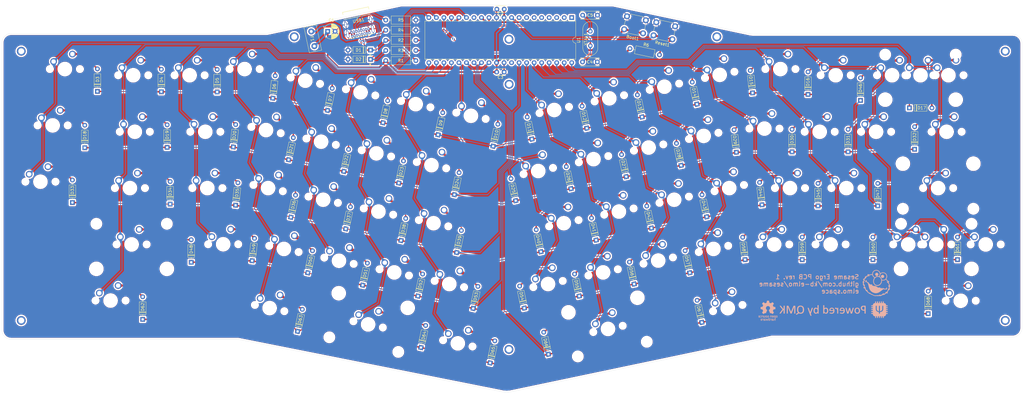
<source format=kicad_pcb>
(kicad_pcb (version 20171130) (host pcbnew "(5.1.6)-1")
  (layers (0 F.Cu signal) (31 B.Cu signal) (34 B.Paste user) (35 F.Paste user) (36 B.SilkS user) (37 F.SilkS user) (38 B.Mask user) (39 F.Mask user) (44 Edge.Cuts user))
  (net 0 "")
  (net 1 GND)
  (net 2 boot)
  (net 3 +5V)
  (net 4 "Net-(C4-Pad2)")
  (net 5 "Net-(C5-Pad2)")
  (net 6 "Net-(D1-Pad1)")
  (net 7 "Net-(D2-Pad1)")
  (net 8 "Net-(D3-Pad2)")
  (net 9 row0)
  (net 10 "Net-(D4-Pad2)")
  (net 11 "Net-(D5-Pad2)")
  (net 12 "Net-(D6-Pad2)")
  (net 13 "Net-(D7-Pad2)")
  (net 14 "Net-(D8-Pad2)")
  (net 15 "Net-(D9-Pad2)")
  (net 16 "Net-(D10-Pad2)")
  (net 17 "Net-(D11-Pad2)")
  (net 18 "Net-(D12-Pad2)")
  (net 19 "Net-(D13-Pad2)")
  (net 20 "Net-(D14-Pad2)")
  (net 21 "Net-(D15-Pad2)")
  (net 22 "Net-(D16-Pad2)")
  (net 23 "Net-(D19-Pad2)")
  (net 24 row1)
  (net 25 "Net-(D20-Pad2)")
  (net 26 "Net-(D21-Pad2)")
  (net 27 "Net-(D22-Pad2)")
  (net 28 "Net-(D23-Pad2)")
  (net 29 "Net-(D24-Pad2)")
  (net 30 "Net-(D25-Pad2)")
  (net 31 "Net-(D26-Pad2)")
  (net 32 "Net-(D27-Pad2)")
  (net 33 "Net-(D28-Pad2)")
  (net 34 "Net-(D29-Pad2)")
  (net 35 "Net-(D30-Pad2)")
  (net 36 "Net-(D31-Pad2)")
  (net 37 "Net-(D32-Pad2)")
  (net 38 "Net-(D33-Pad2)")
  (net 39 "Net-(D35-Pad2)")
  (net 40 row2)
  (net 41 "Net-(D36-Pad2)")
  (net 42 "Net-(D37-Pad2)")
  (net 43 "Net-(D38-Pad2)")
  (net 44 "Net-(D39-Pad2)")
  (net 45 "Net-(D40-Pad2)")
  (net 46 "Net-(D41-Pad2)")
  (net 47 "Net-(D42-Pad2)")
  (net 48 "Net-(D43-Pad2)")
  (net 49 "Net-(D44-Pad2)")
  (net 50 "Net-(D45-Pad2)")
  (net 51 "Net-(D46-Pad2)")
  (net 52 "Net-(D47-Pad2)")
  (net 53 "Net-(D48-Pad2)")
  (net 54 "Net-(D51-Pad2)")
  (net 55 "Net-(D52-Pad2)")
  (net 56 "Net-(D53-Pad2)")
  (net 57 "Net-(D54-Pad2)")
  (net 58 "Net-(D55-Pad2)")
  (net 59 "Net-(D56-Pad2)")
  (net 60 "Net-(D57-Pad2)")
  (net 61 "Net-(D58-Pad2)")
  (net 62 "Net-(D59-Pad2)")
  (net 63 "Net-(D61-Pad2)")
  (net 64 "Net-(D62-Pad2)")
  (net 65 "Net-(D64-Pad2)")
  (net 66 "Net-(D66-Pad2)")
  (net 67 "Net-(D67-Pad2)")
  (net 68 "Net-(D68-Pad2)")
  (net 69 VCC)
  (net 70 col0)
  (net 71 col1)
  (net 72 col2)
  (net 73 col3)
  (net 74 col4)
  (net 75 col5)
  (net 76 col6)
  (net 77 col7)
  (net 78 col8)
  (net 79 col9)
  (net 80 col10)
  (net 81 col11)
  (net 82 col12)
  (net 83 col13)
  (net 84 col14)
  (net 85 D-)
  (net 86 D+)
  (net 87 "Net-(R4-Pad1)")
  (net 88 "Net-(R5-Pad1)")
  (net 89 reset)
  (net 90 "Net-(U1-Pad14)")
  (net 91 SCK)
  (net 92 MISO)
  (net 93 MOSI)
  (net 94 "Net-(USB1-PadA8)")
  (net 95 "Net-(USB1-PadB8)")
  (net 96 "Net-(U1-Pad5)")
  (net 97 "Net-(U1-Pad4)")
  (net 98 "Net-(U1-Pad3)")
  (net 99 "Net-(U1-Pad2)")
  (net 100 "Net-(U1-Pad1)")
  (net 101 bs)
  (net 102 rs)
  (net 103 "Net-(U1-Pad32)")
  (net 104 row3)
  (net 105 row4)
  (net 106 "Net-(D18-Pad2)")
  (net 107 "Net-(D34-Pad2)")
  (net 108 "Net-(D49-Pad2)")
  (net 109 "Net-(D50-Pad2)")
  (net 110 "Net-(D63-Pad2)")
  (net 111 "Net-(D65-Pad2)")
  (module MX_Only:MXOnly-1.75U-NoLED (layer F.Cu) (at 83.82 127.4445)
    (fp_text reference MX33)
    (fp_text value MX-NoLED)
    (pad 2 thru_hole circle (at 2.54 -5.08) (size 2.25 2.25) (drill 1.47) (layers *.Cu B.Mask) (net 107 "Net-(D34-Pad2)"))
    (pad "" np_thru_hole circle (at 0 0) (size 3.9878 3.9878) (drill 3.9878) (layers *.Cu *.Mask))
    (pad 1 thru_hole circle (at -3.81 -2.54) (size 2.25 2.25) (drill 1.47) (layers *.Cu B.Mask) (net 71 col1))
    (pad "" np_thru_hole circle (at -5.08 0 48.0996) (size 1.75 1.75) (drill 1.75) (layers *.Cu *.Mask))
    (pad "" np_thru_hole circle (at 5.08 0 48.0996) (size 1.75 1.75) (drill 1.75) (layers *.Cu *.Mask))
  )
  (module MX_Only:MXOnly-1.5U-NoLED (layer F.Cu) (at 85.471 108.3945)
    (fp_text reference MX18)
    (fp_text value MX-NoLED)
    (pad 2 thru_hole circle (at 2.54 -5.08) (size 2.25 2.25) (drill 1.47) (layers *.Cu B.Mask) (net 23 "Net-(D19-Pad2)"))
    (pad "" np_thru_hole circle (at 0 0) (size 3.9878 3.9878) (drill 3.9878) (layers *.Cu *.Mask))
    (pad 1 thru_hole circle (at -3.81 -2.54) (size 2.25 2.25) (drill 1.47) (layers *.Cu B.Mask) (net 71 col1))
    (pad "" np_thru_hole circle (at -5.08 0 48.0996) (size 1.75 1.75) (drill 1.75) (layers *.Cu *.Mask))
    (pad "" np_thru_hole circle (at 5.08 0 48.0996) (size 1.75 1.75) (drill 1.75) (layers *.Cu *.Mask))
  )
  (module Diode_THT:D_DO-35_SOD27_P7.62mm_Horizontal (layer F.Cu) (at 334.772 151.638 90)
    (fp_text reference D60 (at 4.191 0.127 90) (layer F.SilkS))
    (fp_text value D_Small)
    (pad 2 thru_hole oval (at 7.62 0 90) (size 1.6 1.6) (drill 0.8) (layers *.Cu *.Mask) (net 102 rs))
    (pad 1 thru_hole rect (at 0 0 90) (size 1.6 1.6) (drill 0.8) (layers *.Cu *.Mask) (net 104 row3))
  )
  (module MX_Only:MXOnly-1.75U-NoLED (layer F.Cu) (at 346.71 146.4945)
    (fp_text reference MX59)
    (fp_text value MX-NoLED)
    (pad 2 thru_hole circle (at 2.54 -5.08) (size 2.25 2.25) (drill 1.47) (layers *.Cu B.Mask) (net 102 rs))
    (pad "" np_thru_hole circle (at 0 0) (size 3.9878 3.9878) (drill 3.9878) (layers *.Cu *.Mask))
    (pad 1 thru_hole circle (at -3.81 -2.54) (size 2.25 2.25) (drill 1.47) (layers *.Cu B.Mask) (net 83 col13))
    (pad "" np_thru_hole circle (at -5.08 0 48.0996) (size 1.75 1.75) (drill 1.75) (layers *.Cu *.Mask))
    (pad "" np_thru_hole circle (at 5.08 0 48.0996) (size 1.75 1.75) (drill 1.75) (layers *.Cu *.Mask))
  )
  (module custom_parts:qmk (layer B.Cu) (at 321.437 168.529 180)
    (fp_text reference G*** hide)
    (fp_text value LOGO hide)
  )
  (module Package_DIP:DIP-40_W15.24mm (layer F.Cu) (at 233.045 69.7865 270)
    (fp_text reference U1 (at 7.62 -2.33 90) (layer F.SilkS))
    (fp_text value ATmega32A-PU)
    (pad 40 thru_hole oval (at 15.24 0 270) (size 1.6 1.6) (drill 0.8) (layers *.Cu *.Mask) (net 84 col14))
    (pad 20 thru_hole oval (at 0 48.26 270) (size 1.6 1.6) (drill 0.8) (layers *.Cu *.Mask) (net 72 col2))
    (pad 39 thru_hole oval (at 15.24 2.54 270) (size 1.6 1.6) (drill 0.8) (layers *.Cu *.Mask) (net 83 col13))
    (pad 19 thru_hole oval (at 0 45.72 270) (size 1.6 1.6) (drill 0.8) (layers *.Cu *.Mask) (net 71 col1))
    (pad 38 thru_hole oval (at 15.24 5.08 270) (size 1.6 1.6) (drill 0.8) (layers *.Cu *.Mask) (net 82 col12))
    (pad 18 thru_hole oval (at 0 43.18 270) (size 1.6 1.6) (drill 0.8) (layers *.Cu *.Mask) (net 2 boot))
    (pad 37 thru_hole oval (at 15.24 7.62 270) (size 1.6 1.6) (drill 0.8) (layers *.Cu *.Mask) (net 81 col11))
    (pad 17 thru_hole oval (at 0 40.64 270) (size 1.6 1.6) (drill 0.8) (layers *.Cu *.Mask) (net 85 D-))
    (pad 36 thru_hole oval (at 15.24 10.16 270) (size 1.6 1.6) (drill 0.8) (layers *.Cu *.Mask) (net 80 col10))
    (pad 16 thru_hole oval (at 0 38.1 270) (size 1.6 1.6) (drill 0.8) (layers *.Cu *.Mask) (net 86 D+))
    (pad 35 thru_hole oval (at 15.24 12.7 270) (size 1.6 1.6) (drill 0.8) (layers *.Cu *.Mask) (net 79 col9))
    (pad 15 thru_hole oval (at 0 35.56 270) (size 1.6 1.6) (drill 0.8) (layers *.Cu *.Mask) (net 70 col0))
    (pad 34 thru_hole oval (at 15.24 15.24 270) (size 1.6 1.6) (drill 0.8) (layers *.Cu *.Mask) (net 78 col8))
    (pad 14 thru_hole oval (at 0 33.02 270) (size 1.6 1.6) (drill 0.8) (layers *.Cu *.Mask) (net 90 "Net-(U1-Pad14)"))
    (pad 33 thru_hole oval (at 15.24 17.78 270) (size 1.6 1.6) (drill 0.8) (layers *.Cu *.Mask) (net 105 row4))
    (pad 13 thru_hole oval (at 0 30.48 270) (size 1.6 1.6) (drill 0.8) (layers *.Cu *.Mask) (net 4 "Net-(C4-Pad2)"))
    (pad 32 thru_hole oval (at 15.24 20.32 270) (size 1.6 1.6) (drill 0.8) (layers *.Cu *.Mask) (net 103 "Net-(U1-Pad32)"))
    (pad 12 thru_hole oval (at 0 27.94 270) (size 1.6 1.6) (drill 0.8) (layers *.Cu *.Mask) (net 5 "Net-(C5-Pad2)"))
    (pad 31 thru_hole oval (at 15.24 22.86 270) (size 1.6 1.6) (drill 0.8) (layers *.Cu *.Mask) (net 1 GND))
    (pad 11 thru_hole oval (at 0 25.4 270) (size 1.6 1.6) (drill 0.8) (layers *.Cu *.Mask) (net 1 GND))
    (pad 30 thru_hole oval (at 15.24 25.4 270) (size 1.6 1.6) (drill 0.8) (layers *.Cu *.Mask) (net 3 +5V))
    (pad 10 thru_hole oval (at 0 22.86 270) (size 1.6 1.6) (drill 0.8) (layers *.Cu *.Mask) (net 3 +5V))
    (pad 29 thru_hole oval (at 15.24 27.94 270) (size 1.6 1.6) (drill 0.8) (layers *.Cu *.Mask) (net 104 row3))
    (pad 9 thru_hole oval (at 0 20.32 270) (size 1.6 1.6) (drill 0.8) (layers *.Cu *.Mask) (net 89 reset))
    (pad 28 thru_hole oval (at 15.24 30.48 270) (size 1.6 1.6) (drill 0.8) (layers *.Cu *.Mask) (net 40 row2))
    (pad 8 thru_hole oval (at 0 17.78 270) (size 1.6 1.6) (drill 0.8) (layers *.Cu *.Mask) (net 91 SCK))
    (pad 27 thru_hole oval (at 15.24 33.02 270) (size 1.6 1.6) (drill 0.8) (layers *.Cu *.Mask) (net 24 row1))
    (pad 7 thru_hole oval (at 0 15.24 270) (size 1.6 1.6) (drill 0.8) (layers *.Cu *.Mask) (net 92 MISO))
    (pad 26 thru_hole oval (at 15.24 35.56 270) (size 1.6 1.6) (drill 0.8) (layers *.Cu *.Mask) (net 9 row0))
    (pad 6 thru_hole oval (at 0 12.7 270) (size 1.6 1.6) (drill 0.8) (layers *.Cu *.Mask) (net 93 MOSI))
    (pad 25 thru_hole oval (at 15.24 38.1 270) (size 1.6 1.6) (drill 0.8) (layers *.Cu *.Mask) (net 77 col7))
    (pad 5 thru_hole oval (at 0 10.16 270) (size 1.6 1.6) (drill 0.8) (layers *.Cu *.Mask) (net 96 "Net-(U1-Pad5)"))
    (pad 24 thru_hole oval (at 15.24 40.64 270) (size 1.6 1.6) (drill 0.8) (layers *.Cu *.Mask) (net 76 col6))
    (pad 4 thru_hole oval (at 0 7.62 270) (size 1.6 1.6) (drill 0.8) (layers *.Cu *.Mask) (net 97 "Net-(U1-Pad4)"))
    (pad 23 thru_hole oval (at 15.24 43.18 270) (size 1.6 1.6) (drill 0.8) (layers *.Cu *.Mask) (net 75 col5))
    (pad 3 thru_hole oval (at 0 5.08 270) (size 1.6 1.6) (drill 0.8) (layers *.Cu *.Mask) (net 98 "Net-(U1-Pad3)"))
    (pad 22 thru_hole oval (at 15.24 45.72 270) (size 1.6 1.6) (drill 0.8) (layers *.Cu *.Mask) (net 74 col4))
    (pad 2 thru_hole oval (at 0 2.54 270) (size 1.6 1.6) (drill 0.8) (layers *.Cu *.Mask) (net 99 "Net-(U1-Pad2)"))
    (pad 21 thru_hole oval (at 15.24 48.26 270) (size 1.6 1.6) (drill 0.8) (layers *.Cu *.Mask) (net 73 col3))
    (pad 1 thru_hole rect (at 0 0 270) (size 1.6 1.6) (drill 0.8) (layers *.Cu *.Mask) (net 100 "Net-(U1-Pad1)"))
  )
  (module MX_Only:MXOnly-1U-NoLED (layer F.Cu) (at 143.0655 91.1225 348)
    (fp_text reference MX5)
    (fp_text value 4)
    (pad 2 thru_hole circle (at 2.54 -5.08 348) (size 2.25 2.25) (drill 1.47) (layers *.Cu B.Mask) (net 13 "Net-(D7-Pad2)"))
    (pad "" np_thru_hole circle (at 0 0 348) (size 3.9878 3.9878) (drill 3.9878) (layers *.Cu *.Mask))
    (pad 1 thru_hole circle (at -3.81 -2.54 348) (size 2.25 2.25) (drill 1.47) (layers *.Cu B.Mask) (net 74 col4))
    (pad "" np_thru_hole circle (at -5.08 0 36.0996) (size 1.75 1.75) (drill 1.75) (layers *.Cu *.Mask))
    (pad "" np_thru_hole circle (at 5.08 0 36.0996) (size 1.75 1.75) (drill 1.75) (layers *.Cu *.Mask))
  )
  (module custom_parts:screw_hole (layer F.Cu) (at 211.8995 92.329)
    (fp_text reference REF**)
    (fp_text value screw_hole)
    (pad 1 thru_hole circle (at 0 0) (size 3 3) (drill 2) (layers *.Cu *.Mask))
  )
  (module custom_parts:screw_hole (layer F.Cu) (at 139.319 76.2635)
    (fp_text reference REF**)
    (fp_text value screw_hole)
    (pad 1 thru_hole circle (at 0 0) (size 3 3) (drill 2) (layers *.Cu *.Mask))
  )
  (module custom_parts:screw_hole (layer F.Cu) (at 282.067 76.2635)
    (fp_text reference REF**)
    (fp_text value screw_hole)
    (pad 1 thru_hole circle (at 0 0) (size 3 3) (drill 2) (layers *.Cu *.Mask))
  )
  (module custom_parts:oshw (layer B.Cu) (at 299.339 168.91 180)
    (fp_text reference G*** hide)
    (fp_text value LOGO hide)
  )
  (module custom_parts:elmo (layer B.Cu) (at 336.042 159.639 180)
    (fp_text reference G*** hide)
    (fp_text value LOGO hide)
  )
  (module custom_parts:screw_hole (layer F.Cu) (at 211.836 181.991)
    (fp_text reference REF**)
    (fp_text value screw_hole)
    (pad 1 thru_hole circle (at 0 0) (size 3 3) (drill 2) (layers *.Cu *.Mask))
  )
  (module custom_parts:screw_hole (layer F.Cu) (at 379.476 172.212)
    (fp_text reference REF**)
    (fp_text value screw_hole)
    (pad 1 thru_hole circle (at 0 0) (size 3 3) (drill 2) (layers *.Cu *.Mask))
  )
  (module custom_parts:screw_hole (layer F.Cu) (at 379.476 81.153)
    (fp_text reference REF**)
    (fp_text value screw_hole)
    (pad 1 thru_hole circle (at 0 0) (size 3 3) (drill 2) (layers *.Cu *.Mask))
  )
  (module custom_parts:screw_hole (layer F.Cu) (at 47.117 81.153)
    (fp_text reference REF**)
    (fp_text value screw_hole)
    (pad 1 thru_hole circle (at 0 0) (size 3 3) (drill 2) (layers *.Cu *.Mask))
  )
  (module custom_parts:screw_hole (layer F.Cu) (at 47.117 172.212)
    (fp_text reference REF**)
    (fp_text value screw_hole)
    (pad 1 thru_hole circle (at 0 0) (size 3 3) (drill 2) (layers *.Cu *.Mask))
  )
  (module custom_parts:screw_hole (layer F.Cu) (at 211.836 77.089)
    (fp_text reference REF**)
    (fp_text value screw_hole)
    (pad 1 thru_hole circle (at 0 0) (size 3 3) (drill 2) (layers *.Cu *.Mask))
  )
  (module Crystal:Crystal_HC49-4H_Vertical (layer F.Cu) (at 239.3315 74.422 270)
    (fp_text reference XTAL1 (at 2.667 1.524 90) (layer F.SilkS))
    (fp_text value Crystal)
    (pad 2 thru_hole circle (at 4.88 0 270) (size 1.5 1.5) (drill 0.8) (layers *.Cu *.Mask) (net 4 "Net-(C4-Pad2)"))
    (pad 1 thru_hole circle (at 0 0 270) (size 1.5 1.5) (drill 0.8) (layers *.Cu *.Mask) (net 5 "Net-(C5-Pad2)"))
  )
  (module MX_Only:MXOnly-1U-NoLED (layer F.Cu) (at 221.742 121.666 12)
    (fp_text reference MX24)
    (fp_text value MX-NoLED)
    (pad 2 thru_hole circle (at 2.54 -5.08 12) (size 2.25 2.25) (drill 1.47) (layers *.Cu B.Mask) (net 30 "Net-(D25-Pad2)"))
    (pad "" np_thru_hole circle (at 0 0 12) (size 3.9878 3.9878) (drill 3.9878) (layers *.Cu *.Mask))
    (pad 1 thru_hole circle (at -3.81 -2.54 12) (size 2.25 2.25) (drill 1.47) (layers *.Cu B.Mask) (net 77 col7))
    (pad "" np_thru_hole circle (at -5.08 0 60.0996) (size 1.75 1.75) (drill 1.75) (layers *.Cu *.Mask))
    (pad "" np_thru_hole circle (at 5.08 0 60.0996) (size 1.75 1.75) (drill 1.75) (layers *.Cu *.Mask))
  )
  (module MX_Only:MXOnly-1U-NoLED (layer F.Cu) (at 298.1325 107.315)
    (fp_text reference MX28)
    (fp_text value MX-NoLED)
    (pad 2 thru_hole circle (at 2.54 -5.08) (size 2.25 2.25) (drill 1.47) (layers *.Cu B.Mask) (net 34 "Net-(D29-Pad2)"))
    (pad "" np_thru_hole circle (at 0 0) (size 3.9878 3.9878) (drill 3.9878) (layers *.Cu *.Mask))
    (pad 1 thru_hole circle (at -3.81 -2.54) (size 2.25 2.25) (drill 1.47) (layers *.Cu B.Mask) (net 81 col11))
    (pad "" np_thru_hole circle (at -5.08 0 48.0996) (size 1.75 1.75) (drill 1.75) (layers *.Cu *.Mask))
    (pad "" np_thru_hole circle (at 5.08 0 48.0996) (size 1.75 1.75) (drill 1.75) (layers *.Cu *.Mask))
  )
  (module MX_Only:MXOnly-2.25U-ReversedStabilizers-NoLED (layer F.Cu) (at 245.3005 175.0695 12)
    (fp_text reference MX66)
    (fp_text value bkspc)
    (pad 2 thru_hole circle (at 2.54 -5.08 12) (size 2.25 2.25) (drill 1.47) (layers *.Cu B.Mask) (net 66 "Net-(D66-Pad2)"))
    (pad "" np_thru_hole circle (at 0 0 12) (size 3.9878 3.9878) (drill 3.9878) (layers *.Cu *.Mask))
    (pad 1 thru_hole circle (at -3.81 -2.54 12) (size 2.25 2.25) (drill 1.47) (layers *.Cu B.Mask) (net 78 col8))
    (pad "" np_thru_hole circle (at -5.08 0 60.0996) (size 1.75 1.75) (drill 1.75) (layers *.Cu *.Mask))
    (pad "" np_thru_hole circle (at 5.08 0 60.0996) (size 1.75 1.75) (drill 1.75) (layers *.Cu *.Mask))
    (pad "" np_thru_hole circle (at -11.90625 6.985 12) (size 3.048 3.048) (drill 3.048) (layers *.Cu *.Mask))
    (pad "" np_thru_hole circle (at 11.90625 6.985 12) (size 3.048 3.048) (drill 3.048) (layers *.Cu *.Mask))
    (pad "" np_thru_hole circle (at -11.90625 -8.255 12) (size 3.9878 3.9878) (drill 3.9878) (layers *.Cu *.Mask))
    (pad "" np_thru_hole circle (at 11.90625 -8.255 12) (size 3.9878 3.9878) (drill 3.9878) (layers *.Cu *.Mask))
  )
  (module MX_Only:MXOnly-1.25U-NoLED (layer F.Cu) (at 194.564 179.959 348)
    (fp_text reference MX65)
    (fp_text value MX-NoLED)
    (pad 2 thru_hole circle (at 2.54 -5.08 348) (size 2.25 2.25) (drill 1.47) (layers *.Cu B.Mask) (net 111 "Net-(D65-Pad2)"))
    (pad "" np_thru_hole circle (at 0 0 348) (size 3.9878 3.9878) (drill 3.9878) (layers *.Cu *.Mask))
    (pad 1 thru_hole circle (at -3.81 -2.54 348) (size 2.25 2.25) (drill 1.47) (layers *.Cu B.Mask) (net 76 col6))
    (pad "" np_thru_hole circle (at -5.08 0 36.0996) (size 1.75 1.75) (drill 1.75) (layers *.Cu *.Mask))
    (pad "" np_thru_hole circle (at 5.08 0 36.0996) (size 1.75 1.75) (drill 1.75) (layers *.Cu *.Mask))
  )
  (module MX_Only:MXOnly-2U-ReversedStabilizers-NoLED (layer F.Cu) (at 164.2745 173.5455 348)
    (fp_text reference MX64)
    (fp_text value MX-NoLED)
    (pad 2 thru_hole circle (at 2.54 -5.08 348) (size 2.25 2.25) (drill 1.47) (layers *.Cu B.Mask) (net 65 "Net-(D64-Pad2)"))
    (pad "" np_thru_hole circle (at 0 0 348) (size 3.9878 3.9878) (drill 3.9878) (layers *.Cu *.Mask))
    (pad 1 thru_hole circle (at -3.81 -2.54 348) (size 2.25 2.25) (drill 1.47) (layers *.Cu B.Mask) (net 75 col5))
    (pad "" np_thru_hole circle (at -5.08 0 36.0996) (size 1.75 1.75) (drill 1.75) (layers *.Cu *.Mask))
    (pad "" np_thru_hole circle (at 5.08 0 36.0996) (size 1.75 1.75) (drill 1.75) (layers *.Cu *.Mask))
    (pad "" np_thru_hole circle (at -11.90625 6.985 348) (size 3.048 3.048) (drill 3.048) (layers *.Cu *.Mask))
    (pad "" np_thru_hole circle (at 11.90625 6.985 348) (size 3.048 3.048) (drill 3.048) (layers *.Cu *.Mask))
    (pad "" np_thru_hole circle (at -11.90625 -8.255 348) (size 3.9878 3.9878) (drill 3.9878) (layers *.Cu *.Mask))
    (pad "" np_thru_hole circle (at 11.90625 -8.255 348) (size 3.9878 3.9878) (drill 3.9878) (layers *.Cu *.Mask))
  )
  (module MX_Only:MXOnly-2.25U-ReversedStabilizers-NoLED (layer F.Cu) (at 356.8065 127.4445)
    (fp_text reference MX46)
    (fp_text value MX-NoLED)
    (pad 2 thru_hole circle (at 2.54 -5.08) (size 2.25 2.25) (drill 1.47) (layers *.Cu B.Mask) (net 52 "Net-(D47-Pad2)"))
    (pad "" np_thru_hole circle (at 0 0) (size 3.9878 3.9878) (drill 3.9878) (layers *.Cu *.Mask))
    (pad 1 thru_hole circle (at -3.81 -2.54) (size 2.25 2.25) (drill 1.47) (layers *.Cu B.Mask) (net 84 col14))
    (pad "" np_thru_hole circle (at -5.08 0 48.0996) (size 1.75 1.75) (drill 1.75) (layers *.Cu *.Mask))
    (pad "" np_thru_hole circle (at 5.08 0 48.0996) (size 1.75 1.75) (drill 1.75) (layers *.Cu *.Mask))
    (pad "" np_thru_hole circle (at -11.90625 6.985) (size 3.048 3.048) (drill 3.048) (layers *.Cu *.Mask))
    (pad "" np_thru_hole circle (at 11.90625 6.985) (size 3.048 3.048) (drill 3.048) (layers *.Cu *.Mask))
    (pad "" np_thru_hole circle (at -11.90625 -8.255) (size 3.9878 3.9878) (drill 3.9878) (layers *.Cu *.Mask))
    (pad "" np_thru_hole circle (at 11.90625 -8.255) (size 3.9878 3.9878) (drill 3.9878) (layers *.Cu *.Mask))
  )
  (module MX_Only:MXOnly-2.25U-NoLED (layer F.Cu) (at 356.1715 146.4945)
    (fp_text reference MX61)
    (fp_text value MX-NoLED)
    (pad 2 thru_hole circle (at 2.54 -5.08) (size 2.25 2.25) (drill 1.47) (layers *.Cu B.Mask) (net 83 col13))
    (pad "" np_thru_hole circle (at 0 0) (size 3.9878 3.9878) (drill 3.9878) (layers *.Cu *.Mask))
    (pad 1 thru_hole circle (at -3.81 -2.54) (size 2.25 2.25) (drill 1.47) (layers *.Cu B.Mask) (net 102 rs))
    (pad "" np_thru_hole circle (at -5.08 0 48.0996) (size 1.75 1.75) (drill 1.75) (layers *.Cu *.Mask))
    (pad "" np_thru_hole circle (at 5.08 0 48.0996) (size 1.75 1.75) (drill 1.75) (layers *.Cu *.Mask))
    (pad "" np_thru_hole circle (at -11.90625 -6.985) (size 3.048 3.048) (drill 3.048) (layers *.Cu *.Mask))
    (pad "" np_thru_hole circle (at 11.90625 -6.985) (size 3.048 3.048) (drill 3.048) (layers *.Cu *.Mask))
    (pad "" np_thru_hole circle (at -11.90625 8.255) (size 3.9878 3.9878) (drill 3.9878) (layers *.Cu *.Mask))
    (pad "" np_thru_hole circle (at 11.90625 8.255) (size 3.9878 3.9878) (drill 3.9878) (layers *.Cu *.Mask))
  )
  (module MX_Only:MXOnly-2.25U-NoLED (layer F.Cu) (at 84.3915 146.4945)
    (fp_text reference MX47)
    (fp_text value MX-NoLED)
    (pad 2 thru_hole circle (at 2.54 -5.08) (size 2.25 2.25) (drill 1.47) (layers *.Cu B.Mask) (net 53 "Net-(D48-Pad2)"))
    (pad "" np_thru_hole circle (at 0 0) (size 3.9878 3.9878) (drill 3.9878) (layers *.Cu *.Mask))
    (pad 1 thru_hole circle (at -3.81 -2.54) (size 2.25 2.25) (drill 1.47) (layers *.Cu B.Mask) (net 71 col1))
    (pad "" np_thru_hole circle (at -5.08 0 48.0996) (size 1.75 1.75) (drill 1.75) (layers *.Cu *.Mask))
    (pad "" np_thru_hole circle (at 5.08 0 48.0996) (size 1.75 1.75) (drill 1.75) (layers *.Cu *.Mask))
    (pad "" np_thru_hole circle (at -11.90625 -6.985) (size 3.048 3.048) (drill 3.048) (layers *.Cu *.Mask))
    (pad "" np_thru_hole circle (at 11.90625 -6.985) (size 3.048 3.048) (drill 3.048) (layers *.Cu *.Mask))
    (pad "" np_thru_hole circle (at -11.90625 8.255) (size 3.9878 3.9878) (drill 3.9878) (layers *.Cu *.Mask))
    (pad "" np_thru_hole circle (at 11.90625 8.255) (size 3.9878 3.9878) (drill 3.9878) (layers *.Cu *.Mask))
  )
  (module MX_Only:MXOnly-1U-NoLED (layer F.Cu) (at 360.299 89.281)
    (fp_text reference MX16)
    (fp_text value MX-NoLED)
    (pad 2 thru_hole circle (at 2.54 -5.08) (size 2.25 2.25) (drill 1.47) (layers *.Cu B.Mask) (net 101 bs))
    (pad "" np_thru_hole circle (at 0 0) (size 3.9878 3.9878) (drill 3.9878) (layers *.Cu *.Mask))
    (pad 1 thru_hole circle (at -3.81 -2.54) (size 2.25 2.25) (drill 1.47) (layers *.Cu B.Mask) (net 84 col14))
    (pad "" np_thru_hole circle (at -5.08 0 48.0996) (size 1.75 1.75) (drill 1.75) (layers *.Cu *.Mask))
    (pad "" np_thru_hole circle (at 5.08 0 48.0996) (size 1.75 1.75) (drill 1.75) (layers *.Cu *.Mask))
  )
  (module MX_Only:MXOnly-2.25U-NoLED (layer F.Cu) (at 350.8375 89.281)
    (fp_text reference MX15)
    (fp_text value MX-NoLED)
    (pad 2 thru_hole circle (at 2.54 -5.08) (size 2.25 2.25) (drill 1.47) (layers *.Cu B.Mask) (net 101 bs))
    (pad "" np_thru_hole circle (at 0 0) (size 3.9878 3.9878) (drill 3.9878) (layers *.Cu *.Mask))
    (pad 1 thru_hole circle (at -3.81 -2.54) (size 2.25 2.25) (drill 1.47) (layers *.Cu B.Mask) (net 84 col14))
    (pad "" np_thru_hole circle (at -5.08 0 48.0996) (size 1.75 1.75) (drill 1.75) (layers *.Cu *.Mask))
    (pad "" np_thru_hole circle (at 5.08 0 48.0996) (size 1.75 1.75) (drill 1.75) (layers *.Cu *.Mask))
    (pad "" np_thru_hole circle (at -11.90625 -6.985) (size 3.048 3.048) (drill 3.048) (layers *.Cu *.Mask))
    (pad "" np_thru_hole circle (at 11.90625 -6.985) (size 3.048 3.048) (drill 3.048) (layers *.Cu *.Mask))
    (pad "" np_thru_hole circle (at -11.90625 8.255) (size 3.9878 3.9878) (drill 3.9878) (layers *.Cu *.Mask))
    (pad "" np_thru_hole circle (at 11.90625 8.255) (size 3.9878 3.9878) (drill 3.9878) (layers *.Cu *.Mask))
  )
  (module MX_Only:MXOnly-1U-NoLED (layer F.Cu) (at 341.249 89.281)
    (fp_text reference MX45)
    (fp_text value MX-NoLED)
    (pad 2 thru_hole circle (at 2.54 -5.08) (size 2.25 2.25) (drill 1.47) (layers *.Cu B.Mask) (net 51 "Net-(D46-Pad2)"))
    (pad "" np_thru_hole circle (at 0 0) (size 3.9878 3.9878) (drill 3.9878) (layers *.Cu *.Mask))
    (pad 1 thru_hole circle (at -3.81 -2.54) (size 2.25 2.25) (drill 1.47) (layers *.Cu B.Mask) (net 83 col13))
    (pad "" np_thru_hole circle (at -5.08 0 48.0996) (size 1.75 1.75) (drill 1.75) (layers *.Cu *.Mask))
    (pad "" np_thru_hole circle (at 5.08 0 48.0996) (size 1.75 1.75) (drill 1.75) (layers *.Cu *.Mask))
  )
  (module MX_Only:MXOnly-1U-NoLED (layer F.Cu) (at 364.4265 165.5445)
    (fp_text reference MX68)
    (fp_text value MX-NoLED)
    (pad 2 thru_hole circle (at 2.54 -5.08) (size 2.25 2.25) (drill 1.47) (layers *.Cu B.Mask) (net 68 "Net-(D68-Pad2)"))
    (pad "" np_thru_hole circle (at 0 0) (size 3.9878 3.9878) (drill 3.9878) (layers *.Cu *.Mask))
    (pad 1 thru_hole circle (at -3.81 -2.54) (size 2.25 2.25) (drill 1.47) (layers *.Cu B.Mask) (net 83 col13))
    (pad "" np_thru_hole circle (at -5.08 0 48.0996) (size 1.75 1.75) (drill 1.75) (layers *.Cu *.Mask))
    (pad "" np_thru_hole circle (at 5.08 0 48.0996) (size 1.75 1.75) (drill 1.75) (layers *.Cu *.Mask))
  )
  (module MX_Only:MXOnly-1U-NoLED (layer F.Cu) (at 285.75 168.021 12)
    (fp_text reference MX67)
    (fp_text value MX-NoLED)
    (pad 2 thru_hole circle (at 2.54 -5.08 12) (size 2.25 2.25) (drill 1.47) (layers *.Cu B.Mask) (net 67 "Net-(D67-Pad2)"))
    (pad "" np_thru_hole circle (at 0 0 12) (size 3.9878 3.9878) (drill 3.9878) (layers *.Cu *.Mask))
    (pad 1 thru_hole circle (at -3.81 -2.54 12) (size 2.25 2.25) (drill 1.47) (layers *.Cu B.Mask) (net 80 col10))
    (pad "" np_thru_hole circle (at -5.08 0 60.0996) (size 1.75 1.75) (drill 1.75) (layers *.Cu *.Mask))
    (pad "" np_thru_hole circle (at 5.08 0 60.0996) (size 1.75 1.75) (drill 1.75) (layers *.Cu *.Mask))
  )
  (module MX_Only:MXOnly-1U-NoLED (layer F.Cu) (at 131.0005 168.021 348)
    (fp_text reference MX63)
    (fp_text value MX-NoLED)
    (pad 2 thru_hole circle (at 2.54 -5.08 348) (size 2.25 2.25) (drill 1.47) (layers *.Cu B.Mask) (net 110 "Net-(D63-Pad2)"))
    (pad "" np_thru_hole circle (at 0 0 348) (size 3.9878 3.9878) (drill 3.9878) (layers *.Cu *.Mask))
    (pad 1 thru_hole circle (at -3.81 -2.54 348) (size 2.25 2.25) (drill 1.47) (layers *.Cu B.Mask) (net 73 col3))
    (pad "" np_thru_hole circle (at -5.08 0 36.0996) (size 1.75 1.75) (drill 1.75) (layers *.Cu *.Mask))
    (pad "" np_thru_hole circle (at 5.08 0 36.0996) (size 1.75 1.75) (drill 1.75) (layers *.Cu *.Mask))
  )
  (module MX_Only:MXOnly-1U-NoLED (layer F.Cu) (at 77.2795 165.481)
    (fp_text reference MX62)
    (fp_text value MX-NoLED)
    (pad 2 thru_hole circle (at 2.54 -5.08) (size 2.25 2.25) (drill 1.47) (layers *.Cu B.Mask) (net 64 "Net-(D62-Pad2)"))
    (pad "" np_thru_hole circle (at 0 0) (size 3.9878 3.9878) (drill 3.9878) (layers *.Cu *.Mask))
    (pad 1 thru_hole circle (at -3.81 -2.54) (size 2.25 2.25) (drill 1.47) (layers *.Cu B.Mask) (net 71 col1))
    (pad "" np_thru_hole circle (at -5.08 0 48.0996) (size 1.75 1.75) (drill 1.75) (layers *.Cu *.Mask))
    (pad "" np_thru_hole circle (at 5.08 0 48.0996) (size 1.75 1.75) (drill 1.75) (layers *.Cu *.Mask))
  )
  (module MX_Only:MXOnly-1U-NoLED (layer F.Cu) (at 372.872 146.4945)
    (fp_text reference MX60)
    (fp_text value MX-NoLED)
    (pad 2 thru_hole circle (at 2.54 -5.08) (size 2.25 2.25) (drill 1.47) (layers *.Cu B.Mask) (net 63 "Net-(D61-Pad2)"))
    (pad "" np_thru_hole circle (at 0 0) (size 3.9878 3.9878) (drill 3.9878) (layers *.Cu *.Mask))
    (pad 1 thru_hole circle (at -3.81 -2.54) (size 2.25 2.25) (drill 1.47) (layers *.Cu B.Mask) (net 84 col14))
    (pad "" np_thru_hole circle (at -5.08 0 48.0996) (size 1.75 1.75) (drill 1.75) (layers *.Cu *.Mask))
    (pad "" np_thru_hole circle (at 5.08 0 48.0996) (size 1.75 1.75) (drill 1.75) (layers *.Cu *.Mask))
  )
  (module MX_Only:MXOnly-1U-NoLED (layer F.Cu) (at 320.4845 146.4945)
    (fp_text reference MX58)
    (fp_text value MX-NoLED)
    (pad 2 thru_hole circle (at 2.54 -5.08) (size 2.25 2.25) (drill 1.47) (layers *.Cu B.Mask) (net 62 "Net-(D59-Pad2)"))
    (pad "" np_thru_hole circle (at 0 0) (size 3.9878 3.9878) (drill 3.9878) (layers *.Cu *.Mask))
    (pad 1 thru_hole circle (at -3.81 -2.54) (size 2.25 2.25) (drill 1.47) (layers *.Cu B.Mask) (net 82 col12))
    (pad "" np_thru_hole circle (at -5.08 0 48.0996) (size 1.75 1.75) (drill 1.75) (layers *.Cu *.Mask))
    (pad "" np_thru_hole circle (at 5.08 0 48.0996) (size 1.75 1.75) (drill 1.75) (layers *.Cu *.Mask))
  )
  (module MX_Only:MXOnly-1U-NoLED (layer F.Cu) (at 301.4345 146.4945)
    (fp_text reference MX57)
    (fp_text value MX-NoLED)
    (pad 2 thru_hole circle (at 2.54 -5.08) (size 2.25 2.25) (drill 1.47) (layers *.Cu B.Mask) (net 61 "Net-(D58-Pad2)"))
    (pad "" np_thru_hole circle (at 0 0) (size 3.9878 3.9878) (drill 3.9878) (layers *.Cu *.Mask))
    (pad 1 thru_hole circle (at -3.81 -2.54) (size 2.25 2.25) (drill 1.47) (layers *.Cu B.Mask) (net 81 col11))
    (pad "" np_thru_hole circle (at -5.08 0 48.0996) (size 1.75 1.75) (drill 1.75) (layers *.Cu *.Mask))
    (pad "" np_thru_hole circle (at 5.08 0 48.0996) (size 1.75 1.75) (drill 1.75) (layers *.Cu *.Mask))
  )
  (module MX_Only:MXOnly-1U-NoLED (layer F.Cu) (at 280.924 148.0185 12)
    (fp_text reference MX56)
    (fp_text value MX-NoLED)
    (pad 2 thru_hole circle (at 2.54 -5.08 12) (size 2.25 2.25) (drill 1.47) (layers *.Cu B.Mask) (net 60 "Net-(D57-Pad2)"))
    (pad "" np_thru_hole circle (at 0 0 12) (size 3.9878 3.9878) (drill 3.9878) (layers *.Cu *.Mask))
    (pad 1 thru_hole circle (at -3.81 -2.54 12) (size 2.25 2.25) (drill 1.47) (layers *.Cu B.Mask) (net 80 col10))
    (pad "" np_thru_hole circle (at -5.08 0 60.0996) (size 1.75 1.75) (drill 1.75) (layers *.Cu *.Mask))
    (pad "" np_thru_hole circle (at 5.08 0 60.0996) (size 1.75 1.75) (drill 1.75) (layers *.Cu *.Mask))
  )
  (module MX_Only:MXOnly-1U-NoLED (layer F.Cu) (at 262.255 151.9555 12)
    (fp_text reference MX55)
    (fp_text value MX-NoLED)
    (pad 2 thru_hole circle (at 2.54 -5.08 12) (size 2.25 2.25) (drill 1.47) (layers *.Cu B.Mask) (net 59 "Net-(D56-Pad2)"))
    (pad "" np_thru_hole circle (at 0 0 12) (size 3.9878 3.9878) (drill 3.9878) (layers *.Cu *.Mask))
    (pad 1 thru_hole circle (at -3.81 -2.54 12) (size 2.25 2.25) (drill 1.47) (layers *.Cu B.Mask) (net 79 col9))
    (pad "" np_thru_hole circle (at -5.08 0 60.0996) (size 1.75 1.75) (drill 1.75) (layers *.Cu *.Mask))
    (pad "" np_thru_hole circle (at 5.08 0 60.0996) (size 1.75 1.75) (drill 1.75) (layers *.Cu *.Mask))
  )
  (module MX_Only:MXOnly-1U-NoLED (layer F.Cu) (at 243.6495 155.956 12)
    (fp_text reference MX54)
    (fp_text value MX-NoLED)
    (pad 2 thru_hole circle (at 2.54 -5.08 12) (size 2.25 2.25) (drill 1.47) (layers *.Cu B.Mask) (net 58 "Net-(D55-Pad2)"))
    (pad "" np_thru_hole circle (at 0 0 12) (size 3.9878 3.9878) (drill 3.9878) (layers *.Cu *.Mask))
    (pad 1 thru_hole circle (at -3.81 -2.54 12) (size 2.25 2.25) (drill 1.47) (layers *.Cu B.Mask) (net 78 col8))
    (pad "" np_thru_hole circle (at -5.08 0 60.0996) (size 1.75 1.75) (drill 1.75) (layers *.Cu *.Mask))
    (pad "" np_thru_hole circle (at 5.08 0 60.0996) (size 1.75 1.75) (drill 1.75) (layers *.Cu *.Mask))
  )
  (module MX_Only:MXOnly-1U-NoLED (layer F.Cu) (at 225.044 159.893 12)
    (fp_text reference MX53)
    (fp_text value MX-NoLED)
    (pad 2 thru_hole circle (at 2.54 -5.08 12) (size 2.25 2.25) (drill 1.47) (layers *.Cu B.Mask) (net 57 "Net-(D54-Pad2)"))
    (pad "" np_thru_hole circle (at 0 0 12) (size 3.9878 3.9878) (drill 3.9878) (layers *.Cu *.Mask))
    (pad 1 thru_hole circle (at -3.81 -2.54 12) (size 2.25 2.25) (drill 1.47) (layers *.Cu B.Mask) (net 77 col7))
    (pad "" np_thru_hole circle (at -5.08 0 60.0996) (size 1.75 1.75) (drill 1.75) (layers *.Cu *.Mask))
    (pad "" np_thru_hole circle (at 5.08 0 60.0996) (size 1.75 1.75) (drill 1.75) (layers *.Cu *.Mask))
  )
  (module MX_Only:MXOnly-1U-NoLED (layer F.Cu) (at 191.7065 159.893 348)
    (fp_text reference MX52)
    (fp_text value MX-NoLED)
    (pad 2 thru_hole circle (at 2.54 -5.08 348) (size 2.25 2.25) (drill 1.47) (layers *.Cu B.Mask) (net 56 "Net-(D53-Pad2)"))
    (pad "" np_thru_hole circle (at 0 0 348) (size 3.9878 3.9878) (drill 3.9878) (layers *.Cu *.Mask))
    (pad 1 thru_hole circle (at -3.81 -2.54 348) (size 2.25 2.25) (drill 1.47) (layers *.Cu B.Mask) (net 76 col6))
    (pad "" np_thru_hole circle (at -5.08 0 36.0996) (size 1.75 1.75) (drill 1.75) (layers *.Cu *.Mask))
    (pad "" np_thru_hole circle (at 5.08 0 36.0996) (size 1.75 1.75) (drill 1.75) (layers *.Cu *.Mask))
  )
  (module MX_Only:MXOnly-1U-NoLED (layer F.Cu) (at 173.101 155.956 348)
    (fp_text reference MX51)
    (fp_text value MX-NoLED)
    (pad 2 thru_hole circle (at 2.54 -5.08 348) (size 2.25 2.25) (drill 1.47) (layers *.Cu B.Mask) (net 55 "Net-(D52-Pad2)"))
    (pad "" np_thru_hole circle (at 0 0 348) (size 3.9878 3.9878) (drill 3.9878) (layers *.Cu *.Mask))
    (pad 1 thru_hole circle (at -3.81 -2.54 348) (size 2.25 2.25) (drill 1.47) (layers *.Cu B.Mask) (net 75 col5))
    (pad "" np_thru_hole circle (at -5.08 0 36.0996) (size 1.75 1.75) (drill 1.75) (layers *.Cu *.Mask))
    (pad "" np_thru_hole circle (at 5.08 0 36.0996) (size 1.75 1.75) (drill 1.75) (layers *.Cu *.Mask))
  )
  (module MX_Only:MXOnly-1U-NoLED (layer F.Cu) (at 154.432 152.019 348)
    (fp_text reference MX50)
    (fp_text value MX-NoLED)
    (pad 2 thru_hole circle (at 2.54 -5.08 348) (size 2.25 2.25) (drill 1.47) (layers *.Cu B.Mask) (net 54 "Net-(D51-Pad2)"))
    (pad "" np_thru_hole circle (at 0 0 348) (size 3.9878 3.9878) (drill 3.9878) (layers *.Cu *.Mask))
    (pad 1 thru_hole circle (at -3.81 -2.54 348) (size 2.25 2.25) (drill 1.47) (layers *.Cu B.Mask) (net 74 col4))
    (pad "" np_thru_hole circle (at -5.08 0 36.0996) (size 1.75 1.75) (drill 1.75) (layers *.Cu *.Mask))
    (pad "" np_thru_hole circle (at 5.08 0 36.0996) (size 1.75 1.75) (drill 1.75) (layers *.Cu *.Mask))
  )
  (module MX_Only:MXOnly-1U-NoLED (layer F.Cu) (at 135.8265 148.0185 348)
    (fp_text reference MX49)
    (fp_text value MX-NoLED)
    (pad 2 thru_hole circle (at 2.54 -5.08 348) (size 2.25 2.25) (drill 1.47) (layers *.Cu B.Mask) (net 109 "Net-(D50-Pad2)"))
    (pad "" np_thru_hole circle (at 0 0 348) (size 3.9878 3.9878) (drill 3.9878) (layers *.Cu *.Mask))
    (pad 1 thru_hole circle (at -3.81 -2.54 348) (size 2.25 2.25) (drill 1.47) (layers *.Cu B.Mask) (net 73 col3))
    (pad "" np_thru_hole circle (at -5.08 0 36.0996) (size 1.75 1.75) (drill 1.75) (layers *.Cu *.Mask))
    (pad "" np_thru_hole circle (at 5.08 0 36.0996) (size 1.75 1.75) (drill 1.75) (layers *.Cu *.Mask))
  )
  (module MX_Only:MXOnly-1U-NoLED (layer F.Cu) (at 115.316 146.431)
    (fp_text reference MX48)
    (fp_text value MX-NoLED)
    (pad 2 thru_hole circle (at 2.54 -5.08) (size 2.25 2.25) (drill 1.47) (layers *.Cu B.Mask) (net 108 "Net-(D49-Pad2)"))
    (pad "" np_thru_hole circle (at 0 0) (size 3.9878 3.9878) (drill 3.9878) (layers *.Cu *.Mask))
    (pad 1 thru_hole circle (at -3.81 -2.54) (size 2.25 2.25) (drill 1.47) (layers *.Cu B.Mask) (net 72 col2))
    (pad "" np_thru_hole circle (at -5.08 0 48.0996) (size 1.75 1.75) (drill 1.75) (layers *.Cu *.Mask))
    (pad "" np_thru_hole circle (at 5.08 0 48.0996) (size 1.75 1.75) (drill 1.75) (layers *.Cu *.Mask))
  )
  (module MX_Only:MXOnly-1U-NoLED (layer F.Cu) (at 325.8185 127.4445)
    (fp_text reference MX44)
    (fp_text value MX-NoLED)
    (pad 2 thru_hole circle (at 2.54 -5.08) (size 2.25 2.25) (drill 1.47) (layers *.Cu B.Mask) (net 50 "Net-(D45-Pad2)"))
    (pad "" np_thru_hole circle (at 0 0) (size 3.9878 3.9878) (drill 3.9878) (layers *.Cu *.Mask))
    (pad 1 thru_hole circle (at -3.81 -2.54) (size 2.25 2.25) (drill 1.47) (layers *.Cu B.Mask) (net 82 col12))
    (pad "" np_thru_hole circle (at -5.08 0 48.0996) (size 1.75 1.75) (drill 1.75) (layers *.Cu *.Mask))
    (pad "" np_thru_hole circle (at 5.08 0 48.0996) (size 1.75 1.75) (drill 1.75) (layers *.Cu *.Mask))
  )
  (module MX_Only:MXOnly-1U-NoLED (layer F.Cu) (at 306.7685 127.4445)
    (fp_text reference MX43)
    (fp_text value MX-NoLED)
    (pad 2 thru_hole circle (at 2.54 -5.08) (size 2.25 2.25) (drill 1.47) (layers *.Cu B.Mask) (net 49 "Net-(D44-Pad2)"))
    (pad "" np_thru_hole circle (at 0 0) (size 3.9878 3.9878) (drill 3.9878) (layers *.Cu *.Mask))
    (pad 1 thru_hole circle (at -3.81 -2.54) (size 2.25 2.25) (drill 1.47) (layers *.Cu B.Mask) (net 81 col11))
    (pad "" np_thru_hole circle (at -5.08 0 48.0996) (size 1.75 1.75) (drill 1.75) (layers *.Cu *.Mask))
    (pad "" np_thru_hole circle (at 5.08 0 48.0996) (size 1.75 1.75) (drill 1.75) (layers *.Cu *.Mask))
  )
  (module MX_Only:MXOnly-1U-NoLED (layer F.Cu) (at 286.258 127.4445 12)
    (fp_text reference MX42)
    (fp_text value MX-NoLED)
    (pad 2 thru_hole circle (at 2.54 -5.08 12) (size 2.25 2.25) (drill 1.47) (layers *.Cu B.Mask) (net 48 "Net-(D43-Pad2)"))
    (pad "" np_thru_hole circle (at 0 0 12) (size 3.9878 3.9878) (drill 3.9878) (layers *.Cu *.Mask))
    (pad 1 thru_hole circle (at -3.81 -2.54 12) (size 2.25 2.25) (drill 1.47) (layers *.Cu B.Mask) (net 80 col10))
    (pad "" np_thru_hole circle (at -5.08 0 60.0996) (size 1.75 1.75) (drill 1.75) (layers *.Cu *.Mask))
    (pad "" np_thru_hole circle (at 5.08 0 60.0996) (size 1.75 1.75) (drill 1.75) (layers *.Cu *.Mask))
  )
  (module MX_Only:MXOnly-1U-NoLED (layer F.Cu) (at 267.6525 131.3815 12)
    (fp_text reference MX41)
    (fp_text value MX-NoLED)
    (pad 2 thru_hole circle (at 2.54 -5.08 12) (size 2.25 2.25) (drill 1.47) (layers *.Cu B.Mask) (net 47 "Net-(D42-Pad2)"))
    (pad "" np_thru_hole circle (at 0 0 12) (size 3.9878 3.9878) (drill 3.9878) (layers *.Cu *.Mask))
    (pad 1 thru_hole circle (at -3.81 -2.54 12) (size 2.25 2.25) (drill 1.47) (layers *.Cu B.Mask) (net 79 col9))
    (pad "" np_thru_hole circle (at -5.08 0 60.0996) (size 1.75 1.75) (drill 1.75) (layers *.Cu *.Mask))
    (pad "" np_thru_hole circle (at 5.08 0 60.0996) (size 1.75 1.75) (drill 1.75) (layers *.Cu *.Mask))
  )
  (module MX_Only:MXOnly-1U-NoLED (layer F.Cu) (at 248.9835 135.382 12)
    (fp_text reference MX40)
    (fp_text value MX-NoLED)
    (pad 2 thru_hole circle (at 2.54 -5.08 12) (size 2.25 2.25) (drill 1.47) (layers *.Cu B.Mask) (net 46 "Net-(D41-Pad2)"))
    (pad "" np_thru_hole circle (at 0 0 12) (size 3.9878 3.9878) (drill 3.9878) (layers *.Cu *.Mask))
    (pad 1 thru_hole circle (at -3.81 -2.54 12) (size 2.25 2.25) (drill 1.47) (layers *.Cu B.Mask) (net 78 col8))
    (pad "" np_thru_hole circle (at -5.08 0 60.0996) (size 1.75 1.75) (drill 1.75) (layers *.Cu *.Mask))
    (pad "" np_thru_hole circle (at 5.08 0 60.0996) (size 1.75 1.75) (drill 1.75) (layers *.Cu *.Mask))
  )
  (module MX_Only:MXOnly-1U-NoLED (layer F.Cu) (at 230.378 139.319 12)
    (fp_text reference MX39)
    (fp_text value MX-NoLED)
    (pad 2 thru_hole circle (at 2.54 -5.08 12) (size 2.25 2.25) (drill 1.47) (layers *.Cu B.Mask) (net 45 "Net-(D40-Pad2)"))
    (pad "" np_thru_hole circle (at 0 0 12) (size 3.9878 3.9878) (drill 3.9878) (layers *.Cu *.Mask))
    (pad 1 thru_hole circle (at -3.81 -2.54 12) (size 2.25 2.25) (drill 1.47) (layers *.Cu B.Mask) (net 77 col7))
    (pad "" np_thru_hole circle (at -5.08 0 60.0996) (size 1.75 1.75) (drill 1.75) (layers *.Cu *.Mask))
    (pad "" np_thru_hole circle (at 5.08 0 60.0996) (size 1.75 1.75) (drill 1.75) (layers *.Cu *.Mask))
  )
  (module MX_Only:MXOnly-1U-NoLED (layer F.Cu) (at 186.3725 139.319 348)
    (fp_text reference MX38)
    (fp_text value MX-NoLED)
    (pad 2 thru_hole circle (at 2.54 -5.08 348) (size 2.25 2.25) (drill 1.47) (layers *.Cu B.Mask) (net 44 "Net-(D39-Pad2)"))
    (pad "" np_thru_hole circle (at 0 0 348) (size 3.9878 3.9878) (drill 3.9878) (layers *.Cu *.Mask))
    (pad 1 thru_hole circle (at -3.81 -2.54 348) (size 2.25 2.25) (drill 1.47) (layers *.Cu B.Mask) (net 76 col6))
    (pad "" np_thru_hole circle (at -5.08 0 36.0996) (size 1.75 1.75) (drill 1.75) (layers *.Cu *.Mask))
    (pad "" np_thru_hole circle (at 5.08 0 36.0996) (size 1.75 1.75) (drill 1.75) (layers *.Cu *.Mask))
  )
  (module MX_Only:MXOnly-1U-NoLED (layer F.Cu) (at 167.767 135.382 348)
    (fp_text reference MX37)
    (fp_text value MX-NoLED)
    (pad 2 thru_hole circle (at 2.54 -5.08 348) (size 2.25 2.25) (drill 1.47) (layers *.Cu B.Mask) (net 43 "Net-(D38-Pad2)"))
    (pad "" np_thru_hole circle (at 0 0 348) (size 3.9878 3.9878) (drill 3.9878) (layers *.Cu *.Mask))
    (pad 1 thru_hole circle (at -3.81 -2.54 348) (size 2.25 2.25) (drill 1.47) (layers *.Cu B.Mask) (net 75 col5))
    (pad "" np_thru_hole circle (at -5.08 0 36.0996) (size 1.75 1.75) (drill 1.75) (layers *.Cu *.Mask))
    (pad "" np_thru_hole circle (at 5.08 0 36.0996) (size 1.75 1.75) (drill 1.75) (layers *.Cu *.Mask))
  )
  (module MX_Only:MXOnly-1U-NoLED (layer F.Cu) (at 149.098 131.3815 348)
    (fp_text reference MX36)
    (fp_text value MX-NoLED)
    (pad 2 thru_hole circle (at 2.54 -5.08 348) (size 2.25 2.25) (drill 1.47) (layers *.Cu B.Mask) (net 42 "Net-(D37-Pad2)"))
    (pad "" np_thru_hole circle (at 0 0 348) (size 3.9878 3.9878) (drill 3.9878) (layers *.Cu *.Mask))
    (pad 1 thru_hole circle (at -3.81 -2.54 348) (size 2.25 2.25) (drill 1.47) (layers *.Cu B.Mask) (net 74 col4))
    (pad "" np_thru_hole circle (at -5.08 0 36.0996) (size 1.75 1.75) (drill 1.75) (layers *.Cu *.Mask))
    (pad "" np_thru_hole circle (at 5.08 0 36.0996) (size 1.75 1.75) (drill 1.75) (layers *.Cu *.Mask))
  )
  (module MX_Only:MXOnly-1U-NoLED (layer F.Cu) (at 130.4925 127.4445 348)
    (fp_text reference MX35)
    (fp_text value MX-NoLED)
    (pad 2 thru_hole circle (at 2.54 -5.08 348) (size 2.25 2.25) (drill 1.47) (layers *.Cu B.Mask) (net 41 "Net-(D36-Pad2)"))
    (pad "" np_thru_hole circle (at 0 0 348) (size 3.9878 3.9878) (drill 3.9878) (layers *.Cu *.Mask))
    (pad 1 thru_hole circle (at -3.81 -2.54 348) (size 2.25 2.25) (drill 1.47) (layers *.Cu B.Mask) (net 73 col3))
    (pad "" np_thru_hole circle (at -5.08 0 36.0996) (size 1.75 1.75) (drill 1.75) (layers *.Cu *.Mask))
    (pad "" np_thru_hole circle (at 5.08 0 36.0996) (size 1.75 1.75) (drill 1.75) (layers *.Cu *.Mask))
  )
  (module MX_Only:MXOnly-1U-NoLED (layer F.Cu) (at 109.982 127.4445)
    (fp_text reference MX34)
    (fp_text value MX-NoLED)
    (pad 2 thru_hole circle (at 2.54 -5.08) (size 2.25 2.25) (drill 1.47) (layers *.Cu B.Mask) (net 39 "Net-(D35-Pad2)"))
    (pad "" np_thru_hole circle (at 0 0) (size 3.9878 3.9878) (drill 3.9878) (layers *.Cu *.Mask))
    (pad 1 thru_hole circle (at -3.81 -2.54) (size 2.25 2.25) (drill 1.47) (layers *.Cu B.Mask) (net 72 col2))
    (pad "" np_thru_hole circle (at -5.08 0 48.0996) (size 1.75 1.75) (drill 1.75) (layers *.Cu *.Mask))
    (pad "" np_thru_hole circle (at 5.08 0 48.0996) (size 1.75 1.75) (drill 1.75) (layers *.Cu *.Mask))
  )
  (module MX_Only:MXOnly-1U-NoLED (layer F.Cu) (at 53.594 125.2855)
    (fp_text reference MX32)
    (fp_text value MX-NoLED)
    (pad 2 thru_hole circle (at 2.54 -5.08) (size 2.25 2.25) (drill 1.47) (layers *.Cu B.Mask) (net 38 "Net-(D33-Pad2)"))
    (pad "" np_thru_hole circle (at 0 0) (size 3.9878 3.9878) (drill 3.9878) (layers *.Cu *.Mask))
    (pad 1 thru_hole circle (at -3.81 -2.54) (size 2.25 2.25) (drill 1.47) (layers *.Cu B.Mask) (net 70 col0))
    (pad "" np_thru_hole circle (at -5.08 0 48.0996) (size 1.75 1.75) (drill 1.75) (layers *.Cu *.Mask))
    (pad "" np_thru_hole circle (at 5.08 0 48.0996) (size 1.75 1.75) (drill 1.75) (layers *.Cu *.Mask))
  )
  (module MX_Only:MXOnly-1U-NoLED (layer F.Cu) (at 359.664 108.3945)
    (fp_text reference MX31)
    (fp_text value MX-NoLED)
    (pad 2 thru_hole circle (at 2.54 -5.08) (size 2.25 2.25) (drill 1.47) (layers *.Cu B.Mask) (net 37 "Net-(D32-Pad2)"))
    (pad "" np_thru_hole circle (at 0 0) (size 3.9878 3.9878) (drill 3.9878) (layers *.Cu *.Mask))
    (pad 1 thru_hole circle (at -3.81 -2.54) (size 2.25 2.25) (drill 1.47) (layers *.Cu B.Mask) (net 84 col14))
    (pad "" np_thru_hole circle (at -5.08 0 48.0996) (size 1.75 1.75) (drill 1.75) (layers *.Cu *.Mask))
    (pad "" np_thru_hole circle (at 5.08 0 48.0996) (size 1.75 1.75) (drill 1.75) (layers *.Cu *.Mask))
  )
  (module MX_Only:MXOnly-1U-NoLED (layer F.Cu) (at 335.8515 108.3945)
    (fp_text reference MX30)
    (fp_text value MX-NoLED)
    (pad 2 thru_hole circle (at 2.54 -5.08) (size 2.25 2.25) (drill 1.47) (layers *.Cu B.Mask) (net 36 "Net-(D31-Pad2)"))
    (pad "" np_thru_hole circle (at 0 0) (size 3.9878 3.9878) (drill 3.9878) (layers *.Cu *.Mask))
    (pad 1 thru_hole circle (at -3.81 -2.54) (size 2.25 2.25) (drill 1.47) (layers *.Cu B.Mask) (net 83 col13))
    (pad "" np_thru_hole circle (at -5.08 0 48.0996) (size 1.75 1.75) (drill 1.75) (layers *.Cu *.Mask))
    (pad "" np_thru_hole circle (at 5.08 0 48.0996) (size 1.75 1.75) (drill 1.75) (layers *.Cu *.Mask))
  )
  (module MX_Only:MXOnly-1U-NoLED (layer F.Cu) (at 316.8015 108.3945)
    (fp_text reference MX29)
    (fp_text value MX-NoLED)
    (pad 2 thru_hole circle (at 2.54 -5.08) (size 2.25 2.25) (drill 1.47) (layers *.Cu B.Mask) (net 35 "Net-(D30-Pad2)"))
    (pad "" np_thru_hole circle (at 0 0) (size 3.9878 3.9878) (drill 3.9878) (layers *.Cu *.Mask))
    (pad 1 thru_hole circle (at -3.81 -2.54) (size 2.25 2.25) (drill 1.47) (layers *.Cu B.Mask) (net 82 col12))
    (pad "" np_thru_hole circle (at -5.08 0 48.0996) (size 1.75 1.75) (drill 1.75) (layers *.Cu *.Mask))
    (pad "" np_thru_hole circle (at 5.08 0 48.0996) (size 1.75 1.75) (drill 1.75) (layers *.Cu *.Mask))
  )
  (module MX_Only:MXOnly-1U-NoLED (layer F.Cu) (at 277.622 109.7915 12)
    (fp_text reference MX27)
    (fp_text value MX-NoLED)
    (pad 2 thru_hole circle (at 2.54 -5.08 12) (size 2.25 2.25) (drill 1.47) (layers *.Cu B.Mask) (net 33 "Net-(D28-Pad2)"))
    (pad "" np_thru_hole circle (at 0 0 12) (size 3.9878 3.9878) (drill 3.9878) (layers *.Cu *.Mask))
    (pad 1 thru_hole circle (at -3.81 -2.54 12) (size 2.25 2.25) (drill 1.47) (layers *.Cu B.Mask) (net 80 col10))
    (pad "" np_thru_hole circle (at -5.08 0 60.0996) (size 1.75 1.75) (drill 1.75) (layers *.Cu *.Mask))
    (pad "" np_thru_hole circle (at 5.08 0 60.0996) (size 1.75 1.75) (drill 1.75) (layers *.Cu *.Mask))
  )
  (module MX_Only:MXOnly-1U-NoLED (layer F.Cu) (at 259.0165 113.7285 12)
    (fp_text reference MX26)
    (fp_text value MX-NoLED)
    (pad 2 thru_hole circle (at 2.54 -5.08 12) (size 2.25 2.25) (drill 1.47) (layers *.Cu B.Mask) (net 32 "Net-(D27-Pad2)"))
    (pad "" np_thru_hole circle (at 0 0 12) (size 3.9878 3.9878) (drill 3.9878) (layers *.Cu *.Mask))
    (pad 1 thru_hole circle (at -3.81 -2.54 12) (size 2.25 2.25) (drill 1.47) (layers *.Cu B.Mask) (net 79 col9))
    (pad "" np_thru_hole circle (at -5.08 0 60.0996) (size 1.75 1.75) (drill 1.75) (layers *.Cu *.Mask))
    (pad "" np_thru_hole circle (at 5.08 0 60.0996) (size 1.75 1.75) (drill 1.75) (layers *.Cu *.Mask))
  )
  (module MX_Only:MXOnly-1U-NoLED (layer F.Cu) (at 240.411 117.6655 12)
    (fp_text reference MX25)
    (fp_text value MX-NoLED)
    (pad 2 thru_hole circle (at 2.54 -5.08 12) (size 2.25 2.25) (drill 1.47) (layers *.Cu B.Mask) (net 31 "Net-(D26-Pad2)"))
    (pad "" np_thru_hole circle (at 0 0 12) (size 3.9878 3.9878) (drill 3.9878) (layers *.Cu *.Mask))
    (pad 1 thru_hole circle (at -3.81 -2.54 12) (size 2.25 2.25) (drill 1.47) (layers *.Cu B.Mask) (net 78 col8))
    (pad "" np_thru_hole circle (at -5.08 0 60.0996) (size 1.75 1.75) (drill 1.75) (layers *.Cu *.Mask))
    (pad "" np_thru_hole circle (at 5.08 0 60.0996) (size 1.75 1.75) (drill 1.75) (layers *.Cu *.Mask))
  )
  (module MX_Only:MXOnly-1U-NoLED (layer F.Cu) (at 185.674 119.6975 348)
    (fp_text reference MX23)
    (fp_text value MX-NoLED)
    (pad 2 thru_hole circle (at 2.54 -5.08 348) (size 2.25 2.25) (drill 1.47) (layers *.Cu B.Mask) (net 29 "Net-(D24-Pad2)"))
    (pad "" np_thru_hole circle (at 0 0 348) (size 3.9878 3.9878) (drill 3.9878) (layers *.Cu *.Mask))
    (pad 1 thru_hole circle (at -3.81 -2.54 348) (size 2.25 2.25) (drill 1.47) (layers *.Cu B.Mask) (net 76 col6))
    (pad "" np_thru_hole circle (at -5.08 0 36.0996) (size 1.75 1.75) (drill 1.75) (layers *.Cu *.Mask))
    (pad "" np_thru_hole circle (at 5.08 0 36.0996) (size 1.75 1.75) (drill 1.75) (layers *.Cu *.Mask))
  )
  (module MX_Only:MXOnly-1U-NoLED (layer F.Cu) (at 167.0685 115.697 348)
    (fp_text reference MX22)
    (fp_text value MX-NoLED)
    (pad 2 thru_hole circle (at 2.54 -5.08 348) (size 2.25 2.25) (drill 1.47) (layers *.Cu B.Mask) (net 28 "Net-(D23-Pad2)"))
    (pad "" np_thru_hole circle (at 0 0 348) (size 3.9878 3.9878) (drill 3.9878) (layers *.Cu *.Mask))
    (pad 1 thru_hole circle (at -3.81 -2.54 348) (size 2.25 2.25) (drill 1.47) (layers *.Cu B.Mask) (net 75 col5))
    (pad "" np_thru_hole circle (at -5.08 0 36.0996) (size 1.75 1.75) (drill 1.75) (layers *.Cu *.Mask))
    (pad "" np_thru_hole circle (at 5.08 0 36.0996) (size 1.75 1.75) (drill 1.75) (layers *.Cu *.Mask))
  )
  (module MX_Only:MXOnly-1U-NoLED (layer F.Cu) (at 148.3995 111.76 348)
    (fp_text reference MX21)
    (fp_text value MX-NoLED)
    (pad 2 thru_hole circle (at 2.54 -5.08 348) (size 2.25 2.25) (drill 1.47) (layers *.Cu B.Mask) (net 27 "Net-(D22-Pad2)"))
    (pad "" np_thru_hole circle (at 0 0 348) (size 3.9878 3.9878) (drill 3.9878) (layers *.Cu *.Mask))
    (pad 1 thru_hole circle (at -3.81 -2.54 348) (size 2.25 2.25) (drill 1.47) (layers *.Cu B.Mask) (net 74 col4))
    (pad "" np_thru_hole circle (at -5.08 0 36.0996) (size 1.75 1.75) (drill 1.75) (layers *.Cu *.Mask))
    (pad "" np_thru_hole circle (at 5.08 0 36.0996) (size 1.75 1.75) (drill 1.75) (layers *.Cu *.Mask))
  )
  (module MX_Only:MXOnly-1U-NoLED (layer F.Cu) (at 129.794 107.823 348)
    (fp_text reference MX20)
    (fp_text value MX-NoLED)
    (pad 2 thru_hole circle (at 2.54 -5.08 348) (size 2.25 2.25) (drill 1.47) (layers *.Cu B.Mask) (net 26 "Net-(D21-Pad2)"))
    (pad "" np_thru_hole circle (at 0 0 348) (size 3.9878 3.9878) (drill 3.9878) (layers *.Cu *.Mask))
    (pad 1 thru_hole circle (at -3.81 -2.54 348) (size 2.25 2.25) (drill 1.47) (layers *.Cu B.Mask) (net 73 col3))
    (pad "" np_thru_hole circle (at -5.08 0 36.0996) (size 1.75 1.75) (drill 1.75) (layers *.Cu *.Mask))
    (pad "" np_thru_hole circle (at 5.08 0 36.0996) (size 1.75 1.75) (drill 1.75) (layers *.Cu *.Mask))
  )
  (module MX_Only:MXOnly-1U-NoLED (layer F.Cu) (at 109.2835 108.3945)
    (fp_text reference MX19)
    (fp_text value MX-NoLED)
    (pad 2 thru_hole circle (at 2.54 -5.08) (size 2.25 2.25) (drill 1.47) (layers *.Cu B.Mask) (net 25 "Net-(D20-Pad2)"))
    (pad "" np_thru_hole circle (at 0 0) (size 3.9878 3.9878) (drill 3.9878) (layers *.Cu *.Mask))
    (pad 1 thru_hole circle (at -3.81 -2.54) (size 2.25 2.25) (drill 1.47) (layers *.Cu B.Mask) (net 72 col2))
    (pad "" np_thru_hole circle (at -5.08 0 48.0996) (size 1.75 1.75) (drill 1.75) (layers *.Cu *.Mask))
    (pad "" np_thru_hole circle (at 5.08 0 48.0996) (size 1.75 1.75) (drill 1.75) (layers *.Cu *.Mask))
  )
  (module MX_Only:MXOnly-1U-NoLED (layer F.Cu) (at 57.7215 106.2355)
    (fp_text reference MX17)
    (fp_text value MX-NoLED)
    (pad 2 thru_hole circle (at 2.54 -5.08) (size 2.25 2.25) (drill 1.47) (layers *.Cu B.Mask) (net 106 "Net-(D18-Pad2)"))
    (pad "" np_thru_hole circle (at 0 0) (size 3.9878 3.9878) (drill 3.9878) (layers *.Cu *.Mask))
    (pad 1 thru_hole circle (at -3.81 -2.54) (size 2.25 2.25) (drill 1.47) (layers *.Cu B.Mask) (net 70 col0))
    (pad "" np_thru_hole circle (at -5.08 0 48.0996) (size 1.75 1.75) (drill 1.75) (layers *.Cu *.Mask))
    (pad "" np_thru_hole circle (at 5.08 0 48.0996) (size 1.75 1.75) (drill 1.75) (layers *.Cu *.Mask))
  )
  (module MX_Only:MXOnly-1U-NoLED (layer F.Cu) (at 322.199 89.281)
    (fp_text reference MX14)
    (fp_text value clear)
    (pad 2 thru_hole circle (at 2.54 -5.08) (size 2.25 2.25) (drill 1.47) (layers *.Cu B.Mask) (net 22 "Net-(D16-Pad2)"))
    (pad "" np_thru_hole circle (at 0 0) (size 3.9878 3.9878) (drill 3.9878) (layers *.Cu *.Mask))
    (pad 1 thru_hole circle (at -3.81 -2.54) (size 2.25 2.25) (drill 1.47) (layers *.Cu B.Mask) (net 83 col13))
    (pad "" np_thru_hole circle (at -5.08 0 48.0996) (size 1.75 1.75) (drill 1.75) (layers *.Cu *.Mask))
    (pad "" np_thru_hole circle (at 5.08 0 48.0996) (size 1.75 1.75) (drill 1.75) (layers *.Cu *.Mask))
  )
  (module MX_Only:MXOnly-1U-NoLED (layer F.Cu) (at 303.53 87.1855)
    (fp_text reference MX13)
    (fp_text value plus)
    (pad 2 thru_hole circle (at 2.54 -5.08) (size 2.25 2.25) (drill 1.47) (layers *.Cu B.Mask) (net 21 "Net-(D15-Pad2)"))
    (pad "" np_thru_hole circle (at 0 0) (size 3.9878 3.9878) (drill 3.9878) (layers *.Cu *.Mask))
    (pad 1 thru_hole circle (at -3.81 -2.54) (size 2.25 2.25) (drill 1.47) (layers *.Cu B.Mask) (net 82 col12))
    (pad "" np_thru_hole circle (at -5.08 0 48.0996) (size 1.75 1.75) (drill 1.75) (layers *.Cu *.Mask))
    (pad "" np_thru_hole circle (at 5.08 0 48.0996) (size 1.75 1.75) (drill 1.75) (layers *.Cu *.Mask))
  )
  (module MX_Only:MXOnly-1U-NoLED (layer F.Cu) (at 283.0195 89.154 12)
    (fp_text reference MX12)
    (fp_text value minus)
    (pad 2 thru_hole circle (at 2.54 -5.08 12) (size 2.25 2.25) (drill 1.47) (layers *.Cu B.Mask) (net 20 "Net-(D14-Pad2)"))
    (pad "" np_thru_hole circle (at 0 0 12) (size 3.9878 3.9878) (drill 3.9878) (layers *.Cu *.Mask))
    (pad 1 thru_hole circle (at -3.81 -2.54 12) (size 2.25 2.25) (drill 1.47) (layers *.Cu B.Mask) (net 81 col11))
    (pad "" np_thru_hole circle (at -5.08 0 60.0996) (size 1.75 1.75) (drill 1.75) (layers *.Cu *.Mask))
    (pad "" np_thru_hole circle (at 5.08 0 60.0996) (size 1.75 1.75) (drill 1.75) (layers *.Cu *.Mask))
  )
  (module MX_Only:MXOnly-1U-NoLED (layer F.Cu) (at 264.3505 93.1545 12)
    (fp_text reference MX11)
    (fp_text value 0)
    (pad 2 thru_hole circle (at 2.54 -5.08 12) (size 2.25 2.25) (drill 1.47) (layers *.Cu B.Mask) (net 19 "Net-(D13-Pad2)"))
    (pad "" np_thru_hole circle (at 0 0 12) (size 3.9878 3.9878) (drill 3.9878) (layers *.Cu *.Mask))
    (pad 1 thru_hole circle (at -3.81 -2.54 12) (size 2.25 2.25) (drill 1.47) (layers *.Cu B.Mask) (net 80 col10))
    (pad "" np_thru_hole circle (at -5.08 0 60.0996) (size 1.75 1.75) (drill 1.75) (layers *.Cu *.Mask))
    (pad "" np_thru_hole circle (at 5.08 0 60.0996) (size 1.75 1.75) (drill 1.75) (layers *.Cu *.Mask))
  )
  (module MX_Only:MXOnly-1U-NoLED (layer F.Cu) (at 245.745 97.0915 12)
    (fp_text reference MX10)
    (fp_text value 9)
    (pad 2 thru_hole circle (at 2.54 -5.08 12) (size 2.25 2.25) (drill 1.47) (layers *.Cu B.Mask) (net 18 "Net-(D12-Pad2)"))
    (pad "" np_thru_hole circle (at 0 0 12) (size 3.9878 3.9878) (drill 3.9878) (layers *.Cu *.Mask))
    (pad 1 thru_hole circle (at -3.81 -2.54 12) (size 2.25 2.25) (drill 1.47) (layers *.Cu B.Mask) (net 79 col9))
    (pad "" np_thru_hole circle (at -5.08 0 60.0996) (size 1.75 1.75) (drill 1.75) (layers *.Cu *.Mask))
    (pad "" np_thru_hole circle (at 5.08 0 60.0996) (size 1.75 1.75) (drill 1.75) (layers *.Cu *.Mask))
  )
  (module MX_Only:MXOnly-1U-NoLED (layer F.Cu) (at 227.1395 101.0285 12)
    (fp_text reference MX9)
    (fp_text value 8)
    (pad 2 thru_hole circle (at 2.54 -5.08 12) (size 2.25 2.25) (drill 1.47) (layers *.Cu B.Mask) (net 17 "Net-(D11-Pad2)"))
    (pad "" np_thru_hole circle (at 0 0 12) (size 3.9878 3.9878) (drill 3.9878) (layers *.Cu *.Mask))
    (pad 1 thru_hole circle (at -3.81 -2.54 12) (size 2.25 2.25) (drill 1.47) (layers *.Cu B.Mask) (net 78 col8))
    (pad "" np_thru_hole circle (at -5.08 0 60.0996) (size 1.75 1.75) (drill 1.75) (layers *.Cu *.Mask))
    (pad "" np_thru_hole circle (at 5.08 0 60.0996) (size 1.75 1.75) (drill 1.75) (layers *.Cu *.Mask))
  )
  (module MX_Only:MXOnly-1U-NoLED (layer F.Cu) (at 199.009 102.997 348)
    (fp_text reference MX8)
    (fp_text value 7)
    (pad 2 thru_hole circle (at 2.54 -5.08 348) (size 2.25 2.25) (drill 1.47) (layers *.Cu B.Mask) (net 16 "Net-(D10-Pad2)"))
    (pad "" np_thru_hole circle (at 0 0 348) (size 3.9878 3.9878) (drill 3.9878) (layers *.Cu *.Mask))
    (pad 1 thru_hole circle (at -3.81 -2.54 348) (size 2.25 2.25) (drill 1.47) (layers *.Cu B.Mask) (net 77 col7))
    (pad "" np_thru_hole circle (at -5.08 0 36.0996) (size 1.75 1.75) (drill 1.75) (layers *.Cu *.Mask))
    (pad "" np_thru_hole circle (at 5.08 0 36.0996) (size 1.75 1.75) (drill 1.75) (layers *.Cu *.Mask))
  )
  (module MX_Only:MXOnly-1U-NoLED (layer F.Cu) (at 180.34 99.06 348)
    (fp_text reference MX7)
    (fp_text value 6)
    (pad 2 thru_hole circle (at 2.54 -5.08 348) (size 2.25 2.25) (drill 1.47) (layers *.Cu B.Mask) (net 15 "Net-(D9-Pad2)"))
    (pad "" np_thru_hole circle (at 0 0 348) (size 3.9878 3.9878) (drill 3.9878) (layers *.Cu *.Mask))
    (pad 1 thru_hole circle (at -3.81 -2.54 348) (size 2.25 2.25) (drill 1.47) (layers *.Cu B.Mask) (net 76 col6))
    (pad "" np_thru_hole circle (at -5.08 0 36.0996) (size 1.75 1.75) (drill 1.75) (layers *.Cu *.Mask))
    (pad "" np_thru_hole circle (at 5.08 0 36.0996) (size 1.75 1.75) (drill 1.75) (layers *.Cu *.Mask))
  )
  (module MX_Only:MXOnly-1U-NoLED (layer F.Cu) (at 161.7345 95.0595 348)
    (fp_text reference MX6)
    (fp_text value 5)
    (pad 2 thru_hole circle (at 2.54 -5.08 348) (size 2.25 2.25) (drill 1.47) (layers *.Cu B.Mask) (net 14 "Net-(D8-Pad2)"))
    (pad "" np_thru_hole circle (at 0 0 348) (size 3.9878 3.9878) (drill 3.9878) (layers *.Cu *.Mask))
    (pad 1 thru_hole circle (at -3.81 -2.54 348) (size 2.25 2.25) (drill 1.47) (layers *.Cu B.Mask) (net 75 col5))
    (pad "" np_thru_hole circle (at -5.08 0 36.0996) (size 1.75 1.75) (drill 1.75) (layers *.Cu *.Mask))
    (pad "" np_thru_hole circle (at 5.08 0 36.0996) (size 1.75 1.75) (drill 1.75) (layers *.Cu *.Mask))
  )
  (module MX_Only:MXOnly-1U-NoLED (layer F.Cu) (at 122.555 87.1855)
    (fp_text reference MX4)
    (fp_text value 3)
    (pad 2 thru_hole circle (at 2.54 -5.08) (size 2.25 2.25) (drill 1.47) (layers *.Cu B.Mask) (net 12 "Net-(D6-Pad2)"))
    (pad "" np_thru_hole circle (at 0 0) (size 3.9878 3.9878) (drill 3.9878) (layers *.Cu *.Mask))
    (pad 1 thru_hole circle (at -3.81 -2.54) (size 2.25 2.25) (drill 1.47) (layers *.Cu B.Mask) (net 73 col3))
    (pad "" np_thru_hole circle (at -5.08 0 48.0996) (size 1.75 1.75) (drill 1.75) (layers *.Cu *.Mask))
    (pad "" np_thru_hole circle (at 5.08 0 48.0996) (size 1.75 1.75) (drill 1.75) (layers *.Cu *.Mask))
  )
  (module MX_Only:MXOnly-1U-NoLED (layer F.Cu) (at 103.98125 89.281)
    (fp_text reference MX3)
    (fp_text value 2)
    (pad 2 thru_hole circle (at 2.54 -5.08) (size 2.25 2.25) (drill 1.47) (layers *.Cu B.Mask) (net 11 "Net-(D5-Pad2)"))
    (pad "" np_thru_hole circle (at 0 0) (size 3.9878 3.9878) (drill 3.9878) (layers *.Cu *.Mask))
    (pad 1 thru_hole circle (at -3.81 -2.54) (size 2.25 2.25) (drill 1.47) (layers *.Cu B.Mask) (net 72 col2))
    (pad "" np_thru_hole circle (at -5.08 0 48.0996) (size 1.75 1.75) (drill 1.75) (layers *.Cu *.Mask))
    (pad "" np_thru_hole circle (at 5.08 0 48.0996) (size 1.75 1.75) (drill 1.75) (layers *.Cu *.Mask))
  )
  (module MX_Only:MXOnly-1U-NoLED (layer F.Cu) (at 84.93125 89.281)
    (fp_text reference MX2)
    (fp_text value 1)
    (pad 2 thru_hole circle (at 2.54 -5.08) (size 2.25 2.25) (drill 1.47) (layers *.Cu B.Mask) (net 10 "Net-(D4-Pad2)"))
    (pad "" np_thru_hole circle (at 0 0) (size 3.9878 3.9878) (drill 3.9878) (layers *.Cu *.Mask))
    (pad 1 thru_hole circle (at -3.81 -2.54) (size 2.25 2.25) (drill 1.47) (layers *.Cu B.Mask) (net 71 col1))
    (pad "" np_thru_hole circle (at -5.08 0 48.0996) (size 1.75 1.75) (drill 1.75) (layers *.Cu *.Mask))
    (pad "" np_thru_hole circle (at 5.08 0 48.0996) (size 1.75 1.75) (drill 1.75) (layers *.Cu *.Mask))
  )
  (module MX_Only:MXOnly-1U-NoLED (layer F.Cu) (at 61.849 87.1855)
    (fp_text reference MX1)
    (fp_text value ESC)
    (pad 2 thru_hole circle (at 2.54 -5.08) (size 2.25 2.25) (drill 1.47) (layers *.Cu B.Mask) (net 8 "Net-(D3-Pad2)"))
    (pad "" np_thru_hole circle (at 0 0) (size 3.9878 3.9878) (drill 3.9878) (layers *.Cu *.Mask))
    (pad 1 thru_hole circle (at -3.81 -2.54) (size 2.25 2.25) (drill 1.47) (layers *.Cu B.Mask) (net 70 col0))
    (pad "" np_thru_hole circle (at -5.08 0 48.0996) (size 1.75 1.75) (drill 1.75) (layers *.Cu *.Mask))
    (pad "" np_thru_hole circle (at 5.08 0 48.0996) (size 1.75 1.75) (drill 1.75) (layers *.Cu *.Mask))
  )
  (module custom_parts:USB_C_GCT_USB4085 (layer F.Cu) (at 160.528 69.5325 192)
    (fp_text reference USB1 (at -0.232851 -1.347867 12) (layer F.SilkS))
    (fp_text value USB_C_Receptacle_USB2.0)
    (pad A5 thru_hole oval (at -1.275 -6.1 192) (size 0.65 1) (drill 0.4) (layers *.Cu *.Mask) (net 87 "Net-(R4-Pad1)"))
    (pad A1 thru_hole oval (at -2.975 -6.1 192) (size 0.65 1) (drill 0.4) (layers *.Cu *.Mask) (net 1 GND))
    (pad A4 thru_hole oval (at -2.125 -6.1 192) (size 0.65 1) (drill 0.4) (layers *.Cu *.Mask) (net 69 VCC))
    (pad A6 thru_hole oval (at -0.425 -6.1 192) (size 0.65 1) (drill 0.4) (layers *.Cu *.Mask) (net 7 "Net-(D2-Pad1)"))
    (pad A7 thru_hole oval (at 0.425 -6.1 192) (size 0.65 1) (drill 0.4) (layers *.Cu *.Mask) (net 6 "Net-(D1-Pad1)"))
    (pad A8 thru_hole oval (at 1.275 -6.1 192) (size 0.65 1) (drill 0.4) (layers *.Cu *.Mask) (net 94 "Net-(USB1-PadA8)"))
    (pad A9 thru_hole oval (at 2.125 -6.1 192) (size 0.65 1) (drill 0.4) (layers *.Cu *.Mask) (net 69 VCC))
    (pad A12 thru_hole oval (at 2.975 -6.1 192) (size 0.65 1) (drill 0.4) (layers *.Cu *.Mask) (net 1 GND))
    (pad B12 thru_hole oval (at -2.975 -4.775 192) (size 0.65 1) (drill 0.4) (layers *.Cu *.Mask) (net 1 GND))
    (pad B9 thru_hole oval (at -2.12 -4.775 192) (size 0.65 1) (drill 0.4) (layers *.Cu *.Mask) (net 69 VCC))
    (pad B8 thru_hole oval (at -1.27 -4.775 192) (size 0.65 1) (drill 0.4) (layers *.Cu *.Mask) (net 95 "Net-(USB1-PadB8)"))
    (pad B7 thru_hole oval (at -0.42 -4.775 192) (size 0.65 1) (drill 0.4) (layers *.Cu *.Mask) (net 6 "Net-(D1-Pad1)"))
    (pad B6 thru_hole oval (at 0.43 -4.775 192) (size 0.65 1) (drill 0.4) (layers *.Cu *.Mask) (net 7 "Net-(D2-Pad1)"))
    (pad B5 thru_hole oval (at 1.28 -4.775 192) (size 0.65 1) (drill 0.4) (layers *.Cu *.Mask) (net 88 "Net-(R5-Pad1)"))
    (pad B4 thru_hole oval (at 2.13 -4.775 192) (size 0.65 1) (drill 0.4) (layers *.Cu *.Mask) (net 69 VCC))
    (pad B1 thru_hole oval (at 2.98 -4.775 192) (size 0.65 1) (drill 0.4) (layers *.Cu *.Mask) (net 1 GND))
    (pad S1 thru_hole oval (at -4.325 -5.12 192) (size 0.9 2.4) (drill oval 0.6 2.1) (layers *.Cu *.Mask) (net 1 GND))
    (pad S1 thru_hole oval (at 4.325 -5.12 192) (size 0.9 2.4) (drill oval 0.6 2.1) (layers *.Cu *.Mask) (net 1 GND))
    (pad S1 thru_hole oval (at -4.325 -1.74 192) (size 0.9 1.7) (drill oval 0.6 1.4) (layers *.Cu *.Mask) (net 1 GND))
    (pad S1 thru_hole oval (at 4.325 -1.74 192) (size 0.9 1.7) (drill oval 0.6 1.4) (layers *.Cu *.Mask) (net 1 GND))
  )
  (module Button_Switch_THT:SW_PUSH_6mm (layer F.Cu) (at 261.62 71.374 348)
    (fp_text reference Reset1 (at 3.492669 6.658334 168) (layer F.SilkS))
    (fp_text value Reset)
    (pad 1 thru_hole circle (at 6.5 0 78) (size 2 2) (drill 1.1) (layers *.Cu *.Mask) (net 1 GND))
    (pad 2 thru_hole circle (at 6.5 4.5 78) (size 2 2) (drill 1.1) (layers *.Cu *.Mask) (net 89 reset))
    (pad 1 thru_hole circle (at 0 0 78) (size 2 2) (drill 1.1) (layers *.Cu *.Mask) (net 1 GND))
    (pad 2 thru_hole circle (at 0 4.5 78) (size 2 2) (drill 1.1) (layers *.Cu *.Mask) (net 89 reset))
  )
  (module Resistor_THT:R_Axial_DIN0207_L6.3mm_D2.5mm_P10.16mm_Horizontal (layer F.Cu) (at 252.73 80.264 348)
    (fp_text reference R6 (at 5.08 -2.37 168) (layer F.SilkS))
    (fp_text value 10k)
    (pad 2 thru_hole oval (at 10.16 0 348) (size 1.6 1.6) (drill 0.8) (layers *.Cu *.Mask) (net 89 reset))
    (pad 1 thru_hole circle (at 0 0 348) (size 1.6 1.6) (drill 0.8) (layers *.Cu *.Mask) (net 3 +5V))
  )
  (module Resistor_THT:R_Axial_DIN0207_L6.3mm_D2.5mm_P10.16mm_Horizontal (layer F.Cu) (at 170.2435 70.612)
    (fp_text reference R5 (at 5.08 0) (layer F.SilkS))
    (fp_text value 5.1K)
    (pad 2 thru_hole oval (at 10.16 0) (size 1.6 1.6) (drill 0.8) (layers *.Cu *.Mask) (net 1 GND))
    (pad 1 thru_hole circle (at 0 0) (size 1.6 1.6) (drill 0.8) (layers *.Cu *.Mask) (net 88 "Net-(R5-Pad1)"))
  )
  (module Resistor_THT:R_Axial_DIN0207_L6.3mm_D2.5mm_P10.16mm_Horizontal (layer F.Cu) (at 170.2435 74.041)
    (fp_text reference R4 (at 5.08 0) (layer F.SilkS))
    (fp_text value 5.1K)
    (pad 2 thru_hole oval (at 10.16 0) (size 1.6 1.6) (drill 0.8) (layers *.Cu *.Mask) (net 1 GND))
    (pad 1 thru_hole circle (at 0 0) (size 1.6 1.6) (drill 0.8) (layers *.Cu *.Mask) (net 87 "Net-(R4-Pad1)"))
  )
  (module Resistor_THT:R_Axial_DIN0207_L6.3mm_D2.5mm_P10.16mm_Horizontal (layer F.Cu) (at 170.2435 80.899)
    (fp_text reference R3 (at 5.08 0) (layer F.SilkS))
    (fp_text value 68R)
    (pad 2 thru_hole oval (at 10.16 0) (size 1.6 1.6) (drill 0.8) (layers *.Cu *.Mask) (net 86 D+))
    (pad 1 thru_hole circle (at 0 0) (size 1.6 1.6) (drill 0.8) (layers *.Cu *.Mask) (net 7 "Net-(D2-Pad1)"))
  )
  (module Resistor_THT:R_Axial_DIN0207_L6.3mm_D2.5mm_P10.16mm_Horizontal (layer F.Cu) (at 170.2435 77.47)
    (fp_text reference R2 (at 5.08 0) (layer F.SilkS))
    (fp_text value 68R)
    (pad 2 thru_hole oval (at 10.16 0) (size 1.6 1.6) (drill 0.8) (layers *.Cu *.Mask) (net 85 D-))
    (pad 1 thru_hole circle (at 0 0) (size 1.6 1.6) (drill 0.8) (layers *.Cu *.Mask) (net 6 "Net-(D1-Pad1)"))
  )
  (module Resistor_THT:R_Axial_DIN0207_L6.3mm_D2.5mm_P10.16mm_Horizontal (layer F.Cu) (at 170.2435 84.328)
    (fp_text reference R1 (at 5.08 0) (layer F.SilkS))
    (fp_text value 1.5K)
    (pad 2 thru_hole oval (at 10.16 0) (size 1.6 1.6) (drill 0.8) (layers *.Cu *.Mask) (net 6 "Net-(D1-Pad1)"))
    (pad 1 thru_hole circle (at 0 0) (size 1.6 1.6) (drill 0.8) (layers *.Cu *.Mask) (net 3 +5V))
  )
  (module Fuse:Fuse_Littelfuse_395Series (layer F.Cu) (at 146.1135 79.4385 102)
    (fp_text reference F1 (at 2.642924 -0.217253 102) (layer F.SilkS))
    (fp_text value 500mA)
    (pad 2 thru_hole circle (at 5.08 0.01 102) (size 2 2) (drill 1) (layers *.Cu *.Mask) (net 69 VCC))
    (pad 1 thru_hole circle (at 0 0 102) (size 2 2) (drill 1) (layers *.Cu *.Mask) (net 3 +5V))
  )
  (module Diode_THT:D_DO-35_SOD27_P7.62mm_Horizontal (layer F.Cu) (at 353.441 169.926 90)
    (fp_text reference D68 (at 4.191 0 90) (layer F.SilkS))
    (fp_text value D_Small)
    (pad 2 thru_hole oval (at 7.62 0 90) (size 1.6 1.6) (drill 0.8) (layers *.Cu *.Mask) (net 68 "Net-(D68-Pad2)"))
    (pad 1 thru_hole rect (at 0 0 90) (size 1.6 1.6) (drill 0.8) (layers *.Cu *.Mask) (net 105 row4))
  )
  (module Diode_THT:D_DO-35_SOD27_P7.62mm_Horizontal (layer F.Cu) (at 276.987 172.847 102)
    (fp_text reference D67 (at 4.160025 -0.02462 102) (layer F.SilkS))
    (fp_text value D_Small)
    (pad 2 thru_hole oval (at 7.62 0 102) (size 1.6 1.6) (drill 0.8) (layers *.Cu *.Mask) (net 67 "Net-(D67-Pad2)"))
    (pad 1 thru_hole rect (at 0 0 102) (size 1.6 1.6) (drill 0.8) (layers *.Cu *.Mask) (net 105 row4))
  )
  (module Diode_THT:D_DO-35_SOD27_P7.62mm_Horizontal (layer F.Cu) (at 225.171 183.642 102)
    (fp_text reference D66 (at 4.035801 -0.051025 102) (layer F.SilkS))
    (fp_text value D_Small)
    (pad 2 thru_hole oval (at 7.62 0 102) (size 1.6 1.6) (drill 0.8) (layers *.Cu *.Mask) (net 66 "Net-(D66-Pad2)"))
    (pad 1 thru_hole rect (at 0 0 102) (size 1.6 1.6) (drill 0.8) (layers *.Cu *.Mask) (net 105 row4))
  )
  (module Diode_THT:D_DO-35_SOD27_P7.62mm_Horizontal (layer F.Cu) (at 205.486 186.563 78)
    (fp_text reference D65 (at 4.160025 0.02462 78) (layer F.SilkS))
    (fp_text value D_Small)
    (pad 2 thru_hole oval (at 7.62 0 78) (size 1.6 1.6) (drill 0.8) (layers *.Cu *.Mask) (net 111 "Net-(D65-Pad2)"))
    (pad 1 thru_hole rect (at 0 0 78) (size 1.6 1.6) (drill 0.8) (layers *.Cu *.Mask) (net 105 row4))
  )
  (module Diode_THT:D_DO-35_SOD27_P7.62mm_Horizontal (layer F.Cu) (at 182.118 181.356 78)
    (fp_text reference D64 (at 4.18643 0.148845 78) (layer F.SilkS))
    (fp_text value D_Small)
    (pad 2 thru_hole oval (at 7.62 0 78) (size 1.6 1.6) (drill 0.8) (layers *.Cu *.Mask) (net 65 "Net-(D64-Pad2)"))
    (pad 1 thru_hole rect (at 0 0 78) (size 1.6 1.6) (drill 0.8) (layers *.Cu *.Mask) (net 105 row4))
  )
  (module Diode_THT:D_DO-35_SOD27_P7.62mm_Horizontal (layer F.Cu) (at 140.462 175.895 78)
    (fp_text reference D63 (at 4.160025 0.02462 78) (layer F.SilkS))
    (fp_text value D_Small)
    (pad 2 thru_hole oval (at 7.62 0 78) (size 1.6 1.6) (drill 0.8) (layers *.Cu *.Mask) (net 110 "Net-(D63-Pad2)"))
    (pad 1 thru_hole rect (at 0 0 78) (size 1.6 1.6) (drill 0.8) (layers *.Cu *.Mask) (net 105 row4))
  )
  (module Diode_THT:D_DO-35_SOD27_P7.62mm_Horizontal (layer F.Cu) (at 88.138 171.831 90)
    (fp_text reference D62 (at 4.191 0 90) (layer F.SilkS))
    (fp_text value D_Small)
    (pad 2 thru_hole oval (at 7.62 0 90) (size 1.6 1.6) (drill 0.8) (layers *.Cu *.Mask) (net 64 "Net-(D62-Pad2)"))
    (pad 1 thru_hole rect (at 0 0 90) (size 1.6 1.6) (drill 0.8) (layers *.Cu *.Mask) (net 105 row4))
  )
  (module Diode_THT:D_DO-35_SOD27_P7.62mm_Horizontal (layer F.Cu) (at 363.347 151.638 90)
    (fp_text reference D61 (at 4.064 0 90) (layer F.SilkS))
    (fp_text value D_Small)
    (pad 2 thru_hole oval (at 7.62 0 90) (size 1.6 1.6) (drill 0.8) (layers *.Cu *.Mask) (net 63 "Net-(D61-Pad2)"))
    (pad 1 thru_hole rect (at 0 0 90) (size 1.6 1.6) (drill 0.8) (layers *.Cu *.Mask) (net 104 row3))
  )
  (module Diode_THT:D_DO-35_SOD27_P7.62mm_Horizontal (layer F.Cu) (at 310.896 151.638 90)
    (fp_text reference D59 (at 4.191 0 90) (layer F.SilkS))
    (fp_text value D_Small)
    (pad 2 thru_hole oval (at 7.62 0 90) (size 1.6 1.6) (drill 0.8) (layers *.Cu *.Mask) (net 62 "Net-(D59-Pad2)"))
    (pad 1 thru_hole rect (at 0 0 90) (size 1.6 1.6) (drill 0.8) (layers *.Cu *.Mask) (net 104 row3))
  )
  (module Diode_THT:D_DO-35_SOD27_P7.62mm_Horizontal (layer F.Cu) (at 291.592 151.638 96)
    (fp_text reference D58 (at 4.221142 -0.067138 96) (layer F.SilkS))
    (fp_text value D_Small)
    (pad 2 thru_hole oval (at 7.62 0 96) (size 1.6 1.6) (drill 0.8) (layers *.Cu *.Mask) (net 61 "Net-(D58-Pad2)"))
    (pad 1 thru_hole rect (at 0 0 96) (size 1.6 1.6) (drill 0.8) (layers *.Cu *.Mask) (net 104 row3))
  )
  (module Diode_THT:D_DO-35_SOD27_P7.62mm_Horizontal (layer F.Cu) (at 272.923 156.083 102)
    (fp_text reference D57 (at 4.28425 0.001785 102) (layer F.SilkS))
    (fp_text value D_Small)
    (pad 2 thru_hole oval (at 7.62 0 102) (size 1.6 1.6) (drill 0.8) (layers *.Cu *.Mask) (net 60 "Net-(D57-Pad2)"))
    (pad 1 thru_hole rect (at 0 0 102) (size 1.6 1.6) (drill 0.8) (layers *.Cu *.Mask) (net 104 row3))
  )
  (module Diode_THT:D_DO-35_SOD27_P7.62mm_Horizontal (layer F.Cu) (at 254.127 159.893 102)
    (fp_text reference D56 (at 4.28425 0.001785 102) (layer F.SilkS))
    (fp_text value D_Small)
    (pad 2 thru_hole oval (at 7.62 0 102) (size 1.6 1.6) (drill 0.8) (layers *.Cu *.Mask) (net 59 "Net-(D56-Pad2)"))
    (pad 1 thru_hole rect (at 0 0 102) (size 1.6 1.6) (drill 0.8) (layers *.Cu *.Mask) (net 104 row3))
  )
  (module Diode_THT:D_DO-35_SOD27_P7.62mm_Horizontal (layer F.Cu) (at 235.585 163.957 102)
    (fp_text reference D55 (at 4.160025 -0.02462 102) (layer F.SilkS))
    (fp_text value D_Small)
    (pad 2 thru_hole oval (at 7.62 0 102) (size 1.6 1.6) (drill 0.8) (layers *.Cu *.Mask) (net 58 "Net-(D55-Pad2)"))
    (pad 1 thru_hole rect (at 0 0 102) (size 1.6 1.6) (drill 0.8) (layers *.Cu *.Mask) (net 104 row3))
  )
  (module Diode_THT:D_DO-35_SOD27_P7.62mm_Horizontal (layer F.Cu) (at 217.043 168.021 102)
    (fp_text reference D54 (at 4.160025 -0.02462 102) (layer F.SilkS))
    (fp_text value D_Small)
    (pad 2 thru_hole oval (at 7.62 0 102) (size 1.6 1.6) (drill 0.8) (layers *.Cu *.Mask) (net 57 "Net-(D54-Pad2)"))
    (pad 1 thru_hole rect (at 0 0 102) (size 1.6 1.6) (drill 0.8) (layers *.Cu *.Mask) (net 104 row3))
  )
  (module Diode_THT:D_DO-35_SOD27_P7.62mm_Horizontal (layer F.Cu) (at 199.771 168.148 78)
    (fp_text reference D53 (at 4.160025 0.02462 78) (layer F.SilkS))
    (fp_text value D_Small)
    (pad 2 thru_hole oval (at 7.62 0 78) (size 1.6 1.6) (drill 0.8) (layers *.Cu *.Mask) (net 56 "Net-(D53-Pad2)"))
    (pad 1 thru_hole rect (at 0 0 78) (size 1.6 1.6) (drill 0.8) (layers *.Cu *.Mask) (net 104 row3))
  )
  (module Diode_THT:D_DO-35_SOD27_P7.62mm_Horizontal (layer F.Cu) (at 181.102 163.957 78)
    (fp_text reference D52 (at 4.160025 0.02462 78) (layer F.SilkS))
    (fp_text value D_Small)
    (pad 2 thru_hole oval (at 7.62 0 78) (size 1.6 1.6) (drill 0.8) (layers *.Cu *.Mask) (net 55 "Net-(D52-Pad2)"))
    (pad 1 thru_hole rect (at 0 0 78) (size 1.6 1.6) (drill 0.8) (layers *.Cu *.Mask) (net 104 row3))
  )
  (module Diode_THT:D_DO-35_SOD27_P7.62mm_Horizontal (layer F.Cu) (at 162.433 160.274 78)
    (fp_text reference D51 (at 4.160025 0.02462 78) (layer F.SilkS))
    (fp_text value D_Small)
    (pad 2 thru_hole oval (at 7.62 0 78) (size 1.6 1.6) (drill 0.8) (layers *.Cu *.Mask) (net 54 "Net-(D51-Pad2)"))
    (pad 1 thru_hole rect (at 0 0 78) (size 1.6 1.6) (drill 0.8) (layers *.Cu *.Mask) (net 104 row3))
  )
  (module Diode_THT:D_DO-35_SOD27_P7.62mm_Horizontal (layer F.Cu) (at 143.891 156.083 78)
    (fp_text reference D50 (at 4.160025 0.02462 78) (layer F.SilkS))
    (fp_text value D_Small)
    (pad 2 thru_hole oval (at 7.62 0 78) (size 1.6 1.6) (drill 0.8) (layers *.Cu *.Mask) (net 109 "Net-(D50-Pad2)"))
    (pad 1 thru_hole rect (at 0 0 78) (size 1.6 1.6) (drill 0.8) (layers *.Cu *.Mask) (net 104 row3))
  )
  (module Diode_THT:D_DO-35_SOD27_P7.62mm_Horizontal (layer F.Cu) (at 125.095 152.019 84)
    (fp_text reference D49 (at 4.221142 0.067138 84) (layer F.SilkS))
    (fp_text value D_Small)
    (pad 2 thru_hole oval (at 7.62 0 84) (size 1.6 1.6) (drill 0.8) (layers *.Cu *.Mask) (net 108 "Net-(D49-Pad2)"))
    (pad 1 thru_hole rect (at 0 0 84) (size 1.6 1.6) (drill 0.8) (layers *.Cu *.Mask) (net 104 row3))
  )
  (module Diode_THT:D_DO-35_SOD27_P7.62mm_Horizontal (layer F.Cu) (at 104.521 152.527 90)
    (fp_text reference D48 (at 4.318 0 90) (layer F.SilkS))
    (fp_text value D_Small)
    (pad 2 thru_hole oval (at 7.62 0 90) (size 1.6 1.6) (drill 0.8) (layers *.Cu *.Mask) (net 53 "Net-(D48-Pad2)"))
    (pad 1 thru_hole rect (at 0 0 90) (size 1.6 1.6) (drill 0.8) (layers *.Cu *.Mask) (net 104 row3))
  )
  (module Diode_THT:D_DO-35_SOD27_P7.62mm_Horizontal (layer F.Cu) (at 336.423 133.477 90)
    (fp_text reference D47 (at 4.064 0 90) (layer F.SilkS))
    (fp_text value D_Small)
    (pad 2 thru_hole oval (at 7.62 0 90) (size 1.6 1.6) (drill 0.8) (layers *.Cu *.Mask) (net 52 "Net-(D47-Pad2)"))
    (pad 1 thru_hole rect (at 0 0 90) (size 1.6 1.6) (drill 0.8) (layers *.Cu *.Mask) (net 40 row2))
  )
  (module Diode_THT:D_DO-35_SOD27_P7.62mm_Horizontal (layer F.Cu) (at 316.23 133.477 90)
    (fp_text reference D45 (at 4.191 0.127 90) (layer F.SilkS))
    (fp_text value D_Small)
    (pad 2 thru_hole oval (at 7.62 0 90) (size 1.6 1.6) (drill 0.8) (layers *.Cu *.Mask) (net 50 "Net-(D45-Pad2)"))
    (pad 1 thru_hole rect (at 0 0 90) (size 1.6 1.6) (drill 0.8) (layers *.Cu *.Mask) (net 40 row2))
  )
  (module Diode_THT:D_DO-35_SOD27_P7.62mm_Horizontal (layer F.Cu) (at 297.307 133.096 96)
    (fp_text reference D44 (at 4.221142 -0.067138 96) (layer F.SilkS))
    (fp_text value D_Small)
    (pad 2 thru_hole oval (at 7.62 0 96) (size 1.6 1.6) (drill 0.8) (layers *.Cu *.Mask) (net 49 "Net-(D44-Pad2)"))
    (pad 1 thru_hole rect (at 0 0 96) (size 1.6 1.6) (drill 0.8) (layers *.Cu *.Mask) (net 40 row2))
  )
  (module Diode_THT:D_DO-35_SOD27_P7.62mm_Horizontal (layer F.Cu) (at 278.638 137.16 102)
    (fp_text reference D43 (at 4.160025 -0.02462 102) (layer F.SilkS))
    (fp_text value D_Small)
    (pad 2 thru_hole oval (at 7.62 0 102) (size 1.6 1.6) (drill 0.8) (layers *.Cu *.Mask) (net 48 "Net-(D43-Pad2)"))
    (pad 1 thru_hole rect (at 0 0 102) (size 1.6 1.6) (drill 0.8) (layers *.Cu *.Mask) (net 40 row2))
  )
  (module Diode_THT:D_DO-35_SOD27_P7.62mm_Horizontal (layer F.Cu) (at 259.969 140.97 102)
    (fp_text reference D42 (at 4.160025 -0.02462 102) (layer F.SilkS))
    (fp_text value D_Small)
    (pad 2 thru_hole oval (at 7.62 0 102) (size 1.6 1.6) (drill 0.8) (layers *.Cu *.Mask) (net 47 "Net-(D42-Pad2)"))
    (pad 1 thru_hole rect (at 0 0 102) (size 1.6 1.6) (drill 0.8) (layers *.Cu *.Mask) (net 40 row2))
  )
  (module Diode_THT:D_DO-35_SOD27_P7.62mm_Horizontal (layer F.Cu) (at 241.3 145.034 102)
    (fp_text reference D41 (at 4.28425 0.001785 102) (layer F.SilkS))
    (fp_text value D_Small)
    (pad 2 thru_hole oval (at 7.62 0 102) (size 1.6 1.6) (drill 0.8) (layers *.Cu *.Mask) (net 46 "Net-(D41-Pad2)"))
    (pad 1 thru_hole rect (at 0 0 102) (size 1.6 1.6) (drill 0.8) (layers *.Cu *.Mask) (net 40 row2))
  )
  (module Diode_THT:D_DO-35_SOD27_P7.62mm_Horizontal (layer F.Cu) (at 222.631 148.971 102)
    (fp_text reference D40 (at 4.28425 0.001785 102) (layer F.SilkS))
    (fp_text value D_Small)
    (pad 2 thru_hole oval (at 7.62 0 102) (size 1.6 1.6) (drill 0.8) (layers *.Cu *.Mask) (net 45 "Net-(D40-Pad2)"))
    (pad 1 thru_hole rect (at 0 0 102) (size 1.6 1.6) (drill 0.8) (layers *.Cu *.Mask) (net 40 row2))
  )
  (module Diode_THT:D_DO-35_SOD27_P7.62mm_Horizontal (layer F.Cu) (at 194.183 149.225 78)
    (fp_text reference D39 (at 4.261278 0.003098 78) (layer F.SilkS))
    (fp_text value D_Small)
    (pad 2 thru_hole oval (at 7.62 0 78) (size 1.6 1.6) (drill 0.8) (layers *.Cu *.Mask) (net 44 "Net-(D39-Pad2)"))
    (pad 1 thru_hole rect (at 0 0 78) (size 1.6 1.6) (drill 0.8) (layers *.Cu *.Mask) (net 40 row2))
  )
  (module Diode_THT:D_DO-35_SOD27_P7.62mm_Horizontal (layer F.Cu) (at 175.387 145.161 78)
    (fp_text reference D38 (at 4.160025 0.02462 78) (layer F.SilkS))
    (fp_text value D_Small)
    (pad 2 thru_hole oval (at 7.62 0 78) (size 1.6 1.6) (drill 0.8) (layers *.Cu *.Mask) (net 43 "Net-(D38-Pad2)"))
    (pad 1 thru_hole rect (at 0 0 78) (size 1.6 1.6) (drill 0.8) (layers *.Cu *.Mask) (net 40 row2))
  )
  (module Diode_THT:D_DO-35_SOD27_P7.62mm_Horizontal (layer F.Cu) (at 156.718 141.224 78)
    (fp_text reference D37 (at 4.18643 0.148845 78) (layer F.SilkS))
    (fp_text value D_Small)
    (pad 2 thru_hole oval (at 7.62 0 78) (size 1.6 1.6) (drill 0.8) (layers *.Cu *.Mask) (net 42 "Net-(D37-Pad2)"))
    (pad 1 thru_hole rect (at 0 0 78) (size 1.6 1.6) (drill 0.8) (layers *.Cu *.Mask) (net 40 row2))
  )
  (module Diode_THT:D_DO-35_SOD27_P7.62mm_Horizontal (layer F.Cu) (at 138.176 137.287 78)
    (fp_text reference D36 (at 4.261278 0.003098 78) (layer F.SilkS))
    (fp_text value D_Small)
    (pad 2 thru_hole oval (at 7.62 0 78) (size 1.6 1.6) (drill 0.8) (layers *.Cu *.Mask) (net 41 "Net-(D36-Pad2)"))
    (pad 1 thru_hole rect (at 0 0 78) (size 1.6 1.6) (drill 0.8) (layers *.Cu *.Mask) (net 40 row2))
  )
  (module Diode_THT:D_DO-35_SOD27_P7.62mm_Horizontal (layer F.Cu) (at 119.507 133.223 84)
    (fp_text reference D35 (at 4.221142 0.067138 84) (layer F.SilkS))
    (fp_text value D_Small)
    (pad 2 thru_hole oval (at 7.62 0 84) (size 1.6 1.6) (drill 0.8) (layers *.Cu *.Mask) (net 39 "Net-(D35-Pad2)"))
    (pad 1 thru_hole rect (at 0 0 84) (size 1.6 1.6) (drill 0.8) (layers *.Cu *.Mask) (net 40 row2))
  )
  (module Diode_THT:D_DO-35_SOD27_P7.62mm_Horizontal (layer F.Cu) (at 97.409 132.842 90)
    (fp_text reference D34 (at 4.191 0 90) (layer F.SilkS))
    (fp_text value D_Small)
    (pad 2 thru_hole oval (at 7.62 0 90) (size 1.6 1.6) (drill 0.8) (layers *.Cu *.Mask) (net 107 "Net-(D34-Pad2)"))
    (pad 1 thru_hole rect (at 0 0 90) (size 1.6 1.6) (drill 0.8) (layers *.Cu *.Mask) (net 40 row2))
  )
  (module Diode_THT:D_DO-35_SOD27_P7.62mm_Horizontal (layer F.Cu) (at 64.389 132.334 90)
    (fp_text reference D33 (at 4.191 0 90) (layer F.SilkS))
    (fp_text value D_Small)
    (pad 2 thru_hole oval (at 7.62 0 90) (size 1.6 1.6) (drill 0.8) (layers *.Cu *.Mask) (net 38 "Net-(D33-Pad2)"))
    (pad 1 thru_hole rect (at 0 0 90) (size 1.6 1.6) (drill 0.8) (layers *.Cu *.Mask) (net 40 row2))
  )
  (module Diode_THT:D_DO-35_SOD27_P7.62mm_Horizontal (layer F.Cu) (at 348.869 114.3 90)
    (fp_text reference D32 (at 4.191 0 90) (layer F.SilkS))
    (fp_text value D_Small)
    (pad 2 thru_hole oval (at 7.62 0 90) (size 1.6 1.6) (drill 0.8) (layers *.Cu *.Mask) (net 37 "Net-(D32-Pad2)"))
    (pad 1 thru_hole rect (at 0 0 90) (size 1.6 1.6) (drill 0.8) (layers *.Cu *.Mask) (net 24 row1))
  )
  (module Diode_THT:D_DO-35_SOD27_P7.62mm_Horizontal (layer F.Cu) (at 326.39 115.189 90)
    (fp_text reference D31 (at 4.191 0 90) (layer F.SilkS))
    (fp_text value D_Small)
    (pad 2 thru_hole oval (at 7.62 0 90) (size 1.6 1.6) (drill 0.8) (layers *.Cu *.Mask) (net 36 "Net-(D31-Pad2)"))
    (pad 1 thru_hole rect (at 0 0 90) (size 1.6 1.6) (drill 0.8) (layers *.Cu *.Mask) (net 24 row1))
  )
  (module Diode_THT:D_DO-35_SOD27_P7.62mm_Horizontal (layer F.Cu) (at 307.467 115.189 90)
    (fp_text reference D30 (at 4.191 0 90) (layer F.SilkS))
    (fp_text value D_Small)
    (pad 2 thru_hole oval (at 7.62 0 90) (size 1.6 1.6) (drill 0.8) (layers *.Cu *.Mask) (net 35 "Net-(D30-Pad2)"))
    (pad 1 thru_hole rect (at 0 0 90) (size 1.6 1.6) (drill 0.8) (layers *.Cu *.Mask) (net 24 row1))
  )
  (module Diode_THT:D_DO-35_SOD27_P7.62mm_Horizontal (layer F.Cu) (at 288.671 115.316 96)
    (fp_text reference D29 (at 4.221142 -0.067138 96) (layer F.SilkS))
    (fp_text value D_Small)
    (pad 2 thru_hole oval (at 7.62 0 96) (size 1.6 1.6) (drill 0.8) (layers *.Cu *.Mask) (net 34 "Net-(D29-Pad2)"))
    (pad 1 thru_hole rect (at 0 0 96) (size 1.6 1.6) (drill 0.8) (layers *.Cu *.Mask) (net 24 row1))
  )
  (module Diode_THT:D_DO-35_SOD27_P7.62mm_Horizontal (layer F.Cu) (at 270.002 119.761 102)
    (fp_text reference D28 (at 4.160025 -0.02462 102) (layer F.SilkS))
    (fp_text value D_Small)
    (pad 2 thru_hole oval (at 7.62 0 102) (size 1.6 1.6) (drill 0.8) (layers *.Cu *.Mask) (net 33 "Net-(D28-Pad2)"))
    (pad 1 thru_hole rect (at 0 0 102) (size 1.6 1.6) (drill 0.8) (layers *.Cu *.Mask) (net 24 row1))
  )
  (module Diode_THT:D_DO-35_SOD27_P7.62mm_Horizontal (layer F.Cu) (at 251.46 123.571 102)
    (fp_text reference D27 (at 4.160025 -0.02462 102) (layer F.SilkS))
    (fp_text value D_Small)
    (pad 2 thru_hole oval (at 7.62 0 102) (size 1.6 1.6) (drill 0.8) (layers *.Cu *.Mask) (net 32 "Net-(D27-Pad2)"))
    (pad 1 thru_hole rect (at 0 0 102) (size 1.6 1.6) (drill 0.8) (layers *.Cu *.Mask) (net 24 row1))
  )
  (module Diode_THT:D_DO-35_SOD27_P7.62mm_Horizontal (layer F.Cu) (at 232.791 127.635 102)
    (fp_text reference D26 (at 4.160025 -0.02462 102) (layer F.SilkS))
    (fp_text value D_Small)
    (pad 2 thru_hole oval (at 7.62 0 102) (size 1.6 1.6) (drill 0.8) (layers *.Cu *.Mask) (net 31 "Net-(D26-Pad2)"))
    (pad 1 thru_hole rect (at 0 0 102) (size 1.6 1.6) (drill 0.8) (layers *.Cu *.Mask) (net 24 row1))
  )
  (module Diode_THT:D_DO-35_SOD27_P7.62mm_Horizontal (layer F.Cu) (at 214.122 131.699 102)
    (fp_text reference D25 (at 4.160025 -0.02462 102) (layer F.SilkS))
    (fp_text value D_Small)
    (pad 2 thru_hole oval (at 7.62 0 102) (size 1.6 1.6) (drill 0.8) (layers *.Cu *.Mask) (net 30 "Net-(D25-Pad2)"))
    (pad 1 thru_hole rect (at 0 0 102) (size 1.6 1.6) (drill 0.8) (layers *.Cu *.Mask) (net 24 row1))
  )
  (module Diode_THT:D_DO-35_SOD27_P7.62mm_Horizontal (layer F.Cu) (at 193.421 129.667 78)
    (fp_text reference D24 (at 4.160025 0.02462 78) (layer F.SilkS))
    (fp_text value D_Small)
    (pad 2 thru_hole oval (at 7.62 0 78) (size 1.6 1.6) (drill 0.8) (layers *.Cu *.Mask) (net 29 "Net-(D24-Pad2)"))
    (pad 1 thru_hole rect (at 0 0 78) (size 1.6 1.6) (drill 0.8) (layers *.Cu *.Mask) (net 24 row1))
  )
  (module Diode_THT:D_DO-35_SOD27_P7.62mm_Horizontal (layer F.Cu) (at 174.625 125.73 78)
    (fp_text reference D23 (at 4.160025 0.02462 78) (layer F.SilkS))
    (fp_text value D_Small)
    (pad 2 thru_hole oval (at 7.62 0 78) (size 1.6 1.6) (drill 0.8) (layers *.Cu *.Mask) (net 28 "Net-(D23-Pad2)"))
    (pad 1 thru_hole rect (at 0 0 78) (size 1.6 1.6) (drill 0.8) (layers *.Cu *.Mask) (net 24 row1))
  )
  (module Diode_THT:D_DO-35_SOD27_P7.62mm_Horizontal (layer F.Cu) (at 156.083 121.793 78)
    (fp_text reference D22 (at 4.133621 -0.099605 78) (layer F.SilkS))
    (fp_text value D_Small)
    (pad 2 thru_hole oval (at 7.62 0 78) (size 1.6 1.6) (drill 0.8) (layers *.Cu *.Mask) (net 27 "Net-(D22-Pad2)"))
    (pad 1 thru_hole rect (at 0 0 78) (size 1.6 1.6) (drill 0.8) (layers *.Cu *.Mask) (net 24 row1))
  )
  (module Diode_THT:D_DO-35_SOD27_P7.62mm_Horizontal (layer F.Cu) (at 137.414 117.856 78)
    (fp_text reference D21 (at 4.160025 0.02462 78) (layer F.SilkS))
    (fp_text value D_Small)
    (pad 2 thru_hole oval (at 7.62 0 78) (size 1.6 1.6) (drill 0.8) (layers *.Cu *.Mask) (net 26 "Net-(D21-Pad2)"))
    (pad 1 thru_hole rect (at 0 0 78) (size 1.6 1.6) (drill 0.8) (layers *.Cu *.Mask) (net 24 row1))
  )
  (module Diode_THT:D_DO-35_SOD27_P7.62mm_Horizontal (layer F.Cu) (at 118.745 113.538 84)
    (fp_text reference D20 (at 4.081562 -0.045891 84) (layer F.SilkS))
    (fp_text value D_Small)
    (pad 2 thru_hole oval (at 7.62 0 84) (size 1.6 1.6) (drill 0.8) (layers *.Cu *.Mask) (net 25 "Net-(D20-Pad2)"))
    (pad 1 thru_hole rect (at 0 0 84) (size 1.6 1.6) (drill 0.8) (layers *.Cu *.Mask) (net 24 row1))
  )
  (module Diode_THT:D_DO-35_SOD27_P7.62mm_Horizontal (layer F.Cu) (at 96.393 113.665 90)
    (fp_text reference D19 (at 4.191 0 90) (layer F.SilkS))
    (fp_text value D_Small)
    (pad 2 thru_hole oval (at 7.62 0 90) (size 1.6 1.6) (drill 0.8) (layers *.Cu *.Mask) (net 23 "Net-(D19-Pad2)"))
    (pad 1 thru_hole rect (at 0 0 90) (size 1.6 1.6) (drill 0.8) (layers *.Cu *.Mask) (net 24 row1))
  )
  (module Diode_THT:D_DO-35_SOD27_P7.62mm_Horizontal (layer F.Cu) (at 68.58 113.792 90)
    (fp_text reference D18 (at 4.191 0 90) (layer F.SilkS))
    (fp_text value D_Small)
    (pad 2 thru_hole oval (at 7.62 0 90) (size 1.6 1.6) (drill 0.8) (layers *.Cu *.Mask) (net 106 "Net-(D18-Pad2)"))
    (pad 1 thru_hole rect (at 0 0 90) (size 1.6 1.6) (drill 0.8) (layers *.Cu *.Mask) (net 24 row1))
  )
  (module Diode_THT:D_DO-35_SOD27_P7.62mm_Horizontal (layer F.Cu) (at 347.091 100.33)
    (fp_text reference D17 (at 4.191 0) (layer F.SilkS))
    (fp_text value D_Small)
    (pad 2 thru_hole oval (at 7.62 0) (size 1.6 1.6) (drill 0.8) (layers *.Cu *.Mask) (net 101 bs))
    (pad 1 thru_hole rect (at 0 0) (size 1.6 1.6) (drill 0.8) (layers *.Cu *.Mask) (net 9 row0))
  )
  (module Diode_THT:D_DO-35_SOD27_P7.62mm_Horizontal (layer F.Cu) (at 330.581 97.79 90)
    (fp_text reference D46 (at 4.191 0 90) (layer F.SilkS))
    (fp_text value D_Small)
    (pad 2 thru_hole oval (at 7.62 0 90) (size 1.6 1.6) (drill 0.8) (layers *.Cu *.Mask) (net 51 "Net-(D46-Pad2)"))
    (pad 1 thru_hole rect (at 0 0 90) (size 1.6 1.6) (drill 0.8) (layers *.Cu *.Mask) (net 40 row2))
  )
  (module Diode_THT:D_DO-35_SOD27_P7.62mm_Horizontal (layer F.Cu) (at 312.8645 95.758 90)
    (fp_text reference D16 (at 4.191 -0.0635 90) (layer F.SilkS))
    (fp_text value D_Small)
    (pad 2 thru_hole oval (at 7.62 0 90) (size 1.6 1.6) (drill 0.8) (layers *.Cu *.Mask) (net 22 "Net-(D16-Pad2)"))
    (pad 1 thru_hole rect (at 0 0 90) (size 1.6 1.6) (drill 0.8) (layers *.Cu *.Mask) (net 9 row0))
  )
  (module Diode_THT:D_DO-35_SOD27_P7.62mm_Horizontal (layer F.Cu) (at 294.132 95.25 96)
    (fp_text reference D15 (at 4.221142 -0.067138 96) (layer F.SilkS))
    (fp_text value D_Small)
    (pad 2 thru_hole oval (at 7.62 0 96) (size 1.6 1.6) (drill 0.8) (layers *.Cu *.Mask) (net 21 "Net-(D15-Pad2)"))
    (pad 1 thru_hole rect (at 0 0 96) (size 1.6 1.6) (drill 0.8) (layers *.Cu *.Mask) (net 9 row0))
  )
  (module Diode_THT:D_DO-35_SOD27_P7.62mm_Horizontal (layer F.Cu) (at 275.336 99.06 102)
    (fp_text reference D14 (at 4.160025 -0.02462 102) (layer F.SilkS))
    (fp_text value D_Small)
    (pad 2 thru_hole oval (at 7.62 0 102) (size 1.6 1.6) (drill 0.8) (layers *.Cu *.Mask) (net 20 "Net-(D14-Pad2)"))
    (pad 1 thru_hole rect (at 0 0 102) (size 1.6 1.6) (drill 0.8) (layers *.Cu *.Mask) (net 9 row0))
  )
  (module Diode_THT:D_DO-35_SOD27_P7.62mm_Horizontal (layer F.Cu) (at 256.794 103.378 102)
    (fp_text reference D13 (at 4.160025 -0.02462 102) (layer F.SilkS))
    (fp_text value D_Small)
    (pad 2 thru_hole oval (at 7.62 0 102) (size 1.6 1.6) (drill 0.8) (layers *.Cu *.Mask) (net 19 "Net-(D13-Pad2)"))
    (pad 1 thru_hole rect (at 0 0 102) (size 1.6 1.6) (drill 0.8) (layers *.Cu *.Mask) (net 9 row0))
  )
  (module Diode_THT:D_DO-35_SOD27_P7.62mm_Horizontal (layer F.Cu) (at 238.125 107.188 102)
    (fp_text reference D12 (at 4.160025 -0.02462 102) (layer F.SilkS))
    (fp_text value D_Small)
    (pad 2 thru_hole oval (at 7.62 0 102) (size 1.6 1.6) (drill 0.8) (layers *.Cu *.Mask) (net 18 "Net-(D12-Pad2)"))
    (pad 1 thru_hole rect (at 0 0 102) (size 1.6 1.6) (drill 0.8) (layers *.Cu *.Mask) (net 9 row0))
  )
  (module Diode_THT:D_DO-35_SOD27_P7.62mm_Horizontal (layer F.Cu) (at 219.583 110.871 102)
    (fp_text reference D11 (at 4.035801 -0.051025 102) (layer F.SilkS))
    (fp_text value D_Small)
    (pad 2 thru_hole oval (at 7.62 0 102) (size 1.6 1.6) (drill 0.8) (layers *.Cu *.Mask) (net 17 "Net-(D11-Pad2)"))
    (pad 1 thru_hole rect (at 0 0 102) (size 1.6 1.6) (drill 0.8) (layers *.Cu *.Mask) (net 9 row0))
  )
  (module Diode_THT:D_DO-35_SOD27_P7.62mm_Horizontal (layer F.Cu) (at 206.502 113.284 78)
    (fp_text reference D10 (at 4.18643 0.148845 78) (layer F.SilkS))
    (fp_text value D_Small)
    (pad 2 thru_hole oval (at 7.62 0 78) (size 1.6 1.6) (drill 0.8) (layers *.Cu *.Mask) (net 16 "Net-(D10-Pad2)"))
    (pad 1 thru_hole rect (at 0 0 78) (size 1.6 1.6) (drill 0.8) (layers *.Cu *.Mask) (net 9 row0))
  )
  (module Diode_THT:D_DO-35_SOD27_P7.62mm_Horizontal (layer F.Cu) (at 187.8965 109.4105 78)
    (fp_text reference D9 (at 4.111115 0.099935 78) (layer F.SilkS))
    (fp_text value D_Small)
    (pad 2 thru_hole oval (at 7.62 0 78) (size 1.6 1.6) (drill 0.8) (layers *.Cu *.Mask) (net 15 "Net-(D9-Pad2)"))
    (pad 1 thru_hole rect (at 0 0 78) (size 1.6 1.6) (drill 0.8) (layers *.Cu *.Mask) (net 9 row0))
  )
  (module Diode_THT:D_DO-35_SOD27_P7.62mm_Horizontal (layer F.Cu) (at 169.291 105.3465 78)
    (fp_text reference D8 (at 3.973688 0.064227 78) (layer F.SilkS))
    (fp_text value D_Small)
    (pad 2 thru_hole oval (at 7.62 0 78) (size 1.6 1.6) (drill 0.8) (layers *.Cu *.Mask) (net 14 "Net-(D8-Pad2)"))
    (pad 1 thru_hole rect (at 0 0 78) (size 1.6 1.6) (drill 0.8) (layers *.Cu *.Mask) (net 9 row0))
  )
  (module Diode_THT:D_DO-35_SOD27_P7.62mm_Horizontal (layer F.Cu) (at 150.5585 101.1555 78)
    (fp_text reference D7 (at 4.111115 0.099935 78) (layer F.SilkS))
    (fp_text value D_Small)
    (pad 2 thru_hole oval (at 7.62 0 78) (size 1.6 1.6) (drill 0.8) (layers *.Cu *.Mask) (net 13 "Net-(D7-Pad2)"))
    (pad 1 thru_hole rect (at 0 0 78) (size 1.6 1.6) (drill 0.8) (layers *.Cu *.Mask) (net 9 row0))
  )
  (module Diode_THT:D_DO-35_SOD27_P7.62mm_Horizontal (layer F.Cu) (at 132.08 97.028 84)
    (fp_text reference D6 (at 3.968533 0.093689 84) (layer F.SilkS))
    (fp_text value D_Small)
    (pad 2 thru_hole oval (at 7.62 0 84) (size 1.6 1.6) (drill 0.8) (layers *.Cu *.Mask) (net 12 "Net-(D6-Pad2)"))
    (pad 1 thru_hole rect (at 0 0 84) (size 1.6 1.6) (drill 0.8) (layers *.Cu *.Mask) (net 9 row0))
  )
  (module Diode_THT:D_DO-35_SOD27_P7.62mm_Horizontal (layer F.Cu) (at 113.284 94.9325 90)
    (fp_text reference D5 (at 3.8735 0 90) (layer F.SilkS))
    (fp_text value D_Small)
    (pad 2 thru_hole oval (at 7.62 0 90) (size 1.6 1.6) (drill 0.8) (layers *.Cu *.Mask) (net 11 "Net-(D5-Pad2)"))
    (pad 1 thru_hole rect (at 0 0 90) (size 1.6 1.6) (drill 0.8) (layers *.Cu *.Mask) (net 9 row0))
  )
  (module Diode_THT:D_DO-35_SOD27_P7.62mm_Horizontal (layer F.Cu) (at 94.4245 94.869 90)
    (fp_text reference D4 (at 4.064 0.0635 90) (layer F.SilkS))
    (fp_text value D_Small)
    (pad 2 thru_hole oval (at 7.62 0 90) (size 1.6 1.6) (drill 0.8) (layers *.Cu *.Mask) (net 10 "Net-(D4-Pad2)"))
    (pad 1 thru_hole rect (at 0 0 90) (size 1.6 1.6) (drill 0.8) (layers *.Cu *.Mask) (net 9 row0))
  )
  (module Diode_THT:D_DO-35_SOD27_P7.62mm_Horizontal (layer F.Cu) (at 72.8345 94.742 90)
    (fp_text reference D3 (at 4.064 0.0635 90) (layer F.SilkS))
    (fp_text value D_Small)
    (pad 2 thru_hole oval (at 7.62 0 90) (size 1.6 1.6) (drill 0.8) (layers *.Cu *.Mask) (net 8 "Net-(D3-Pad2)"))
    (pad 1 thru_hole rect (at 0 0 90) (size 1.6 1.6) (drill 0.8) (layers *.Cu *.Mask) (net 9 row0))
  )
  (module Diode_THT:D_DO-35_SOD27_P7.62mm_Horizontal (layer F.Cu) (at 165.1 83.8835 180)
    (fp_text reference D2 (at 4.064 0) (layer F.SilkS))
    (fp_text value 3.6V)
    (fp_text user K (at 0 -1.8) (layer F.SilkS))
    (pad 2 thru_hole oval (at 7.62 0 180) (size 1.6 1.6) (drill 0.8) (layers *.Cu *.Mask) (net 1 GND))
    (pad 1 thru_hole rect (at 0 0 180) (size 1.6 1.6) (drill 0.8) (layers *.Cu *.Mask) (net 7 "Net-(D2-Pad1)"))
  )
  (module Diode_THT:D_DO-35_SOD27_P7.62mm_Horizontal (layer F.Cu) (at 165.1 80.772 180)
    (fp_text reference D1 (at 4.064 0) (layer F.SilkS))
    (fp_text value 3.6V)
    (fp_text user K (at 0 -1.8) (layer F.SilkS))
    (pad 2 thru_hole oval (at 7.62 0 180) (size 1.6 1.6) (drill 0.8) (layers *.Cu *.Mask) (net 1 GND))
    (pad 1 thru_hole rect (at 0 0 180) (size 1.6 1.6) (drill 0.8) (layers *.Cu *.Mask) (net 6 "Net-(D1-Pad1)"))
  )
  (module Capacitor_THT:C_Disc_D6.0mm_W2.5mm_P5.00mm (layer F.Cu) (at 241.7445 68.961 180)
    (fp_text reference C5 (at 2.5 0) (layer F.SilkS))
    (fp_text value 22p)
    (pad 2 thru_hole circle (at 5 0 180) (size 1.6 1.6) (drill 0.8) (layers *.Cu *.Mask) (net 5 "Net-(C5-Pad2)"))
    (pad 1 thru_hole circle (at 0 0 180) (size 1.6 1.6) (drill 0.8) (layers *.Cu *.Mask) (net 1 GND))
  )
  (module Capacitor_THT:C_Disc_D6.0mm_W2.5mm_P5.00mm (layer F.Cu) (at 241.681 84.7725 180)
    (fp_text reference C4 (at 2.54 0) (layer F.SilkS))
    (fp_text value 22p)
    (pad 2 thru_hole circle (at 5 0 180) (size 1.6 1.6) (drill 0.8) (layers *.Cu *.Mask) (net 4 "Net-(C4-Pad2)"))
    (pad 1 thru_hole circle (at 0 0 180) (size 1.6 1.6) (drill 0.8) (layers *.Cu *.Mask) (net 1 GND))
  )
  (module Capacitor_THT:C_Disc_D3.0mm_W2.0mm_P2.50mm (layer F.Cu) (at 207.7085 88.2015)
    (fp_text reference C3 (at 1.25 1.778) (layer F.SilkS))
    (fp_text value 0.1u)
    (pad 2 thru_hole circle (at 2.5 0) (size 1.6 1.6) (drill 0.8) (layers *.Cu *.Mask) (net 1 GND))
    (pad 1 thru_hole circle (at 0 0) (size 1.6 1.6) (drill 0.8) (layers *.Cu *.Mask) (net 3 +5V))
  )
  (module Capacitor_THT:C_Disc_D3.0mm_W2.0mm_P2.50mm (layer F.Cu) (at 210.2485 66.929 180)
    (fp_text reference C2 (at 1.27 -1.524) (layer F.SilkS))
    (fp_text value 0.1u)
    (pad 2 thru_hole circle (at 2.5 0 180) (size 1.6 1.6) (drill 0.8) (layers *.Cu *.Mask) (net 1 GND))
    (pad 1 thru_hole circle (at 0 0 180) (size 1.6 1.6) (drill 0.8) (layers *.Cu *.Mask) (net 3 +5V))
  )
  (module Capacitor_THT:CP_Radial_D5.0mm_P2.50mm (layer F.Cu) (at 150.622 74.422)
    (fp_text reference C1 (at 1.25 -3.75) (layer F.SilkS))
    (fp_text value 4.7u)
    (pad 2 thru_hole circle (at 2.5 0) (size 1.6 1.6) (drill 0.8) (layers *.Cu *.Mask) (net 1 GND))
    (pad 1 thru_hole rect (at 0 0) (size 1.6 1.6) (drill 0.8) (layers *.Cu *.Mask) (net 3 +5V))
  )
  (module Button_Switch_THT:SW_PUSH_6mm (layer F.Cu) (at 251.714 69.342 348)
    (fp_text reference Boot1 (at 3.368444 6.684739 168) (layer F.SilkS))
    (fp_text value Boot)
    (pad 1 thru_hole circle (at 6.5 0 78) (size 2 2) (drill 1.1) (layers *.Cu *.Mask) (net 1 GND))
    (pad 2 thru_hole circle (at 6.5 4.5 78) (size 2 2) (drill 1.1) (layers *.Cu *.Mask) (net 2 boot))
    (pad 1 thru_hole circle (at 0 0 78) (size 2 2) (drill 1.1) (layers *.Cu *.Mask) (net 1 GND))
    (pad 2 thru_hole circle (at 0 4.5 78) (size 2 2) (drill 1.1) (layers *.Cu *.Mask) (net 2 boot))
  )
  (gr_text "Sesame Ergo PCB rev. 1\ngithub.com/kb-elmo/sesame\nelmo.space" (at 330.2 159.893) (layer B.SilkS) (effects (font (size 1.5 1.5) (thickness 0.25)) (justify left mirror)))
  (gr_arc (start 43.688 175.514) (end 40.64 175.514) (angle -90) (layer Edge.Cuts) (width 0.05))
  (gr_arc (start 211.074 189.738) (end 209.804001 196.341999) (angle -19.97580398) (layer Edge.Cuts) (width 0.05))
  (gr_arc (start 382.016 174.752) (end 382.016 177.8) (angle -90) (layer Edge.Cuts) (width 0.05))
  (gr_arc (start 382.016 78.486) (end 385.064 78.486) (angle -90) (layer Edge.Cuts) (width 0.05))
  (gr_arc (start 294.132 72.39) (end 294.132 75.438) (angle 14.03624347) (layer Edge.Cuts) (width 0.05))
  (gr_arc (start 246.634 68.58) (end 246.634 65.532) (angle 15.2551187) (layer Edge.Cuts) (width 0.05))
  (gr_arc (start 175.768 68.58) (end 175.768 65.532) (angle -15.2551187) (layer Edge.Cuts) (width 0.05))
  (gr_arc (start 129.794 72.136) (end 129.794 75.184) (angle -14.03624347) (layer Edge.Cuts) (width 0.05))
  (gr_arc (start 43.688 78.232) (end 43.688 75.184) (angle -90) (layer Edge.Cuts) (width 0.05))
  (gr_line (start 130.533249 75.092994) (end 174.966018 65.6394) (layer Edge.Cuts) (width 0.05))
  (gr_line (start 43.688 75.184) (end 129.794 75.184) (layer Edge.Cuts) (width 0.05))
  (gr_line (start 40.64 175.514) (end 40.64 78.232) (layer Edge.Cuts) (width 0.05))
  (gr_line (start 120.396 178.562) (end 43.688 178.562) (layer Edge.Cuts) (width 0.05))
  (gr_line (start 209.804001 196.341999) (end 120.396 178.562) (layer Edge.Cuts) (width 0.05))
  (gr_line (start 300.736 177.8) (end 212.136488 196.378544) (layer Edge.Cuts) (width 0.05))
  (gr_line (start 382.016 177.8) (end 300.736 177.8) (layer Edge.Cuts) (width 0.05))
  (gr_line (start 385.064 78.486) (end 385.064 174.752) (layer Edge.Cuts) (width 0.05))
  (gr_line (start 294.132 75.438) (end 382.016 75.438) (layer Edge.Cuts) (width 0.05))
  (gr_line (start 247.435982 65.6394) (end 293.392751 75.346994) (layer Edge.Cuts) (width 0.05))
  (gr_line (start 175.768 65.532) (end 246.634 65.532) (layer Edge.Cuts) (width 0.05))
  (segment (start 158.605898 74.822732) (end 158.886272 76.117738) (width 0.5) (layer F.Cu) (net 1))
  (segment (start 164.70625 74.880663) (end 164.430767 73.584618) (width 0.5) (layer F.Cu) (net 1))
  (segment (start 207.645 67.0325) (end 207.7485 66.929) (width 0.5) (layer F.Cu) (net 1))
  (segment (start 207.645 69.7865) (end 207.645 67.0325) (width 0.5) (layer F.Cu) (net 1))
  (segment (start 210.185 88.178) (end 210.2085 88.2015) (width 0.5) (layer F.Cu) (net 1))
  (segment (start 210.185 85.0265) (end 210.185 88.178) (width 0.5) (layer F.Cu) (net 1))
  (segment (start 164.430767 73.584618) (end 165.822996 73.641398) (width 0.5) (layer F.Cu) (net 1))
  (segment (start 158.605898 74.822732) (end 157.362019 75.439834) (width 0.5) (layer F.Cu) (net 1))
  (segment (start 257.136357 75.09509) (end 250.778397 73.743664) (width 0.25) (layer F.Cu) (net 2))
  (segment (start 250.778397 73.743664) (end 242.737571 81.78449) (width 0.25) (layer F.Cu) (net 2))
  (via (at 193.1035 77.0255) (size 0.8) (drill 0.4) (layers F.Cu B.Cu) (net 2))
  (segment (start 242.737571 81.78449) (end 197.86249 81.78449) (width 0.25) (layer F.Cu) (net 2))
  (segment (start 197.86249 81.78449) (end 193.1035 77.0255) (width 0.25) (layer F.Cu) (net 2))
  (segment (start 189.865 73.787) (end 189.865 69.7865) (width 0.25) (layer B.Cu) (net 2))
  (segment (start 193.1035 77.0255) (end 189.865 73.787) (width 0.25) (layer B.Cu) (net 2))
  (segment (start 210.2485 69.723) (end 210.185 69.7865) (width 0.5) (layer F.Cu) (net 3))
  (segment (start 210.2485 66.929) (end 210.2485 69.723) (width 0.5) (layer F.Cu) (net 3))
  (segment (start 207.7085 85.09) (end 207.645 85.0265) (width 0.5) (layer F.Cu) (net 3))
  (segment (start 207.7085 88.2015) (end 207.7085 85.09) (width 0.5) (layer F.Cu) (net 3))
  (segment (start 252.73 80.264) (end 250.6345 82.3595) (width 0.5) (layer F.Cu) (net 3))
  (segment (start 210.312 82.3595) (end 207.645 85.0265) (width 0.5) (layer F.Cu) (net 3))
  (segment (start 250.6345 82.3595) (end 210.312 82.3595) (width 0.5) (layer F.Cu) (net 3))
  (segment (start 174.117 88.2015) (end 170.2435 84.328) (width 0.5) (layer F.Cu) (net 3))
  (segment (start 207.7085 88.2015) (end 174.117 88.2015) (width 0.5) (layer F.Cu) (net 3))
  (segment (start 207.645 85.0265) (end 207.645 75.057) (width 0.5) (layer B.Cu) (net 3))
  (segment (start 210.185 72.517) (end 210.185 69.7865) (width 0.5) (layer B.Cu) (net 3))
  (segment (start 207.645 75.057) (end 210.185 72.517) (width 0.5) (layer B.Cu) (net 3))
  (segment (start 170.2435 84.328) (end 167.9575 86.614) (width 0.5) (layer F.Cu) (net 3))
  (segment (start 167.9575 86.614) (end 154.305 86.614) (width 0.5) (layer F.Cu) (net 3))
  (segment (start 150.622 82.931) (end 150.622 74.422) (width 0.5) (layer F.Cu) (net 3))
  (segment (start 154.305 86.614) (end 150.622 82.931) (width 0.5) (layer F.Cu) (net 3))
  (segment (start 150.622 74.6125) (end 150.622 74.422) (width 0.5) (layer B.Cu) (net 3))
  (segment (start 150.622 74.93) (end 150.622 74.422) (width 0.5) (layer B.Cu) (net 3))
  (segment (start 146.1135 79.4385) (end 150.622 74.93) (width 0.5) (layer B.Cu) (net 3))
  (segment (start 202.565 70.23241) (end 202.565 69.7865) (width 0.25) (layer F.Cu) (net 4))
  (segment (start 239.3315 82.122) (end 236.681 84.7725) (width 0.25) (layer B.Cu) (net 4))
  (segment (start 239.3315 79.302) (end 239.3315 82.122) (width 0.25) (layer B.Cu) (net 4))
  (segment (start 237.17801 74.87201) (end 239.3315 77.0255) (width 0.25) (layer F.Cu) (net 4))
  (segment (start 202.565 69.7865) (end 205.49151 72.71301) (width 0.25) (layer F.Cu) (net 4))
  (segment (start 205.49151 72.71301) (end 225.1116 72.71301) (width 0.25) (layer F.Cu) (net 4))
  (segment (start 225.1116 72.71301) (end 227.2706 74.87201) (width 0.25) (layer F.Cu) (net 4))
  (segment (start 239.3315 77.0255) (end 239.3315 79.302) (width 0.25) (layer F.Cu) (net 4))
  (segment (start 227.2706 74.87201) (end 237.17801 74.87201) (width 0.25) (layer F.Cu) (net 4))
  (segment (start 239.3315 71.548) (end 236.7445 68.961) (width 0.25) (layer B.Cu) (net 5))
  (segment (start 239.3315 74.422) (end 239.3315 71.548) (width 0.25) (layer B.Cu) (net 5))
  (segment (start 239.3315 74.422) (end 227.457 74.422) (width 0.25) (layer F.Cu) (net 5))
  (segment (start 227.457 74.422) (end 225.298 72.263) (width 0.25) (layer F.Cu) (net 5))
  (segment (start 225.298 72.263) (end 206.248 72.263) (width 0.25) (layer F.Cu) (net 5))
  (segment (start 205.105 71.12) (end 205.105 69.7865) (width 0.25) (layer F.Cu) (net 5))
  (segment (start 206.248 72.263) (end 205.105 71.12) (width 0.25) (layer F.Cu) (net 5))
  (segment (start 161.798 77.6605) (end 161.380549 75.587563) (width 0.25) (layer F.Cu) (net 6))
  (via (at 161.798 77.6605) (size 0.8) (drill 0.4) (layers F.Cu B.Cu) (net 6))
  (segment (start 167.132 76.5175) (end 161.798 77.6605) (width 0.25) (layer B.Cu) (net 6))
  (segment (start 161.9316 74.115832) (end 161.798 73.3425) (width 0.25) (layer B.Cu) (net 6))
  (segment (start 167.767 74.9935) (end 167.132 76.5175) (width 0.25) (layer B.Cu) (net 6))
  (segment (start 162.052 72.9615) (end 166.37 71.9455) (width 0.25) (layer B.Cu) (net 6))
  (segment (start 161.798 73.3425) (end 162.052 72.9615) (width 0.25) (layer B.Cu) (net 6))
  (segment (start 167.132 72.3265) (end 167.767 74.9935) (width 0.25) (layer B.Cu) (net 6))
  (segment (start 166.37 71.9455) (end 167.132 72.3265) (width 0.25) (layer B.Cu) (net 6))
  (segment (start 173.5455 77.47) (end 180.4035 84.328) (width 0.25) (layer F.Cu) (net 6))
  (segment (start 170.2435 77.47) (end 173.5455 77.47) (width 0.25) (layer F.Cu) (net 6))
  (segment (start 161.798 77.6605) (end 162.433 80.772) (width 0.25) (layer F.Cu) (net 6))
  (segment (start 162.433 80.772) (end 165.1 80.772) (width 0.25) (layer F.Cu) (net 6))
  (segment (start 166.9415 80.772) (end 170.2435 77.47) (width 0.25) (layer B.Cu) (net 6))
  (segment (start 165.1 80.772) (end 166.9415 80.772) (width 0.25) (layer B.Cu) (net 6))
  (segment (start 162.211974 75.410838) (end 162.814 78.2955) (width 0.25) (layer F.Cu) (net 7))
  (via (at 162.814 78.2955) (size 0.8) (drill 0.4) (layers F.Cu B.Cu) (net 7))
  (segment (start 160.909 73.4695) (end 161.100175 74.292557) (width 0.25) (layer B.Cu) (net 7))
  (segment (start 167.513 76.8985) (end 168.275 74.9935) (width 0.25) (layer B.Cu) (net 7))
  (segment (start 161.544 72.5805) (end 160.909 73.4695) (width 0.25) (layer B.Cu) (net 7))
  (segment (start 168.275 74.9935) (end 167.513 71.9455) (width 0.25) (layer B.Cu) (net 7))
  (segment (start 167.513 71.9455) (end 166.37 71.4375) (width 0.25) (layer B.Cu) (net 7))
  (segment (start 166.37 71.4375) (end 161.544 72.5805) (width 0.25) (layer B.Cu) (net 7))
  (segment (start 167.513 76.8985) (end 163.336373 77.791073) (width 0.25) (layer B.Cu) (net 7))
  (segment (start 163.336373 77.791073) (end 162.814 78.2955) (width 0.25) (layer B.Cu) (net 7))
  (segment (start 166.9415 82.042) (end 165.1 83.8835) (width 0.25) (layer F.Cu) (net 7))
  (segment (start 166.37 79.121) (end 166.9415 79.6925) (width 0.25) (layer F.Cu) (net 7))
  (segment (start 166.9415 79.6925) (end 166.9415 82.042) (width 0.25) (layer F.Cu) (net 7))
  (segment (start 162.814 78.2955) (end 163.0045 79.121) (width 0.25) (layer F.Cu) (net 7))
  (segment (start 163.0045 79.121) (end 166.37 79.121) (width 0.25) (layer F.Cu) (net 7))
  (segment (start 167.259 83.8835) (end 170.2435 80.899) (width 0.25) (layer B.Cu) (net 7))
  (segment (start 165.1 83.8835) (end 167.259 83.8835) (width 0.25) (layer B.Cu) (net 7))
  (segment (start 67.818 82.1055) (end 72.8345 87.122) (width 0.25) (layer F.Cu) (net 8))
  (segment (start 64.389 82.1055) (end 67.818 82.1055) (width 0.25) (layer F.Cu) (net 8))
  (segment (start 312.8645 95.758) (end 303.53 95.758) (width 0.25) (layer F.Cu) (net 9))
  (segment (start 303.022 95.25) (end 294.132 95.25) (width 0.25) (layer F.Cu) (net 9))
  (segment (start 303.53 95.758) (end 303.022 95.25) (width 0.25) (layer F.Cu) (net 9))
  (segment (start 294.132 95.25) (end 275.336 99.06) (width 0.25) (layer F.Cu) (net 9))
  (segment (start 275.336 99.06) (end 256.794 103.378) (width 0.25) (layer F.Cu) (net 9))
  (segment (start 256.794 103.378) (end 238.125 107.188) (width 0.25) (layer F.Cu) (net 9))
  (segment (start 187.8965 109.4105) (end 169.291 105.3465) (width 0.25) (layer F.Cu) (net 9))
  (segment (start 169.291 105.3465) (end 150.5585 101.1555) (width 0.25) (layer F.Cu) (net 9))
  (segment (start 150.5585 101.1555) (end 132.08 97.028) (width 0.25) (layer F.Cu) (net 9))
  (segment (start 72.8345 94.742) (end 94.4245 94.869) (width 0.25) (layer F.Cu) (net 9))
  (segment (start 94.4245 94.869) (end 113.284 94.9325) (width 0.25) (layer F.Cu) (net 9))
  (segment (start 219.583 110.871) (end 238.125 107.188) (width 0.25) (layer F.Cu) (net 9))
  (segment (start 219.583 110.871) (end 206.502 113.284) (width 0.25) (layer F.Cu) (net 9))
  (segment (start 206.502 113.284) (end 187.8965 109.4105) (width 0.25) (layer B.Cu) (net 9))
  (segment (start 122.8725 94.9325) (end 113.284 94.9325) (width 0.25) (layer F.Cu) (net 9))
  (segment (start 132.08 97.028) (end 122.8725 94.9325) (width 0.25) (layer F.Cu) (net 9))
  (segment (start 209.6135 113.284) (end 211.24246 111.65504) (width 0.25) (layer B.Cu) (net 9))
  (segment (start 206.502 113.284) (end 209.6135 113.284) (width 0.25) (layer B.Cu) (net 9))
  (segment (start 200.46399 91.66907) (end 211.24246 102.44754) (width 0.25) (layer B.Cu) (net 9))
  (segment (start 200.46399 88.00549) (end 200.46399 91.66907) (width 0.25) (layer B.Cu) (net 9))
  (segment (start 211.24246 111.65504) (end 211.24246 102.44754) (width 0.25) (layer B.Cu) (net 9))
  (segment (start 197.485 85.0265) (end 200.46399 88.00549) (width 0.25) (layer B.Cu) (net 9))
  (segment (start 336.423 94.234) (end 334.899 95.758) (width 0.25) (layer F.Cu) (net 9))
  (segment (start 334.899 95.758) (end 312.8645 95.758) (width 0.25) (layer F.Cu) (net 9))
  (segment (start 342.392 94.234) (end 336.423 94.234) (width 0.25) (layer F.Cu) (net 9))
  (segment (start 347.091 100.33) (end 347.091 98.933) (width 0.25) (layer F.Cu) (net 9))
  (segment (start 347.091 98.933) (end 342.392 94.234) (width 0.25) (layer F.Cu) (net 9))
  (segment (start 91.3765 84.201) (end 94.4245 87.249) (width 0.25) (layer F.Cu) (net 10))
  (segment (start 87.47125 84.201) (end 91.3765 84.201) (width 0.25) (layer F.Cu) (net 10))
  (segment (start 110.1725 84.201) (end 113.284 87.3125) (width 0.25) (layer F.Cu) (net 11))
  (segment (start 106.52125 84.201) (end 110.1725 84.201) (width 0.25) (layer F.Cu) (net 11))
  (segment (start 132.876507 89.449743) (end 132.876507 86.140507) (width 0.25) (layer F.Cu) (net 12))
  (segment (start 128.8415 82.1055) (end 125.095 82.1055) (width 0.25) (layer F.Cu) (net 12))
  (segment (start 132.876507 86.140507) (end 128.8415 82.1055) (width 0.25) (layer F.Cu) (net 12))
  (segment (start 152.142787 92.218207) (end 146.606186 86.681606) (width 0.25) (layer F.Cu) (net 13))
  (segment (start 152.142787 93.702015) (end 152.142787 92.218207) (width 0.25) (layer F.Cu) (net 13))
  (segment (start 170.875287 96.218707) (end 165.275186 90.618606) (width 0.25) (layer F.Cu) (net 14))
  (segment (start 170.875287 97.893015) (end 170.875287 96.218707) (width 0.25) (layer F.Cu) (net 14))
  (segment (start 189.480787 100.219207) (end 183.880686 94.619106) (width 0.25) (layer F.Cu) (net 15))
  (segment (start 189.480787 101.957015) (end 189.480787 100.219207) (width 0.25) (layer F.Cu) (net 15))
  (segment (start 208.086287 104.092707) (end 202.549686 98.556106) (width 0.25) (layer F.Cu) (net 16))
  (segment (start 208.086287 105.830515) (end 208.086287 104.092707) (width 0.25) (layer F.Cu) (net 16))
  (segment (start 217.998713 103.417515) (end 217.998713 100.263287) (width 0.25) (layer F.Cu) (net 17))
  (segment (start 222.730586 95.531414) (end 228.567804 95.531414) (width 0.25) (layer F.Cu) (net 17))
  (segment (start 217.998713 100.263287) (end 222.730586 95.531414) (width 0.25) (layer F.Cu) (net 17))
  (segment (start 236.540713 99.734515) (end 236.540713 95.945287) (width 0.25) (layer F.Cu) (net 18))
  (segment (start 240.891586 91.594414) (end 247.173304 91.594414) (width 0.25) (layer F.Cu) (net 18))
  (segment (start 236.540713 95.945287) (end 240.891586 91.594414) (width 0.25) (layer F.Cu) (net 18))
  (segment (start 255.209713 95.924515) (end 255.209713 91.881287) (width 0.25) (layer F.Cu) (net 19))
  (segment (start 259.433586 87.657414) (end 265.778804 87.657414) (width 0.25) (layer F.Cu) (net 19))
  (segment (start 255.209713 91.881287) (end 259.433586 87.657414) (width 0.25) (layer F.Cu) (net 19))
  (segment (start 284.447804 83.656914) (end 278.039086 83.656914) (width 0.25) (layer F.Cu) (net 20))
  (segment (start 273.751713 87.944287) (end 273.751713 91.606515) (width 0.25) (layer F.Cu) (net 20))
  (segment (start 278.039086 83.656914) (end 273.751713 87.944287) (width 0.25) (layer F.Cu) (net 20))
  (segment (start 298.901736 82.1055) (end 293.335493 87.671743) (width 0.25) (layer F.Cu) (net 21))
  (segment (start 306.07 82.1055) (end 298.901736 82.1055) (width 0.25) (layer F.Cu) (net 21))
  (segment (start 312.8645 88.138) (end 316.8015 84.201) (width 0.25) (layer F.Cu) (net 22))
  (segment (start 316.8015 84.201) (end 324.739 84.201) (width 0.25) (layer F.Cu) (net 22))
  (segment (start 93.6625 103.3145) (end 96.393 106.045) (width 0.25) (layer F.Cu) (net 23))
  (segment (start 88.011 103.3145) (end 93.6625 103.3145) (width 0.25) (layer F.Cu) (net 23))
  (segment (start 200.025 85.0265) (end 200.025 85.217) (width 0.25) (layer B.Cu) (net 24))
  (segment (start 68.58 113.792) (end 96.393 113.665) (width 0.25) (layer F.Cu) (net 24))
  (segment (start 96.393 113.665) (end 118.745 113.538) (width 0.25) (layer F.Cu) (net 24))
  (segment (start 118.745 113.538) (end 137.414 117.856) (width 0.25) (layer F.Cu) (net 24))
  (segment (start 137.414 117.856) (end 156.083 121.793) (width 0.25) (layer F.Cu) (net 24))
  (segment (start 156.083 121.793) (end 174.625 125.73) (width 0.25) (layer F.Cu) (net 24))
  (segment (start 174.625 125.73) (end 193.421 129.667) (width 0.25) (layer F.Cu) (net 24))
  (segment (start 214.122 131.699) (end 232.791 127.635) (width 0.25) (layer F.Cu) (net 24))
  (segment (start 232.791 127.635) (end 251.46 123.571) (width 0.25) (layer F.Cu) (net 24))
  (segment (start 251.46 123.571) (end 270.002 119.761) (width 0.25) (layer F.Cu) (net 24))
  (segment (start 270.002 119.761) (end 288.671 115.316) (width 0.25) (layer F.Cu) (net 24))
  (segment (start 288.671 115.316) (end 307.467 115.189) (width 0.25) (layer F.Cu) (net 24))
  (segment (start 307.467 115.189) (end 326.39 115.189) (width 0.25) (layer F.Cu) (net 24))
  (segment (start 326.39 115.189) (end 348.869 114.3) (width 0.25) (layer F.Cu) (net 24))
  (segment (start 209.423 132.842) (end 193.421 129.667) (width 0.25) (layer F.Cu) (net 24))
  (segment (start 214.122 131.699) (end 209.423 132.842) (width 0.25) (layer F.Cu) (net 24))
  (segment (start 208.45397 121.6783) (end 211.69247 118.4398) (width 0.25) (layer B.Cu) (net 24))
  (segment (start 204.597 129.667) (end 208.45397 125.81003) (width 0.25) (layer B.Cu) (net 24))
  (segment (start 193.421 129.667) (end 204.597 129.667) (width 0.25) (layer B.Cu) (net 24))
  (segment (start 208.45397 125.81003) (end 208.45397 121.6783) (width 0.25) (layer B.Cu) (net 24))
  (segment (start 211.69247 118.4398) (end 211.69247 102.40897) (width 0.25) (layer B.Cu) (net 24))
  (segment (start 200.025 85.0265) (end 200.914 85.9155) (width 0.25) (layer B.Cu) (net 24))
  (segment (start 200.914 85.9155) (end 200.914 91.48267) (width 0.25) (layer B.Cu) (net 24))
  (segment (start 211.69247 102.26114) (end 211.69247 102.40897) (width 0.25) (layer B.Cu) (net 24))
  (segment (start 200.914 91.48267) (end 211.69247 102.26114) (width 0.25) (layer B.Cu) (net 24))
  (segment (start 116.896264 103.3145) (end 119.541507 105.959743) (width 0.25) (layer F.Cu) (net 25))
  (segment (start 111.8235 103.3145) (end 116.896264 103.3145) (width 0.25) (layer F.Cu) (net 25))
  (segment (start 138.998287 109.045707) (end 138.998287 110.402515) (width 0.25) (layer F.Cu) (net 26))
  (segment (start 133.334686 103.382106) (end 138.998287 109.045707) (width 0.25) (layer F.Cu) (net 26))
  (segment (start 157.667287 113.046207) (end 157.667287 114.339515) (width 0.25) (layer F.Cu) (net 27))
  (segment (start 151.940186 107.319106) (end 157.667287 113.046207) (width 0.25) (layer F.Cu) (net 27))
  (segment (start 176.209287 116.856207) (end 176.209287 118.276515) (width 0.25) (layer F.Cu) (net 28))
  (segment (start 170.609186 111.256106) (end 176.209287 116.856207) (width 0.25) (layer F.Cu) (net 28))
  (segment (start 195.005287 121.047207) (end 195.005287 122.213515) (width 0.25) (layer F.Cu) (net 29))
  (segment (start 189.214686 115.256606) (end 195.005287 121.047207) (width 0.25) (layer F.Cu) (net 29))
  (segment (start 212.537713 124.245515) (end 211.836 120.904) (width 0.25) (layer B.Cu) (net 30))
  (segment (start 211.836 120.904) (end 213.614 119.126) (width 0.25) (layer B.Cu) (net 30))
  (segment (start 213.614 119.126) (end 215.138 117.856) (width 0.25) (layer B.Cu) (net 30))
  (segment (start 215.138 117.856) (end 223.170304 116.168914) (width 0.25) (layer B.Cu) (net 30))
  (segment (start 231.206713 120.181515) (end 231.206713 116.138287) (width 0.25) (layer F.Cu) (net 31))
  (segment (start 235.176586 112.168414) (end 241.839304 112.168414) (width 0.25) (layer F.Cu) (net 31))
  (segment (start 231.206713 116.138287) (end 235.176586 112.168414) (width 0.25) (layer F.Cu) (net 31))
  (segment (start 249.875713 116.117515) (end 249.875713 112.709287) (width 0.25) (layer F.Cu) (net 32))
  (segment (start 254.353586 108.231414) (end 260.444804 108.231414) (width 0.25) (layer F.Cu) (net 32))
  (segment (start 249.875713 112.709287) (end 254.353586 108.231414) (width 0.25) (layer F.Cu) (net 32))
  (segment (start 268.417713 112.307515) (end 268.417713 108.645287) (width 0.25) (layer F.Cu) (net 33))
  (segment (start 272.768586 104.294414) (end 279.050304 104.294414) (width 0.25) (layer F.Cu) (net 33))
  (segment (start 268.417713 108.645287) (end 272.768586 104.294414) (width 0.25) (layer F.Cu) (net 33))
  (segment (start 293.377236 102.235) (end 287.874493 107.737743) (width 0.25) (layer F.Cu) (net 34))
  (segment (start 300.6725 102.235) (end 293.377236 102.235) (width 0.25) (layer F.Cu) (net 34))
  (segment (start 311.7215 103.3145) (end 307.467 107.569) (width 0.25) (layer F.Cu) (net 35))
  (segment (start 319.3415 103.3145) (end 311.7215 103.3145) (width 0.25) (layer F.Cu) (net 35))
  (segment (start 330.6445 103.3145) (end 326.39 107.569) (width 0.25) (layer F.Cu) (net 36))
  (segment (start 338.3915 103.3145) (end 330.6445 103.3145) (width 0.25) (layer F.Cu) (net 36))
  (segment (start 352.2345 103.3145) (end 348.869 106.68) (width 0.25) (layer F.Cu) (net 37))
  (segment (start 362.204 103.3145) (end 352.2345 103.3145) (width 0.25) (layer F.Cu) (net 37))
  (segment (start 59.8805 120.2055) (end 64.389 124.714) (width 0.25) (layer F.Cu) (net 38))
  (segment (start 56.134 120.2055) (end 59.8805 120.2055) (width 0.25) (layer F.Cu) (net 38))
  (segment (start 117.023264 122.3645) (end 120.303507 125.644743) (width 0.25) (layer F.Cu) (net 39))
  (segment (start 112.522 122.3645) (end 117.023264 122.3645) (width 0.25) (layer F.Cu) (net 39))
  (segment (start 336.423 133.477) (end 316.23 133.477) (width 0.25) (layer F.Cu) (net 40))
  (segment (start 297.307 133.096) (end 316.23 133.477) (width 0.25) (layer F.Cu) (net 40))
  (segment (start 297.307 133.096) (end 278.638 137.16) (width 0.25) (layer F.Cu) (net 40))
  (segment (start 278.638 137.16) (end 259.969 140.97) (width 0.25) (layer F.Cu) (net 40))
  (segment (start 259.969 140.97) (end 241.3 145.034) (width 0.25) (layer F.Cu) (net 40))
  (segment (start 241.3 145.034) (end 222.631 148.971) (width 0.25) (layer F.Cu) (net 40))
  (segment (start 194.183 149.225) (end 175.387 145.161) (width 0.25) (layer F.Cu) (net 40))
  (segment (start 175.387 145.161) (end 119.507 133.223) (width 0.25) (layer F.Cu) (net 40))
  (segment (start 119.507 133.223) (end 64.389 132.334) (width 0.25) (layer F.Cu) (net 40))
  (segment (start 222.631 148.971) (end 208.534 151.892) (width 0.25) (layer F.Cu) (net 40))
  (segment (start 208.534 151.892) (end 194.183 149.225) (width 0.25) (layer F.Cu) (net 40))
  (segment (start 333.756 130.81) (end 336.423 133.477) (width 0.25) (layer B.Cu) (net 40))
  (segment (start 333.756 122.936) (end 333.756 130.81) (width 0.25) (layer B.Cu) (net 40))
  (segment (start 328.803 117.983) (end 333.756 122.936) (width 0.25) (layer B.Cu) (net 40))
  (segment (start 330.581 97.79) (end 328.803 99.568) (width 0.25) (layer B.Cu) (net 40))
  (segment (start 328.803 99.568) (end 328.803 117.983) (width 0.25) (layer B.Cu) (net 40))
  (segment (start 194.183 149.225) (end 202.1205 149.225) (width 0.25) (layer B.Cu) (net 40))
  (segment (start 208.90398 121.8647) (end 212.14248 118.6262) (width 0.25) (layer B.Cu) (net 40))
  (segment (start 202.1205 149.225) (end 208.90398 142.44152) (width 0.25) (layer B.Cu) (net 40))
  (segment (start 208.90398 142.44152) (end 208.90398 121.8647) (width 0.25) (layer B.Cu) (net 40))
  (segment (start 212.14248 102.07474) (end 212.14248 102.37302) (width 0.25) (layer B.Cu) (net 40))
  (segment (start 201.36401 86.22749) (end 201.36401 91.29627) (width 0.25) (layer B.Cu) (net 40))
  (segment (start 201.36401 91.29627) (end 212.14248 102.07474) (width 0.25) (layer B.Cu) (net 40))
  (segment (start 212.14248 118.6262) (end 212.14248 102.37302) (width 0.25) (layer B.Cu) (net 40))
  (segment (start 202.565 85.0265) (end 201.36401 86.22749) (width 0.25) (layer B.Cu) (net 40))
  (segment (start 139.760287 128.730707) (end 139.760287 129.833515) (width 0.25) (layer F.Cu) (net 41))
  (segment (start 134.033186 123.003606) (end 139.760287 128.730707) (width 0.25) (layer F.Cu) (net 41))
  (segment (start 158.302287 132.604207) (end 158.302287 133.770515) (width 0.25) (layer F.Cu) (net 42))
  (segment (start 152.638686 126.940606) (end 158.302287 132.604207) (width 0.25) (layer F.Cu) (net 42))
  (segment (start 176.971287 136.604707) (end 176.971287 137.707515) (width 0.25) (layer F.Cu) (net 43))
  (segment (start 171.307686 130.941106) (end 176.971287 136.604707) (width 0.25) (layer F.Cu) (net 43))
  (segment (start 195.767287 140.732207) (end 195.767287 141.771515) (width 0.25) (layer F.Cu) (net 44))
  (segment (start 189.913186 134.878106) (end 195.767287 140.732207) (width 0.25) (layer F.Cu) (net 44))
  (segment (start 221.046713 141.517515) (end 221.046713 137.855287) (width 0.25) (layer F.Cu) (net 45))
  (segment (start 225.080086 133.821914) (end 231.806304 133.821914) (width 0.25) (layer F.Cu) (net 45))
  (segment (start 221.046713 137.855287) (end 225.080086 133.821914) (width 0.25) (layer F.Cu) (net 45))
  (segment (start 239.715713 137.580515) (end 239.715713 134.426287) (width 0.25) (layer F.Cu) (net 46))
  (segment (start 244.257086 129.884914) (end 250.411804 129.884914) (width 0.25) (layer F.Cu) (net 46))
  (segment (start 239.715713 134.426287) (end 244.257086 129.884914) (width 0.25) (layer F.Cu) (net 46))
  (segment (start 258.384713 133.516515) (end 258.384713 131.251287) (width 0.25) (layer F.Cu) (net 47))
  (segment (start 263.751586 125.884414) (end 269.080804 125.884414) (width 0.25) (layer F.Cu) (net 47))
  (segment (start 258.384713 131.251287) (end 263.751586 125.884414) (width 0.25) (layer F.Cu) (net 47))
  (segment (start 277.053713 129.706515) (end 277.053713 126.552287) (width 0.25) (layer F.Cu) (net 48))
  (segment (start 281.658586 121.947414) (end 287.686304 121.947414) (width 0.25) (layer F.Cu) (net 48))
  (segment (start 277.053713 126.552287) (end 281.658586 121.947414) (width 0.25) (layer F.Cu) (net 48))
  (segment (start 299.663736 122.3645) (end 296.510493 125.517743) (width 0.25) (layer F.Cu) (net 49))
  (segment (start 309.3085 122.3645) (end 299.663736 122.3645) (width 0.25) (layer F.Cu) (net 49))
  (segment (start 319.7225 122.3645) (end 316.23 125.857) (width 0.25) (layer F.Cu) (net 50))
  (segment (start 328.3585 122.3645) (end 319.7225 122.3645) (width 0.25) (layer F.Cu) (net 50))
  (segment (start 330.581 90.17) (end 336.169 84.582) (width 0.25) (layer F.Cu) (net 51))
  (segment (start 343.408 84.582) (end 343.789 84.201) (width 0.25) (layer F.Cu) (net 51))
  (segment (start 336.169 84.582) (end 343.408 84.582) (width 0.25) (layer F.Cu) (net 51))
  (segment (start 336.423 125.857) (end 346.329 125.857) (width 0.25) (layer F.Cu) (net 52))
  (segment (start 349.8215 122.3645) (end 359.3465 122.3645) (width 0.25) (layer F.Cu) (net 52))
  (segment (start 346.329 125.857) (end 349.8215 122.3645) (width 0.25) (layer F.Cu) (net 52))
  (segment (start 86.9315 141.4145) (end 91.1225 141.4145) (width 0.25) (layer F.Cu) (net 53))
  (segment (start 94.615 144.907) (end 104.521 144.907) (width 0.25) (layer F.Cu) (net 53))
  (segment (start 91.1225 141.4145) (end 94.615 144.907) (width 0.25) (layer F.Cu) (net 53))
  (segment (start 158.774878 147.578106) (end 157.972686 147.578106) (width 0.25) (layer F.Cu) (net 54))
  (segment (start 164.017287 152.820515) (end 158.774878 147.578106) (width 0.25) (layer F.Cu) (net 54))
  (segment (start 177.697878 151.515106) (end 176.641686 151.515106) (width 0.25) (layer F.Cu) (net 55))
  (segment (start 182.686287 156.503515) (end 177.697878 151.515106) (width 0.25) (layer F.Cu) (net 55))
  (segment (start 196.112878 155.452106) (end 195.247186 155.452106) (width 0.25) (layer F.Cu) (net 56))
  (segment (start 201.355287 160.694515) (end 196.112878 155.452106) (width 0.25) (layer F.Cu) (net 56))
  (segment (start 221.630314 154.395914) (end 226.472304 154.395914) (width 0.25) (layer F.Cu) (net 57))
  (segment (start 215.458713 160.567515) (end 221.630314 154.395914) (width 0.25) (layer F.Cu) (net 57))
  (segment (start 240.045314 150.458914) (end 245.077804 150.458914) (width 0.25) (layer F.Cu) (net 58))
  (segment (start 234.000713 156.503515) (end 240.045314 150.458914) (width 0.25) (layer F.Cu) (net 58))
  (segment (start 258.523814 146.458414) (end 263.683304 146.458414) (width 0.25) (layer F.Cu) (net 59))
  (segment (start 252.542713 152.439515) (end 258.523814 146.458414) (width 0.25) (layer F.Cu) (net 59))
  (segment (start 277.446814 142.521414) (end 282.352304 142.521414) (width 0.25) (layer F.Cu) (net 60))
  (segment (start 271.338713 148.629515) (end 277.446814 142.521414) (width 0.25) (layer F.Cu) (net 60))
  (segment (start 293.440736 141.4145) (end 290.795493 144.059743) (width 0.25) (layer F.Cu) (net 61))
  (segment (start 303.9745 141.4145) (end 293.440736 141.4145) (width 0.25) (layer F.Cu) (net 61))
  (segment (start 313.4995 141.4145) (end 310.896 144.018) (width 0.25) (layer F.Cu) (net 62))
  (segment (start 323.0245 141.4145) (end 313.4995 141.4145) (width 0.25) (layer F.Cu) (net 62))
  (segment (start 363.347 144.018) (end 365.379 141.986) (width 0.25) (layer F.Cu) (net 63))
  (segment (start 374.8405 141.986) (end 375.412 141.4145) (width 0.25) (layer F.Cu) (net 63))
  (segment (start 365.379 141.986) (end 374.8405 141.986) (width 0.25) (layer F.Cu) (net 63))
  (segment (start 84.328 160.401) (end 88.138 164.211) (width 0.25) (layer F.Cu) (net 64))
  (segment (start 79.8195 160.401) (end 84.328 160.401) (width 0.25) (layer F.Cu) (net 64))
  (segment (start 183.702287 173.902515) (end 167.815186 169.104606) (width 0.25) (layer F.Cu) (net 65))
  (segment (start 246.728804 169.572414) (end 225.298 174.752) (width 0.25) (layer F.Cu) (net 66))
  (segment (start 225.298 174.752) (end 223.586713 176.188515) (width 0.25) (layer F.Cu) (net 66))
  (segment (start 287.178304 162.523914) (end 275.402713 165.393515) (width 0.25) (layer F.Cu) (net 67))
  (segment (start 355.2825 160.4645) (end 353.441 162.306) (width 0.25) (layer F.Cu) (net 68))
  (segment (start 366.9665 160.4645) (end 355.2825 160.4645) (width 0.25) (layer F.Cu) (net 68))
  (segment (start 163.874825 75.057388) (end 163.594451 73.762382) (width 0.5) (layer F.Cu) (net 69))
  (segment (start 159.717698 75.941013) (end 159.437324 74.646007) (width 0.5) (layer F.Cu) (net 69))
  (segment (start 163.874825 75.057388) (end 164.084 75.7555) (width 0.5) (layer B.Cu) (net 69))
  (segment (start 164.084 75.7555) (end 163.957 76.1365) (width 0.5) (layer B.Cu) (net 69))
  (segment (start 163.957 76.1365) (end 160.274 76.8985) (width 0.5) (layer B.Cu) (net 69))
  (segment (start 160.274 76.8985) (end 159.893 76.6445) (width 0.5) (layer B.Cu) (net 69))
  (segment (start 159.893 76.6445) (end 159.717698 75.941013) (width 0.5) (layer B.Cu) (net 69))
  (segment (start 156.9085 77.597) (end 155.575 76.708) (width 0.5) (layer B.Cu) (net 69))
  (segment (start 154.7495 72.8345) (end 152.908 71.8185) (width 0.5) (layer B.Cu) (net 69))
  (segment (start 160.274 76.8985) (end 156.9085 77.597) (width 0.5) (layer B.Cu) (net 69))
  (segment (start 152.908 71.8185) (end 148.0185 72.898) (width 0.5) (layer B.Cu) (net 69))
  (segment (start 155.575 76.708) (end 154.7495 72.8345) (width 0.5) (layer B.Cu) (net 69))
  (segment (start 145.06709 74.467431) (end 146.512569 74.467431) (width 0.5) (layer B.Cu) (net 69))
  (segment (start 148.0185 72.9615) (end 148.0185 72.898) (width 0.5) (layer B.Cu) (net 69))
  (segment (start 146.512569 74.467431) (end 148.0185 72.9615) (width 0.5) (layer B.Cu) (net 69))
  (segment (start 49.784 122.7455) (end 54.483 118.0465) (width 0.25) (layer B.Cu) (net 70))
  (segment (start 54.483 104.267) (end 53.9115 103.6955) (width 0.25) (layer B.Cu) (net 70))
  (segment (start 54.483 118.0465) (end 54.483 104.267) (width 0.25) (layer B.Cu) (net 70))
  (segment (start 53.9115 103.6955) (end 58.674 98.933) (width 0.25) (layer B.Cu) (net 70))
  (segment (start 58.674 85.2805) (end 58.039 84.6455) (width 0.25) (layer B.Cu) (net 70))
  (segment (start 58.674 98.933) (end 58.674 85.2805) (width 0.25) (layer B.Cu) (net 70))
  (segment (start 58.039 84.6455) (end 64.21503 78.46947) (width 0.25) (layer B.Cu) (net 70))
  (segment (start 130.7977 78.46947) (end 130.69953 78.46947) (width 0.25) (layer B.Cu) (net 70))
  (segment (start 179.010599 67.177491) (end 176.84199 69.3461) (width 0.25) (layer B.Cu) (net 70))
  (segment (start 64.21503 78.46947) (end 130.69953 78.46947) (width 0.25) (layer B.Cu) (net 70))
  (segment (start 194.87599 67.17749) (end 179.010599 67.177491) (width 0.25) (layer B.Cu) (net 70))
  (segment (start 197.485 69.7865) (end 194.87599 67.17749) (width 0.25) (layer B.Cu) (net 70))
  (segment (start 173.59798 86.4235) (end 153.9875 86.4235) (width 0.25) (layer B.Cu) (net 70))
  (segment (start 176.84199 69.3461) (end 176.84199 83.17949) (width 0.25) (layer B.Cu) (net 70))
  (segment (start 153.9875 86.4235) (end 149.77446 82.21046) (width 0.25) (layer B.Cu) (net 70))
  (segment (start 176.84199 83.17949) (end 173.59798 86.4235) (width 0.25) (layer B.Cu) (net 70))
  (segment (start 149.77446 82.21046) (end 134.53869 82.21046) (width 0.25) (layer B.Cu) (net 70))
  (segment (start 134.53869 82.21046) (end 130.7977 78.46947) (width 0.25) (layer B.Cu) (net 70))
  (segment (start 81.661 87.28075) (end 81.12125 86.741) (width 0.25) (layer B.Cu) (net 71))
  (segment (start 81.661 105.8545) (end 81.661 87.28075) (width 0.25) (layer B.Cu) (net 71))
  (segment (start 73.4695 162.941) (end 81.153 155.2575) (width 0.25) (layer B.Cu) (net 71))
  (segment (start 81.153 144.526) (end 80.5815 143.9545) (width 0.25) (layer B.Cu) (net 71))
  (segment (start 81.153 155.2575) (end 81.153 144.526) (width 0.25) (layer B.Cu) (net 71))
  (segment (start 81.12125 86.741) (end 88.94277 78.91948) (width 0.25) (layer B.Cu) (net 71))
  (segment (start 130.6113 78.91948) (end 130.56702 78.91948) (width 0.25) (layer B.Cu) (net 71))
  (segment (start 185.166 67.6275) (end 179.197 67.6275) (width 0.25) (layer B.Cu) (net 71))
  (segment (start 179.197 67.6275) (end 177.292 69.5325) (width 0.25) (layer B.Cu) (net 71))
  (segment (start 153.8011 86.87351) (end 149.58806 82.66047) (width 0.25) (layer B.Cu) (net 71))
  (segment (start 177.292 69.5325) (end 177.292 83.36589) (width 0.25) (layer B.Cu) (net 71))
  (segment (start 173.784381 86.873509) (end 153.8011 86.87351) (width 0.25) (layer B.Cu) (net 71))
  (segment (start 149.58806 82.66047) (end 134.35229 82.66047) (width 0.25) (layer B.Cu) (net 71))
  (segment (start 177.292 83.36589) (end 173.784381 86.873509) (width 0.25) (layer B.Cu) (net 71))
  (segment (start 88.94277 78.91948) (end 130.56702 78.91948) (width 0.25) (layer B.Cu) (net 71))
  (segment (start 187.325 69.7865) (end 185.166 67.6275) (width 0.25) (layer B.Cu) (net 71))
  (segment (start 134.35229 82.66047) (end 130.6113 78.91948) (width 0.25) (layer B.Cu) (net 71))
  (segment (start 80.5815 125.476) (end 80.01 124.9045) (width 0.25) (layer B.Cu) (net 71))
  (segment (start 80.5815 143.9545) (end 80.5815 125.476) (width 0.25) (layer B.Cu) (net 71))
  (segment (start 80.01 124.9045) (end 82.296 122.6185) (width 0.25) (layer B.Cu) (net 71))
  (segment (start 82.296 106.4895) (end 81.661 105.8545) (width 0.25) (layer B.Cu) (net 71))
  (segment (start 82.296 122.6185) (end 82.296 106.4895) (width 0.25) (layer B.Cu) (net 71))
  (segment (start 105.4735 105.8545) (end 100.838 101.219) (width 0.25) (layer B.Cu) (net 72))
  (segment (start 100.838 87.40775) (end 100.17125 86.741) (width 0.25) (layer B.Cu) (net 72))
  (segment (start 100.838 101.219) (end 100.838 87.40775) (width 0.25) (layer B.Cu) (net 72))
  (segment (start 106.172 106.553) (end 105.4735 105.8545) (width 0.25) (layer B.Cu) (net 72))
  (segment (start 106.172 124.9045) (end 106.172 106.553) (width 0.25) (layer B.Cu) (net 72))
  (segment (start 111.506 143.891) (end 106.807 139.192) (width 0.25) (layer B.Cu) (net 72))
  (segment (start 106.807 125.5395) (end 106.172 124.9045) (width 0.25) (layer B.Cu) (net 72))
  (segment (start 106.807 139.192) (end 106.807 125.5395) (width 0.25) (layer B.Cu) (net 72))
  (segment (start 100.17125 86.741) (end 107.54276 79.36949) (width 0.25) (layer B.Cu) (net 72))
  (segment (start 130.424901 79.369491) (end 130.296491 79.369491) (width 0.25) (layer B.Cu) (net 72))
  (segment (start 183.07601 68.07751) (end 179.3834 68.07751) (width 0.25) (layer B.Cu) (net 72))
  (segment (start 107.54276 79.36949) (end 130.296491 79.369491) (width 0.25) (layer B.Cu) (net 72))
  (segment (start 134.16589 83.11048) (end 130.424901 79.369491) (width 0.25) (layer B.Cu) (net 72))
  (segment (start 179.3834 68.07751) (end 177.74201 69.7189) (width 0.25) (layer B.Cu) (net 72))
  (segment (start 177.742009 83.552291) (end 173.970781 87.323519) (width 0.25) (layer B.Cu) (net 72))
  (segment (start 184.785 69.7865) (end 183.07601 68.07751) (width 0.25) (layer B.Cu) (net 72))
  (segment (start 177.74201 69.7189) (end 177.742009 83.552291) (width 0.25) (layer B.Cu) (net 72))
  (segment (start 173.970781 87.323519) (end 153.614701 87.323519) (width 0.25) (layer B.Cu) (net 72))
  (segment (start 153.614701 87.323519) (end 149.40166 83.11048) (width 0.25) (layer B.Cu) (net 72))
  (segment (start 149.40166 83.11048) (end 134.16589 83.11048) (width 0.25) (layer B.Cu) (net 72))
  (segment (start 132.627853 144.741862) (end 132.842 146.812) (width 0.25) (layer B.Cu) (net 73))
  (segment (start 132.842 146.812) (end 127.801853 164.744362) (width 0.25) (layer B.Cu) (net 73))
  (segment (start 132.627853 144.741862) (end 125.857 134.239) (width 0.25) (layer B.Cu) (net 73))
  (segment (start 125.857 134.239) (end 127.381 126.619) (width 0.25) (layer B.Cu) (net 73))
  (segment (start 127.381 126.619) (end 127.293853 124.167862) (width 0.25) (layer B.Cu) (net 73))
  (segment (start 127.293853 124.167862) (end 124.079 118.745) (width 0.25) (layer B.Cu) (net 73))
  (segment (start 124.079 118.745) (end 127 106.426) (width 0.25) (layer B.Cu) (net 73))
  (segment (start 127 106.426) (end 126.595353 104.546362) (width 0.25) (layer B.Cu) (net 73))
  (segment (start 126.595353 104.546362) (end 119.507 96.012) (width 0.25) (layer B.Cu) (net 73))
  (segment (start 119.507 96.012) (end 119.38 86.233) (width 0.25) (layer B.Cu) (net 73))
  (segment (start 119.38 86.233) (end 118.745 84.6455) (width 0.25) (layer B.Cu) (net 73))
  (segment (start 118.745 84.6455) (end 123.571 79.8195) (width 0.25) (layer B.Cu) (net 73))
  (segment (start 133.97949 83.56049) (end 130.2385 79.8195) (width 0.25) (layer B.Cu) (net 73))
  (segment (start 149.21526 83.56049) (end 133.97949 83.56049) (width 0.25) (layer B.Cu) (net 73))
  (segment (start 153.428301 87.773529) (end 149.21526 83.56049) (width 0.25) (layer B.Cu) (net 73))
  (segment (start 184.785 85.0265) (end 184.785 86.614) (width 0.25) (layer B.Cu) (net 73))
  (segment (start 123.571 79.8195) (end 130.2385 79.8195) (width 0.25) (layer B.Cu) (net 73))
  (segment (start 184.785 86.614) (end 183.625471 87.773529) (width 0.25) (layer B.Cu) (net 73))
  (segment (start 183.625471 87.773529) (end 153.428301 87.773529) (width 0.25) (layer B.Cu) (net 73))
  (segment (start 151.233353 148.742362) (end 144.526 137.795) (width 0.25) (layer B.Cu) (net 74))
  (segment (start 144.526 137.795) (end 146.05 130.048) (width 0.25) (layer B.Cu) (net 74))
  (segment (start 146.05 130.048) (end 145.899353 128.104862) (width 0.25) (layer B.Cu) (net 74))
  (segment (start 145.899353 128.104862) (end 142.748 122.555) (width 0.25) (layer B.Cu) (net 74))
  (segment (start 142.748 122.555) (end 145.415 110.49) (width 0.25) (layer B.Cu) (net 74))
  (segment (start 145.415 110.49) (end 145.200853 108.483362) (width 0.25) (layer B.Cu) (net 74))
  (segment (start 145.200853 108.483362) (end 138.684 96.901) (width 0.25) (layer B.Cu) (net 74))
  (segment (start 138.684 96.901) (end 140.208 89.535) (width 0.25) (layer B.Cu) (net 74))
  (segment (start 140.208 89.535) (end 139.866853 87.845862) (width 0.25) (layer B.Cu) (net 74))
  (segment (start 184.127961 88.223539) (end 183.937461 88.223539) (width 0.25) (layer B.Cu) (net 74))
  (segment (start 183.746961 88.223539) (end 183.937461 88.223539) (width 0.25) (layer B.Cu) (net 74))
  (segment (start 183.746961 88.223539) (end 185.651961 88.223539) (width 0.25) (layer B.Cu) (net 74))
  (segment (start 153.241901 88.223539) (end 183.746961 88.223539) (width 0.25) (layer B.Cu) (net 74))
  (segment (start 187.325 86.5505) (end 187.325 85.0265) (width 0.25) (layer B.Cu) (net 74))
  (segment (start 185.651961 88.223539) (end 187.325 86.5505) (width 0.25) (layer B.Cu) (net 74))
  (segment (start 139.866853 87.845862) (end 143.702215 84.0105) (width 0.25) (layer B.Cu) (net 74))
  (segment (start 149.028862 84.0105) (end 149.031681 84.013319) (width 0.25) (layer B.Cu) (net 74))
  (segment (start 143.702215 84.0105) (end 149.028862 84.0105) (width 0.25) (layer B.Cu) (net 74))
  (segment (start 149.031681 84.013319) (end 153.241901 88.223539) (width 0.25) (layer B.Cu) (net 74))
  (segment (start 169.902353 152.679362) (end 169.926 155.575) (width 0.25) (layer B.Cu) (net 75))
  (segment (start 169.926 155.575) (end 167.64 166.37) (width 0.25) (layer B.Cu) (net 75))
  (segment (start 167.64 166.37) (end 161.075853 170.268862) (width 0.25) (layer B.Cu) (net 75))
  (segment (start 169.902353 152.679362) (end 163.449 142.494) (width 0.25) (layer B.Cu) (net 75))
  (segment (start 163.449 142.494) (end 164.846 134.62) (width 0.25) (layer B.Cu) (net 75))
  (segment (start 164.846 134.62) (end 164.568353 132.105362) (width 0.25) (layer B.Cu) (net 75))
  (segment (start 164.568353 132.105362) (end 161.417 126.619) (width 0.25) (layer B.Cu) (net 75))
  (segment (start 161.417 126.619) (end 163.957 114.3) (width 0.25) (layer B.Cu) (net 75))
  (segment (start 163.957 114.3) (end 163.869853 112.420362) (width 0.25) (layer B.Cu) (net 75))
  (segment (start 163.869853 112.420362) (end 157.226 101.219) (width 0.25) (layer B.Cu) (net 75))
  (segment (start 157.226 101.219) (end 158.75 93.472) (width 0.25) (layer B.Cu) (net 75))
  (segment (start 158.75 93.472) (end 158.535853 91.782862) (width 0.25) (layer B.Cu) (net 75))
  (segment (start 158.535853 91.782862) (end 161.645166 88.673549) (width 0.25) (layer B.Cu) (net 75))
  (segment (start 186.654048 88.673548) (end 187.741952 88.673548) (width 0.25) (layer B.Cu) (net 75))
  (segment (start 186.654048 88.673548) (end 187.425862 88.673548) (width 0.25) (layer B.Cu) (net 75))
  (segment (start 161.645166 88.673549) (end 186.654048 88.673548) (width 0.25) (layer B.Cu) (net 75))
  (segment (start 189.865 86.5505) (end 189.865 85.0265) (width 0.25) (layer B.Cu) (net 75))
  (segment (start 187.741952 88.673548) (end 189.865 86.5505) (width 0.25) (layer B.Cu) (net 75))
  (segment (start 191.365353 176.682362) (end 186.563 169.799) (width 0.25) (layer B.Cu) (net 76))
  (segment (start 186.563 169.799) (end 188.849 158.623) (width 0.25) (layer B.Cu) (net 76))
  (segment (start 188.849 158.623) (end 188.507853 156.616362) (width 0.25) (layer B.Cu) (net 76))
  (segment (start 188.507853 156.616362) (end 181.61 146.431) (width 0.25) (layer B.Cu) (net 76))
  (segment (start 181.61 146.431) (end 183.388 138.303) (width 0.25) (layer B.Cu) (net 76))
  (segment (start 183.388 138.303) (end 183.173853 136.042362) (width 0.25) (layer B.Cu) (net 76))
  (segment (start 183.173853 136.042362) (end 179.832 130.81) (width 0.25) (layer B.Cu) (net 76))
  (segment (start 179.832 130.81) (end 182.626 118.491) (width 0.25) (layer B.Cu) (net 76))
  (segment (start 182.626 118.491) (end 182.475353 116.420862) (width 0.25) (layer B.Cu) (net 76))
  (segment (start 182.475353 116.420862) (end 175.768 105.283) (width 0.25) (layer B.Cu) (net 76))
  (segment (start 175.768 105.283) (end 177.419 97.663) (width 0.25) (layer B.Cu) (net 76))
  (segment (start 177.419 97.663) (end 177.141353 95.783362) (width 0.25) (layer B.Cu) (net 76))
  (segment (start 177.141353 95.783362) (end 183.801156 89.123559) (width 0.25) (layer B.Cu) (net 76))
  (segment (start 186.723059 89.123559) (end 187.612261 89.123559) (width 0.25) (layer B.Cu) (net 76))
  (segment (start 183.801156 89.123559) (end 186.723059 89.123559) (width 0.25) (layer B.Cu) (net 76))
  (segment (start 192.405 86.5505) (end 192.405 85.852) (width 0.25) (layer B.Cu) (net 76))
  (segment (start 192.405 85.852) (end 192.405 85.0265) (width 0.25) (layer B.Cu) (net 76))
  (segment (start 186.723059 89.123559) (end 189.831941 89.123559) (width 0.25) (layer B.Cu) (net 76))
  (segment (start 189.831941 89.123559) (end 192.405 86.5505) (width 0.25) (layer B.Cu) (net 76))
  (segment (start 220.789162 158.200649) (end 228.219 145.161) (width 0.25) (layer B.Cu) (net 77))
  (segment (start 228.219 145.161) (end 227.076 139.192) (width 0.25) (layer B.Cu) (net 77))
  (segment (start 227.076 139.192) (end 226.123162 137.626649) (width 0.25) (layer B.Cu) (net 77))
  (segment (start 226.123162 137.626649) (end 221.615 135.001) (width 0.25) (layer B.Cu) (net 77))
  (segment (start 221.615 135.001) (end 218.44 121.412) (width 0.25) (layer B.Cu) (net 77))
  (segment (start 218.44 121.412) (end 217.487162 119.973649) (width 0.25) (layer B.Cu) (net 77))
  (segment (start 195.810353 85.891853) (end 194.945 85.0265) (width 0.25) (layer B.Cu) (net 77))
  (segment (start 195.810353 99.720362) (end 195.810353 85.891853) (width 0.25) (layer B.Cu) (net 77))
  (segment (start 196.215 101.473) (end 195.810353 99.720362) (width 0.25) (layer F.Cu) (net 77))
  (segment (start 194.691 109.22) (end 196.215 101.473) (width 0.25) (layer F.Cu) (net 77))
  (segment (start 197.866 114.046) (end 194.691 109.22) (width 0.25) (layer F.Cu) (net 77))
  (segment (start 217.487162 119.973649) (end 215.519 117.729) (width 0.25) (layer F.Cu) (net 77))
  (segment (start 215.519 117.729) (end 197.866 114.046) (width 0.25) (layer F.Cu) (net 77))
  (segment (start 222.884662 99.336149) (end 223.774 100.711) (width 0.25) (layer B.Cu) (net 78))
  (segment (start 223.774 100.711) (end 226.441 110.871) (width 0.25) (layer B.Cu) (net 78))
  (segment (start 226.441 110.871) (end 236.156162 115.973149) (width 0.25) (layer B.Cu) (net 78))
  (segment (start 236.156162 115.973149) (end 237.109 117.475) (width 0.25) (layer B.Cu) (net 78))
  (segment (start 237.109 117.475) (end 240.03 131.318) (width 0.25) (layer B.Cu) (net 78))
  (segment (start 240.03 131.318) (end 244.728662 133.689649) (width 0.25) (layer B.Cu) (net 78))
  (segment (start 245.745 135.509) (end 244.728662 133.689649) (width 0.25) (layer B.Cu) (net 78))
  (segment (start 239.394662 154.263649) (end 247.142 142.113) (width 0.25) (layer B.Cu) (net 78))
  (segment (start 247.142 142.113) (end 245.745 135.509) (width 0.25) (layer B.Cu) (net 78))
  (segment (start 239.394662 154.263649) (end 240.411 155.575) (width 0.25) (layer B.Cu) (net 78))
  (segment (start 240.411 155.575) (end 243.205 169.037) (width 0.25) (layer B.Cu) (net 78))
  (segment (start 243.205 169.037) (end 241.045662 173.377149) (width 0.25) (layer B.Cu) (net 78))
  (segment (start 217.805 94.256487) (end 222.884662 99.336149) (width 0.25) (layer B.Cu) (net 78))
  (segment (start 217.805 85.0265) (end 217.805 94.256487) (width 0.25) (layer B.Cu) (net 78))
  (segment (start 241.490162 95.399149) (end 242.443 96.774) (width 0.25) (layer B.Cu) (net 79))
  (segment (start 242.443 96.774) (end 244.602 106.934) (width 0.25) (layer B.Cu) (net 79))
  (segment (start 244.602 106.934) (end 254.761662 112.036149) (width 0.25) (layer B.Cu) (net 79))
  (segment (start 254.761662 112.036149) (end 255.651 113.538) (width 0.25) (layer B.Cu) (net 79))
  (segment (start 255.651 113.538) (end 258.572 127.254) (width 0.25) (layer B.Cu) (net 79))
  (segment (start 258.572 127.254) (end 263.397662 129.689149) (width 0.25) (layer B.Cu) (net 79))
  (segment (start 263.397662 129.689149) (end 264.287 131.191) (width 0.25) (layer B.Cu) (net 79))
  (segment (start 264.287 131.191) (end 265.684 137.414) (width 0.25) (layer B.Cu) (net 79))
  (segment (start 265.684 137.414) (end 258.000162 150.263149) (width 0.25) (layer B.Cu) (net 79))
  (segment (start 220.345 86.6775) (end 220.345 85.0265) (width 0.25) (layer B.Cu) (net 79))
  (segment (start 223.52551 89.85801) (end 220.345 86.6775) (width 0.25) (layer B.Cu) (net 79))
  (segment (start 241.490162 95.399149) (end 235.949023 89.85801) (width 0.25) (layer B.Cu) (net 79))
  (segment (start 235.949023 89.85801) (end 223.52551 89.85801) (width 0.25) (layer B.Cu) (net 79))
  (segment (start 260.095662 91.462149) (end 260.985 92.964) (width 0.25) (layer B.Cu) (net 80))
  (segment (start 260.985 92.964) (end 263.271 102.997) (width 0.25) (layer B.Cu) (net 80))
  (segment (start 263.271 102.997) (end 273.367162 108.099149) (width 0.25) (layer B.Cu) (net 80))
  (segment (start 273.367162 108.099149) (end 274.193 109.474) (width 0.25) (layer B.Cu) (net 80))
  (segment (start 274.193 109.474) (end 277.368 123.317) (width 0.25) (layer B.Cu) (net 80))
  (segment (start 277.368 123.317) (end 282.003162 125.752149) (width 0.25) (layer B.Cu) (net 80))
  (segment (start 282.003162 125.752149) (end 283.083 127.127) (width 0.25) (layer B.Cu) (net 80))
  (segment (start 283.083 127.127) (end 284.607 133.477) (width 0.25) (layer B.Cu) (net 80))
  (segment (start 284.607 133.477) (end 276.669162 146.326149) (width 0.25) (layer B.Cu) (net 80))
  (segment (start 276.669162 146.326149) (end 277.622 147.955) (width 0.25) (layer B.Cu) (net 80))
  (segment (start 277.622 147.955) (end 281.559 164.719) (width 0.25) (layer B.Cu) (net 80))
  (segment (start 281.559 164.719) (end 281.495162 166.328649) (width 0.25) (layer B.Cu) (net 80))
  (segment (start 260.095662 91.462149) (end 260.095662 91.630838) (width 0.25) (layer B.Cu) (net 80))
  (segment (start 222.885 86.6775) (end 222.885 85.0265) (width 0.25) (layer B.Cu) (net 80))
  (segment (start 225.6155 89.408) (end 222.885 86.6775) (width 0.25) (layer B.Cu) (net 80))
  (segment (start 252.5395 89.408) (end 225.6155 89.408) (width 0.25) (layer B.Cu) (net 80))
  (segment (start 260.095662 91.462149) (end 254.593649 91.462149) (width 0.25) (layer B.Cu) (net 80))
  (segment (start 254.593649 91.462149) (end 252.5395 89.408) (width 0.25) (layer B.Cu) (net 80))
  (segment (start 302.9585 124.9045) (end 295.021 116.967) (width 0.25) (layer B.Cu) (net 81))
  (segment (start 295.021 105.4735) (end 294.3225 104.775) (width 0.25) (layer B.Cu) (net 81))
  (segment (start 295.021 116.967) (end 295.021 105.4735) (width 0.25) (layer B.Cu) (net 81))
  (segment (start 297.6245 143.9545) (end 303.53 138.049) (width 0.25) (layer B.Cu) (net 81))
  (segment (start 303.53 125.476) (end 302.9585 124.9045) (width 0.25) (layer B.Cu) (net 81))
  (segment (start 303.53 138.049) (end 303.53 125.476) (width 0.25) (layer B.Cu) (net 81))
  (segment (start 278.764662 87.461649) (end 279.654 89.027) (width 0.25) (layer B.Cu) (net 81))
  (segment (start 279.654 89.027) (end 281.559 96.901) (width 0.25) (layer B.Cu) (net 81))
  (segment (start 281.559 96.901) (end 294.3225 104.775) (width 0.25) (layer B.Cu) (net 81))
  (segment (start 274.659649 87.461649) (end 272.8595 85.6615) (width 0.25) (layer B.Cu) (net 81))
  (segment (start 225.425 86.8045) (end 225.425 85.0265) (width 0.25) (layer B.Cu) (net 81))
  (segment (start 278.764662 87.461649) (end 274.659649 87.461649) (width 0.25) (layer B.Cu) (net 81))
  (segment (start 255.651 85.6615) (end 252.35451 88.95799) (width 0.25) (layer B.Cu) (net 81))
  (segment (start 272.8595 85.6615) (end 255.651 85.6615) (width 0.25) (layer B.Cu) (net 81))
  (segment (start 227.57849 88.95799) (end 225.425 86.8045) (width 0.25) (layer B.Cu) (net 81))
  (segment (start 252.35451 88.95799) (end 227.57849 88.95799) (width 0.25) (layer B.Cu) (net 81))
  (segment (start 312.9915 105.8545) (end 300.355 93.218) (width 0.25) (layer B.Cu) (net 82))
  (segment (start 300.355 85.2805) (end 299.72 84.6455) (width 0.25) (layer B.Cu) (net 82))
  (segment (start 300.355 93.218) (end 300.355 85.2805) (width 0.25) (layer B.Cu) (net 82))
  (segment (start 322.0085 124.9045) (end 313.69 116.586) (width 0.25) (layer B.Cu) (net 82))
  (segment (start 313.69 106.553) (end 312.9915 105.8545) (width 0.25) (layer B.Cu) (net 82))
  (segment (start 313.69 116.586) (end 313.69 106.553) (width 0.25) (layer B.Cu) (net 82))
  (segment (start 316.6745 143.9545) (end 322.58 138.049) (width 0.25) (layer B.Cu) (net 82))
  (segment (start 322.58 125.476) (end 322.0085 124.9045) (width 0.25) (layer B.Cu) (net 82))
  (segment (start 322.58 138.049) (end 322.58 125.476) (width 0.25) (layer B.Cu) (net 82))
  (segment (start 227.965 86.6775) (end 227.965 85.0265) (width 0.25) (layer B.Cu) (net 82))
  (segment (start 229.79548 88.50798) (end 227.965 86.6775) (width 0.25) (layer B.Cu) (net 82))
  (segment (start 295.21701 80.14251) (end 277.99749 80.14251) (width 0.25) (layer B.Cu) (net 82))
  (segment (start 299.72 84.6455) (end 295.21701 80.14251) (width 0.25) (layer B.Cu) (net 82))
  (segment (start 252.16811 88.50798) (end 229.79548 88.50798) (width 0.25) (layer B.Cu) (net 82))
  (segment (start 277.99749 80.14251) (end 272.92851 85.21149) (width 0.25) (layer B.Cu) (net 82))
  (segment (start 255.464599 85.211491) (end 252.16811 88.50798) (width 0.25) (layer B.Cu) (net 82))
  (segment (start 272.92851 85.21149) (end 255.464599 85.211491) (width 0.25) (layer B.Cu) (net 82))
  (segment (start 318.389 86.741) (end 337.439 86.741) (width 0.25) (layer B.Cu) (net 83))
  (segment (start 360.6165 163.0045) (end 359.283 161.671) (width 0.25) (layer B.Cu) (net 83))
  (segment (start 359.283 141.986) (end 358.7115 141.4145) (width 0.25) (layer B.Cu) (net 83))
  (segment (start 359.283 161.671) (end 359.283 141.986) (width 0.25) (layer B.Cu) (net 83))
  (segment (start 332.0415 105.8545) (end 335.153 102.743) (width 0.25) (layer B.Cu) (net 83))
  (segment (start 335.153 102.743) (end 335.153 93.853) (width 0.25) (layer B.Cu) (net 83))
  (segment (start 335.153 93.853) (end 338.074 90.932) (width 0.25) (layer B.Cu) (net 83))
  (segment (start 338.074 87.376) (end 337.439 86.741) (width 0.25) (layer B.Cu) (net 83))
  (segment (start 338.074 90.932) (end 338.074 87.376) (width 0.25) (layer B.Cu) (net 83))
  (segment (start 345.2495 143.9545) (end 342.8365 143.9545) (width 0.25) (layer B.Cu) (net 83))
  (segment (start 342.8365 143.9545) (end 340.233 141.351) (width 0.25) (layer B.Cu) (net 83))
  (segment (start 340.233 141.351) (end 340.233 120.523) (width 0.25) (layer B.Cu) (net 83))
  (segment (start 340.233 120.523) (end 332.74 113.03) (width 0.25) (layer B.Cu) (net 83))
  (segment (start 332.74 106.553) (end 332.0415 105.8545) (width 0.25) (layer B.Cu) (net 83))
  (segment (start 332.74 113.03) (end 332.74 106.553) (width 0.25) (layer B.Cu) (net 83))
  (segment (start 358.7115 141.4145) (end 355.6 138.303) (width 0.25) (layer B.Cu) (net 83))
  (segment (start 350.901 138.303) (end 345.2495 143.9545) (width 0.25) (layer B.Cu) (net 83))
  (segment (start 355.6 138.303) (end 350.901 138.303) (width 0.25) (layer B.Cu) (net 83))
  (segment (start 318.389 86.741) (end 311.3405 79.6925) (width 0.25) (layer B.Cu) (net 83))
  (segment (start 311.3405 79.6925) (end 279.0825 79.6925) (width 0.25) (layer B.Cu) (net 83))
  (segment (start 279.0825 79.6925) (end 277.938089 79.692501) (width 0.25) (layer B.Cu) (net 83))
  (segment (start 277.938089 79.692501) (end 277.811089 79.692501) (width 0.25) (layer B.Cu) (net 83))
  (segment (start 277.811089 79.692501) (end 272.74211 84.76148) (width 0.25) (layer B.Cu) (net 83))
  (segment (start 255.78902 84.76148) (end 255.27 84.76148) (width 0.25) (layer B.Cu) (net 83))
  (segment (start 272.74211 84.76148) (end 255.78902 84.76148) (width 0.25) (layer B.Cu) (net 83))
  (segment (start 255.78902 84.76148) (end 255.72552 84.76148) (width 0.25) (layer B.Cu) (net 83))
  (segment (start 255.72552 84.76148) (end 255.725518 84.761482) (width 0.25) (layer B.Cu) (net 83))
  (segment (start 255.725518 84.761482) (end 255.278198 84.761482) (width 0.25) (layer B.Cu) (net 83))
  (segment (start 255.278198 84.761482) (end 251.98171 88.05797) (width 0.25) (layer B.Cu) (net 83))
  (segment (start 234.90303 88.05797) (end 231.94897 88.05797) (width 0.25) (layer B.Cu) (net 83))
  (segment (start 234.90303 88.05797) (end 233.536469 88.057969) (width 0.25) (layer B.Cu) (net 83))
  (segment (start 251.98171 88.05797) (end 234.90303 88.05797) (width 0.25) (layer B.Cu) (net 83))
  (segment (start 230.505 86.614) (end 230.505 85.0265) (width 0.25) (layer B.Cu) (net 83))
  (segment (start 231.94897 88.05797) (end 230.505 86.614) (width 0.25) (layer B.Cu) (net 83))
  (segment (start 347.0275 86.741) (end 356.489 86.741) (width 0.25) (layer B.Cu) (net 84))
  (segment (start 369.062 143.9545) (end 367.2205 143.9545) (width 0.25) (layer B.Cu) (net 84))
  (segment (start 367.2205 143.9545) (end 353.695 130.429) (width 0.25) (layer B.Cu) (net 84))
  (segment (start 353.695 125.603) (end 352.9965 124.9045) (width 0.25) (layer B.Cu) (net 84))
  (segment (start 353.695 130.429) (end 353.695 125.603) (width 0.25) (layer B.Cu) (net 84))
  (segment (start 352.9965 124.9045) (end 356.489 121.412) (width 0.25) (layer B.Cu) (net 84))
  (segment (start 356.489 106.4895) (end 355.854 105.8545) (width 0.25) (layer B.Cu) (net 84))
  (segment (start 356.489 121.412) (end 356.489 106.4895) (width 0.25) (layer B.Cu) (net 84))
  (segment (start 355.854 105.8545) (end 357.505 104.2035) (width 0.25) (layer B.Cu) (net 84))
  (segment (start 357.505 87.757) (end 356.489 86.741) (width 0.25) (layer B.Cu) (net 84))
  (segment (start 357.505 104.2035) (end 357.505 87.757) (width 0.25) (layer B.Cu) (net 84))
  (segment (start 347.0275 86.741) (end 347.0275 83.058) (width 0.25) (layer B.Cu) (net 84))
  (segment (start 347.0275 83.058) (end 343.21199 79.24249) (width 0.25) (layer B.Cu) (net 84))
  (segment (start 311.85401 79.24249) (end 311.5269 79.24249) (width 0.25) (layer B.Cu) (net 84))
  (segment (start 343.21199 79.24249) (end 311.85401 79.24249) (width 0.25) (layer B.Cu) (net 84))
  (segment (start 233.045 86.614) (end 233.045 85.0265) (width 0.25) (layer B.Cu) (net 84))
  (segment (start 234.03896 87.60796) (end 233.045 86.614) (width 0.25) (layer B.Cu) (net 84))
  (segment (start 251.79531 87.60796) (end 234.03896 87.60796) (width 0.25) (layer B.Cu) (net 84))
  (segment (start 278.45301 79.24249) (end 278.453008 79.242492) (width 0.25) (layer B.Cu) (net 84))
  (segment (start 255.0836 84.31147) (end 254.762 84.63307) (width 0.25) (layer B.Cu) (net 84))
  (segment (start 278.453008 79.242492) (end 277.624688 79.242492) (width 0.25) (layer B.Cu) (net 84))
  (segment (start 254.762 84.64127) (end 251.79531 87.60796) (width 0.25) (layer B.Cu) (net 84))
  (segment (start 311.85401 79.24249) (end 278.45301 79.24249) (width 0.25) (layer B.Cu) (net 84))
  (segment (start 254.762 84.63307) (end 254.762 84.64127) (width 0.25) (layer B.Cu) (net 84))
  (segment (start 272.55571 84.31147) (end 255.0836 84.31147) (width 0.25) (layer B.Cu) (net 84))
  (segment (start 277.624688 79.242492) (end 272.55571 84.31147) (width 0.25) (layer B.Cu) (net 84))
  (segment (start 188.976 75.7555) (end 187.2615 77.47) (width 0.25) (layer F.Cu) (net 85))
  (segment (start 188.976 75.331236) (end 189.017885 75.38376) (width 0.25) (layer F.Cu) (net 85))
  (segment (start 188.71375 75.068986) (end 188.976 75.331236) (width 0.25) (layer F.Cu) (net 85))
  (segment (start 189.017886 75.702978) (end 188.976 75.7555) (width 0.25) (layer F.Cu) (net 85))
  (segment (start 188.671864 75.016465) (end 188.71375 75.068986) (width 0.25) (layer F.Cu) (net 85))
  (segment (start 188.642716 74.955939) (end 188.671864 75.016465) (width 0.25) (layer F.Cu) (net 85))
  (segment (start 188.627769 74.890443) (end 188.642716 74.955939) (width 0.25) (layer F.Cu) (net 85))
  (segment (start 188.627769 74.823265) (end 188.627769 74.890443) (width 0.25) (layer F.Cu) (net 85))
  (segment (start 188.642716 74.757771) (end 188.627769 74.823265) (width 0.25) (layer F.Cu) (net 85))
  (segment (start 188.671864 74.697245) (end 188.642716 74.757771) (width 0.25) (layer F.Cu) (net 85))
  (segment (start 188.71375 74.644722) (end 188.671864 74.697245) (width 0.25) (layer F.Cu) (net 85))
  (segment (start 189.491243 74.107412) (end 189.520391 74.167938) (width 0.25) (layer F.Cu) (net 85))
  (segment (start 189.476296 73.974738) (end 189.476296 74.041916) (width 0.25) (layer F.Cu) (net 85))
  (segment (start 189.520391 73.848718) (end 189.491243 73.909244) (width 0.25) (layer F.Cu) (net 85))
  (segment (start 189.6148 73.75431) (end 189.562277 73.796195) (width 0.25) (layer F.Cu) (net 85))
  (segment (start 189.675325 73.725164) (end 189.6148 73.75431) (width 0.25) (layer F.Cu) (net 85))
  (segment (start 189.491243 73.909244) (end 189.476296 73.974738) (width 0.25) (layer F.Cu) (net 85))
  (segment (start 192.405 72.3265) (end 190.673055 74.058446) (width 0.25) (layer F.Cu) (net 85))
  (segment (start 190.494513 74.144428) (end 190.427335 74.144428) (width 0.25) (layer F.Cu) (net 85))
  (segment (start 189.047032 75.642453) (end 189.017886 75.702978) (width 0.25) (layer F.Cu) (net 85))
  (segment (start 189.74082 73.710214) (end 189.675325 73.725164) (width 0.25) (layer F.Cu) (net 85))
  (segment (start 189.017885 75.38376) (end 189.047033 75.444285) (width 0.25) (layer F.Cu) (net 85))
  (segment (start 190.248792 74.058447) (end 189.986541 73.796196) (width 0.25) (layer F.Cu) (net 85))
  (segment (start 189.873493 73.725163) (end 189.807998 73.710215) (width 0.25) (layer F.Cu) (net 85))
  (segment (start 189.934018 73.754311) (end 189.873493 73.725163) (width 0.25) (layer F.Cu) (net 85))
  (segment (start 190.620535 74.100331) (end 190.560009 74.129479) (width 0.25) (layer F.Cu) (net 85))
  (segment (start 190.673055 74.058446) (end 190.620535 74.100331) (width 0.25) (layer F.Cu) (net 85))
  (segment (start 190.361841 74.129479) (end 190.301315 74.100331) (width 0.25) (layer F.Cu) (net 85))
  (segment (start 190.301315 74.100331) (end 190.248792 74.058447) (width 0.25) (layer F.Cu) (net 85))
  (segment (start 188.826798 74.573691) (end 188.766273 74.602837) (width 0.25) (layer F.Cu) (net 85))
  (segment (start 189.476296 74.041916) (end 189.491243 74.107412) (width 0.25) (layer F.Cu) (net 85))
  (segment (start 192.405 69.7865) (end 192.405 72.3265) (width 0.25) (layer F.Cu) (net 85))
  (segment (start 189.807998 73.710215) (end 189.74082 73.710214) (width 0.25) (layer F.Cu) (net 85))
  (segment (start 190.560009 74.129479) (end 190.494513 74.144428) (width 0.25) (layer F.Cu) (net 85))
  (segment (start 189.711482 74.978006) (end 189.645986 74.992955) (width 0.25) (layer F.Cu) (net 85))
  (segment (start 190.427335 74.144428) (end 190.361841 74.129479) (width 0.25) (layer F.Cu) (net 85))
  (segment (start 189.89556 74.595758) (end 189.910508 74.661253) (width 0.25) (layer F.Cu) (net 85))
  (segment (start 189.562277 73.796195) (end 189.520391 73.848718) (width 0.25) (layer F.Cu) (net 85))
  (segment (start 189.986541 73.796196) (end 189.934018 73.754311) (width 0.25) (layer F.Cu) (net 85))
  (segment (start 189.520391 74.167938) (end 189.562277 74.220459) (width 0.25) (layer F.Cu) (net 85))
  (segment (start 189.061982 75.576958) (end 189.047032 75.642453) (width 0.25) (layer F.Cu) (net 85))
  (segment (start 189.562277 74.220459) (end 189.824527 74.482709) (width 0.25) (layer F.Cu) (net 85))
  (segment (start 189.824527 74.482709) (end 189.866412 74.535233) (width 0.25) (layer F.Cu) (net 85))
  (segment (start 189.866412 74.535233) (end 189.89556 74.595758) (width 0.25) (layer F.Cu) (net 85))
  (segment (start 189.910508 74.661253) (end 189.910509 74.728431) (width 0.25) (layer F.Cu) (net 85))
  (segment (start 189.910509 74.728431) (end 189.895559 74.793926) (width 0.25) (layer F.Cu) (net 85))
  (segment (start 189.895559 74.793926) (end 189.866413 74.854451) (width 0.25) (layer F.Cu) (net 85))
  (segment (start 189.061981 75.50978) (end 189.061982 75.576958) (width 0.25) (layer F.Cu) (net 85))
  (segment (start 189.866413 74.854451) (end 189.824528 74.906973) (width 0.25) (layer F.Cu) (net 85))
  (segment (start 189.824528 74.906973) (end 189.772008 74.948858) (width 0.25) (layer F.Cu) (net 85))
  (segment (start 189.772008 74.948858) (end 189.711482 74.978006) (width 0.25) (layer F.Cu) (net 85))
  (segment (start 189.645986 74.992955) (end 189.578808 74.992955) (width 0.25) (layer F.Cu) (net 85))
  (segment (start 189.578808 74.992955) (end 189.513314 74.978006) (width 0.25) (layer F.Cu) (net 85))
  (segment (start 189.513314 74.978006) (end 189.452788 74.948858) (width 0.25) (layer F.Cu) (net 85))
  (segment (start 189.452788 74.948858) (end 189.400265 74.906974) (width 0.25) (layer F.Cu) (net 85))
  (segment (start 189.400265 74.906974) (end 189.138014 74.644723) (width 0.25) (layer F.Cu) (net 85))
  (segment (start 189.047033 75.444285) (end 189.061981 75.50978) (width 0.25) (layer F.Cu) (net 85))
  (segment (start 189.138014 74.644723) (end 189.085491 74.602838) (width 0.25) (layer F.Cu) (net 85))
  (segment (start 189.085491 74.602838) (end 189.024966 74.57369) (width 0.25) (layer F.Cu) (net 85))
  (segment (start 189.024966 74.57369) (end 188.959471 74.558742) (width 0.25) (layer F.Cu) (net 85))
  (segment (start 187.2615 77.47) (end 180.4035 77.47) (width 0.25) (layer F.Cu) (net 85))
  (segment (start 188.959471 74.558742) (end 188.892293 74.558741) (width 0.25) (layer F.Cu) (net 85))
  (segment (start 188.892293 74.558741) (end 188.826798 74.573691) (width 0.25) (layer F.Cu) (net 85))
  (segment (start 188.766273 74.602837) (end 188.71375 74.644722) (width 0.25) (layer F.Cu) (net 85))
  (segment (start 194.945 69.7865) (end 194.945 70.42291) (width 0.25) (layer F.Cu) (net 86))
  (segment (start 194.945 70.42291) (end 184.46891 80.899) (width 0.25) (layer F.Cu) (net 86))
  (segment (start 180.4035 80.899) (end 184.46891 80.899) (width 0.25) (layer F.Cu) (net 86))
  (segment (start 163.0434 75.234113) (end 163.195 76.0095) (width 0.25) (layer F.Cu) (net 87))
  (segment (start 163.195 76.0095) (end 163.83 76.3905) (width 0.25) (layer F.Cu) (net 87))
  (segment (start 163.83 76.3905) (end 168.656 75.2475) (width 0.25) (layer F.Cu) (net 87))
  (segment (start 168.656 75.2475) (end 170.2435 74.041) (width 0.25) (layer F.Cu) (net 87))
  (segment (start 160.268749 74.469282) (end 160.0835 73.5965) (width 0.25) (layer B.Cu) (net 88))
  (segment (start 160.0835 73.5965) (end 159.8295 72.3265) (width 0.25) (layer B.Cu) (net 88))
  (segment (start 159.8295 72.3265) (end 162.179 69.6595) (width 0.25) (layer B.Cu) (net 88))
  (segment (start 162.179 69.6595) (end 162.6235 69.1515) (width 0.25) (layer B.Cu) (net 88))
  (segment (start 162.6235 69.1515) (end 165.9255 68.453) (width 0.25) (layer B.Cu) (net 88))
  (segment (start 165.9255 68.453) (end 170.2435 70.612) (width 0.25) (layer B.Cu) (net 88))
  (segment (start 267.042357 77.12709) (end 260.684397 75.775664) (width 0.25) (layer F.Cu) (net 89))
  (segment (start 262.66798 82.376383) (end 263.398 79.248) (width 0.25) (layer F.Cu) (net 89))
  (segment (start 263.398 79.248) (end 267.042357 77.12709) (width 0.25) (layer F.Cu) (net 89))
  (segment (start 260.684397 75.775664) (end 259.684398 76.775663) (width 0.25) (layer B.Cu) (net 89))
  (segment (start 212.725 69.7865) (end 219.714163 76.775663) (width 0.25) (layer B.Cu) (net 89))
  (segment (start 259.684398 76.775663) (end 219.904663 76.775663) (width 0.25) (layer B.Cu) (net 89))
  (segment (start 219.714163 76.775663) (end 219.904663 76.775663) (width 0.25) (layer B.Cu) (net 89))
  (segment (start 353.3775 84.201) (end 362.839 84.201) (width 0.25) (layer F.Cu) (net 101))
  (segment (start 354.584 93.472) (end 354.584 100.203) (width 0.25) (layer F.Cu) (net 101))
  (segment (start 353.568 92.456) (end 354.584 93.472) (width 0.25) (layer F.Cu) (net 101))
  (segment (start 354.584 100.203) (end 354.711 100.33) (width 0.25) (layer F.Cu) (net 101))
  (segment (start 353.3775 84.201) (end 353.568 84.3915) (width 0.25) (layer F.Cu) (net 101))
  (segment (start 353.568 84.3915) (end 353.568 92.456) (width 0.25) (layer F.Cu) (net 101))
  (segment (start 334.772 144.018) (end 336.931 141.859) (width 0.25) (layer F.Cu) (net 102))
  (segment (start 348.8055 141.859) (end 349.25 141.4145) (width 0.25) (layer F.Cu) (net 102))
  (segment (start 336.931 141.859) (end 348.8055 141.859) (width 0.25) (layer F.Cu) (net 102))
  (segment (start 351.79 143.9545) (end 352.3615 143.9545) (width 0.25) (layer F.Cu) (net 102))
  (segment (start 349.25 141.4145) (end 351.79 143.9545) (width 0.25) (layer F.Cu) (net 102))
  (segment (start 104.521 152.527) (end 125.095 152.019) (width 0.25) (layer F.Cu) (net 104))
  (segment (start 125.095 152.019) (end 162.433 160.274) (width 0.25) (layer F.Cu) (net 104))
  (segment (start 162.433 160.274) (end 181.102 163.957) (width 0.25) (layer F.Cu) (net 104))
  (segment (start 181.102 163.957) (end 199.771 168.148) (width 0.25) (layer F.Cu) (net 104))
  (segment (start 217.043 168.021) (end 235.585 163.957) (width 0.25) (layer F.Cu) (net 104))
  (segment (start 235.585 163.957) (end 254.127 159.893) (width 0.25) (layer F.Cu) (net 104))
  (segment (start 254.127 159.893) (end 272.923 156.083) (width 0.25) (layer F.Cu) (net 104))
  (segment (start 272.923 156.083) (end 291.592 151.638) (width 0.25) (layer F.Cu) (net 104))
  (segment (start 291.592 151.638) (end 363.347 151.638) (width 0.25) (layer F.Cu) (net 104))
  (segment (start 199.771 168.148) (end 207.772 169.799) (width 0.25) (layer F.Cu) (net 104))
  (segment (start 207.772 169.799) (end 217.043 168.021) (width 0.25) (layer F.Cu) (net 104))
  (segment (start 199.771 168.148) (end 209.35399 158.56501) (width 0.25) (layer B.Cu) (net 104))
  (segment (start 209.35399 158.56501) (end 209.35399 122.0511) (width 0.25) (layer B.Cu) (net 104))
  (segment (start 209.35399 122.0511) (end 212.59249 118.8126) (width 0.25) (layer B.Cu) (net 104))
  (segment (start 212.59249 101.88834) (end 212.59249 101.92301) (width 0.25) (layer B.Cu) (net 104))
  (segment (start 212.59249 118.8126) (end 212.59249 101.92301) (width 0.25) (layer B.Cu) (net 104))
  (segment (start 205.105 85.0265) (end 201.81402 88.31748) (width 0.25) (layer B.Cu) (net 104))
  (segment (start 201.81402 88.31748) (end 201.81402 91.10987) (width 0.25) (layer B.Cu) (net 104))
  (segment (start 201.81402 91.10987) (end 212.59249 101.88834) (width 0.25) (layer B.Cu) (net 104))
  (segment (start 205.486 186.563) (end 182.118 181.356) (width 0.25) (layer F.Cu) (net 105))
  (segment (start 136.398 171.831) (end 140.462 175.895) (width 0.25) (layer F.Cu) (net 105))
  (segment (start 88.138 171.831) (end 136.398 171.831) (width 0.25) (layer F.Cu) (net 105))
  (segment (start 145.796 173.736) (end 182.118 181.356) (width 0.25) (layer F.Cu) (net 105))
  (segment (start 140.462 175.895) (end 145.796 173.736) (width 0.25) (layer F.Cu) (net 105))
  (segment (start 276.987 172.847) (end 225.171 183.642) (width 0.25) (layer F.Cu) (net 105))
  (segment (start 225.171 183.642) (end 208.28 187.071) (width 0.25) (layer F.Cu) (net 105))
  (segment (start 208.28 187.071) (end 205.486 186.563) (width 0.25) (layer F.Cu) (net 105))
  (segment (start 215.265 85.0265) (end 214.81499 85.47651) (width 0.25) (layer B.Cu) (net 105))
  (segment (start 209.804 122.2375) (end 213.0425 118.999) (width 0.25) (layer B.Cu) (net 105))
  (segment (start 215.265 85.0265) (end 215.265 85.09) (width 0.25) (layer F.Cu) (net 105))
  (segment (start 225.044 183.642) (end 209.804 168.402) (width 0.25) (layer B.Cu) (net 105))
  (segment (start 225.171 183.642) (end 225.044 183.642) (width 0.25) (layer B.Cu) (net 105))
  (segment (start 209.804 168.402) (end 209.804 122.2375) (width 0.25) (layer B.Cu) (net 105))
  (segment (start 276.987 172.847) (end 290.703 169.926) (width 0.25) (layer F.Cu) (net 105))
  (segment (start 290.703 169.926) (end 353.441 169.926) (width 0.25) (layer F.Cu) (net 105))
  (segment (start 213.0425 118.999) (end 213.0425 103.1875) (width 0.25) (layer B.Cu) (net 105))
  (segment (start 213.0425 101.854) (end 213.0425 103.1875) (width 0.25) (layer B.Cu) (net 105))
  (segment (start 215.265 99.6315) (end 213.0425 101.854) (width 0.25) (layer B.Cu) (net 105))
  (segment (start 215.265 85.0265) (end 215.265 99.6315) (width 0.25) (layer B.Cu) (net 105))
  (segment (start 63.5635 101.1555) (end 68.58 106.172) (width 0.25) (layer F.Cu) (net 106))
  (segment (start 60.2615 101.1555) (end 63.5635 101.1555) (width 0.25) (layer F.Cu) (net 106))
  (segment (start 94.5515 122.3645) (end 97.409 125.222) (width 0.25) (layer F.Cu) (net 107))
  (segment (start 86.36 122.3645) (end 94.5515 122.3645) (width 0.25) (layer F.Cu) (net 107))
  (segment (start 122.801764 141.351) (end 125.891507 144.440743) (width 0.25) (layer F.Cu) (net 108))
  (segment (start 117.856 141.351) (end 122.801764 141.351) (width 0.25) (layer F.Cu) (net 108))
  (segment (start 140.423378 143.577606) (end 139.367186 143.577606) (width 0.25) (layer F.Cu) (net 109))
  (segment (start 145.475287 148.629515) (end 140.423378 143.577606) (width 0.25) (layer F.Cu) (net 109))
  (segment (start 142.046287 168.441515) (end 134.541186 163.580106) (width 0.25) (layer F.Cu) (net 110))
  (segment (start 198.104686 175.518106) (end 207.070287 179.109515) (width 0.25) (layer F.Cu) (net 111))
  (zone (net 1) (net_name GND) (layer F.Cu) (connect_pads (clearance 0.5)) (min_thickness 0.2) (fill yes (arc_segments 32) (thermal_gap 0.5) (thermal_bridge_width 0.25))
    (polygon (pts (xy 293.751 74.8665) (xy 385.6355 75.057) (xy 385.826 178.3715) (xy 300.2915 178.3715) (xy 210.82 197.485) (xy 119.8245 179.07) (xy 39.9415 179.07) (xy 40.386 75.057) (xy 129.794 74.676) (xy 174.879 64.897) (xy 247.396 64.897)))
  )
  (zone (net 1) (net_name GND) (layer B.Cu) (connect_pads (clearance 0.5)) (min_thickness 0.2) (fill yes (arc_segments 32) (thermal_gap 0.5) (thermal_bridge_width 0.25))
    (polygon (pts (xy 293.743944 74.739826) (xy 385.628444 74.930326) (xy 385.818944 178.244826) (xy 300.284444 178.244826) (xy 210.812944 197.358326) (xy 119.817444 178.943326) (xy 39.934444 178.943326) (xy 40.378944 74.930326) (xy 129.786944 74.549326) (xy 174.871944 64.770326) (xy 247.388944 64.770326)))
  )
  (zone (net 2) (net_name boot) (layer F.Cu) (priority 16962) (connect_pads yes (clearance 0.2)) (min_thickness 0.0254) (fill yes (arc_segments 32) (thermal_gap 0.508) (thermal_bridge_width 0.508))
    (polygon (pts (xy 255.044105 74.778161) (xy 255.203544 74.817929) (xy 255.355289 74.867819) (xy 255.499341 74.92783) (xy 255.635699 74.997963) (xy 255.764364 75.078218) (xy 255.885335 75.168594) (xy 255.998612 75.269091) (xy 256.104195 75.379711) (xy 256.202085 75.500451) (xy 256.292282 75.631314) (xy 257.62543 75.199045) (xy 256.583359 74.261909) (xy 256.447733 74.344771) (xy 256.309197 74.415258) (xy 256.167748 74.473369) (xy 256.023388 74.519104) (xy 255.876117 74.552464) (xy 255.725933 74.573447) (xy 255.572838 74.582055) (xy 255.416831 74.578287) (xy 255.257913 74.562143) (xy 255.096083 74.533624)))
  )
  (zone (net 2) (net_name boot) (layer F.Cu) (priority 16962) (connect_pads yes (clearance 0.2)) (min_thickness 0.0254) (fill yes (arc_segments 32) (thermal_gap 0.508) (thermal_bridge_width 0.508))
    (polygon (pts (xy 252.870649 74.060593) (xy 252.711209 74.020824) (xy 252.559464 73.970934) (xy 252.415412 73.910923) (xy 252.279054 73.84079) (xy 252.150389 73.760535) (xy 252.029418 73.670159) (xy 251.916141 73.569662) (xy 251.810558 73.459042) (xy 251.712668 73.338302) (xy 251.622472 73.20744) (xy 250.289324 73.639709) (xy 251.331395 74.576845) (xy 251.46702 74.493982) (xy 251.605556 74.423495) (xy 251.747005 74.365384) (xy 251.891365 74.319649) (xy 252.038637 74.286289) (xy 252.18882 74.265306) (xy 252.341915 74.256698) (xy 252.497922 74.260466) (xy 252.65684 74.27661) (xy 252.818671 74.30513)))
  )
  (zone (net 2) (net_name boot) (layer F.Cu) (priority 16962) (connect_pads yes (clearance 0.2)) (min_thickness 0.0254) (fill yes (arc_segments 32) (thermal_gap 0.508) (thermal_bridge_width 0.508))
    (polygon (pts (xy 249.373076 75.325762) (xy 249.493265 75.213704) (xy 249.617752 75.113611) (xy 249.746538 75.025484) (xy 249.879623 74.949321) (xy 250.017006 74.885124) (xy 250.158687 74.832891) (xy 250.304667 74.792624) (xy 250.454945 74.764322) (xy 250.609522 74.747985) (xy 250.768397 74.743613) (xy 251.13195 73.390111) (xy 249.778448 73.753664) (xy 249.774075 73.912538) (xy 249.757738 74.067115) (xy 249.729436 74.217393) (xy 249.689169 74.363373) (xy 249.636936 74.505054) (xy 249.572739 74.642437) (xy 249.496576 74.775522) (xy 249.408449 74.904308) (xy 249.308356 75.028795) (xy 249.196299 75.148985)))
  )
  (zone (net 2) (net_name boot) (layer F.Cu) (priority 16962) (connect_pads yes (clearance 0.2)) (min_thickness 0.0254) (fill yes (arc_segments 32) (thermal_gap 0.508) (thermal_bridge_width 0.508))
    (polygon (pts (xy 193.66134 77.406563) (xy 193.630955 77.373986) (xy 193.603815 77.34027) (xy 193.579919 77.305414) (xy 193.559267 77.269418) (xy 193.541859 77.232281) (xy 193.527695 77.194005) (xy 193.516775 77.154589) (xy 193.509099 77.114032) (xy 193.504667 77.072336) (xy 193.503479 77.0295) (xy 192.962079 76.884079) (xy 193.1075 77.425479) (xy 193.150336 77.426667) (xy 193.192032 77.431099) (xy 193.232589 77.438775) (xy 193.272005 77.449695) (xy 193.310281 77.463859) (xy 193.347418 77.481267) (xy 193.383414 77.501919) (xy 193.41827 77.525815) (xy 193.451986 77.552955) (xy 193.484563 77.58334)))
  )
  (zone (net 2) (net_name boot) (layer B.Cu) (priority 16962) (connect_pads yes (clearance 0.2)) (min_thickness 0.0254) (fill yes (arc_segments 32) (thermal_gap 0.508) (thermal_bridge_width 0.508))
    (polygon (pts (xy 189.989999 71.416085) (xy 189.994349 71.291762) (xy 190.007399 71.17155) (xy 190.029149 71.055448) (xy 190.059599 70.943456) (xy 190.098749 70.835574) (xy 190.146599 70.731802) (xy 190.203149 70.63214) (xy 190.268399 70.536588) (xy 190.342349 70.445146) (xy 190.425 70.357814) (xy 189.865 69.3865) (xy 189.305 70.357814) (xy 189.38765 70.445146) (xy 189.4616 70.536588) (xy 189.52685 70.63214) (xy 189.5834 70.731802) (xy 189.63125 70.835574) (xy 189.6704 70.943456) (xy 189.70085 71.055448) (xy 189.7226 71.17155) (xy 189.73565 71.291762) (xy 189.740001 71.416085)))
  )
  (zone (net 2) (net_name boot) (layer B.Cu) (priority 16962) (connect_pads yes (clearance 0.2)) (min_thickness 0.0254) (fill yes (arc_segments 32) (thermal_gap 0.508) (thermal_bridge_width 0.508))
    (polygon (pts (xy 192.54566 76.644437) (xy 192.576044 76.677013) (xy 192.603184 76.710729) (xy 192.62708 76.745585) (xy 192.647732 76.781581) (xy 192.66514 76.818718) (xy 192.679304 76.856994) (xy 192.690224 76.89641) (xy 192.6979 76.936967) (xy 192.702332 76.978663) (xy 192.703521 77.0215) (xy 193.244921 77.166921) (xy 193.0995 76.625521) (xy 193.056663 76.624332) (xy 193.014967 76.6199) (xy 192.97441 76.612224) (xy 192.934994 76.601304) (xy 192.896718 76.58714) (xy 192.859581 76.569732) (xy 192.823585 76.54908) (xy 192.788729 76.525184) (xy 192.755013 76.498044) (xy 192.722437 76.46766)))
  )
  (zone (net 3) (net_name +5V) (layer F.Cu) (priority 16962) (connect_pads yes (clearance 0.2)) (min_thickness 0.0254) (fill yes (arc_segments 32) (thermal_gap 0.508) (thermal_bridge_width 0.508))
    (polygon (pts (xy 209.9985 68.395191) (xy 209.983335 68.496295) (xy 209.96324 68.593153) (xy 209.938215 68.685766) (xy 209.90826 68.774134) (xy 209.873375 68.858256) (xy 209.83356 68.938133) (xy 209.788815 69.013764) (xy 209.73914 69.08515) (xy 209.684535 69.152291) (xy 209.625 69.215186) (xy 210.185 70.1865) (xy 210.745 69.215186) (xy 210.686734 69.152291) (xy 210.635939 69.08515) (xy 210.592614 69.013764) (xy 210.556759 68.938133) (xy 210.528374 68.858256) (xy 210.507459 68.774134) (xy 210.494014 68.685766) (xy 210.488039 68.593153) (xy 210.489534 68.496295) (xy 210.4985 68.395191)))
  )
  (zone (net 3) (net_name +5V) (layer F.Cu) (priority 16962) (connect_pads yes (clearance 0.2)) (min_thickness 0.0254) (fill yes (arc_segments 32) (thermal_gap 0.508) (thermal_bridge_width 0.508))
    (polygon (pts (xy 210.4985 68.256809) (xy 210.501599 68.167769) (xy 210.510899 68.081706) (xy 210.526399 67.998618) (xy 210.548099 67.918505) (xy 210.575999 67.841368) (xy 210.610099 67.767206) (xy 210.650399 67.69602) (xy 210.696899 67.627809) (xy 210.749599 67.562573) (xy 210.8085 67.500314) (xy 210.2485 66.529) (xy 209.6885 67.500314) (xy 209.7474 67.562573) (xy 209.8001 67.627809) (xy 209.8466 67.69602) (xy 209.8869 67.767206) (xy 209.921 67.841368) (xy 209.9489 67.918505) (xy 209.9706 67.998618) (xy 209.9861 68.081706) (xy 209.9954 68.167769) (xy 209.9985 68.256809)))
  )
  (zone (net 3) (net_name +5V) (layer F.Cu) (priority 16962) (connect_pads yes (clearance 0.2)) (min_thickness 0.0254) (fill yes (arc_segments 32) (thermal_gap 0.508) (thermal_bridge_width 0.508))
    (polygon (pts (xy 207.9585 86.417809) (xy 207.949534 86.316704) (xy 207.948039 86.219846) (xy 207.954014 86.127233) (xy 207.967459 86.038865) (xy 207.988374 85.954743) (xy 208.016759 85.874866) (xy 208.052614 85.799235) (xy 208.095939 85.727849) (xy 208.146734 85.660708) (xy 208.205 85.597814) (xy 207.645 84.6265) (xy 207.085 85.597814) (xy 207.144535 85.660708) (xy 207.19914 85.727849) (xy 207.248815 85.799235) (xy 207.29356 85.874866) (xy 207.333375 85.954743) (xy 207.36826 86.038865) (xy 207.398215 86.127233) (xy 207.42324 86.219846) (xy 207.443335 86.316704) (xy 207.4585 86.417809)))
  )
  (zone (net 3) (net_name +5V) (layer F.Cu) (priority 16962) (connect_pads yes (clearance 0.2)) (min_thickness 0.0254) (fill yes (arc_segments 32) (thermal_gap 0.508) (thermal_bridge_width 0.508))
    (polygon (pts (xy 207.4585 86.873691) (xy 207.4554 86.96273) (xy 207.4461 87.048793) (xy 207.4306 87.131881) (xy 207.4089 87.211994) (xy 207.381 87.289131) (xy 207.3469 87.363293) (xy 207.3066 87.434479) (xy 207.2601 87.50269) (xy 207.2074 87.567926) (xy 207.1485 87.630186) (xy 207.7085 88.6015) (xy 208.2685 87.630186) (xy 208.209599 87.567926) (xy 208.156899 87.50269) (xy 208.110399 87.434479) (xy 208.070099 87.363293) (xy 208.035999 87.289131) (xy 208.008099 87.211994) (xy 207.986399 87.131881) (xy 207.970899 87.048793) (xy 207.961599 86.96273) (xy 207.9585 86.873691)))
  )
  (zone (net 3) (net_name +5V) (layer F.Cu) (priority 16962) (connect_pads yes (clearance 0.2)) (min_thickness 0.0254) (fill yes (arc_segments 32) (thermal_gap 0.508) (thermal_bridge_width 0.508))
    (polygon (pts (xy 251.967874 81.37968) (xy 252.033026 81.318911) (xy 252.100458 81.264631) (xy 252.17017 81.216839) (xy 252.242163 81.175534) (xy 252.316436 81.140718) (xy 252.392988 81.11239) (xy 252.471821 81.09055) (xy 252.552934 81.075198) (xy 252.636327 81.066334) (xy 252.722 81.063959) (xy 253.012842 79.981158) (xy 251.930041 80.272) (xy 251.927665 80.357672) (xy 251.918801 80.441065) (xy 251.903449 80.522178) (xy 251.881609 80.601011) (xy 251.853281 80.677564) (xy 251.818465 80.751836) (xy 251.77716 80.823829) (xy 251.729368 80.893541) (xy 251.675088 80.960973) (xy 251.61432 81.026126)))
  )
  (zone (net 3) (net_name +5V) (layer F.Cu) (priority 16962) (connect_pads yes (clearance 0.2)) (min_thickness 0.0254) (fill yes (arc_segments 32) (thermal_gap 0.508) (thermal_bridge_width 0.508))
    (polygon (pts (xy 208.407126 83.91082) (xy 208.341973 83.971588) (xy 208.274541 84.025868) (xy 208.204829 84.07366) (xy 208.132836 84.114965) (xy 208.058564 84.149781) (xy 207.982011 84.178109) (xy 207.903178 84.199949) (xy 207.822065 84.215301) (xy 207.738672 84.224165) (xy 207.653 84.226541) (xy 207.362158 85.309342) (xy 208.444959 85.0185) (xy 208.447334 84.932827) (xy 208.456198 84.849434) (xy 208.47155 84.768321) (xy 208.49339 84.689488) (xy 208.521718 84.612936) (xy 208.556534 84.538663) (xy 208.597839 84.46667) (xy 208.645631 84.396958) (xy 208.699911 84.329526) (xy 208.76068 84.264374)))
  )
  (zone (net 3) (net_name +5V) (layer F.Cu) (priority 16962) (connect_pads yes (clearance 0.2)) (min_thickness 0.0254) (fill yes (arc_segments 32) (thermal_gap 0.508) (thermal_bridge_width 0.508))
    (polygon (pts (xy 171.35918 85.090126) (xy 171.298411 85.024973) (xy 171.244131 84.957541) (xy 171.196339 84.887829) (xy 171.155034 84.815836) (xy 171.120218 84.741564) (xy 171.09189 84.665011) (xy 171.07005 84.586178) (xy 171.054698 84.505065) (xy 171.045834 84.421672) (xy 171.043459 84.336) (xy 169.960658 84.045158) (xy 170.2515 85.127959) (xy 170.337172 85.130334) (xy 170.420565 85.139198) (xy 170.501678 85.15455) (xy 170.580511 85.17639) (xy 170.657064 85.204718) (xy 170.731336 85.239534) (xy 170.803329 85.280839) (xy 170.873041 85.328631) (xy 170.940473 85.382911) (xy 171.005626 85.44368)))
  )
  (zone (net 3) (net_name +5V) (layer F.Cu) (priority 16962) (connect_pads yes (clearance 0.2)) (min_thickness 0.0254) (fill yes (arc_segments 32) (thermal_gap 0.508) (thermal_bridge_width 0.508))
    (polygon (pts (xy 206.380691 88.4515) (xy 206.46973 88.454599) (xy 206.555793 88.463899) (xy 206.638881 88.479399) (xy 206.718994 88.501099) (xy 206.796131 88.528999) (xy 206.870293 88.563099) (xy 206.941479 88.603399) (xy 207.00969 88.649899) (xy 207.074926 88.702599) (xy 207.137186 88.7615) (xy 208.1085 88.2015) (xy 207.137186 87.6415) (xy 207.074926 87.7004) (xy 207.00969 87.7531) (xy 206.941479 87.7996) (xy 206.870293 87.8399) (xy 206.796131 87.874) (xy 206.718994 87.9019) (xy 206.638881 87.9236) (xy 206.555793 87.9391) (xy 206.46973 87.9484) (xy 206.380691 87.9515)))
  )
  (zone (net 3) (net_name +5V) (layer B.Cu) (priority 16962) (connect_pads yes (clearance 0.2)) (min_thickness 0.0254) (fill yes (arc_segments 32) (thermal_gap 0.508) (thermal_bridge_width 0.508))
    (polygon (pts (xy 207.395 83.698691) (xy 207.3919 83.78773) (xy 207.3826 83.873793) (xy 207.3671 83.956881) (xy 207.3454 84.036994) (xy 207.3175 84.114131) (xy 207.2834 84.188293) (xy 207.2431 84.259479) (xy 207.1966 84.32769) (xy 207.1439 84.392926) (xy 207.085 84.455186) (xy 207.645 85.4265) (xy 208.205 84.455186) (xy 208.146099 84.392926) (xy 208.093399 84.32769) (xy 208.046899 84.259479) (xy 208.006599 84.188293) (xy 207.972499 84.114131) (xy 207.944599 84.036994) (xy 207.922899 83.956881) (xy 207.907399 83.873793) (xy 207.898099 83.78773) (xy 207.895 83.698691)))
  )
  (zone (net 3) (net_name +5V) (layer B.Cu) (priority 16962) (connect_pads yes (clearance 0.2)) (min_thickness 0.0254) (fill yes (arc_segments 32) (thermal_gap 0.508) (thermal_bridge_width 0.508))
    (polygon (pts (xy 210.435 71.114309) (xy 210.438099 71.025269) (xy 210.447399 70.939206) (xy 210.462899 70.856118) (xy 210.484599 70.776005) (xy 210.512499 70.698868) (xy 210.546599 70.624706) (xy 210.586899 70.55352) (xy 210.633399 70.485309) (xy 210.686099 70.420073) (xy 210.745 70.357814) (xy 210.185 69.3865) (xy 209.625 70.357814) (xy 209.6839 70.420073) (xy 209.7366 70.485309) (xy 209.7831 70.55352) (xy 209.8234 70.624706) (xy 209.8575 70.698868) (xy 209.8854 70.776005) (xy 209.9071 70.856118) (xy 209.9226 70.939206) (xy 209.9319 71.025269) (xy 209.935 71.114309)))
  )
  (zone (net 3) (net_name +5V) (layer F.Cu) (priority 16962) (connect_pads yes (clearance 0.2)) (min_thickness 0.0254) (fill yes (arc_segments 32) (thermal_gap 0.508) (thermal_bridge_width 0.508))
    (polygon (pts (xy 169.481374 85.44368) (xy 169.546526 85.382911) (xy 169.613958 85.328631) (xy 169.68367 85.280839) (xy 169.755663 85.239534) (xy 169.829936 85.204718) (xy 169.906488 85.17639) (xy 169.985321 85.15455) (xy 170.066434 85.139198) (xy 170.149827 85.130334) (xy 170.2355 85.127959) (xy 170.526342 84.045158) (xy 169.443541 84.336) (xy 169.441165 84.421672) (xy 169.432301 84.505065) (xy 169.416949 84.586178) (xy 169.395109 84.665011) (xy 169.366781 84.741564) (xy 169.331965 84.815836) (xy 169.29066 84.887829) (xy 169.242868 84.957541) (xy 169.188588 85.024973) (xy 169.12782 85.090126)))
  )
  (zone (net 3) (net_name +5V) (layer F.Cu) (priority 16962) (connect_pads yes (clearance 0.2)) (min_thickness 0.0254) (fill yes (arc_segments 32) (thermal_gap 0.508) (thermal_bridge_width 0.508))
    (polygon (pts (xy 150.872 75.749809) (xy 150.875099 75.660769) (xy 150.884399 75.574706) (xy 150.899899 75.491618) (xy 150.921599 75.411505) (xy 150.949499 75.334368) (xy 150.983599 75.260206) (xy 151.023899 75.18902) (xy 151.070399 75.120809) (xy 151.123099 75.055573) (xy 151.182 74.993314) (xy 150.622 74.022) (xy 150.062 74.993314) (xy 150.1209 75.055573) (xy 150.1736 75.120809) (xy 150.2201 75.18902) (xy 150.2604 75.260206) (xy 150.2945 75.334368) (xy 150.3224 75.411505) (xy 150.3441 75.491618) (xy 150.3596 75.574706) (xy 150.3689 75.660769) (xy 150.372 75.749809)))
  )
  (zone (net 3) (net_name +5V) (layer B.Cu) (priority 16962) (connect_pads yes (clearance 0.2)) (min_thickness 0.0254) (fill yes (arc_segments 32) (thermal_gap 0.508) (thermal_bridge_width 0.508))
    (polygon (pts (xy 147.217046 77.981401) (xy 147.122689 78.069393) (xy 147.024999 78.147991) (xy 146.923977 78.217193) (xy 146.819622 78.277001) (xy 146.711934 78.327414) (xy 146.600912 78.368431) (xy 146.486559 78.400053) (xy 146.368872 78.422281) (xy 146.247852 78.435113) (xy 146.1235 78.438551) (xy 145.759947 79.792053) (xy 147.113449 79.4285) (xy 147.116886 79.304147) (xy 147.129718 79.183127) (xy 147.151946 79.06544) (xy 147.183568 78.951087) (xy 147.224586 78.840066) (xy 147.274998 78.732377) (xy 147.334806 78.628022) (xy 147.404008 78.527) (xy 147.482606 78.42931) (xy 147.570599 78.334954)))
  )
  (zone (net 3) (net_name +5V) (layer B.Cu) (priority 16962) (connect_pads yes (clearance 0.2)) (min_thickness 0.0254) (fill yes (arc_segments 32) (thermal_gap 0.508) (thermal_bridge_width 0.508))
    (polygon (pts (xy 149.859874 76.04568) (xy 149.925026 75.888391) (xy 149.992458 75.747751) (xy 150.06217 75.623759) (xy 150.134163 75.516414) (xy 150.208436 75.425718) (xy 150.284988 75.35167) (xy 150.363821 75.29427) (xy 150.444934 75.253518) (xy 150.528327 75.229414) (xy 150.614 75.221959) (xy 150.904842 74.139158) (xy 149.822041 74.43) (xy 149.819665 74.520752) (xy 149.810801 74.619385) (xy 149.795449 74.725898) (xy 149.773609 74.840291) (xy 149.745281 74.962564) (xy 149.710465 75.092716) (xy 149.66916 75.230749) (xy 149.621368 75.376661) (xy 149.567088 75.530453) (xy 149.50632 75.692126)))
  )
  (zone (net 4) (net_name "Net-(C4-Pad2)") (layer B.Cu) (priority 16962) (connect_pads yes (clearance 0.2)) (min_thickness 0.0254) (fill yes (arc_segments 32) (thermal_gap 0.508) (thermal_bridge_width 0.508))
    (polygon (pts (xy 237.744902 83.531822) (xy 237.653917 83.616654) (xy 237.559686 83.692429) (xy 237.46221 83.759146) (xy 237.361488 83.816805) (xy 237.257521 83.865406) (xy 237.150308 83.904949) (xy 237.039849 83.935434) (xy 236.926145 83.956861) (xy 236.809195 83.96923) (xy 236.689 83.972541) (xy 236.398158 85.055342) (xy 237.480959 84.7645) (xy 237.484269 84.644304) (xy 237.496638 84.527354) (xy 237.518065 84.41365) (xy 237.54855 84.303192) (xy 237.588093 84.195979) (xy 237.636694 84.092011) (xy 237.694353 83.991289) (xy 237.76107 83.893813) (xy 237.836845 83.799583) (xy 237.921678 83.708598)))
  )
  (zone (net 4) (net_name "Net-(C4-Pad2)") (layer B.Cu) (priority 16962) (connect_pads yes (clearance 0.2)) (min_thickness 0.0254) (fill yes (arc_segments 32) (thermal_gap 0.508) (thermal_bridge_width 0.508))
    (polygon (pts (xy 239.4565 80.810875) (xy 239.460499 80.696528) (xy 239.472499 80.585963) (xy 239.492499 80.479181) (xy 239.520499 80.37618) (xy 239.556499 80.276963) (xy 239.600499 80.181527) (xy 239.652499 80.089873) (xy 239.712499 80.002002) (xy 239.780499 79.917913) (xy 239.8565 79.837607) (xy 239.3315 78.927) (xy 238.8065 79.837607) (xy 238.8825 79.917913) (xy 238.9505 80.002002) (xy 239.0105 80.089873) (xy 239.0625 80.181527) (xy 239.1065 80.276963) (xy 239.1425 80.37618) (xy 239.1705 80.479181) (xy 239.1905 80.585963) (xy 239.2025 80.696528) (xy 239.2065 80.810875)))
  )
  (zone (net 4) (net_name "Net-(C4-Pad2)") (layer F.Cu) (priority 16962) (connect_pads yes (clearance 0.2)) (min_thickness 0.0254) (fill yes (arc_segments 32) (thermal_gap 0.508) (thermal_bridge_width 0.508))
    (polygon (pts (xy 203.805678 70.850402) (xy 203.720845 70.759417) (xy 203.64507 70.665186) (xy 203.578353 70.56771) (xy 203.520694 70.466988) (xy 203.472093 70.363021) (xy 203.43255 70.255808) (xy 203.402065 70.145349) (xy 203.380638 70.031645) (xy 203.368269 69.914695) (xy 203.364959 69.7945) (xy 202.282158 69.503658) (xy 202.573 70.586459) (xy 202.693195 70.589769) (xy 202.810145 70.602138) (xy 202.923849 70.623565) (xy 203.034308 70.65405) (xy 203.141521 70.693593) (xy 203.245488 70.742194) (xy 203.34621 70.799853) (xy 203.443686 70.86657) (xy 203.537917 70.942345) (xy 203.628902 71.027178)))
  )
  (zone (net 4) (net_name "Net-(C4-Pad2)") (layer F.Cu) (priority 16962) (connect_pads yes (clearance 0.2)) (min_thickness 0.0254) (fill yes (arc_segments 32) (thermal_gap 0.508) (thermal_bridge_width 0.508))
    (polygon (pts (xy 239.2065 77.793125) (xy 239.2025 77.907471) (xy 239.1905 78.018036) (xy 239.1705 78.124818) (xy 239.1425 78.227819) (xy 239.1065 78.327037) (xy 239.0625 78.422472) (xy 239.0105 78.514126) (xy 238.9505 78.601997) (xy 238.8825 78.686086) (xy 238.8065 78.766393) (xy 239.3315 79.677) (xy 239.8565 78.766393) (xy 239.780499 78.686086) (xy 239.712499 78.601997) (xy 239.652499 78.514126) (xy 239.600499 78.422472) (xy 239.556499 78.327037) (xy 239.520499 78.227819) (xy 239.492499 78.124818) (xy 239.472499 78.018036) (xy 239.460499 77.907471) (xy 239.4565 77.793125)))
  )
  (zone (net 5) (net_name "Net-(C5-Pad2)") (layer B.Cu) (priority 16962) (connect_pads yes (clearance 0.2)) (min_thickness 0.0254) (fill yes (arc_segments 32) (thermal_gap 0.508) (thermal_bridge_width 0.508))
    (polygon (pts (xy 237.985178 70.024902) (xy 237.900345 69.933917) (xy 237.82457 69.839686) (xy 237.757853 69.74221) (xy 237.700194 69.641488) (xy 237.651593 69.537521) (xy 237.61205 69.430308) (xy 237.581565 69.319849) (xy 237.560138 69.206145) (xy 237.547769 69.089195) (xy 237.544459 68.969) (xy 236.461658 68.678158) (xy 236.7525 69.760959) (xy 236.872695 69.764269) (xy 236.989645 69.776638) (xy 237.103349 69.798065) (xy 237.213808 69.82855) (xy 237.321021 69.868093) (xy 237.424988 69.916694) (xy 237.52571 69.974353) (xy 237.623186 70.04107) (xy 237.717417 70.116845) (xy 237.808402 70.201678)))
  )
  (zone (net 5) (net_name "Net-(C5-Pad2)") (layer B.Cu) (priority 16962) (connect_pads yes (clearance 0.2)) (min_thickness 0.0254) (fill yes (arc_segments 32) (thermal_gap 0.508) (thermal_bridge_width 0.508))
    (polygon (pts (xy 239.2065 72.913125) (xy 239.2025 73.027471) (xy 239.1905 73.138036) (xy 239.1705 73.244818) (xy 239.1425 73.347819) (xy 239.1065 73.447037) (xy 239.0625 73.542472) (xy 239.0105 73.634126) (xy 238.9505 73.721997) (xy 238.8825 73.806086) (xy 238.8065 73.886393) (xy 239.3315 74.797) (xy 239.8565 73.886393) (xy 239.780499 73.806086) (xy 239.712499 73.721997) (xy 239.652499 73.634126) (xy 239.600499 73.542472) (xy 239.556499 73.447037) (xy 239.520499 73.347819) (xy 239.492499 73.244818) (xy 239.472499 73.138036) (xy 239.460499 73.027471) (xy 239.4565 72.913125)))
  )
  (zone (net 5) (net_name "Net-(C5-Pad2)") (layer F.Cu) (priority 16962) (connect_pads yes (clearance 0.2)) (min_thickness 0.0254) (fill yes (arc_segments 32) (thermal_gap 0.508) (thermal_bridge_width 0.508))
    (polygon (pts (xy 237.822625 74.547) (xy 237.936971 74.550999) (xy 238.047536 74.562999) (xy 238.154318 74.582999) (xy 238.257319 74.610999) (xy 238.356537 74.646999) (xy 238.451972 74.690999) (xy 238.543626 74.742999) (xy 238.631497 74.802999) (xy 238.715586 74.870999) (xy 238.795893 74.947) (xy 239.7065 74.422) (xy 238.795893 73.897) (xy 238.715586 73.973) (xy 238.631497 74.041) (xy 238.543626 74.101) (xy 238.451972 74.153) (xy 238.356537 74.197) (xy 238.257319 74.233) (xy 238.154318 74.261) (xy 238.047536 74.281) (xy 237.936971 74.293) (xy 237.822625 74.297)))
  )
  (zone (net 5) (net_name "Net-(C5-Pad2)") (layer F.Cu) (priority 16962) (connect_pads yes (clearance 0.2)) (min_thickness 0.0254) (fill yes (arc_segments 32) (thermal_gap 0.508) (thermal_bridge_width 0.508))
    (polygon (pts (xy 205.23 71.12) (xy 205.23435 71.051933) (xy 205.2474 70.982056) (xy 205.26915 70.910366) (xy 205.2996 70.836865) (xy 205.33875 70.761553) (xy 205.3866 70.684428) (xy 205.44315 70.605492) (xy 205.5084 70.524744) (xy 205.58235 70.442185) (xy 205.665 70.357814) (xy 205.105 69.3865) (xy 204.545 70.357814) (xy 204.62765 70.442185) (xy 204.7016 70.524744) (xy 204.76685 70.605492) (xy 204.8234 70.684428) (xy 204.87125 70.761553) (xy 204.9104 70.836865) (xy 204.94085 70.910366) (xy 204.9626 70.982056) (xy 204.97565 71.051933) (xy 204.98 71.12)))
  )
  (zone (net 6) (net_name "Net-(D1-Pad1)") (layer F.Cu) (priority 16962) (connect_pads yes (clearance 0.2)) (min_thickness 0.0254) (fill yes (arc_segments 32) (thermal_gap 0.508) (thermal_bridge_width 0.508))
    (polygon (pts (xy 161.544394 77.034339) (xy 161.551663 77.078288) (xy 161.5556 77.121391) (xy 161.556204 77.163647) (xy 161.553475 77.205057) (xy 161.547414 77.245621) (xy 161.53802 77.285338) (xy 161.525293 77.324208) (xy 161.509234 77.362233) (xy 161.489841 77.39941) (xy 161.467117 77.435742) (xy 161.837483 77.856563) (xy 162.016095 77.325188) (xy 161.981079 77.300484) (xy 161.948808 77.273711) (xy 161.919283 77.244866) (xy 161.892503 77.213952) (xy 161.868468 77.180967) (xy 161.847178 77.145911) (xy 161.828634 77.108785) (xy 161.812835 77.069588) (xy 161.799782 77.028321) (xy 161.789474 76.984984)))
  )
  (zone (net 6) (net_name "Net-(D1-Pad1)") (layer F.Cu) (priority 16962) (connect_pads yes (clearance 0.2)) (min_thickness 0.0254) (fill yes (arc_segments 32) (thermal_gap 0.508) (thermal_bridge_width 0.508))
    (polygon (pts (xy 161.59841 76.036223) (xy 161.593579 76.007045) (xy 161.590955 75.97844) (xy 161.590538 75.950406) (xy 161.592326 75.922944) (xy 161.596321 75.896054) (xy 161.602523 75.869735) (xy 161.61093 75.843988) (xy 161.621544 75.818813) (xy 161.634364 75.79421) (xy 161.649391 75.770179) (xy 161.348469 75.428262) (xy 161.203347 75.860004) (xy 161.226503 75.876345) (xy 161.247847 75.894069) (xy 161.267378 75.913173) (xy 161.285096 75.933659) (xy 161.301001 75.955525) (xy 161.315093 75.978773) (xy 161.327372 76.003402) (xy 161.337838 76.029412) (xy 161.346491 76.056804) (xy 161.353331 76.085577)))
  )
  (zone (net 6) (net_name "Net-(D1-Pad1)") (layer B.Cu) (priority 16962) (connect_pads yes (clearance 0.2)) (min_thickness 0.0254) (fill yes (arc_segments 32) (thermal_gap 0.508) (thermal_bridge_width 0.508))
    (polygon (pts (xy 162.420976 77.399168) (xy 162.377119 77.40698) (xy 162.334069 77.41145) (xy 162.291823 77.412576) (xy 162.250382 77.41036) (xy 162.209747 77.404801) (xy 162.169917 77.395899) (xy 162.130892 77.383654) (xy 162.092672 77.368066) (xy 162.055257 77.349135) (xy 162.018648 77.326862) (xy 161.60244 77.702405) (xy 162.135984 77.874431) (xy 162.160252 77.839111) (xy 162.186624 77.806512) (xy 162.215101 77.776632) (xy 162.245682 77.749471) (xy 162.278368 77.72503) (xy 162.313157 77.703309) (xy 162.350051 77.684307) (xy 162.389049 77.668024) (xy 162.430152 77.654461) (xy 162.473359 77.643618)))
  )
  (zone (net 6) (net_name "Net-(D1-Pad1)") (layer B.Cu) (priority 16962) (connect_pads yes (clearance 0.2)) (min_thickness 0.0254) (fill yes (arc_segments 32) (thermal_gap 0.508) (thermal_bridge_width 0.508))
    (polygon (pts (xy 161.726228 73.66132) (xy 161.730249 73.690619) (xy 161.732081 73.719286) (xy 161.731723 73.747321) (xy 161.729176 73.774723) (xy 161.724439 73.801493) (xy 161.717512 73.82763) (xy 161.708396 73.853134) (xy 161.69709 73.878006) (xy 161.683595 73.902246) (xy 161.66791 73.925853) (xy 161.959263 74.27596) (xy 162.116267 73.848395) (xy 162.09357 73.831418) (xy 162.072725 73.813112) (xy 162.05373 73.793475) (xy 162.036585 73.772507) (xy 162.021291 73.750209) (xy 162.007847 73.72658) (xy 161.996254 73.701621) (xy 161.986511 73.675331) (xy 161.978619 73.647711) (xy 161.972578 73.618761)))
  )
  (zone (net 6) (net_name "Net-(D1-Pad1)") (layer F.Cu) (priority 16962) (connect_pads yes (clearance 0.2)) (min_thickness 0.0254) (fill yes (arc_segments 32) (thermal_gap 0.508) (thermal_bridge_width 0.508))
    (polygon (pts (xy 179.162822 83.264098) (xy 179.247654 83.355083) (xy 179.323429 83.449313) (xy 179.390146 83.546789) (xy 179.447805 83.647511) (xy 179.496406 83.751479) (xy 179.535949 83.858692) (xy 179.566434 83.96915) (xy 179.587861 84.082854) (xy 179.60023 84.199804) (xy 179.603541 84.32) (xy 180.686342 84.610842) (xy 180.3955 83.528041) (xy 180.275304 83.52473) (xy 180.158354 83.512361) (xy 180.04465 83.490934) (xy 179.934192 83.460449) (xy 179.826979 83.420906) (xy 179.723011 83.372305) (xy 179.622289 83.314646) (xy 179.524813 83.247929) (xy 179.430583 83.172154) (xy 179.339598 83.087322)))
  )
  (zone (net 6) (net_name "Net-(D1-Pad1)") (layer F.Cu) (priority 16962) (connect_pads yes (clearance 0.2)) (min_thickness 0.0254) (fill yes (arc_segments 32) (thermal_gap 0.508) (thermal_bridge_width 0.508))
    (polygon (pts (xy 171.873085 77.345001) (xy 171.748762 77.34065) (xy 171.62855 77.3276) (xy 171.512448 77.30585) (xy 171.400456 77.2754) (xy 171.292574 77.23625) (xy 171.188802 77.1884) (xy 171.08914 77.13185) (xy 170.993588 77.0666) (xy 170.902146 76.99265) (xy 170.814814 76.91) (xy 169.8435 77.47) (xy 170.814814 78.03) (xy 170.902146 77.947349) (xy 170.993588 77.873399) (xy 171.08914 77.808149) (xy 171.188802 77.751599) (xy 171.292574 77.703749) (xy 171.400456 77.664599) (xy 171.512448 77.634149) (xy 171.62855 77.612399) (xy 171.748762 77.599349) (xy 171.873085 77.594999)))
  )
  (zone (net 6) (net_name "Net-(D1-Pad1)") (layer F.Cu) (priority 16962) (connect_pads yes (clearance 0.2)) (min_thickness 0.0254) (fill yes (arc_segments 32) (thermal_gap 0.508) (thermal_bridge_width 0.508))
    (polygon (pts (xy 162.053229 78.286001) (xy 162.045845 78.24207) (xy 162.041797 78.198978) (xy 162.041083 78.156723) (xy 162.043704 78.115306) (xy 162.049661 78.074727) (xy 162.058952 78.034986) (xy 162.071577 77.996082) (xy 162.087538 77.958017) (xy 162.106834 77.920789) (xy 162.129465 77.884399) (xy 161.758008 77.46454) (xy 161.580775 77.996376) (xy 161.615855 78.020988) (xy 161.648195 78.047678) (xy 161.677795 78.076446) (xy 161.704655 78.107291) (xy 161.728775 78.140214) (xy 161.750156 78.175214) (xy 161.768796 78.212292) (xy 161.784696 78.251447) (xy 161.797857 78.29268) (xy 161.808278 78.335991)))
  )
  (zone (net 6) (net_name "Net-(D1-Pad1)") (layer F.Cu) (priority 16962) (connect_pads yes (clearance 0.2)) (min_thickness 0.0254) (fill yes (arc_segments 32) (thermal_gap 0.508) (thermal_bridge_width 0.508))
    (polygon (pts (xy 163.470415 80.896999) (xy 163.594737 80.901349) (xy 163.714949 80.914399) (xy 163.831051 80.936149) (xy 163.943043 80.966599) (xy 164.050925 81.005749) (xy 164.154697 81.053599) (xy 164.254359 81.110149) (xy 164.349911 81.175399) (xy 164.441353 81.249349) (xy 164.528686 81.332) (xy 165.5 80.772) (xy 164.528686 80.212) (xy 164.441353 80.29465) (xy 164.349911 80.3686) (xy 164.254359 80.43385) (xy 164.154697 80.4904) (xy 164.050925 80.53825) (xy 163.943043 80.5774) (xy 163.831051 80.60785) (xy 163.714949 80.6296) (xy 163.594737 80.64265) (xy 163.470415 80.647001)))
  )
  (zone (net 6) (net_name "Net-(D1-Pad1)") (layer B.Cu) (priority 16962) (connect_pads yes (clearance 0.2)) (min_thickness 0.0254) (fill yes (arc_segments 32) (thermal_gap 0.508) (thermal_bridge_width 0.508))
    (polygon (pts (xy 169.179598 78.710678) (xy 169.270583 78.625845) (xy 169.364813 78.55007) (xy 169.462289 78.483353) (xy 169.563011 78.425694) (xy 169.666979 78.377093) (xy 169.774192 78.33755) (xy 169.88465 78.307065) (xy 169.998354 78.285638) (xy 170.115304 78.273269) (xy 170.2355 78.269959) (xy 170.526342 77.187158) (xy 169.443541 77.478) (xy 169.44023 77.598195) (xy 169.427861 77.715145) (xy 169.406434 77.828849) (xy 169.375949 77.939308) (xy 169.336406 78.046521) (xy 169.287805 78.150488) (xy 169.230146 78.25121) (xy 169.163429 78.348686) (xy 169.087654 78.442917) (xy 169.002822 78.533902)))
  )
  (zone (net 6) (net_name "Net-(D1-Pad1)") (layer B.Cu) (priority 16962) (connect_pads yes (clearance 0.2)) (min_thickness 0.0254) (fill yes (arc_segments 32) (thermal_gap 0.508) (thermal_bridge_width 0.508))
    (polygon (pts (xy 166.729585 80.647001) (xy 166.605262 80.64265) (xy 166.48505 80.6296) (xy 166.368948 80.60785) (xy 166.256956 80.5774) (xy 166.149074 80.53825) (xy 166.045302 80.4904) (xy 165.94564 80.43385) (xy 165.850088 80.3686) (xy 165.758646 80.29465) (xy 165.671314 80.212) (xy 164.7 80.772) (xy 165.671314 81.332) (xy 165.758646 81.249349) (xy 165.850088 81.175399) (xy 165.94564 81.110149) (xy 166.045302 81.053599) (xy 166.149074 81.005749) (xy 166.256956 80.966599) (xy 166.368948 80.936149) (xy 166.48505 80.914399) (xy 166.605262 80.901349) (xy 166.729585 80.896999)))
  )
  (zone (net 7) (net_name "Net-(D2-Pad1)") (layer F.Cu) (priority 16962) (connect_pads yes (clearance 0.2)) (min_thickness 0.0254) (fill yes (arc_segments 32) (thermal_gap 0.508) (thermal_bridge_width 0.508))
    (polygon (pts (xy 162.556003 77.671135) (xy 162.56358 77.715032) (xy 162.56782 77.758106) (xy 162.568721 77.800357) (xy 162.566283 77.841785) (xy 162.560507 77.882391) (xy 162.551392 77.922173) (xy 162.538938 77.961132) (xy 162.523146 77.999268) (xy 162.504016 78.036581) (xy 162.481547 78.073071) (xy 162.854859 78.491281) (xy 163.029735 77.958665) (xy 162.994546 77.934208) (xy 162.962088 77.907661) (xy 162.932361 77.879025) (xy 162.905364 77.848299) (xy 162.881098 77.815484) (xy 162.859563 77.780578) (xy 162.840759 77.743583) (xy 162.824685 77.704499) (xy 162.811342 77.663324) (xy 162.80073 77.620061)))
  )
  (zone (net 7) (net_name "Net-(D2-Pad1)") (layer F.Cu) (priority 16962) (connect_pads yes (clearance 0.2)) (min_thickness 0.0254) (fill yes (arc_segments 32) (thermal_gap 0.508) (thermal_bridge_width 0.508))
    (polygon (pts (xy 162.43298 75.857957) (xy 162.427945 75.828814) (xy 162.42512 75.800227) (xy 162.424506 75.772197) (xy 162.426101 75.744723) (xy 162.429908 75.717806) (xy 162.435924 75.691444) (xy 162.44415 75.665639) (xy 162.454587 75.64039) (xy 162.467234 75.615697) (xy 162.482092 75.591561) (xy 162.178776 75.251766) (xy 162.036689 75.684516) (xy 162.05996 75.700695) (xy 162.081428 75.718268) (xy 162.101092 75.737234) (xy 162.118954 75.757595) (xy 162.135012 75.77935) (xy 162.149267 75.802498) (xy 162.161718 75.82704) (xy 162.172367 75.852977) (xy 162.181212 75.880307) (xy 162.188254 75.909031)))
  )
  (zone (net 7) (net_name "Net-(D2-Pad1)") (layer B.Cu) (priority 16962) (connect_pads yes (clearance 0.2)) (min_thickness 0.0254) (fill yes (arc_segments 32) (thermal_gap 0.508) (thermal_bridge_width 0.508))
    (polygon (pts (xy 160.869174 73.850519) (xy 160.874862 73.879541) (xy 160.878329 73.908056) (xy 160.879573 73.936066) (xy 160.878595 73.963569) (xy 160.875395 73.990565) (xy 160.869973 74.017055) (xy 160.862329 74.043039) (xy 160.852462 74.068516) (xy 160.840373 74.093487) (xy 160.826063 74.117952) (xy 161.13694 74.450843) (xy 161.269263 74.015007) (xy 161.245634 73.999355) (xy 161.223776 73.982269) (xy 161.20369 73.963749) (xy 161.185376 73.943795) (xy 161.168833 73.922407) (xy 161.154061 73.899585) (xy 161.141061 73.875329) (xy 161.129832 73.849639) (xy 161.120375 73.822515) (xy 161.11269 73.793957)))
  )
  (zone (net 7) (net_name "Net-(D2-Pad1)") (layer B.Cu) (priority 16962) (connect_pads yes (clearance 0.2)) (min_thickness 0.0254) (fill yes (arc_segments 32) (thermal_gap 0.508) (thermal_bridge_width 0.508))
    (polygon (pts (xy 163.204753 77.744405) (xy 163.17165 77.774215) (xy 163.137465 77.800761) (xy 163.102196 77.824044) (xy 163.065845 77.844064) (xy 163.02841 77.860821) (xy 162.989892 77.874313) (xy 162.950291 77.884543) (xy 162.909607 77.891509) (xy 162.867839 77.895211) (xy 162.824989 77.895651) (xy 162.670129 78.434428) (xy 163.213988 78.29849) (xy 163.215924 78.25568) (xy 163.221084 78.214068) (xy 163.229467 78.173652) (xy 163.241075 78.134432) (xy 163.255905 78.09641) (xy 163.27396 78.059583) (xy 163.295237 78.023953) (xy 163.319739 77.98952) (xy 163.347464 77.956284) (xy 163.378413 77.924244)))
  )
  (zone (net 7) (net_name "Net-(D2-Pad1)") (layer F.Cu) (priority 16962) (connect_pads yes (clearance 0.2)) (min_thickness 0.0254) (fill yes (arc_segments 32) (thermal_gap 0.508) (thermal_bridge_width 0.508))
    (polygon (pts (xy 166.163902 82.642822) (xy 166.072917 82.727654) (xy 165.978686 82.803429) (xy 165.88121 82.870146) (xy 165.780488 82.927805) (xy 165.676521 82.976406) (xy 165.569308 83.015949) (xy 165.458849 83.046434) (xy 165.345145 83.067861) (xy 165.228195 83.08023) (xy 165.108 83.083541) (xy 164.817158 84.166342) (xy 165.899959 83.8755) (xy 165.903269 83.755304) (xy 165.915638 83.638354) (xy 165.937065 83.52465) (xy 165.96755 83.414192) (xy 166.007093 83.306979) (xy 166.055694 83.203011) (xy 166.113353 83.102289) (xy 166.18007 83.004813) (xy 166.255845 82.910583) (xy 166.340678 82.819598)))
  )
  (zone (net 7) (net_name "Net-(D2-Pad1)") (layer F.Cu) (priority 16962) (connect_pads yes (clearance 0.2)) (min_thickness 0.0254) (fill yes (arc_segments 32) (thermal_gap 0.508) (thermal_bridge_width 0.508))
    (polygon (pts (xy 163.085084 78.914295) (xy 163.076583 78.870566) (xy 163.071438 78.827591) (xy 163.069648 78.785368) (xy 163.071213 78.743898) (xy 163.076133 78.70318) (xy 163.084408 78.663215) (xy 163.096039 78.624002) (xy 163.111025 78.585543) (xy 163.129365 78.547835) (xy 163.151062 78.510881) (xy 162.769029 78.100622) (xy 162.605404 78.636802) (xy 162.641099 78.660512) (xy 162.674109 78.686369) (xy 162.704432 78.714373) (xy 162.732069 78.744524) (xy 162.757021 78.776822) (xy 162.779286 78.811266) (xy 162.798865 78.847857) (xy 162.815758 78.886594) (xy 162.829965 78.927478) (xy 162.841486 78.97051)))
  )
  (zone (net 7) (net_name "Net-(D2-Pad1)") (layer B.Cu) (priority 16962) (connect_pads yes (clearance 0.2)) (min_thickness 0.0254) (fill yes (arc_segments 32) (thermal_gap 0.508) (thermal_bridge_width 0.508))
    (polygon (pts (xy 169.179598 82.139678) (xy 169.270583 82.054845) (xy 169.364813 81.97907) (xy 169.462289 81.912353) (xy 169.563011 81.854694) (xy 169.666979 81.806093) (xy 169.774192 81.76655) (xy 169.88465 81.736065) (xy 169.998354 81.714638) (xy 170.115304 81.702269) (xy 170.2355 81.698959) (xy 170.526342 80.616158) (xy 169.443541 80.907) (xy 169.44023 81.027195) (xy 169.427861 81.144145) (xy 169.406434 81.257849) (xy 169.375949 81.368308) (xy 169.336406 81.475521) (xy 169.287805 81.579488) (xy 169.230146 81.68021) (xy 169.163429 81.777686) (xy 169.087654 81.871917) (xy 169.002822 81.962902)))
  )
  (zone (net 7) (net_name "Net-(D2-Pad1)") (layer B.Cu) (priority 16962) (connect_pads yes (clearance 0.2)) (min_thickness 0.0254) (fill yes (arc_segments 32) (thermal_gap 0.508) (thermal_bridge_width 0.508))
    (polygon (pts (xy 166.729585 83.758501) (xy 166.605262 83.75415) (xy 166.48505 83.7411) (xy 166.368948 83.71935) (xy 166.256956 83.6889) (xy 166.149074 83.64975) (xy 166.045302 83.6019) (xy 165.94564 83.54535) (xy 165.850088 83.4801) (xy 165.758646 83.40615) (xy 165.671314 83.3235) (xy 164.7 83.8835) (xy 165.671314 84.4435) (xy 165.758646 84.360849) (xy 165.850088 84.286899) (xy 165.94564 84.221649) (xy 166.045302 84.165099) (xy 166.149074 84.117249) (xy 166.256956 84.078099) (xy 166.368948 84.047649) (xy 166.48505 84.025899) (xy 166.605262 84.012849) (xy 166.729585 84.008499)))
  )
  (zone (net 8) (net_name "Net-(D3-Pad2)") (layer F.Cu) (priority 16962) (connect_pads yes (clearance 0.2)) (min_thickness 0.0254) (fill yes (arc_segments 32) (thermal_gap 0.508) (thermal_bridge_width 0.508))
    (polygon (pts (xy 71.593822 86.058098) (xy 71.678654 86.149083) (xy 71.754429 86.243313) (xy 71.821146 86.340789) (xy 71.878805 86.441511) (xy 71.927406 86.545479) (xy 71.966949 86.652692) (xy 71.997434 86.76315) (xy 72.018861 86.876854) (xy 72.03123 86.993804) (xy 72.034541 87.114) (xy 73.117342 87.404842) (xy 72.8265 86.322041) (xy 72.706304 86.31873) (xy 72.589354 86.306361) (xy 72.47565 86.284934) (xy 72.365192 86.254449) (xy 72.257979 86.214906) (xy 72.154011 86.166305) (xy 72.053289 86.108646) (xy 71.955813 86.041929) (xy 71.861583 85.966154) (xy 71.770598 85.881322)))
  )
  (zone (net 8) (net_name "Net-(D3-Pad2)") (layer F.Cu) (priority 16962) (connect_pads yes (clearance 0.2)) (min_thickness 0.0254) (fill yes (arc_segments 32) (thermal_gap 0.508) (thermal_bridge_width 0.508))
    (polygon (pts (xy 66.8032 81.9805) (xy 66.614038 81.973875) (xy 66.431117 81.954) (xy 66.254436 81.920875) (xy 66.083996 81.8745) (xy 65.919797 81.814875) (xy 65.761838 81.742) (xy 65.61012 81.655875) (xy 65.464643 81.5565) (xy 65.325406 81.443875) (xy 65.19241 81.318) (xy 63.8265 82.1055) (xy 65.19241 82.893) (xy 65.325406 82.767124) (xy 65.464643 82.654499) (xy 65.61012 82.555124) (xy 65.761838 82.468999) (xy 65.919797 82.396124) (xy 66.083996 82.336499) (xy 66.254436 82.290124) (xy 66.431117 82.256999) (xy 66.614038 82.237124) (xy 66.8032 82.2305)))
  )
  (zone (net 9) (net_name row0) (layer F.Cu) (priority 16962) (connect_pads yes (clearance 0.2)) (min_thickness 0.0254) (fill yes (arc_segments 32) (thermal_gap 0.508) (thermal_bridge_width 0.508))
    (polygon (pts (xy 311.234915 95.882999) (xy 311.359237 95.887349) (xy 311.479449 95.900399) (xy 311.595551 95.922149) (xy 311.707543 95.952599) (xy 311.815425 95.991749) (xy 311.919197 96.039599) (xy 312.018859 96.096149) (xy 312.114411 96.161399) (xy 312.205853 96.235349) (xy 312.293186 96.318) (xy 313.2645 95.758) (xy 312.293186 95.198) (xy 312.205853 95.28065) (xy 312.114411 95.3546) (xy 312.018859 95.41985) (xy 311.919197 95.4764) (xy 311.815425 95.52425) (xy 311.707543 95.5634) (xy 311.595551 95.59385) (xy 311.479449 95.6156) (xy 311.359237 95.62865) (xy 311.234915 95.633001)))
  )
  (zone (net 9) (net_name row0) (layer F.Cu) (priority 16962) (connect_pads yes (clearance 0.2)) (min_thickness 0.0254) (fill yes (arc_segments 32) (thermal_gap 0.508) (thermal_bridge_width 0.508))
    (polygon (pts (xy 295.761585 95.125001) (xy 295.637262 95.12065) (xy 295.51705 95.1076) (xy 295.400948 95.08585) (xy 295.288956 95.0554) (xy 295.181074 95.01625) (xy 295.077302 94.9684) (xy 294.97764 94.91185) (xy 294.882088 94.8466) (xy 294.790646 94.77265) (xy 294.703314 94.69) (xy 293.732 95.25) (xy 294.703314 95.81) (xy 294.790646 95.727349) (xy 294.882088 95.653399) (xy 294.97764 95.588149) (xy 295.077302 95.531599) (xy 295.181074 95.483749) (xy 295.288956 95.444599) (xy 295.400948 95.414149) (xy 295.51705 95.392399) (xy 295.637262 95.379349) (xy 295.761585 95.374999)))
  )
  (zone (net 9) (net_name row0) (layer F.Cu) (priority 16962) (connect_pads yes (clearance 0.2)) (min_thickness 0.0254) (fill yes (arc_segments 32) (thermal_gap 0.508) (thermal_bridge_width 0.508))
    (polygon (pts (xy 292.559729 95.696245) (xy 292.682437 95.67581) (xy 292.802845 95.664718) (xy 292.920954 95.662969) (xy 293.036764 95.670564) (xy 293.150273 95.687501) (xy 293.261483 95.713782) (xy 293.370393 95.749406) (xy 293.477003 95.794373) (xy 293.581314 95.848682) (xy 293.683325 95.912336) (xy 294.524027 95.170536) (xy 293.460823 94.814661) (xy 293.39165 94.913012) (xy 293.316722 95.003654) (xy 293.236037 95.086586) (xy 293.149596 95.161808) (xy 293.057398 95.22932) (xy 292.959444 95.289121) (xy 292.855734 95.341213) (xy 292.746267 95.385595) (xy 292.631043 95.422266) (xy 292.510064 95.451228)))
  )
  (zone (net 9) (net_name row0) (layer F.Cu) (priority 16962) (connect_pads yes (clearance 0.2)) (min_thickness 0.0254) (fill yes (arc_segments 32) (thermal_gap 0.508) (thermal_bridge_width 0.508))
    (polygon (pts (xy 276.908271 98.613755) (xy 276.785562 98.634189) (xy 276.665154 98.645281) (xy 276.547045 98.64703) (xy 276.431235 98.639435) (xy 276.317726 98.622498) (xy 276.206516 98.596217) (xy 276.097606 98.560593) (xy 275.990996 98.515627) (xy 275.886685 98.461317) (xy 275.784675 98.397664) (xy 274.943973 99.139464) (xy 276.007177 99.495339) (xy 276.076349 99.396987) (xy 276.151277 99.306345) (xy 276.231962 99.223413) (xy 276.318403 99.148191) (xy 276.410601 99.080679) (xy 276.508555 99.020878) (xy 276.612265 98.968786) (xy 276.721732 98.924404) (xy 276.836956 98.887733) (xy 276.957936 98.858772)))
  )
  (zone (net 9) (net_name row0) (layer F.Cu) (priority 16962) (connect_pads yes (clearance 0.2)) (min_thickness 0.0254) (fill yes (arc_segments 32) (thermal_gap 0.508) (thermal_bridge_width 0.508))
    (polygon (pts (xy 273.777234 99.551345) (xy 273.899302 99.527384) (xy 274.019341 99.512829) (xy 274.137351 99.507679) (xy 274.253331 99.511935) (xy 274.367281 99.525596) (xy 274.479201 99.548662) (xy 274.589092 99.581134) (xy 274.696953 99.623012) (xy 274.802785 99.674295) (xy 274.906587 99.734984) (xy 275.725575 98.969277) (xy 274.652563 98.644173) (xy 274.586252 98.744476) (xy 274.513965 98.837238) (xy 274.435702 98.92246) (xy 274.351463 99.00014) (xy 274.261248 99.070279) (xy 274.165057 99.132877) (xy 274.06289 99.187935) (xy 273.954747 99.235451) (xy 273.840627 99.275426) (xy 273.720532 99.30786)))
  )
  (zone (net 9) (net_name row0) (layer F.Cu) (priority 16962) (connect_pads yes (clearance 0.2)) (min_thickness 0.0254) (fill yes (arc_segments 32) (thermal_gap 0.508) (thermal_bridge_width 0.508))
    (polygon (pts (xy 258.352766 102.886655) (xy 258.230697 102.910615) (xy 258.110658 102.92517) (xy 257.992648 102.93032) (xy 257.876668 102.926064) (xy 257.762718 102.912403) (xy 257.650798 102.889337) (xy 257.540907 102.856865) (xy 257.433046 102.814987) (xy 257.327214 102.763704) (xy 257.223413 102.703016) (xy 256.404425 103.468723) (xy 257.477437 103.793827) (xy 257.543747 103.693523) (xy 257.616034 103.600761) (xy 257.694297 103.515539) (xy 257.778536 103.437859) (xy 257.868751 103.36772) (xy 257.964942 103.305122) (xy 258.067109 103.250064) (xy 258.175253 103.202548) (xy 258.289372 103.162573) (xy 258.409468 103.13014)))
  )
  (zone (net 9) (net_name row0) (layer F.Cu) (priority 16962) (connect_pads yes (clearance 0.2)) (min_thickness 0.0254) (fill yes (arc_segments 32) (thermal_gap 0.508) (thermal_bridge_width 0.508))
    (polygon (pts (xy 255.222322 103.826327) (xy 255.345002 103.805729) (xy 255.465396 103.794478) (xy 255.583502 103.792573) (xy 255.699321 103.800014) (xy 255.812853 103.816801) (xy 255.924097 103.842935) (xy 256.033054 103.878414) (xy 256.139724 103.92324) (xy 256.244106 103.977412) (xy 256.346202 104.04093) (xy 257.185921 103.298016) (xy 256.122247 102.94355) (xy 256.053205 103.041993) (xy 255.978396 103.132734) (xy 255.897822 103.215773) (xy 255.81148 103.291109) (xy 255.719372 103.358743) (xy 255.621497 103.418674) (xy 255.517856 103.470903) (xy 255.408447 103.51543) (xy 255.293273 103.552254) (xy 255.172332 103.581376)))
  )
  (zone (net 9) (net_name row0) (layer F.Cu) (priority 16962) (connect_pads yes (clearance 0.2)) (min_thickness 0.0254) (fill yes (arc_segments 32) (thermal_gap 0.508) (thermal_bridge_width 0.508))
    (polygon (pts (xy 239.696678 106.739673) (xy 239.573997 106.76027) (xy 239.453603 106.771521) (xy 239.335497 106.773426) (xy 239.219678 106.765985) (xy 239.106146 106.749198) (xy 238.994902 106.723064) (xy 238.885945 106.687585) (xy 238.779275 106.642759) (xy 238.674893 106.588587) (xy 238.572798 106.52507) (xy 237.733079 107.267984) (xy 238.796753 107.62245) (xy 238.865794 107.524006) (xy 238.940603 107.433265) (xy 239.021177 107.350226) (xy 239.107519 107.27489) (xy 239.199627 107.207256) (xy 239.297502 107.147325) (xy 239.401143 107.095096) (xy 239.510552 107.050569) (xy 239.625726 107.013745) (xy 239.746668 106.984624)))
  )
  (zone (net 9) (net_name row0) (layer F.Cu) (priority 16962) (connect_pads yes (clearance 0.2)) (min_thickness 0.0254) (fill yes (arc_segments 32) (thermal_gap 0.508) (thermal_bridge_width 0.508))
    (polygon (pts (xy 186.277778 109.18487) (xy 186.398308 109.21565) (xy 186.512966 109.254052) (xy 186.621752 109.300077) (xy 186.724666 109.353725) (xy 186.821709 109.414995) (xy 186.912879 109.483887) (xy 186.998178 109.560402) (xy 187.077605 109.644539) (xy 187.15116 109.736299) (xy 187.218843 109.835682) (xy 188.287286 109.495859) (xy 187.45785 108.741482) (xy 187.354892 108.803591) (xy 187.249775 108.856324) (xy 187.1425 108.899681) (xy 187.033066 108.93366) (xy 186.921473 108.958263) (xy 186.807721 108.97349) (xy 186.691811 108.979339) (xy 186.573741 108.975812) (xy 186.453513 108.962909) (xy 186.331127 108.940629)))
  )
  (zone (net 9) (net_name row0) (layer F.Cu) (priority 16962) (connect_pads yes (clearance 0.2)) (min_thickness 0.0254) (fill yes (arc_segments 32) (thermal_gap 0.508) (thermal_bridge_width 0.508))
    (polygon (pts (xy 170.909722 105.57213) (xy 170.789191 105.541349) (xy 170.674533 105.502947) (xy 170.565747 105.456922) (xy 170.462833 105.403274) (xy 170.36579 105.342005) (xy 170.27462 105.273112) (xy 170.189321 105.196597) (xy 170.109894 105.11246) (xy 170.036339 105.0207) (xy 169.968657 104.921318) (xy 168.900214 105.261141) (xy 169.72965 106.015518) (xy 169.832607 105.953408) (xy 169.937724 105.900675) (xy 170.044999 105.857318) (xy 170.154433 105.823339) (xy 170.266026 105.798736) (xy 170.379778 105.783509) (xy 170.495688 105.77766) (xy 170.613758 105.781187) (xy 170.733986 105.79409) (xy 170.856373 105.816371)))
  )
  (zone (net 9) (net_name row0) (layer F.Cu) (priority 16962) (connect_pads yes (clearance 0.2)) (min_thickness 0.0254) (fill yes (arc_segments 32) (thermal_gap 0.508) (thermal_bridge_width 0.508))
    (polygon (pts (xy 167.673438 105.112695) (xy 167.793811 105.144083) (xy 167.908273 105.183064) (xy 168.016826 105.229638) (xy 168.119468 105.283805) (xy 168.2162 105.345565) (xy 168.307021 105.414917) (xy 168.391932 105.491862) (xy 168.470933 105.5764) (xy 168.544023 105.66853) (xy 168.611204 105.768254) (xy 169.681349 105.433832) (xy 168.855735 104.675275) (xy 168.752464 104.736863) (xy 168.647083 104.789064) (xy 168.53959 104.831878) (xy 168.429985 104.865305) (xy 168.31827 104.889344) (xy 168.204442 104.903995) (xy 168.088504 104.909259) (xy 167.970454 104.905136) (xy 167.850293 104.891625) (xy 167.728021 104.868727)))
  )
  (zone (net 9) (net_name row0) (layer F.Cu) (priority 16962) (connect_pads yes (clearance 0.2)) (min_thickness 0.0254) (fill yes (arc_segments 32) (thermal_gap 0.508) (thermal_bridge_width 0.508))
    (polygon (pts (xy 152.176062 101.389305) (xy 152.055688 101.357916) (xy 151.941226 101.318935) (xy 151.832673 101.272361) (xy 151.730031 101.218194) (xy 151.6333 101.156434) (xy 151.542478 101.087082) (xy 151.457567 101.010137) (xy 151.378566 100.925599) (xy 151.305476 100.833469) (xy 151.238296 100.733746) (xy 150.168151 101.068168) (xy 150.993765 101.826725) (xy 151.097035 101.765136) (xy 151.202416 101.712935) (xy 151.309909 101.670121) (xy 151.419514 101.636694) (xy 151.53123 101.612656) (xy 151.645057 101.598004) (xy 151.760995 101.59274) (xy 151.879045 101.596863) (xy 151.999206 101.610374) (xy 152.121479 101.633273)))
  )
  (zone (net 9) (net_name row0) (layer F.Cu) (priority 16962) (connect_pads yes (clearance 0.2)) (min_thickness 0.0254) (fill yes (arc_segments 32) (thermal_gap 0.508) (thermal_bridge_width 0.508))
    (polygon (pts (xy 148.940858 100.922252) (xy 149.061241 100.953598) (xy 149.175717 100.99254) (xy 149.284286 101.039077) (xy 149.386946 101.093208) (xy 149.483699 101.154934) (xy 149.574545 101.224255) (xy 149.659482 101.301171) (xy 149.738512 101.385681) (xy 149.811634 101.477786) (xy 149.878849 101.577487) (xy 150.948879 101.242698) (xy 150.123004 100.484425) (xy 150.019754 100.546049) (xy 149.914391 100.598286) (xy 149.806912 100.641137) (xy 149.69732 100.674601) (xy 149.585612 100.698678) (xy 149.47179 100.713369) (xy 149.355854 100.718673) (xy 149.237803 100.71459) (xy 149.117637 100.70112) (xy 148.995357 100.678264)))
  )
  (zone (net 9) (net_name row0) (layer F.Cu) (priority 16962) (connect_pads yes (clearance 0.2)) (min_thickness 0.0254) (fill yes (arc_segments 32) (thermal_gap 0.508) (thermal_bridge_width 0.508))
    (polygon (pts (xy 133.697642 97.261248) (xy 133.577258 97.229901) (xy 133.462782 97.190959) (xy 133.354213 97.144422) (xy 133.251553 97.090291) (xy 133.1548 97.028565) (xy 133.063955 96.959244) (xy 132.979017 96.882328) (xy 132.899987 96.797818) (xy 132.826865 96.705713) (xy 132.759651 96.606013) (xy 131.689621 96.940802) (xy 132.515496 97.699075) (xy 132.618745 97.63745) (xy 132.724108 97.585213) (xy 132.831587 97.542362) (xy 132.941179 97.508898) (xy 133.052887 97.484821) (xy 133.166709 97.47013) (xy 133.282645 97.464826) (xy 133.400696 97.468909) (xy 133.520862 97.482379) (xy 133.643143 97.505236)))
  )
  (zone (net 9) (net_name row0) (layer F.Cu) (priority 16962) (connect_pads yes (clearance 0.2)) (min_thickness 0.0254) (fill yes (arc_segments 32) (thermal_gap 0.508) (thermal_bridge_width 0.508))
    (polygon (pts (xy 92.794208 94.984412) (xy 92.918502 94.989493) (xy 93.038635 95.00325) (xy 93.154607 95.025682) (xy 93.266419 95.05679) (xy 93.374069 95.096574) (xy 93.477557 95.145034) (xy 93.576885 95.202169) (xy 93.672052 95.26798) (xy 93.763057 95.342466) (xy 93.849902 95.425629) (xy 94.824493 94.871352) (xy 93.85649 94.30565) (xy 93.768673 94.387784) (xy 93.676797 94.461195) (xy 93.580863 94.525882) (xy 93.48087 94.581845) (xy 93.376818 94.629083) (xy 93.268708 94.667598) (xy 93.156539 94.697389) (xy 93.040311 94.718455) (xy 92.920024 94.730798) (xy 92.795679 94.734417)))
  )
  (zone (net 9) (net_name row0) (layer F.Cu) (priority 16962) (connect_pads yes (clearance 0.2)) (min_thickness 0.0254) (fill yes (arc_segments 32) (thermal_gap 0.508) (thermal_bridge_width 0.508))
    (polygon (pts (xy 74.464792 94.626588) (xy 74.340497 94.621506) (xy 74.220364 94.607749) (xy 74.104392 94.585317) (xy 73.99258 94.554209) (xy 73.884931 94.514425) (xy 73.781442 94.465965) (xy 73.682114 94.40883) (xy 73.586947 94.343019) (xy 73.495942 94.268533) (xy 73.409098 94.185371) (xy 72.434507 94.739648) (xy 73.40251 95.30535) (xy 73.490326 95.223215) (xy 73.582202 95.149804) (xy 73.678136 95.085117) (xy 73.778129 95.029154) (xy 73.882181 94.981916) (xy 73.990291 94.943401) (xy 74.10246 94.91361) (xy 74.218688 94.892544) (xy 74.338975 94.880201) (xy 74.463321 94.876583)))
  )
  (zone (net 9) (net_name row0) (layer F.Cu) (priority 16962) (connect_pads yes (clearance 0.2)) (min_thickness 0.0254) (fill yes (arc_segments 32) (thermal_gap 0.508) (thermal_bridge_width 0.508))
    (polygon (pts (xy 111.654004 95.052012) (xy 111.77831 95.05678) (xy 111.898478 95.070235) (xy 112.014506 95.092376) (xy 112.126395 95.123203) (xy 112.234145 95.162716) (xy 112.337755 95.210915) (xy 112.437226 95.2678) (xy 112.532558 95.333372) (xy 112.62375 95.407629) (xy 112.710804 95.490573) (xy 113.683997 94.933846) (xy 112.714575 94.37058) (xy 112.626965 94.452935) (xy 112.535274 94.526577) (xy 112.439503 94.591505) (xy 112.339651 94.647719) (xy 112.235718 94.695219) (xy 112.127705 94.734006) (xy 112.015611 94.764078) (xy 111.899437 94.785437) (xy 111.779181 94.798082) (xy 111.654846 94.802014)))
  )
  (zone (net 9) (net_name row0) (layer F.Cu) (priority 16962) (connect_pads yes (clearance 0.2)) (min_thickness 0.0254) (fill yes (arc_segments 32) (thermal_gap 0.508) (thermal_bridge_width 0.508))
    (polygon (pts (xy 96.054496 94.749488) (xy 95.930189 94.744719) (xy 95.810021 94.731264) (xy 95.693993 94.709123) (xy 95.582104 94.678296) (xy 95.474355 94.638783) (xy 95.370744 94.590584) (xy 95.271273 94.533699) (xy 95.175941 94.468128) (xy 95.084749 94.39387) (xy 94.997696 94.310927) (xy 94.024503 94.867654) (xy 94.993925 95.43092) (xy 95.081534 95.348564) (xy 95.173225 95.274922) (xy 95.268996 95.209994) (xy 95.368848 95.15378) (xy 95.472781 95.10628) (xy 95.580794 95.067494) (xy 95.692888 95.037421) (xy 95.809062 95.016062) (xy 95.929318 95.003417) (xy 96.053654 94.999486)))
  )
  (zone (net 9) (net_name row0) (layer F.Cu) (priority 16962) (connect_pads yes (clearance 0.2)) (min_thickness 0.0254) (fill yes (arc_segments 32) (thermal_gap 0.508) (thermal_bridge_width 0.508))
    (polygon (pts (xy 236.550994 107.628087) (xy 236.673781 107.608132) (xy 236.794232 107.597512) (xy 236.912347 107.596225) (xy 237.028126 107.604273) (xy 237.141568 107.621655) (xy 237.252674 107.648371) (xy 237.361443 107.684421) (xy 237.467877 107.729805) (xy 237.571974 107.784523) (xy 237.673735 107.848575) (xy 238.517335 107.110071) (xy 237.455532 106.750037) (xy 237.385975 106.848117) (xy 237.310693 106.938465) (xy 237.229684 107.02108) (xy 237.142949 107.095963) (xy 237.050488 107.163114) (xy 236.9523 107.222531) (xy 236.848386 107.274216) (xy 236.738746 107.318169) (xy 236.62338 107.354389) (xy 236.502288 107.382877)))
  )
  (zone (net 9) (net_name row0) (layer F.Cu) (priority 16962) (connect_pads yes (clearance 0.2)) (min_thickness 0.0254) (fill yes (arc_segments 32) (thermal_gap 0.508) (thermal_bridge_width 0.508))
    (polygon (pts (xy 221.157006 110.430913) (xy 221.034218 110.450867) (xy 220.913767 110.461487) (xy 220.795652 110.462774) (xy 220.679874 110.454726) (xy 220.566431 110.437344) (xy 220.455325 110.410628) (xy 220.346556 110.374578) (xy 220.240122 110.329194) (xy 220.136025 110.274476) (xy 220.034265 110.210425) (xy 219.190665 110.948929) (xy 220.252468 111.308963) (xy 220.322024 111.210882) (xy 220.397306 111.120534) (xy 220.478315 111.037919) (xy 220.56505 110.963036) (xy 220.657512 110.895886) (xy 220.755699 110.836468) (xy 220.859613 110.784783) (xy 220.969253 110.74083) (xy 221.084619 110.70461) (xy 221.205712 110.676123)))
  )
  (zone (net 9) (net_name row0) (layer F.Cu) (priority 16962) (connect_pads yes (clearance 0.2)) (min_thickness 0.0254) (fill yes (arc_segments 32) (thermal_gap 0.508) (thermal_bridge_width 0.508))
    (polygon (pts (xy 218.003129 111.289541) (xy 218.126177 111.271266) (xy 218.246762 111.262292) (xy 218.364883 111.26262) (xy 218.480541 111.272249) (xy 218.593735 111.291179) (xy 218.704465 111.31941) (xy 218.812732 111.356943) (xy 218.918536 111.403776) (xy 219.021875 111.459911) (xy 219.122752 111.525348) (xy 219.976363 110.798438) (xy 218.919578 110.423931) (xy 218.848688 110.521052) (xy 218.772178 110.610363) (xy 218.690048 110.691864) (xy 218.602298 110.765555) (xy 218.508928 110.831436) (xy 218.409938 110.889506) (xy 218.305327 110.939767) (xy 218.195097 110.982218) (xy 218.079247 111.016858) (xy 217.957777 111.043689)))
  )
  (zone (net 9) (net_name row0) (layer F.Cu) (priority 16962) (connect_pads yes (clearance 0.2)) (min_thickness 0.0254) (fill yes (arc_segments 32) (thermal_gap 0.508) (thermal_bridge_width 0.508))
    (polygon (pts (xy 208.081871 112.865459) (xy 207.958822 112.883733) (xy 207.838237 112.892707) (xy 207.720116 112.892379) (xy 207.604458 112.88275) (xy 207.491264 112.86382) (xy 207.380534 112.835589) (xy 207.272267 112.798056) (xy 207.166463 112.751223) (xy 207.063124 112.695088) (xy 206.962248 112.629652) (xy 206.108637 113.356562) (xy 207.165422 113.731069) (xy 207.236311 113.633947) (xy 207.312821 113.544636) (xy 207.394951 113.463135) (xy 207.482701 113.389444) (xy 207.576071 113.323564) (xy 207.675061 113.265493) (xy 207.779672 113.215232) (xy 207.889902 113.172781) (xy 208.005752 113.138141) (xy 208.127223 113.111311)))
  )
  (zone (net 9) (net_name row0) (layer B.Cu) (priority 16962) (connect_pads yes (clearance 0.2)) (min_thickness 0.0254) (fill yes (arc_segments 32) (thermal_gap 0.508) (thermal_bridge_width 0.508))
    (polygon (pts (xy 204.881146 113.074233) (xy 205.001971 113.103831) (xy 205.117 113.141109) (xy 205.226232 113.186066) (xy 205.329666 113.238703) (xy 205.427304 113.29902) (xy 205.519145 113.367016) (xy 205.605189 113.442692) (xy 205.685436 113.526048) (xy 205.759886 113.617083) (xy 205.828539 113.715798) (xy 206.893603 113.365528) (xy 206.056819 112.61931) (xy 205.954474 112.682425) (xy 205.849879 112.736185) (xy 205.743033 112.780589) (xy 205.633937 112.815639) (xy 205.522591 112.841334) (xy 205.408993 112.857673) (xy 205.293146 112.864658) (xy 205.175048 112.862287) (xy 205.054699 112.850561) (xy 204.932101 112.829481)))
  )
  (zone (net 9) (net_name row0) (layer B.Cu) (priority 16962) (connect_pads yes (clearance 0.2)) (min_thickness 0.0254) (fill yes (arc_segments 32) (thermal_gap 0.508) (thermal_bridge_width 0.508))
    (polygon (pts (xy 189.517354 109.620267) (xy 189.396528 109.590668) (xy 189.281499 109.55339) (xy 189.172267 109.508433) (xy 189.068833 109.455796) (xy 188.971195 109.395479) (xy 188.879354 109.327483) (xy 188.79331 109.251807) (xy 188.713063 109.168451) (xy 188.638613 109.077416) (xy 188.569961 108.978702) (xy 187.504897 109.328972) (xy 188.341681 110.07519) (xy 188.444025 110.012074) (xy 188.54862 109.958315) (xy 188.655466 109.91391) (xy 188.764562 109.87886) (xy 188.875909 109.853165) (xy 188.989506 109.836826) (xy 189.105353 109.829841) (xy 189.223451 109.832212) (xy 189.3438 109.843938) (xy 189.466399 109.865019)))
  )
  (zone (net 9) (net_name row0) (layer F.Cu) (priority 16962) (connect_pads yes (clearance 0.2)) (min_thickness 0.0254) (fill yes (arc_segments 32) (thermal_gap 0.508) (thermal_bridge_width 0.508))
    (polygon (pts (xy 114.913585 94.807501) (xy 114.789262 94.80315) (xy 114.66905 94.7901) (xy 114.552948 94.76835) (xy 114.440956 94.7379) (xy 114.333074 94.69875) (xy 114.229302 94.6509) (xy 114.12964 94.59435) (xy 114.034088 94.5291) (xy 113.942646 94.45515) (xy 113.855314 94.3725) (xy 112.884 94.9325) (xy 113.855314 95.4925) (xy 113.942646 95.409849) (xy 114.034088 95.335899) (xy 114.12964 95.270649) (xy 114.229302 95.214099) (xy 114.333074 95.166249) (xy 114.440956 95.127099) (xy 114.552948 95.096649) (xy 114.66905 95.074899) (xy 114.789262 95.061849) (xy 114.913585 95.057499)))
  )
  (zone (net 9) (net_name row0) (layer F.Cu) (priority 16962) (connect_pads yes (clearance 0.2)) (min_thickness 0.0254) (fill yes (arc_segments 32) (thermal_gap 0.508) (thermal_bridge_width 0.508))
    (polygon (pts (xy 130.463307 96.78826) (xy 130.583564 96.82009) (xy 130.697883 96.859491) (xy 130.806263 96.906463) (xy 130.908706 96.961006) (xy 131.00521 97.02312) (xy 131.095776 97.092805) (xy 131.180404 97.170061) (xy 131.259094 97.254888) (xy 131.331846 97.347286) (xy 131.39866 97.447256) (xy 132.470026 97.116764) (xy 131.647202 96.355182) (xy 131.543706 96.416391) (xy 131.438133 96.468205) (xy 131.330484 96.510624) (xy 131.220758 96.543648) (xy 131.108954 96.567276) (xy 130.995074 96.58151) (xy 130.879117 96.586348) (xy 130.761083 96.581791) (xy 130.640972 96.56784) (xy 130.518785 96.544493)))
  )
  (zone (net 9) (net_name row0) (layer B.Cu) (priority 16962) (connect_pads yes (clearance 0.2)) (min_thickness 0.0254) (fill yes (arc_segments 32) (thermal_gap 0.508) (thermal_bridge_width 0.508))
    (polygon (pts (xy 208.131585 113.159001) (xy 208.007262 113.15465) (xy 207.88705 113.1416) (xy 207.770948 113.11985) (xy 207.658956 113.0894) (xy 207.551074 113.05025) (xy 207.447302 113.0024) (xy 207.34764 112.94585) (xy 207.252088 112.8806) (xy 207.160646 112.80665) (xy 207.073314 112.724) (xy 206.102 113.284) (xy 207.073314 113.844) (xy 207.160646 113.761349) (xy 207.252088 113.687399) (xy 207.34764 113.622149) (xy 207.447302 113.565599) (xy 207.551074 113.517749) (xy 207.658956 113.478599) (xy 207.770948 113.448149) (xy 207.88705 113.426399) (xy 208.007262 113.413349) (xy 208.131585 113.408999)))
  )
  (zone (net 9) (net_name row0) (layer B.Cu) (priority 16962) (connect_pads yes (clearance 0.2)) (min_thickness 0.0254) (fill yes (arc_segments 32) (thermal_gap 0.508) (thermal_bridge_width 0.508))
    (polygon (pts (xy 198.725678 86.090402) (xy 198.640845 85.999417) (xy 198.56507 85.905186) (xy 198.498353 85.80771) (xy 198.440694 85.706988) (xy 198.392093 85.603021) (xy 198.35255 85.495808) (xy 198.322065 85.385349) (xy 198.300638 85.271645) (xy 198.288269 85.154695) (xy 198.284959 85.0345) (xy 197.202158 84.743658) (xy 197.493 85.826459) (xy 197.613195 85.829769) (xy 197.730145 85.842138) (xy 197.843849 85.863565) (xy 197.954308 85.89405) (xy 198.061521 85.933593) (xy 198.165488 85.982194) (xy 198.26621 86.039853) (xy 198.363686 86.10657) (xy 198.457917 86.182345) (xy 198.548902 86.267178)))
  )
  (zone (net 9) (net_name row0) (layer F.Cu) (priority 16962) (connect_pads yes (clearance 0.2)) (min_thickness 0.0254) (fill yes (arc_segments 32) (thermal_gap 0.508) (thermal_bridge_width 0.508))
    (polygon (pts (xy 314.494085 95.633001) (xy 314.369762 95.62865) (xy 314.24955 95.6156) (xy 314.133448 95.59385) (xy 314.021456 95.5634) (xy 313.913574 95.52425) (xy 313.809802 95.4764) (xy 313.71014 95.41985) (xy 313.614588 95.3546) (xy 313.523146 95.28065) (xy 313.435814 95.198) (xy 312.4645 95.758) (xy 313.435814 96.318) (xy 313.523146 96.235349) (xy 313.614588 96.161399) (xy 313.71014 96.096149) (xy 313.809802 96.039599) (xy 313.913574 95.991749) (xy 314.021456 95.952599) (xy 314.133448 95.922149) (xy 314.24955 95.900399) (xy 314.369762 95.887349) (xy 314.494085 95.882999)))
  )
  (zone (net 9) (net_name row0) (layer F.Cu) (priority 16962) (connect_pads yes (clearance 0.2)) (min_thickness 0.0254) (fill yes (arc_segments 32) (thermal_gap 0.508) (thermal_bridge_width 0.508))
    (polygon (pts (xy 346.966 98.933) (xy 346.96165 99.013131) (xy 346.9486 99.093803) (xy 346.92685 99.175018) (xy 346.8964 99.256774) (xy 346.85725 99.339072) (xy 346.8094 99.421911) (xy 346.75285 99.505292) (xy 346.6876 99.589215) (xy 346.61365 99.673679) (xy 346.531 99.758686) (xy 347.091 100.73) (xy 347.651 99.758686) (xy 347.56835 99.673679) (xy 347.4944 99.589215) (xy 347.42915 99.505292) (xy 347.3726 99.421911) (xy 347.32475 99.339072) (xy 347.2856 99.256774) (xy 347.25515 99.175018) (xy 347.2334 99.093803) (xy 347.22035 99.013131) (xy 347.216 98.933)))
  )
  (zone (net 10) (net_name "Net-(D4-Pad2)") (layer F.Cu) (priority 16962) (connect_pads yes (clearance 0.2)) (min_thickness 0.0254) (fill yes (arc_segments 32) (thermal_gap 0.508) (thermal_bridge_width 0.508))
    (polygon (pts (xy 93.183822 86.185098) (xy 93.268654 86.276083) (xy 93.344429 86.370313) (xy 93.411146 86.467789) (xy 93.468805 86.568511) (xy 93.517406 86.672479) (xy 93.556949 86.779692) (xy 93.587434 86.89015) (xy 93.608861 87.003854) (xy 93.62123 87.120804) (xy 93.624541 87.241) (xy 94.707342 87.531842) (xy 94.4165 86.449041) (xy 94.296304 86.44573) (xy 94.179354 86.433361) (xy 94.06565 86.411934) (xy 93.955192 86.381449) (xy 93.847979 86.341906) (xy 93.744011 86.293305) (xy 93.643289 86.235646) (xy 93.545813 86.168929) (xy 93.451583 86.093154) (xy 93.360598 86.008322)))
  )
  (zone (net 10) (net_name "Net-(D4-Pad2)") (layer F.Cu) (priority 16962) (connect_pads yes (clearance 0.2)) (min_thickness 0.0254) (fill yes (arc_segments 32) (thermal_gap 0.508) (thermal_bridge_width 0.508))
    (polygon (pts (xy 89.88545 84.076) (xy 89.696288 84.069375) (xy 89.513367 84.0495) (xy 89.336686 84.016375) (xy 89.166246 83.97) (xy 89.002047 83.910375) (xy 88.844088 83.8375) (xy 88.69237 83.751375) (xy 88.546893 83.652) (xy 88.407656 83.539375) (xy 88.27466 83.4135) (xy 86.90875 84.201) (xy 88.27466 84.9885) (xy 88.407656 84.862624) (xy 88.546893 84.749999) (xy 88.69237 84.650624) (xy 88.844088 84.564499) (xy 89.002047 84.491624) (xy 89.166246 84.431999) (xy 89.336686 84.385624) (xy 89.513367 84.352499) (xy 89.696288 84.332624) (xy 89.88545 84.326)))
  )
  (zone (net 11) (net_name "Net-(D5-Pad2)") (layer F.Cu) (priority 16962) (connect_pads yes (clearance 0.2)) (min_thickness 0.0254) (fill yes (arc_segments 32) (thermal_gap 0.508) (thermal_bridge_width 0.508))
    (polygon (pts (xy 112.043322 86.248598) (xy 112.128154 86.339583) (xy 112.203929 86.433813) (xy 112.270646 86.531289) (xy 112.328305 86.632011) (xy 112.376906 86.735979) (xy 112.416449 86.843192) (xy 112.446934 86.95365) (xy 112.468361 87.067354) (xy 112.48073 87.184304) (xy 112.484041 87.3045) (xy 113.566842 87.595342) (xy 113.276 86.512541) (xy 113.155804 86.50923) (xy 113.038854 86.496861) (xy 112.92515 86.475434) (xy 112.814692 86.444949) (xy 112.707479 86.405406) (xy 112.603511 86.356805) (xy 112.502789 86.299146) (xy 112.405313 86.232429) (xy 112.311083 86.156654) (xy 112.220098 86.071822)))
  )
  (zone (net 11) (net_name "Net-(D5-Pad2)") (layer F.Cu) (priority 16962) (connect_pads yes (clearance 0.2)) (min_thickness 0.0254) (fill yes (arc_segments 32) (thermal_gap 0.508) (thermal_bridge_width 0.508))
    (polygon (pts (xy 108.93545 84.076) (xy 108.746288 84.069375) (xy 108.563367 84.0495) (xy 108.386686 84.016375) (xy 108.216246 83.97) (xy 108.052047 83.910375) (xy 107.894088 83.8375) (xy 107.74237 83.751375) (xy 107.596893 83.652) (xy 107.457656 83.539375) (xy 107.32466 83.4135) (xy 105.95875 84.201) (xy 107.32466 84.9885) (xy 107.457656 84.862624) (xy 107.596893 84.749999) (xy 107.74237 84.650624) (xy 107.894088 84.564499) (xy 108.052047 84.491624) (xy 108.216246 84.431999) (xy 108.386686 84.385624) (xy 108.563367 84.352499) (xy 108.746288 84.332624) (xy 108.93545 84.326)))
  )
  (zone (net 12) (net_name "Net-(D6-Pad2)") (layer F.Cu) (priority 16962) (connect_pads yes (clearance 0.2)) (min_thickness 0.0254) (fill yes (arc_segments 32) (thermal_gap 0.508) (thermal_bridge_width 0.508))
    (polygon (pts (xy 132.751508 87.820158) (xy 132.747157 87.94448) (xy 132.734107 88.064692) (xy 132.712357 88.180794) (xy 132.681907 88.292786) (xy 132.642757 88.400668) (xy 132.594907 88.50444) (xy 132.538357 88.604102) (xy 132.473107 88.699654) (xy 132.399157 88.791096) (xy 132.316507 88.878429) (xy 132.876507 89.849743) (xy 133.436507 88.878429) (xy 133.353856 88.791096) (xy 133.279906 88.699654) (xy 133.214656 88.604102) (xy 133.158106 88.50444) (xy 133.110256 88.400668) (xy 133.071106 88.292786) (xy 133.040656 88.180794) (xy 133.018906 88.064692) (xy 133.005856 87.94448) (xy 133.001506 87.820158)))
  )
  (zone (net 12) (net_name "Net-(D6-Pad2)") (layer F.Cu) (priority 16962) (connect_pads yes (clearance 0.2)) (min_thickness 0.0254) (fill yes (arc_segments 32) (thermal_gap 0.508) (thermal_bridge_width 0.508))
    (polygon (pts (xy 127.5092 81.9805) (xy 127.320038 81.973875) (xy 127.137117 81.954) (xy 126.960436 81.920875) (xy 126.789996 81.8745) (xy 126.625797 81.814875) (xy 126.467838 81.742) (xy 126.31612 81.655875) (xy 126.170643 81.5565) (xy 126.031406 81.443875) (xy 125.89841 81.318) (xy 124.5325 82.1055) (xy 125.89841 82.893) (xy 126.031406 82.767124) (xy 126.170643 82.654499) (xy 126.31612 82.555124) (xy 126.467838 82.468999) (xy 126.625797 82.396124) (xy 126.789996 82.336499) (xy 126.960436 82.290124) (xy 127.137117 82.256999) (xy 127.320038 82.237124) (xy 127.5092 82.2305)))
  )
  (zone (net 13) (net_name "Net-(D7-Pad2)") (layer F.Cu) (priority 16962) (connect_pads yes (clearance 0.2)) (min_thickness 0.0254) (fill yes (arc_segments 32) (thermal_gap 0.508) (thermal_bridge_width 0.508))
    (polygon (pts (xy 148.401671 88.300314) (xy 148.272598 88.161872) (xy 148.157307 88.018473) (xy 148.055798 87.870118) (xy 147.968071 87.716807) (xy 147.894126 87.55854) (xy 147.833962 87.395316) (xy 147.787581 87.227135) (xy 147.754982 87.053998) (xy 147.736164 86.875905) (xy 147.731129 86.692856) (xy 146.208439 86.283859) (xy 146.617436 87.806549) (xy 146.800485 87.811584) (xy 146.978578 87.830402) (xy 147.151715 87.863001) (xy 147.319896 87.909382) (xy 147.48312 87.969546) (xy 147.641387 88.043491) (xy 147.794698 88.131218) (xy 147.943053 88.232727) (xy 148.086452 88.348018) (xy 148.224894 88.477091)))
  )
  (zone (net 13) (net_name "Net-(D7-Pad2)") (layer F.Cu) (priority 16962) (connect_pads yes (clearance 0.2)) (min_thickness 0.0254) (fill yes (arc_segments 32) (thermal_gap 0.508) (thermal_bridge_width 0.508))
    (polygon (pts (xy 152.017788 92.218208) (xy 152.013437 92.314832) (xy 152.000387 92.410262) (xy 151.978637 92.504497) (xy 151.948187 92.597538) (xy 151.909037 92.689385) (xy 151.861187 92.780037) (xy 151.804637 92.869494) (xy 151.739387 92.957758) (xy 151.665437 93.044826) (xy 151.582787 93.130701) (xy 152.142787 94.102015) (xy 152.702787 93.130701) (xy 152.620136 93.044826) (xy 152.546186 92.957758) (xy 152.480936 92.869494) (xy 152.424386 92.780037) (xy 152.376536 92.689385) (xy 152.337386 92.597538) (xy 152.306936 92.504497) (xy 152.285186 92.410262) (xy 152.272136 92.314832) (xy 152.267786 92.218208)))
  )
  (zone (net 14) (net_name "Net-(D8-Pad2)") (layer F.Cu) (priority 16962) (connect_pads yes (clearance 0.2)) (min_thickness 0.0254) (fill yes (arc_segments 32) (thermal_gap 0.508) (thermal_bridge_width 0.508))
    (polygon (pts (xy 167.070671 92.237314) (xy 166.941598 92.098872) (xy 166.826307 91.955473) (xy 166.724798 91.807118) (xy 166.637071 91.653807) (xy 166.563126 91.49554) (xy 166.502962 91.332316) (xy 166.456581 91.164135) (xy 166.423982 90.990998) (xy 166.405164 90.812905) (xy 166.400129 90.629856) (xy 164.877439 90.220859) (xy 165.286436 91.743549) (xy 165.469485 91.748584) (xy 165.647578 91.767402) (xy 165.820715 91.800001) (xy 165.988896 91.846382) (xy 166.15212 91.906546) (xy 166.310387 91.980491) (xy 166.463698 92.068218) (xy 166.612053 92.169727) (xy 166.755452 92.285018) (xy 166.893894 92.414091)))
  )
  (zone (net 14) (net_name "Net-(D8-Pad2)") (layer F.Cu) (priority 16962) (connect_pads yes (clearance 0.2)) (min_thickness 0.0254) (fill yes (arc_segments 32) (thermal_gap 0.508) (thermal_bridge_width 0.508))
    (polygon (pts (xy 170.750288 96.26343) (xy 170.745937 96.387752) (xy 170.732887 96.507964) (xy 170.711137 96.624066) (xy 170.680687 96.736058) (xy 170.641537 96.84394) (xy 170.593687 96.947712) (xy 170.537137 97.047374) (xy 170.471887 97.142926) (xy 170.397937 97.234368) (xy 170.315287 97.321701) (xy 170.875287 98.293015) (xy 171.435287 97.321701) (xy 171.352636 97.234368) (xy 171.278686 97.142926) (xy 171.213436 97.047374) (xy 171.156886 96.947712) (xy 171.109036 96.84394) (xy 171.069886 96.736058) (xy 171.039436 96.624066) (xy 171.017686 96.507964) (xy 171.004636 96.387752) (xy 171.000286 96.26343)))
  )
  (zone (net 15) (net_name "Net-(D9-Pad2)") (layer F.Cu) (priority 16962) (connect_pads yes (clearance 0.2)) (min_thickness 0.0254) (fill yes (arc_segments 32) (thermal_gap 0.508) (thermal_bridge_width 0.508))
    (polygon (pts (xy 185.676171 96.237814) (xy 185.547098 96.099372) (xy 185.431807 95.955973) (xy 185.330298 95.807618) (xy 185.242571 95.654307) (xy 185.168626 95.49604) (xy 185.108462 95.332816) (xy 185.062081 95.164635) (xy 185.029482 94.991498) (xy 185.010664 94.813405) (xy 185.005629 94.630356) (xy 183.482939 94.221359) (xy 183.891936 95.744049) (xy 184.074985 95.749084) (xy 184.253078 95.767902) (xy 184.426215 95.800501) (xy 184.594396 95.846882) (xy 184.75762 95.907046) (xy 184.915887 95.980991) (xy 185.069198 96.068718) (xy 185.217553 96.170227) (xy 185.360952 96.285518) (xy 185.499394 96.414591)))
  )
  (zone (net 15) (net_name "Net-(D9-Pad2)") (layer F.Cu) (priority 16962) (connect_pads yes (clearance 0.2)) (min_thickness 0.0254) (fill yes (arc_segments 32) (thermal_gap 0.508) (thermal_bridge_width 0.508))
    (polygon (pts (xy 189.355788 100.32743) (xy 189.351437 100.451752) (xy 189.338387 100.571964) (xy 189.316637 100.688066) (xy 189.286187 100.800058) (xy 189.247037 100.90794) (xy 189.199187 101.011712) (xy 189.142637 101.111374) (xy 189.077387 101.206926) (xy 189.003437 101.298368) (xy 188.920787 101.385701) (xy 189.480787 102.357015) (xy 190.040787 101.385701) (xy 189.958136 101.298368) (xy 189.884186 101.206926) (xy 189.818936 101.111374) (xy 189.762386 101.011712) (xy 189.714536 100.90794) (xy 189.675386 100.800058) (xy 189.644936 100.688066) (xy 189.623186 100.571964) (xy 189.610136 100.451752) (xy 189.605786 100.32743)))
  )
  (zone (net 16) (net_name "Net-(D10-Pad2)") (layer F.Cu) (priority 16962) (connect_pads yes (clearance 0.2)) (min_thickness 0.0254) (fill yes (arc_segments 32) (thermal_gap 0.508) (thermal_bridge_width 0.508))
    (polygon (pts (xy 204.345171 100.174814) (xy 204.216098 100.036372) (xy 204.100807 99.892973) (xy 203.999298 99.744618) (xy 203.911571 99.591307) (xy 203.837626 99.43304) (xy 203.777462 99.269816) (xy 203.731081 99.101635) (xy 203.698482 98.928498) (xy 203.679664 98.750405) (xy 203.674629 98.567356) (xy 202.151939 98.158359) (xy 202.560936 99.681049) (xy 202.743985 99.686084) (xy 202.922078 99.704902) (xy 203.095215 99.737501) (xy 203.263396 99.783882) (xy 203.42662 99.844046) (xy 203.584887 99.917991) (xy 203.738198 100.005718) (xy 203.886553 100.107227) (xy 204.029952 100.222518) (xy 204.168394 100.351591)))
  )
  (zone (net 16) (net_name "Net-(D10-Pad2)") (layer F.Cu) (priority 16962) (connect_pads yes (clearance 0.2)) (min_thickness 0.0254) (fill yes (arc_segments 32) (thermal_gap 0.508) (thermal_bridge_width 0.508))
    (polygon (pts (xy 207.961288 104.20093) (xy 207.956937 104.325252) (xy 207.943887 104.445464) (xy 207.922137 104.561566) (xy 207.891687 104.673558) (xy 207.852537 104.78144) (xy 207.804687 104.885212) (xy 207.748137 104.984874) (xy 207.682887 105.080426) (xy 207.608937 105.171868) (xy 207.526287 105.259201) (xy 208.086287 106.230515) (xy 208.646287 105.259201) (xy 208.563636 105.171868) (xy 208.489686 105.080426) (xy 208.424436 104.984874) (xy 208.367886 104.885212) (xy 208.320036 104.78144) (xy 208.280886 104.673558) (xy 208.250436 104.561566) (xy 208.228686 104.445464) (xy 208.215636 104.325252) (xy 208.211286 104.20093)))
  )
  (zone (net 17) (net_name "Net-(D11-Pad2)") (layer F.Cu) (priority 16962) (connect_pads yes (clearance 0.2)) (min_thickness 0.0254) (fill yes (arc_segments 32) (thermal_gap 0.508) (thermal_bridge_width 0.508))
    (polygon (pts (xy 217.873714 101.78793) (xy 217.869363 101.912252) (xy 217.856313 102.032464) (xy 217.834563 102.148566) (xy 217.804113 102.260558) (xy 217.764963 102.36844) (xy 217.717113 102.472212) (xy 217.660563 102.571874) (xy 217.595313 102.667426) (xy 217.521363 102.758868) (xy 217.438713 102.846201) (xy 217.998713 103.817515) (xy 218.558713 102.846201) (xy 218.476062 102.758868) (xy 218.402112 102.667426) (xy 218.336862 102.571874) (xy 218.280312 102.472212) (xy 218.232462 102.36844) (xy 218.193312 102.260558) (xy 218.162862 102.148566) (xy 218.141112 102.032464) (xy 218.128062 101.912252) (xy 218.123712 101.78793)))
  )
  (zone (net 17) (net_name "Net-(D11-Pad2)") (layer F.Cu) (priority 16962) (connect_pads yes (clearance 0.2)) (min_thickness 0.0254) (fill yes (arc_segments 32) (thermal_gap 0.508) (thermal_bridge_width 0.508))
    (polygon (pts (xy 226.153604 95.656414) (xy 226.342765 95.663038) (xy 226.525686 95.682913) (xy 226.702367 95.716038) (xy 226.872807 95.762413) (xy 227.037006 95.822038) (xy 227.194965 95.894913) (xy 227.346683 95.981038) (xy 227.49216 96.080413) (xy 227.631397 96.193038) (xy 227.764394 96.318914) (xy 229.130304 95.531414) (xy 227.764394 94.743914) (xy 227.631397 94.869789) (xy 227.49216 94.982414) (xy 227.346683 95.081789) (xy 227.194965 95.167914) (xy 227.037006 95.240789) (xy 226.872807 95.300414) (xy 226.702367 95.346789) (xy 226.525686 95.379914) (xy 226.342765 95.399789) (xy 226.153604 95.406414)))
  )
  (zone (net 18) (net_name "Net-(D12-Pad2)") (layer F.Cu) (priority 16962) (connect_pads yes (clearance 0.2)) (min_thickness 0.0254) (fill yes (arc_segments 32) (thermal_gap 0.508) (thermal_bridge_width 0.508))
    (polygon (pts (xy 236.415714 98.10493) (xy 236.411363 98.229252) (xy 236.398313 98.349464) (xy 236.376563 98.465566) (xy 236.346113 98.577558) (xy 236.306963 98.68544) (xy 236.259113 98.789212) (xy 236.202563 98.888874) (xy 236.137313 98.984426) (xy 236.063363 99.075868) (xy 235.980713 99.163201) (xy 236.540713 100.134515) (xy 237.100713 99.163201) (xy 237.018062 99.075868) (xy 236.944112 98.984426) (xy 236.878862 98.888874) (xy 236.822312 98.789212) (xy 236.774462 98.68544) (xy 236.735312 98.577558) (xy 236.704862 98.465566) (xy 236.683112 98.349464) (xy 236.670062 98.229252) (xy 236.665712 98.10493)))
  )
  (zone (net 18) (net_name "Net-(D12-Pad2)") (layer F.Cu) (priority 16962) (connect_pads yes (clearance 0.2)) (min_thickness 0.0254) (fill yes (arc_segments 32) (thermal_gap 0.508) (thermal_bridge_width 0.508))
    (polygon (pts (xy 244.759104 91.719414) (xy 244.948265 91.726038) (xy 245.131186 91.745913) (xy 245.307867 91.779038) (xy 245.478307 91.825413) (xy 245.642506 91.885038) (xy 245.800465 91.957913) (xy 245.952183 92.044038) (xy 246.09766 92.143413) (xy 246.236897 92.256038) (xy 246.369894 92.381914) (xy 247.735804 91.594414) (xy 246.369894 90.806914) (xy 246.236897 90.932789) (xy 246.09766 91.045414) (xy 245.952183 91.144789) (xy 245.800465 91.230914) (xy 245.642506 91.303789) (xy 245.478307 91.363414) (xy 245.307867 91.409789) (xy 245.131186 91.442914) (xy 244.948265 91.462789) (xy 244.759104 91.469414)))
  )
  (zone (net 19) (net_name "Net-(D13-Pad2)") (layer F.Cu) (priority 16962) (connect_pads yes (clearance 0.2)) (min_thickness 0.0254) (fill yes (arc_segments 32) (thermal_gap 0.508) (thermal_bridge_width 0.508))
    (polygon (pts (xy 255.084714 94.29493) (xy 255.080363 94.419252) (xy 255.067313 94.539464) (xy 255.045563 94.655566) (xy 255.015113 94.767558) (xy 254.975963 94.87544) (xy 254.928113 94.979212) (xy 254.871563 95.078874) (xy 254.806313 95.174426) (xy 254.732363 95.265868) (xy 254.649713 95.353201) (xy 255.209713 96.324515) (xy 255.769713 95.353201) (xy 255.687062 95.265868) (xy 255.613112 95.174426) (xy 255.547862 95.078874) (xy 255.491312 94.979212) (xy 255.443462 94.87544) (xy 255.404312 94.767558) (xy 255.373862 94.655566) (xy 255.352112 94.539464) (xy 255.339062 94.419252) (xy 255.334712 94.29493)))
  )
  (zone (net 19) (net_name "Net-(D13-Pad2)") (layer F.Cu) (priority 16962) (connect_pads yes (clearance 0.2)) (min_thickness 0.0254) (fill yes (arc_segments 32) (thermal_gap 0.508) (thermal_bridge_width 0.508))
    (polygon (pts (xy 263.364604 87.782414) (xy 263.553765 87.789038) (xy 263.736686 87.808913) (xy 263.913367 87.842038) (xy 264.083807 87.888413) (xy 264.248006 87.948038) (xy 264.405965 88.020913) (xy 264.557683 88.107038) (xy 264.70316 88.206413) (xy 264.842397 88.319038) (xy 264.975394 88.444914) (xy 266.341304 87.657414) (xy 264.975394 86.869914) (xy 264.842397 86.995789) (xy 264.70316 87.108414) (xy 264.557683 87.207789) (xy 264.405965 87.293914) (xy 264.248006 87.366789) (xy 264.083807 87.426414) (xy 263.913367 87.472789) (xy 263.736686 87.505914) (xy 263.553765 87.525789) (xy 263.364604 87.532414)))
  )
  (zone (net 20) (net_name "Net-(D14-Pad2)") (layer F.Cu) (priority 16962) (connect_pads yes (clearance 0.2)) (min_thickness 0.0254) (fill yes (arc_segments 32) (thermal_gap 0.508) (thermal_bridge_width 0.508))
    (polygon (pts (xy 282.033604 83.781914) (xy 282.222765 83.788538) (xy 282.405686 83.808413) (xy 282.582367 83.841538) (xy 282.752807 83.887913) (xy 282.917006 83.947538) (xy 283.074965 84.020413) (xy 283.226683 84.106538) (xy 283.37216 84.205913) (xy 283.511397 84.318538) (xy 283.644394 84.444414) (xy 285.010304 83.656914) (xy 283.644394 82.869414) (xy 283.511397 82.995289) (xy 283.37216 83.107914) (xy 283.226683 83.207289) (xy 283.074965 83.293414) (xy 282.917006 83.366289) (xy 282.752807 83.425914) (xy 282.582367 83.472289) (xy 282.405686 83.505414) (xy 282.222765 83.525289) (xy 282.033604 83.531914)))
  )
  (zone (net 20) (net_name "Net-(D14-Pad2)") (layer F.Cu) (priority 16962) (connect_pads yes (clearance 0.2)) (min_thickness 0.0254) (fill yes (arc_segments 32) (thermal_gap 0.508) (thermal_bridge_width 0.508))
    (polygon (pts (xy 273.626714 89.97693) (xy 273.622363 90.101252) (xy 273.609313 90.221464) (xy 273.587563 90.337566) (xy 273.557113 90.449558) (xy 273.517963 90.55744) (xy 273.470113 90.661212) (xy 273.413563 90.760874) (xy 273.348313 90.856426) (xy 273.274363 90.947868) (xy 273.191713 91.035201) (xy 273.751713 92.006515) (xy 274.311713 91.035201) (xy 274.229062 90.947868) (xy 274.155112 90.856426) (xy 274.089862 90.760874) (xy 274.033312 90.661212) (xy 273.985462 90.55744) (xy 273.946312 90.449558) (xy 273.915862 90.337566) (xy 273.894112 90.221464) (xy 273.881062 90.101252) (xy 273.876712 89.97693)))
  )
  (zone (net 21) (net_name "Net-(D15-Pad2)") (layer F.Cu) (priority 16962) (connect_pads yes (clearance 0.2)) (min_thickness 0.0254) (fill yes (arc_segments 32) (thermal_gap 0.508) (thermal_bridge_width 0.508))
    (polygon (pts (xy 294.399395 86.431065) (xy 294.30841 86.515897) (xy 294.214179 86.591672) (xy 294.116703 86.658389) (xy 294.015981 86.716048) (xy 293.912014 86.764649) (xy 293.804801 86.804192) (xy 293.694342 86.834677) (xy 293.580638 86.856104) (xy 293.463688 86.868473) (xy 293.343493 86.871784) (xy 293.052651 87.954585) (xy 294.135452 87.663743) (xy 294.138762 87.543547) (xy 294.151131 87.426597) (xy 294.172558 87.312893) (xy 294.203043 87.202435) (xy 294.242586 87.095222) (xy 294.291187 86.991254) (xy 294.348846 86.890532) (xy 294.415563 86.793056) (xy 294.491338 86.698826) (xy 294.576171 86.607841)))
  )
  (zone (net 21) (net_name "Net-(D15-Pad2)") (layer F.Cu) (priority 16962) (connect_pads yes (clearance 0.2)) (min_thickness 0.0254) (fill yes (arc_segments 32) (thermal_gap 0.508) (thermal_bridge_width 0.508))
    (polygon (pts (xy 303.6558 82.2305) (xy 303.844961 82.237124) (xy 304.027882 82.256999) (xy 304.204563 82.290124) (xy 304.375003 82.336499) (xy 304.539202 82.396124) (xy 304.697161 82.468999) (xy 304.848879 82.555124) (xy 304.994356 82.654499) (xy 305.133593 82.767124) (xy 305.26659 82.893) (xy 306.6325 82.1055) (xy 305.26659 81.318) (xy 305.133593 81.443875) (xy 304.994356 81.5565) (xy 304.848879 81.655875) (xy 304.697161 81.742) (xy 304.539202 81.814875) (xy 304.375003 81.8745) (xy 304.204563 81.920875) (xy 304.027882 81.954) (xy 303.844961 81.973875) (xy 303.6558 81.9805)))
  )
  (zone (net 22) (net_name "Net-(D16-Pad2)") (layer F.Cu) (priority 16962) (connect_pads yes (clearance 0.2)) (min_thickness 0.0254) (fill yes (arc_segments 32) (thermal_gap 0.508) (thermal_bridge_width 0.508))
    (polygon (pts (xy 313.928402 86.897322) (xy 313.837417 86.982154) (xy 313.743186 87.057929) (xy 313.64571 87.124646) (xy 313.544988 87.182305) (xy 313.441021 87.230906) (xy 313.333808 87.270449) (xy 313.223349 87.300934) (xy 313.109645 87.322361) (xy 312.992695 87.33473) (xy 312.8725 87.338041) (xy 312.581658 88.420842) (xy 313.664459 88.13) (xy 313.667769 88.009804) (xy 313.680138 87.892854) (xy 313.701565 87.77915) (xy 313.73205 87.668692) (xy 313.771593 87.561479) (xy 313.820194 87.457511) (xy 313.877853 87.356789) (xy 313.94457 87.259313) (xy 314.020345 87.165083) (xy 314.105178 87.074098)))
  )
  (zone (net 22) (net_name "Net-(D16-Pad2)") (layer F.Cu) (priority 16962) (connect_pads yes (clearance 0.2)) (min_thickness 0.0254) (fill yes (arc_segments 32) (thermal_gap 0.508) (thermal_bridge_width 0.508))
    (polygon (pts (xy 322.3248 84.326) (xy 322.513961 84.332624) (xy 322.696882 84.352499) (xy 322.873563 84.385624) (xy 323.044003 84.431999) (xy 323.208202 84.491624) (xy 323.366161 84.564499) (xy 323.517879 84.650624) (xy 323.663356 84.749999) (xy 323.802593 84.862624) (xy 323.93559 84.9885) (xy 325.3015 84.201) (xy 323.93559 83.4135) (xy 323.802593 83.539375) (xy 323.663356 83.652) (xy 323.517879 83.751375) (xy 323.366161 83.8375) (xy 323.208202 83.910375) (xy 323.044003 83.97) (xy 322.873563 84.016375) (xy 322.696882 84.0495) (xy 322.513961 84.069375) (xy 322.3248 84.076)))
  )
  (zone (net 23) (net_name "Net-(D19-Pad2)") (layer F.Cu) (priority 16962) (connect_pads yes (clearance 0.2)) (min_thickness 0.0254) (fill yes (arc_segments 32) (thermal_gap 0.508) (thermal_bridge_width 0.508))
    (polygon (pts (xy 95.152322 104.981098) (xy 95.237154 105.072083) (xy 95.312929 105.166313) (xy 95.379646 105.263789) (xy 95.437305 105.364511) (xy 95.485906 105.468479) (xy 95.525449 105.575692) (xy 95.555934 105.68615) (xy 95.577361 105.799854) (xy 95.58973 105.916804) (xy 95.593041 106.037) (xy 96.675842 106.327842) (xy 96.385 105.245041) (xy 96.264804 105.24173) (xy 96.147854 105.229361) (xy 96.03415 105.207934) (xy 95.923692 105.177449) (xy 95.816479 105.137906) (xy 95.712511 105.089305) (xy 95.611789 105.031646) (xy 95.514313 104.964929) (xy 95.420083 104.889154) (xy 95.329098 104.804322)))
  )
  (zone (net 23) (net_name "Net-(D19-Pad2)") (layer F.Cu) (priority 16962) (connect_pads yes (clearance 0.2)) (min_thickness 0.0254) (fill yes (arc_segments 32) (thermal_gap 0.508) (thermal_bridge_width 0.508))
    (polygon (pts (xy 90.4252 103.1895) (xy 90.236038 103.182875) (xy 90.053117 103.163) (xy 89.876436 103.129875) (xy 89.705996 103.0835) (xy 89.541797 103.023875) (xy 89.383838 102.951) (xy 89.23212 102.864875) (xy 89.086643 102.7655) (xy 88.947406 102.652875) (xy 88.81441 102.527) (xy 87.4485 103.3145) (xy 88.81441 104.102) (xy 88.947406 103.976124) (xy 89.086643 103.863499) (xy 89.23212 103.764124) (xy 89.383838 103.677999) (xy 89.541797 103.605124) (xy 89.705996 103.545499) (xy 89.876436 103.499124) (xy 90.053117 103.465999) (xy 90.236038 103.446124) (xy 90.4252 103.4395)))
  )
  (zone (net 24) (net_name row1) (layer F.Cu) (priority 16962) (connect_pads yes (clearance 0.2)) (min_thickness 0.0254) (fill yes (arc_segments 32) (thermal_gap 0.508) (thermal_bridge_width 0.508))
    (polygon (pts (xy 94.764003 113.797439) (xy 94.888343 113.801221) (xy 95.008614 113.813722) (xy 95.124814 113.834941) (xy 95.236944 113.86488) (xy 95.345004 113.903537) (xy 95.448993 113.950912) (xy 95.548912 114.007007) (xy 95.644761 114.07182) (xy 95.73654 114.145351) (xy 95.824249 114.227602) (xy 96.792995 113.663174) (xy 95.819135 113.107615) (xy 95.732181 113.190662) (xy 95.641078 113.265029) (xy 95.545824 113.330715) (xy 95.446422 113.387719) (xy 95.342869 113.436043) (xy 95.235167 113.475685) (xy 95.123315 113.506646) (xy 95.007314 113.528926) (xy 94.887162 113.542525) (xy 94.762862 113.547443)))
  )
  (zone (net 24) (net_name row1) (layer F.Cu) (priority 16962) (connect_pads yes (clearance 0.2)) (min_thickness 0.0254) (fill yes (arc_segments 32) (thermal_gap 0.508) (thermal_bridge_width 0.508))
    (polygon (pts (xy 70.208997 113.659561) (xy 70.084656 113.655778) (xy 69.964385 113.643277) (xy 69.848185 113.622058) (xy 69.736055 113.592119) (xy 69.627996 113.553462) (xy 69.524006 113.506087) (xy 69.424087 113.449992) (xy 69.328238 113.385179) (xy 69.236459 113.311648) (xy 69.148751 113.229398) (xy 68.180005 113.793826) (xy 69.153865 114.349385) (xy 69.240818 114.266337) (xy 69.331922 114.19197) (xy 69.427175 114.126284) (xy 69.526577 114.06928) (xy 69.63013 114.020957) (xy 69.737832 113.981314) (xy 69.849684 113.950353) (xy 69.965685 113.928073) (xy 70.085837 113.914474) (xy 70.210138 113.909557)))
  )
  (zone (net 24) (net_name row1) (layer F.Cu) (priority 16962) (connect_pads yes (clearance 0.2)) (min_thickness 0.0254) (fill yes (arc_segments 32) (thermal_gap 0.508) (thermal_bridge_width 0.508))
    (polygon (pts (xy 117.116152 113.672256) (xy 117.240496 113.675899) (xy 117.360781 113.688266) (xy 117.477004 113.709356) (xy 117.589168 113.739169) (xy 117.69727 113.777706) (xy 117.801313 113.824965) (xy 117.901294 113.880948) (xy 117.997216 113.945655) (xy 118.089076 114.019084) (xy 118.176877 114.101237) (xy 119.144993 113.535728) (xy 118.170514 112.981256) (xy 118.083652 113.0644) (xy 117.992632 113.138869) (xy 117.897452 113.20466) (xy 117.798113 113.261776) (xy 117.694615 113.310214) (xy 117.586957 113.349977) (xy 117.475139 113.381062) (xy 117.359163 113.403472) (xy 117.239027 113.417204) (xy 117.114732 113.422261)))
  )
  (zone (net 24) (net_name row1) (layer F.Cu) (priority 16962) (connect_pads yes (clearance 0.2)) (min_thickness 0.0254) (fill yes (arc_segments 32) (thermal_gap 0.508) (thermal_bridge_width 0.508))
    (polygon (pts (xy 98.021848 113.530744) (xy 97.897503 113.5271) (xy 97.777219 113.514733) (xy 97.660995 113.493643) (xy 97.548832 113.46383) (xy 97.440729 113.425293) (xy 97.336687 113.378034) (xy 97.236705 113.322051) (xy 97.140784 113.257344) (xy 97.048923 113.183915) (xy 96.961123 113.101763) (xy 95.993007 113.667272) (xy 96.967486 114.221744) (xy 97.054347 114.138599) (xy 97.145367 114.064131) (xy 97.240547 113.998339) (xy 97.339886 113.941224) (xy 97.443385 113.892785) (xy 97.551042 113.853023) (xy 97.66286 113.821937) (xy 97.778836 113.799528) (xy 97.898972 113.785795) (xy 98.023268 113.780739)))
  )
  (zone (net 24) (net_name row1) (layer F.Cu) (priority 16962) (connect_pads yes (clearance 0.2)) (min_thickness 0.0254) (fill yes (arc_segments 32) (thermal_gap 0.508) (thermal_bridge_width 0.508))
    (polygon (pts (xy 135.798162 117.610569) (xy 135.918306 117.642822) (xy 136.032485 117.682625) (xy 136.140699 117.729978) (xy 136.242949 117.784882) (xy 136.339234 117.847335) (xy 136.429554 117.917339) (xy 136.51391 117.994892) (xy 136.5923 118.079996) (xy 136.664726 118.17265) (xy 136.731188 118.272854) (xy 137.803711 117.946137) (xy 136.983573 117.181662) (xy 136.879862 117.242506) (xy 136.774108 117.293948) (xy 136.66631 117.335988) (xy 136.556468 117.368625) (xy 136.444582 117.39186) (xy 136.330653 117.405692) (xy 136.214679 117.410122) (xy 136.096662 117.40515) (xy 135.976601 117.390776) (xy 135.854497 117.366999)))
  )
  (zone (net 24) (net_name row1) (layer F.Cu) (priority 16962) (connect_pads yes (clearance 0.2)) (min_thickness 0.0254) (fill yes (arc_segments 32) (thermal_gap 0.508) (thermal_bridge_width 0.508))
    (polygon (pts (xy 120.360838 113.783431) (xy 120.240693 113.751177) (xy 120.126514 113.711374) (xy 120.0183 113.664021) (xy 119.91605 113.609117) (xy 119.819765 113.546664) (xy 119.729445 113.47666) (xy 119.645089 113.399107) (xy 119.566699 113.314003) (xy 119.494273 113.221349) (xy 119.427812 113.121146) (xy 118.355289 113.447863) (xy 119.175427 114.212338) (xy 119.279137 114.151493) (xy 119.384891 114.100051) (xy 119.492689 114.058011) (xy 119.602531 114.025374) (xy 119.714417 114.002139) (xy 119.828347 113.988307) (xy 119.94432 113.983877) (xy 120.062337 113.988849) (xy 120.182398 114.003223) (xy 120.304503 114.027001)))
  )
  (zone (net 24) (net_name row1) (layer F.Cu) (priority 16962) (connect_pads yes (clearance 0.2)) (min_thickness 0.0254) (fill yes (arc_segments 32) (thermal_gap 0.508) (thermal_bridge_width 0.508))
    (polygon (pts (xy 154.462692 121.579052) (xy 154.583441 121.608961) (xy 154.698373 121.646536) (xy 154.807488 121.691775) (xy 154.910787 121.744678) (xy 155.008269 121.805247) (xy 155.099934 121.87348) (xy 155.185783 121.949377) (xy 155.265814 122.03294) (xy 155.340029 122.124167) (xy 155.408428 122.223059) (xy 156.474391 121.875538) (xy 155.639535 121.127164) (xy 155.537028 121.190014) (xy 155.432294 121.243504) (xy 155.325334 121.287633) (xy 155.216148 121.322401) (xy 155.104736 121.347808) (xy 154.991097 121.363854) (xy 154.875232 121.37054) (xy 154.757141 121.367865) (xy 154.636823 121.355828) (xy 154.514279 121.334432)))
  )
  (zone (net 24) (net_name row1) (layer F.Cu) (priority 16962) (connect_pads yes (clearance 0.2)) (min_thickness 0.0254) (fill yes (arc_segments 32) (thermal_gap 0.508) (thermal_bridge_width 0.508))
    (polygon (pts (xy 139.034308 118.069948) (xy 138.913558 118.040038) (xy 138.798626 118.002463) (xy 138.689511 117.957224) (xy 138.586212 117.904321) (xy 138.48873 117.843752) (xy 138.397065 117.775519) (xy 138.311216 117.699622) (xy 138.231185 117.616059) (xy 138.15697 117.524832) (xy 138.088572 117.425941) (xy 137.022609 117.773462) (xy 137.857465 118.521836) (xy 137.959971 118.458985) (xy 138.064705 118.405495) (xy 138.171665 118.361366) (xy 138.280851 118.326598) (xy 138.392263 118.301191) (xy 138.505902 118.285145) (xy 138.621767 118.278459) (xy 138.739858 118.281134) (xy 138.860176 118.293171) (xy 138.982721 118.314568)))
  )
  (zone (net 24) (net_name row1) (layer F.Cu) (priority 16962) (connect_pads yes (clearance 0.2)) (min_thickness 0.0254) (fill yes (arc_segments 32) (thermal_gap 0.508) (thermal_bridge_width 0.508))
    (polygon (pts (xy 173.00499 125.513812) (xy 173.125697 125.543888) (xy 173.240577 125.581622) (xy 173.34963 125.627011) (xy 173.452855 125.680058) (xy 173.550254 125.740761) (xy 173.641824 125.809121) (xy 173.727568 125.885137) (xy 173.807484 125.96881) (xy 173.881572 126.060139) (xy 173.949834 126.159126) (xy 175.016277 125.813079) (xy 174.182456 125.063551) (xy 174.079862 125.12626) (xy 173.975054 125.179605) (xy 173.868034 125.223586) (xy 173.7588 125.258203) (xy 173.647352 125.283456) (xy 173.533691 125.299346) (xy 173.417817 125.305871) (xy 173.299729 125.303032) (xy 173.179428 125.29083) (xy 173.056914 125.269264)))
  )
  (zone (net 24) (net_name row1) (layer F.Cu) (priority 16962) (connect_pads yes (clearance 0.2)) (min_thickness 0.0254) (fill yes (arc_segments 32) (thermal_gap 0.508) (thermal_bridge_width 0.508))
    (polygon (pts (xy 157.70301 122.009188) (xy 157.582302 121.979111) (xy 157.467422 121.941378) (xy 157.358369 121.895988) (xy 157.255144 121.842941) (xy 157.157746 121.782238) (xy 157.066175 121.713878) (xy 156.980431 121.637862) (xy 156.900515 121.554189) (xy 156.826427 121.46286) (xy 156.758166 121.363874) (xy 155.691723 121.709921) (xy 156.525544 122.459449) (xy 156.628137 122.396739) (xy 156.732945 122.343394) (xy 156.839965 122.299413) (xy 156.9492 122.264796) (xy 157.060647 122.239543) (xy 157.174308 122.223653) (xy 157.290182 122.217128) (xy 157.40827 122.219967) (xy 157.528571 122.232169) (xy 157.651086 122.253736)))
  )
  (zone (net 24) (net_name row1) (layer F.Cu) (priority 16962) (connect_pads yes (clearance 0.2)) (min_thickness 0.0254) (fill yes (arc_segments 32) (thermal_gap 0.508) (thermal_bridge_width 0.508))
    (polygon (pts (xy 191.800402 129.455263) (xy 191.921191 129.485008) (xy 192.036175 129.522425) (xy 192.145352 129.567516) (xy 192.248722 129.620278) (xy 192.346287 129.680714) (xy 192.438045 129.748822) (xy 192.523997 129.824602) (xy 192.604142 129.908055) (xy 192.678482 129.999181) (xy 192.747015 130.09798) (xy 193.812503 129.749004) (xy 192.976627 129.00177) (xy 192.874205 129.06476) (xy 192.769545 129.118393) (xy 192.662646 129.162668) (xy 192.553507 129.197585) (xy 192.44213 129.223144) (xy 192.328513 129.239346) (xy 192.212657 129.246189) (xy 192.094562 129.243675) (xy 191.974228 129.231803) (xy 191.851655 129.210574)))
  )
  (zone (net 24) (net_name row1) (layer F.Cu) (priority 16962) (connect_pads yes (clearance 0.2)) (min_thickness 0.0254) (fill yes (arc_segments 32) (thermal_gap 0.508) (thermal_bridge_width 0.508))
    (polygon (pts (xy 176.245598 125.941737) (xy 176.124808 125.911991) (xy 176.009825 125.874574) (xy 175.900647 125.829483) (xy 175.797277 125.776721) (xy 175.699712 125.716285) (xy 175.607954 125.648177) (xy 175.522002 125.572397) (xy 175.441857 125.488944) (xy 175.367517 125.397818) (xy 175.298985 125.29902) (xy 174.233497 125.647996) (xy 175.069373 126.39523) (xy 175.171794 126.332239) (xy 175.276454 126.278606) (xy 175.383353 126.234331) (xy 175.492492 126.199414) (xy 175.60387 126.173855) (xy 175.717486 126.157654) (xy 175.833342 126.15081) (xy 175.951437 126.153324) (xy 176.071771 126.165196) (xy 176.194345 126.186426)))
  )
  (zone (net 24) (net_name row1) (layer F.Cu) (priority 16962) (connect_pads yes (clearance 0.2)) (min_thickness 0.0254) (fill yes (arc_segments 32) (thermal_gap 0.508) (thermal_bridge_width 0.508))
    (polygon (pts (xy 231.225295 128.103761) (xy 231.347697 128.081567) (xy 231.467934 128.068748) (xy 231.586005 128.065305) (xy 231.701911 128.071237) (xy 231.815652 128.086544) (xy 231.927227 128.111226) (xy 232.036637 128.145283) (xy 232.143882 128.188715) (xy 232.248961 128.241523) (xy 232.351875 128.303706) (xy 233.181846 127.549918) (xy 232.113645 127.209337) (xy 232.045891 127.308671) (xy 231.972271 127.400379) (xy 231.892785 127.48446) (xy 231.807432 127.560914) (xy 231.716212 127.629742) (xy 231.619126 127.690943) (xy 231.516174 127.744518) (xy 231.407355 127.790466) (xy 231.292669 127.828787) (xy 231.172118 127.859482)))
  )
  (zone (net 24) (net_name row1) (layer F.Cu) (priority 16962) (connect_pads yes (clearance 0.2)) (min_thickness 0.0254) (fill yes (arc_segments 32) (thermal_gap 0.508) (thermal_bridge_width 0.508))
    (polygon (pts (xy 215.687705 131.230239) (xy 215.565302 131.252432) (xy 215.445065 131.265251) (xy 215.326994 131.268694) (xy 215.211088 131.262762) (xy 215.097347 131.247455) (xy 214.985772 131.222773) (xy 214.876362 131.188716) (xy 214.769117 131.145284) (xy 214.664038 131.092476) (xy 214.561125 131.030294) (xy 213.731154 131.784082) (xy 214.799355 132.124663) (xy 214.867108 132.025328) (xy 214.940728 131.93362) (xy 215.020214 131.849539) (xy 215.105567 131.773085) (xy 215.196787 131.704257) (xy 215.293873 131.643056) (xy 215.396825 131.589481) (xy 215.505644 131.543533) (xy 215.62033 131.505212) (xy 215.740882 131.474518)))
  )
  (zone (net 24) (net_name row1) (layer F.Cu) (priority 16962) (connect_pads yes (clearance 0.2)) (min_thickness 0.0254) (fill yes (arc_segments 32) (thermal_gap 0.508) (thermal_bridge_width 0.508))
    (polygon (pts (xy 249.894295 124.039761) (xy 250.016697 124.017567) (xy 250.136934 124.004748) (xy 250.255005 124.001305) (xy 250.370911 124.007237) (xy 250.484652 124.022544) (xy 250.596227 124.047226) (xy 250.705637 124.081283) (xy 250.812882 124.124715) (xy 250.917961 124.177523) (xy 251.020875 124.239706) (xy 251.850846 123.485918) (xy 250.782645 123.145337) (xy 250.714891 123.244671) (xy 250.641271 123.336379) (xy 250.561785 123.42046) (xy 250.476432 123.496914) (xy 250.385212 123.565742) (xy 250.288126 123.626943) (xy 250.185174 123.680518) (xy 250.076355 123.726466) (xy 249.961669 123.764787) (xy 249.841118 123.795482)))
  )
  (zone (net 24) (net_name row1) (layer F.Cu) (priority 16962) (connect_pads yes (clearance 0.2)) (min_thickness 0.0254) (fill yes (arc_segments 32) (thermal_gap 0.508) (thermal_bridge_width 0.508))
    (polygon (pts (xy 234.356705 127.166239) (xy 234.234302 127.188432) (xy 234.114065 127.201251) (xy 233.995994 127.204694) (xy 233.880088 127.198762) (xy 233.766347 127.183455) (xy 233.654772 127.158773) (xy 233.545362 127.124716) (xy 233.438117 127.081284) (xy 233.333038 127.028476) (xy 233.230125 126.966294) (xy 232.400154 127.720082) (xy 233.468355 128.060663) (xy 233.536108 127.961328) (xy 233.609728 127.86962) (xy 233.689214 127.785539) (xy 233.774567 127.709085) (xy 233.865787 127.640257) (xy 233.962873 127.579056) (xy 234.065825 127.525481) (xy 234.174644 127.479533) (xy 234.28933 127.441212) (xy 234.409882 127.410518)))
  )
  (zone (net 24) (net_name row1) (layer F.Cu) (priority 16962) (connect_pads yes (clearance 0.2)) (min_thickness 0.0254) (fill yes (arc_segments 32) (thermal_gap 0.508) (thermal_bridge_width 0.508))
    (polygon (pts (xy 268.430924 120.211435) (xy 268.553577 120.190673) (xy 268.673956 120.17926) (xy 268.792059 120.177197) (xy 268.907888 120.184482) (xy 269.021443 120.201117) (xy 269.132722 120.227101) (xy 269.241727 120.262435) (xy 269.348456 120.307117) (xy 269.452911 120.361149) (xy 269.555092 120.42453) (xy 270.393813 119.680491) (xy 269.329665 119.327452) (xy 269.260755 119.425988) (xy 269.186069 119.516829) (xy 269.105605 119.599976) (xy 269.019365 119.675428) (xy 268.927347 119.743185) (xy 268.829553 119.803247) (xy 268.725981 119.855615) (xy 268.616633 119.900288) (xy 268.501508 119.937267) (xy 268.380606 119.966551)))
  )
  (zone (net 24) (net_name row1) (layer F.Cu) (priority 16962) (connect_pads yes (clearance 0.2)) (min_thickness 0.0254) (fill yes (arc_segments 32) (thermal_gap 0.508) (thermal_bridge_width 0.508))
    (polygon (pts (xy 253.031076 123.120565) (xy 252.908422 123.141326) (xy 252.788044 123.152739) (xy 252.66994 123.154802) (xy 252.554111 123.147517) (xy 252.440557 123.130882) (xy 252.329277 123.104898) (xy 252.220273 123.069564) (xy 252.113543 123.024882) (xy 252.009088 122.97085) (xy 251.906908 122.90747) (xy 251.068187 123.651509) (xy 252.132335 124.004548) (xy 252.201244 123.906011) (xy 252.27593 123.81517) (xy 252.356394 123.732023) (xy 252.442634 123.656572) (xy 252.534652 123.588814) (xy 252.632446 123.528752) (xy 252.736018 123.476384) (xy 252.845366 123.431711) (xy 252.960491 123.394732) (xy 253.081394 123.365449)))
  )
  (zone (net 24) (net_name row1) (layer F.Cu) (priority 16962) (connect_pads yes (clearance 0.2)) (min_thickness 0.0254) (fill yes (arc_segments 32) (thermal_gap 0.508) (thermal_bridge_width 0.508))
    (polygon (pts (xy 287.114683 115.815046) (xy 287.236631 115.790482) (xy 287.356597 115.775333) (xy 287.47458 115.7696) (xy 287.590579 115.773282) (xy 287.704595 115.78638) (xy 287.816628 115.808893) (xy 287.926678 115.840821) (xy 288.034745 115.882165) (xy 288.140829 115.932924) (xy 288.24493 115.993099) (xy 289.060122 115.223352) (xy 287.985515 114.903557) (xy 287.919701 115.004187) (xy 287.847874 115.097305) (xy 287.770033 115.182913) (xy 287.68618 115.261008) (xy 287.596313 115.331593) (xy 287.500432 115.394666) (xy 287.398539 115.450227) (xy 287.290632 115.498277) (xy 287.176711 115.538816) (xy 287.056778 115.571844)))
  )
  (zone (net 24) (net_name row1) (layer F.Cu) (priority 16962) (connect_pads yes (clearance 0.2)) (min_thickness 0.0254) (fill yes (arc_segments 32) (thermal_gap 0.508) (thermal_bridge_width 0.508))
    (polygon (pts (xy 271.558317 119.261954) (xy 271.436368 119.286517) (xy 271.316402 119.301666) (xy 271.198419 119.307399) (xy 271.08242 119.303717) (xy 270.968404 119.290619) (xy 270.856371 119.268106) (xy 270.746321 119.236178) (xy 270.638254 119.194834) (xy 270.53217 119.144075) (xy 270.42807 119.083901) (xy 269.612878 119.853648) (xy 270.687485 120.173443) (xy 270.753298 120.072812) (xy 270.825125 119.979694) (xy 270.902966 119.894086) (xy 270.986819 119.815991) (xy 271.076686 119.745406) (xy 271.172567 119.682333) (xy 271.27446 119.626772) (xy 271.382367 119.578722) (xy 271.496288 119.538183) (xy 271.616222 119.505156)))
  )
  (zone (net 24) (net_name row1) (layer F.Cu) (priority 16962) (connect_pads yes (clearance 0.2)) (min_thickness 0.0254) (fill yes (arc_segments 32) (thermal_gap 0.508) (thermal_bridge_width 0.508))
    (polygon (pts (xy 305.838297 115.325007) (xy 305.962645 115.328516) (xy 306.082943 115.340754) (xy 306.199189 115.361719) (xy 306.311384 115.391412) (xy 306.419529 115.429832) (xy 306.523622 115.47698) (xy 306.623663 115.532855) (xy 306.719654 115.597458) (xy 306.811594 115.670788) (xy 306.899483 115.752847) (xy 307.86699 115.186298) (xy 306.891916 114.632873) (xy 306.805144 114.716111) (xy 306.714203 114.790677) (xy 306.619094 114.856571) (xy 306.519816 114.913793) (xy 306.41637 114.962343) (xy 306.308755 115.002221) (xy 306.196971 115.033427) (xy 306.081019 115.055961) (xy 305.960897 115.069823) (xy 305.836608 115.075014)))
  )
  (zone (net 24) (net_name row1) (layer F.Cu) (priority 16962) (connect_pads yes (clearance 0.2)) (min_thickness 0.0254) (fill yes (arc_segments 32) (thermal_gap 0.508) (thermal_bridge_width 0.508))
    (polygon (pts (xy 290.299703 115.179993) (xy 290.175354 115.176483) (xy 290.055056 115.164245) (xy 289.93881 115.14328) (xy 289.826615 115.113587) (xy 289.718471 115.075167) (xy 289.614377 115.028019) (xy 289.514336 114.972144) (xy 289.418345 114.907541) (xy 289.326405 114.834211) (xy 289.238517 114.752153) (xy 288.27101 115.318702) (xy 289.246084 115.872127) (xy 289.332855 115.788888) (xy 289.423796 115.714322) (xy 289.518905 115.648428) (xy 289.618183 115.591206) (xy 289.721629 115.542656) (xy 289.829244 115.502778) (xy 289.941028 115.471572) (xy 290.05698 115.449038) (xy 290.177102 115.435176) (xy 290.301392 115.429986)))
  )
  (zone (net 24) (net_name row1) (layer F.Cu) (priority 16962) (connect_pads yes (clearance 0.2)) (min_thickness 0.0254) (fill yes (arc_segments 32) (thermal_gap 0.508) (thermal_bridge_width 0.508))
    (polygon (pts (xy 324.760415 115.313999) (xy 324.884737 115.318349) (xy 325.004949 115.331399) (xy 325.121051 115.353149) (xy 325.233043 115.383599) (xy 325.340925 115.422749) (xy 325.444697 115.470599) (xy 325.544359 115.527149) (xy 325.639911 115.592399) (xy 325.731353 115.666349) (xy 325.818686 115.749) (xy 326.79 115.189) (xy 325.818686 114.629) (xy 325.731353 114.71165) (xy 325.639911 114.7856) (xy 325.544359 114.85085) (xy 325.444697 114.9074) (xy 325.340925 114.95525) (xy 325.233043 114.9944) (xy 325.121051 115.02485) (xy 325.004949 115.0466) (xy 324.884737 115.05965) (xy 324.760415 115.064001)))
  )
  (zone (net 24) (net_name row1) (layer F.Cu) (priority 16962) (connect_pads yes (clearance 0.2)) (min_thickness 0.0254) (fill yes (arc_segments 32) (thermal_gap 0.508) (thermal_bridge_width 0.508))
    (polygon (pts (xy 309.096585 115.064001) (xy 308.972262 115.05965) (xy 308.85205 115.0466) (xy 308.735948 115.02485) (xy 308.623956 114.9944) (xy 308.516074 114.95525) (xy 308.412302 114.9074) (xy 308.31264 114.85085) (xy 308.217088 114.7856) (xy 308.125646 114.71165) (xy 308.038314 114.629) (xy 307.067 115.189) (xy 308.038314 115.749) (xy 308.125646 115.666349) (xy 308.217088 115.592399) (xy 308.31264 115.527149) (xy 308.412302 115.470599) (xy 308.516074 115.422749) (xy 308.623956 115.383599) (xy 308.735948 115.353149) (xy 308.85205 115.331399) (xy 308.972262 115.318349) (xy 309.096585 115.313999)))
  )
  (zone (net 24) (net_name row1) (layer F.Cu) (priority 16962) (connect_pads yes (clearance 0.2)) (min_thickness 0.0254) (fill yes (arc_segments 32) (thermal_gap 0.508) (thermal_bridge_width 0.508))
    (polygon (pts (xy 347.245628 114.489298) (xy 347.370024 114.488731) (xy 347.490658 114.497021) (xy 347.607529 114.514166) (xy 347.720637 114.540166) (xy 347.829982 114.575023) (xy 347.935564 114.618735) (xy 348.037383 114.671302) (xy 348.135439 114.732725) (xy 348.229732 114.803004) (xy 348.320262 114.882139) (xy 349.268687 114.284194) (xy 348.276003 113.763015) (xy 348.192005 113.849051) (xy 348.103557 113.926557) (xy 348.010658 113.995531) (xy 347.913308 114.055976) (xy 347.811508 114.107889) (xy 347.705257 114.151272) (xy 347.594556 114.186123) (xy 347.479404 114.212445) (xy 347.359802 114.230235) (xy 347.235749 114.239495)))
  )
  (zone (net 24) (net_name row1) (layer F.Cu) (priority 16962) (connect_pads yes (clearance 0.2)) (min_thickness 0.0254) (fill yes (arc_segments 32) (thermal_gap 0.508) (thermal_bridge_width 0.508))
    (polygon (pts (xy 328.013372 114.999702) (xy 327.888975 115.000268) (xy 327.768341 114.991978) (xy 327.65147 114.974833) (xy 327.538362 114.948833) (xy 327.429017 114.913976) (xy 327.323435 114.870264) (xy 327.221616 114.817697) (xy 327.12356 114.756274) (xy 327.029267 114.685995) (xy 326.938738 114.606861) (xy 325.990313 115.204806) (xy 326.982997 115.725985) (xy 327.066994 115.639948) (xy 327.155443 115.562442) (xy 327.248341 115.493468) (xy 327.345691 115.433023) (xy 327.447491 115.38111) (xy 327.553742 115.337727) (xy 327.664443 115.302876) (xy 327.779595 115.276554) (xy 327.899197 115.258764) (xy 328.023251 115.249505)))
  )
  (zone (net 24) (net_name row1) (layer F.Cu) (priority 16962) (connect_pads yes (clearance 0.2)) (min_thickness 0.0254) (fill yes (arc_segments 32) (thermal_gap 0.508) (thermal_bridge_width 0.508))
    (polygon (pts (xy 195.043752 129.861538) (xy 194.922653 129.833075) (xy 194.80728 129.796879) (xy 194.69763 129.752949) (xy 194.593706 129.701286) (xy 194.495506 129.641889) (xy 194.403031 129.574758) (xy 194.31628 129.499893) (xy 194.235254 129.417295) (xy 194.159952 129.326962) (xy 194.090376 129.228897) (xy 193.028649 129.589153) (xy 193.872403 130.32748) (xy 193.97415 130.263406) (xy 194.078236 130.208667) (xy 194.18466 130.16326) (xy 194.293422 130.127188) (xy 194.404522 130.100449) (xy 194.517961 130.083043) (xy 194.633738 130.074971) (xy 194.751853 130.076233) (xy 194.872306 130.086828) (xy 194.995098 130.106757)))
  )
  (zone (net 24) (net_name row1) (layer F.Cu) (priority 16962) (connect_pads yes (clearance 0.2)) (min_thickness 0.0254) (fill yes (arc_segments 32) (thermal_gap 0.508) (thermal_bridge_width 0.508))
    (polygon (pts (xy 212.568129 132.205613) (xy 212.689956 132.180456) (xy 212.809847 132.164724) (xy 212.9278 132.158416) (xy 213.043817 132.161534) (xy 213.157895 132.174077) (xy 213.270037 132.196044) (xy 213.380241 132.227437) (xy 213.488508 132.268254) (xy 213.594837 132.318496) (xy 213.69923 132.378164) (xy 214.510667 131.60446) (xy 213.434516 131.289898) (xy 213.369192 131.390847) (xy 213.297819 131.484314) (xy 213.220396 131.570299) (xy 213.136923 131.648802) (xy 213.047401 131.719823) (xy 212.951829 131.783361) (xy 212.850207 131.839418) (xy 212.742535 131.887993) (xy 212.628813 131.929085) (xy 212.509042 131.962696)))
  )
  (zone (net 24) (net_name row1) (layer B.Cu) (priority 16962) (connect_pads yes (clearance 0.2)) (min_thickness 0.0254) (fill yes (arc_segments 32) (thermal_gap 0.508) (thermal_bridge_width 0.508))
    (polygon (pts (xy 195.050585 129.542001) (xy 194.926262 129.53765) (xy 194.80605 129.5246) (xy 194.689948 129.50285) (xy 194.577956 129.4724) (xy 194.470074 129.43325) (xy 194.366302 129.3854) (xy 194.26664 129.32885) (xy 194.171088 129.2636) (xy 194.079646 129.18965) (xy 193.992314 129.107) (xy 193.021 129.667) (xy 193.992314 130.227) (xy 194.079646 130.144349) (xy 194.171088 130.070399) (xy 194.26664 130.005149) (xy 194.366302 129.948599) (xy 194.470074 129.900749) (xy 194.577956 129.861599) (xy 194.689948 129.831149) (xy 194.80605 129.809399) (xy 194.926262 129.796349) (xy 195.050585 129.791999)))
  )
  (zone (net 24) (net_name row1) (layer B.Cu) (priority 16962) (connect_pads yes (clearance 0.2)) (min_thickness 0.0254) (fill yes (arc_segments 32) (thermal_gap 0.508) (thermal_bridge_width 0.508))
    (polygon (pts (xy 201.002388 85.827111) (xy 200.96758 85.786151) (xy 200.936564 85.73668) (xy 200.90934 85.678697) (xy 200.885909 85.612203) (xy 200.86627 85.537198) (xy 200.850423 85.453681) (xy 200.838369 85.361653) (xy 200.830107 85.261113) (xy 200.825636 85.152062) (xy 200.824959 85.0345) (xy 199.742158 84.743658) (xy 200.033 85.826459) (xy 200.150562 85.827136) (xy 200.259613 85.831607) (xy 200.360153 85.839869) (xy 200.452181 85.851923) (xy 200.535698 85.86777) (xy 200.610703 85.887409) (xy 200.677197 85.91084) (xy 200.73518 85.938064) (xy 200.784651 85.96908) (xy 200.825611 86.003888)))
  )
  (zone (net 25) (net_name "Net-(D20-Pad2)") (layer F.Cu) (priority 16962) (connect_pads yes (clearance 0.2)) (min_thickness 0.0254) (fill yes (arc_segments 32) (thermal_gap 0.508) (thermal_bridge_width 0.508))
    (polygon (pts (xy 118.300829 104.895841) (xy 118.385661 104.986826) (xy 118.461436 105.081056) (xy 118.528153 105.178532) (xy 118.585812 105.279254) (xy 118.634413 105.383222) (xy 118.673956 105.490435) (xy 118.704441 105.600893) (xy 118.725868 105.714597) (xy 118.738237 105.831547) (xy 118.741548 105.951743) (xy 119.824349 106.242585) (xy 119.533507 105.159784) (xy 119.413311 105.156473) (xy 119.296361 105.144104) (xy 119.182657 105.122677) (xy 119.072199 105.092192) (xy 118.964986 105.052649) (xy 118.861018 105.004048) (xy 118.760296 104.946389) (xy 118.66282 104.879672) (xy 118.56859 104.803897) (xy 118.477605 104.719065)))
  )
  (zone (net 25) (net_name "Net-(D20-Pad2)") (layer F.Cu) (priority 16962) (connect_pads yes (clearance 0.2)) (min_thickness 0.0254) (fill yes (arc_segments 32) (thermal_gap 0.508) (thermal_bridge_width 0.508))
    (polygon (pts (xy 114.2377 103.1895) (xy 114.048538 103.182875) (xy 113.865617 103.163) (xy 113.688936 103.129875) (xy 113.518496 103.0835) (xy 113.354297 103.023875) (xy 113.196338 102.951) (xy 113.04462 102.864875) (xy 112.899143 102.7655) (xy 112.759906 102.652875) (xy 112.62691 102.527) (xy 111.261 103.3145) (xy 112.62691 104.102) (xy 112.759906 103.976124) (xy 112.899143 103.863499) (xy 113.04462 103.764124) (xy 113.196338 103.677999) (xy 113.354297 103.605124) (xy 113.518496 103.545499) (xy 113.688936 103.499124) (xy 113.865617 103.465999) (xy 114.048538 103.446124) (xy 114.2377 103.4395)))
  )
  (zone (net 26) (net_name "Net-(D21-Pad2)") (layer F.Cu) (priority 16962) (connect_pads yes (clearance 0.2)) (min_thickness 0.0254) (fill yes (arc_segments 32) (thermal_gap 0.508) (thermal_bridge_width 0.508))
    (polygon (pts (xy 138.873288 109.045707) (xy 138.868937 109.118201) (xy 138.855887 109.192041) (xy 138.834137 109.267227) (xy 138.803687 109.343758) (xy 138.764537 109.421635) (xy 138.716687 109.500857) (xy 138.660137 109.581424) (xy 138.594887 109.663338) (xy 138.520937 109.746596) (xy 138.438287 109.831201) (xy 138.998287 110.802515) (xy 139.558287 109.831201) (xy 139.475636 109.746596) (xy 139.401686 109.663338) (xy 139.336436 109.581424) (xy 139.279886 109.500857) (xy 139.232036 109.421635) (xy 139.192886 109.343758) (xy 139.162436 109.267227) (xy 139.140686 109.192041) (xy 139.127636 109.118201) (xy 139.123286 109.045707)))
  )
  (zone (net 26) (net_name "Net-(D21-Pad2)") (layer F.Cu) (priority 16962) (connect_pads yes (clearance 0.2)) (min_thickness 0.0254) (fill yes (arc_segments 32) (thermal_gap 0.508) (thermal_bridge_width 0.508))
    (polygon (pts (xy 135.130171 105.000814) (xy 135.001098 104.862372) (xy 134.885807 104.718973) (xy 134.784298 104.570618) (xy 134.696571 104.417307) (xy 134.622626 104.25904) (xy 134.562462 104.095816) (xy 134.516081 103.927635) (xy 134.483482 103.754498) (xy 134.464664 103.576405) (xy 134.459629 103.393356) (xy 132.936939 102.984359) (xy 133.345936 104.507049) (xy 133.528985 104.512084) (xy 133.707078 104.530902) (xy 133.880215 104.563501) (xy 134.048396 104.609882) (xy 134.21162 104.670046) (xy 134.369887 104.743991) (xy 134.523198 104.831718) (xy 134.671553 104.933227) (xy 134.814952 105.048518) (xy 134.953394 105.177591)))
  )
  (zone (net 27) (net_name "Net-(D22-Pad2)") (layer F.Cu) (priority 16962) (connect_pads yes (clearance 0.2)) (min_thickness 0.0254) (fill yes (arc_segments 32) (thermal_gap 0.508) (thermal_bridge_width 0.508))
    (polygon (pts (xy 157.542287 113.046207) (xy 157.537937 113.106636) (xy 157.524887 113.169681) (xy 157.503137 113.235342) (xy 157.472687 113.303618) (xy 157.433537 113.37451) (xy 157.385687 113.448017) (xy 157.329137 113.524139) (xy 157.263887 113.602878) (xy 157.189937 113.684231) (xy 157.107287 113.768201) (xy 157.667287 114.739515) (xy 158.227287 113.768201) (xy 158.144637 113.684231) (xy 158.070687 113.602878) (xy 158.005437 113.524139) (xy 157.948887 113.448017) (xy 157.901037 113.37451) (xy 157.861887 113.303618) (xy 157.831437 113.235342) (xy 157.809687 113.169681) (xy 157.796637 113.106636) (xy 157.792287 113.046207)))
  )
  (zone (net 27) (net_name "Net-(D22-Pad2)") (layer F.Cu) (priority 16962) (connect_pads yes (clearance 0.2)) (min_thickness 0.0254) (fill yes (arc_segments 32) (thermal_gap 0.508) (thermal_bridge_width 0.508))
    (polygon (pts (xy 153.735671 108.937814) (xy 153.606598 108.799372) (xy 153.491307 108.655973) (xy 153.389798 108.507618) (xy 153.302071 108.354307) (xy 153.228126 108.19604) (xy 153.167962 108.032816) (xy 153.121581 107.864635) (xy 153.088982 107.691498) (xy 153.070164 107.513405) (xy 153.065129 107.330356) (xy 151.542439 106.921359) (xy 151.951436 108.444049) (xy 152.134485 108.449084) (xy 152.312578 108.467902) (xy 152.485715 108.500501) (xy 152.653896 108.546882) (xy 152.81712 108.607046) (xy 152.975387 108.680991) (xy 153.128698 108.768718) (xy 153.277053 108.870227) (xy 153.420452 108.985518) (xy 153.558894 109.114591)))
  )
  (zone (net 28) (net_name "Net-(D23-Pad2)") (layer F.Cu) (priority 16962) (connect_pads yes (clearance 0.2)) (min_thickness 0.0254) (fill yes (arc_segments 32) (thermal_gap 0.508) (thermal_bridge_width 0.508))
    (polygon (pts (xy 176.084287 116.856207) (xy 176.079937 116.940766) (xy 176.066887 117.025401) (xy 176.045137 117.110112) (xy 176.014687 117.194898) (xy 175.975537 117.27976) (xy 175.927687 117.364697) (xy 175.871137 117.449709) (xy 175.805887 117.534798) (xy 175.731937 117.619961) (xy 175.649287 117.705201) (xy 176.209287 118.676515) (xy 176.769287 117.705201) (xy 176.686637 117.619961) (xy 176.612687 117.534798) (xy 176.547437 117.449709) (xy 176.490887 117.364697) (xy 176.443037 117.27976) (xy 176.403887 117.194898) (xy 176.373437 117.110112) (xy 176.351687 117.025401) (xy 176.338637 116.940766) (xy 176.334287 116.856207)))
  )
  (zone (net 28) (net_name "Net-(D23-Pad2)") (layer F.Cu) (priority 16962) (connect_pads yes (clearance 0.2)) (min_thickness 0.0254) (fill yes (arc_segments 32) (thermal_gap 0.508) (thermal_bridge_width 0.508))
    (polygon (pts (xy 172.404671 112.874814) (xy 172.275598 112.736372) (xy 172.160307 112.592973) (xy 172.058798 112.444618) (xy 171.971071 112.291307) (xy 171.897126 112.13304) (xy 171.836962 111.969816) (xy 171.790581 111.801635) (xy 171.757982 111.628498) (xy 171.739164 111.450405) (xy 171.734129 111.267356) (xy 170.211439 110.858359) (xy 170.620436 112.381049) (xy 170.803485 112.386084) (xy 170.981578 112.404902) (xy 171.154715 112.437501) (xy 171.322896 112.483882) (xy 171.48612 112.544046) (xy 171.644387 112.617991) (xy 171.797698 112.705718) (xy 171.946053 112.807227) (xy 172.089452 112.922518) (xy 172.227894 113.051591)))
  )
  (zone (net 29) (net_name "Net-(D24-Pad2)") (layer F.Cu) (priority 16962) (connect_pads yes (clearance 0.2)) (min_thickness 0.0254) (fill yes (arc_segments 32) (thermal_gap 0.508) (thermal_bridge_width 0.508))
    (polygon (pts (xy 194.880288 121.047207) (xy 194.875937 121.083506) (xy 194.862887 121.124961) (xy 194.841137 121.171572) (xy 194.810687 121.223338) (xy 194.771537 121.28026) (xy 194.723687 121.342337) (xy 194.667137 121.409569) (xy 194.601887 121.481958) (xy 194.527937 121.559501) (xy 194.445287 121.642201) (xy 195.005287 122.613515) (xy 195.565287 121.642201) (xy 195.482636 121.559501) (xy 195.408686 121.481958) (xy 195.343436 121.409569) (xy 195.286886 121.342337) (xy 195.239036 121.28026) (xy 195.199886 121.223338) (xy 195.169436 121.171572) (xy 195.147686 121.124961) (xy 195.134636 121.083506) (xy 195.130286 121.047207)))
  )
  (zone (net 29) (net_name "Net-(D24-Pad2)") (layer F.Cu) (priority 16962) (connect_pads yes (clearance 0.2)) (min_thickness 0.0254) (fill yes (arc_segments 32) (thermal_gap 0.508) (thermal_bridge_width 0.508))
    (polygon (pts (xy 191.010171 116.875314) (xy 190.881098 116.736872) (xy 190.765807 116.593473) (xy 190.664298 116.445118) (xy 190.576571 116.291807) (xy 190.502626 116.13354) (xy 190.442462 115.970316) (xy 190.396081 115.802135) (xy 190.363482 115.628998) (xy 190.344664 115.450905) (xy 190.339629 115.267856) (xy 188.816939 114.858859) (xy 189.225936 116.381549) (xy 189.408985 116.386584) (xy 189.587078 116.405402) (xy 189.760215 116.438001) (xy 189.928396 116.484382) (xy 190.09162 116.544546) (xy 190.249887 116.618491) (xy 190.403198 116.706218) (xy 190.551553 116.807727) (xy 190.694952 116.923018) (xy 190.833394 117.052091)))
  )
  (zone (net 30) (net_name "Net-(D25-Pad2)") (layer B.Cu) (priority 16962) (connect_pads yes (clearance 0.2)) (min_thickness 0.0254) (fill yes (arc_segments 32) (thermal_gap 0.508) (thermal_bridge_width 0.508))
    (polygon (pts (xy 212.080476 122.676405) (xy 212.101769 122.798967) (xy 212.113703 122.919295) (xy 212.116278 123.037389) (xy 212.109494 123.153248) (xy 212.093351 123.266874) (xy 212.067849 123.378264) (xy 212.032989 123.487421) (xy 211.988769 123.594343) (xy 211.93519 123.699031) (xy 211.872253 123.801485) (xy 212.619919 124.636976) (xy 212.968345 123.571308) (xy 212.869511 123.502826) (xy 212.778347 123.428533) (xy 212.694852 123.348431) (xy 212.619027 123.262518) (xy 212.550872 123.170795) (xy 212.490386 123.073262) (xy 212.43757 122.969918) (xy 212.392424 122.860764) (xy 212.354947 122.7458) (xy 212.32514 122.625026)))
  )
  (zone (net 30) (net_name "Net-(D25-Pad2)") (layer B.Cu) (priority 16962) (connect_pads yes (clearance 0.2)) (min_thickness 0.0254) (fill yes (arc_segments 32) (thermal_gap 0.508) (thermal_bridge_width 0.508))
    (polygon (pts (xy 220.833351 116.787489) (xy 221.019835 116.755089) (xy 221.202935 116.73694) (xy 221.382651 116.733041) (xy 221.558984 116.743391) (xy 221.731933 116.767991) (xy 221.901498 116.806841) (xy 222.06768 116.859941) (xy 222.230478 116.927291) (xy 222.389891 117.00889) (xy 222.545922 117.10474) (xy 223.720792 116.053291) (xy 222.222177 115.563374) (xy 222.117894 115.713898) (xy 222.004781 115.852738) (xy 221.882837 115.979894) (xy 221.752062 116.095366) (xy 221.612456 116.199154) (xy 221.464019 116.291257) (xy 221.306751 116.371676) (xy 221.140653 116.440411) (xy 220.965723 116.497461) (xy 220.781963 116.542828)))
  )
  (zone (net 31) (net_name "Net-(D26-Pad2)") (layer F.Cu) (priority 16962) (connect_pads yes (clearance 0.2)) (min_thickness 0.0254) (fill yes (arc_segments 32) (thermal_gap 0.508) (thermal_bridge_width 0.508))
    (polygon (pts (xy 231.081714 118.55193) (xy 231.077363 118.676252) (xy 231.064313 118.796464) (xy 231.042563 118.912566) (xy 231.012113 119.024558) (xy 230.972963 119.13244) (xy 230.925113 119.236212) (xy 230.868563 119.335874) (xy 230.803313 119.431426) (xy 230.729363 119.522868) (xy 230.646713 119.610201) (xy 231.206713 120.581515) (xy 231.766713 119.610201) (xy 231.684062 119.522868) (xy 231.610112 119.431426) (xy 231.544862 119.335874) (xy 231.488312 119.236212) (xy 231.440462 119.13244) (xy 231.401312 119.024558) (xy 231.370862 118.912566) (xy 231.349112 118.796464) (xy 231.336062 118.676252) (xy 231.331712 118.55193)))
  )
  (zone (net 31) (net_name "Net-(D26-Pad2)") (layer F.Cu) (priority 16962) (connect_pads yes (clearance 0.2)) (min_thickness 0.0254) (fill yes (arc_segments 32) (thermal_gap 0.508) (thermal_bridge_width 0.508))
    (polygon (pts (xy 239.425104 112.293414) (xy 239.614265 112.300038) (xy 239.797186 112.319913) (xy 239.973867 112.353038) (xy 240.144307 112.399413) (xy 240.308506 112.459038) (xy 240.466465 112.531913) (xy 240.618183 112.618038) (xy 240.76366 112.717413) (xy 240.902897 112.830038) (xy 241.035894 112.955914) (xy 242.401804 112.168414) (xy 241.035894 111.380914) (xy 240.902897 111.506789) (xy 240.76366 111.619414) (xy 240.618183 111.718789) (xy 240.466465 111.804914) (xy 240.308506 111.877789) (xy 240.144307 111.937414) (xy 239.973867 111.983789) (xy 239.797186 112.016914) (xy 239.614265 112.036789) (xy 239.425104 112.043414)))
  )
  (zone (net 32) (net_name "Net-(D27-Pad2)") (layer F.Cu) (priority 16962) (connect_pads yes (clearance 0.2)) (min_thickness 0.0254) (fill yes (arc_segments 32) (thermal_gap 0.508) (thermal_bridge_width 0.508))
    (polygon (pts (xy 249.750714 114.48793) (xy 249.746363 114.612252) (xy 249.733313 114.732464) (xy 249.711563 114.848566) (xy 249.681113 114.960558) (xy 249.641963 115.06844) (xy 249.594113 115.172212) (xy 249.537563 115.271874) (xy 249.472313 115.367426) (xy 249.398363 115.458868) (xy 249.315713 115.546201) (xy 249.875713 116.517515) (xy 250.435713 115.546201) (xy 250.353062 115.458868) (xy 250.279112 115.367426) (xy 250.213862 115.271874) (xy 250.157312 115.172212) (xy 250.109462 115.06844) (xy 250.070312 114.960558) (xy 250.039862 114.848566) (xy 250.018112 114.732464) (xy 250.005062 114.612252) (xy 250.000712 114.48793)))
  )
  (zone (net 32) (net_name "Net-(D27-Pad2)") (layer F.Cu) (priority 16962) (connect_pads yes (clearance 0.2)) (min_thickness 0.0254) (fill yes (arc_segments 32) (thermal_gap 0.508) (thermal_bridge_width 0.508))
    (polygon (pts (xy 258.030604 108.356414) (xy 258.219765 108.363038) (xy 258.402686 108.382913) (xy 258.579367 108.416038) (xy 258.749807 108.462413) (xy 258.914006 108.522038) (xy 259.071965 108.594913) (xy 259.223683 108.681038) (xy 259.36916 108.780413) (xy 259.508397 108.893038) (xy 259.641394 109.018914) (xy 261.007304 108.231414) (xy 259.641394 107.443914) (xy 259.508397 107.569789) (xy 259.36916 107.682414) (xy 259.223683 107.781789) (xy 259.071965 107.867914) (xy 258.914006 107.940789) (xy 258.749807 108.000414) (xy 258.579367 108.046789) (xy 258.402686 108.079914) (xy 258.219765 108.099789) (xy 258.030604 108.106414)))
  )
  (zone (net 33) (net_name "Net-(D28-Pad2)") (layer F.Cu) (priority 16962) (connect_pads yes (clearance 0.2)) (min_thickness 0.0254) (fill yes (arc_segments 32) (thermal_gap 0.508) (thermal_bridge_width 0.508))
    (polygon (pts (xy 268.292714 110.67793) (xy 268.288363 110.802252) (xy 268.275313 110.922464) (xy 268.253563 111.038566) (xy 268.223113 111.150558) (xy 268.183963 111.25844) (xy 268.136113 111.362212) (xy 268.079563 111.461874) (xy 268.014313 111.557426) (xy 267.940363 111.648868) (xy 267.857713 111.736201) (xy 268.417713 112.707515) (xy 268.977713 111.736201) (xy 268.895062 111.648868) (xy 268.821112 111.557426) (xy 268.755862 111.461874) (xy 268.699312 111.362212) (xy 268.651462 111.25844) (xy 268.612312 111.150558) (xy 268.581862 111.038566) (xy 268.560112 110.922464) (xy 268.547062 110.802252) (xy 268.542712 110.67793)))
  )
  (zone (net 33) (net_name "Net-(D28-Pad2)") (layer F.Cu) (priority 16962) (connect_pads yes (clearance 0.2)) (min_thickness 0.0254) (fill yes (arc_segments 32) (thermal_gap 0.508) (thermal_bridge_width 0.508))
    (polygon (pts (xy 276.636104 104.419414) (xy 276.825265 104.426038) (xy 277.008186 104.445913) (xy 277.184867 104.479038) (xy 277.355307 104.525413) (xy 277.519506 104.585038) (xy 277.677465 104.657913) (xy 277.829183 104.744038) (xy 277.97466 104.843413) (xy 278.113897 104.956038) (xy 278.246894 105.081914) (xy 279.612804 104.294414) (xy 278.246894 103.506914) (xy 278.113897 103.632789) (xy 277.97466 103.745414) (xy 277.829183 103.844789) (xy 277.677465 103.930914) (xy 277.519506 104.003789) (xy 277.355307 104.063414) (xy 277.184867 104.109789) (xy 277.008186 104.142914) (xy 276.825265 104.162789) (xy 276.636104 104.169414)))
  )
  (zone (net 34) (net_name "Net-(D29-Pad2)") (layer F.Cu) (priority 16962) (connect_pads yes (clearance 0.2)) (min_thickness 0.0254) (fill yes (arc_segments 32) (thermal_gap 0.508) (thermal_bridge_width 0.508))
    (polygon (pts (xy 288.938395 106.497065) (xy 288.84741 106.581897) (xy 288.753179 106.657672) (xy 288.655703 106.724389) (xy 288.554981 106.782048) (xy 288.451014 106.830649) (xy 288.343801 106.870192) (xy 288.233342 106.900677) (xy 288.119638 106.922104) (xy 288.002688 106.934473) (xy 287.882493 106.937784) (xy 287.591651 108.020585) (xy 288.674452 107.729743) (xy 288.677762 107.609547) (xy 288.690131 107.492597) (xy 288.711558 107.378893) (xy 288.742043 107.268435) (xy 288.781586 107.161222) (xy 288.830187 107.057254) (xy 288.887846 106.956532) (xy 288.954563 106.859056) (xy 289.030338 106.764826) (xy 289.115171 106.673841)))
  )
  (zone (net 34) (net_name "Net-(D29-Pad2)") (layer F.Cu) (priority 16962) (connect_pads yes (clearance 0.2)) (min_thickness 0.0254) (fill yes (arc_segments 32) (thermal_gap 0.508) (thermal_bridge_width 0.508))
    (polygon (pts (xy 298.2583 102.36) (xy 298.447461 102.366624) (xy 298.630382 102.386499) (xy 298.807063 102.419624) (xy 298.977503 102.465999) (xy 299.141702 102.525624) (xy 299.299661 102.598499) (xy 299.451379 102.684624) (xy 299.596856 102.783999) (xy 299.736093 102.896624) (xy 299.86909 103.0225) (xy 301.235 102.235) (xy 299.86909 101.4475) (xy 299.736093 101.573375) (xy 299.596856 101.686) (xy 299.451379 101.785375) (xy 299.299661 101.8715) (xy 299.141702 101.944375) (xy 298.977503 102.004) (xy 298.807063 102.050375) (xy 298.630382 102.0835) (xy 298.447461 102.103375) (xy 298.2583 102.11)))
  )
  (zone (net 35) (net_name "Net-(D30-Pad2)") (layer F.Cu) (priority 16962) (connect_pads yes (clearance 0.2)) (min_thickness 0.0254) (fill yes (arc_segments 32) (thermal_gap 0.508) (thermal_bridge_width 0.508))
    (polygon (pts (xy 308.530902 106.328322) (xy 308.439917 106.413154) (xy 308.345686 106.488929) (xy 308.24821 106.555646) (xy 308.147488 106.613305) (xy 308.043521 106.661906) (xy 307.936308 106.701449) (xy 307.825849 106.731934) (xy 307.712145 106.753361) (xy 307.595195 106.76573) (xy 307.475 106.769041) (xy 307.184158 107.851842) (xy 308.266959 107.561) (xy 308.270269 107.440804) (xy 308.282638 107.323854) (xy 308.304065 107.21015) (xy 308.33455 107.099692) (xy 308.374093 106.992479) (xy 308.422694 106.888511) (xy 308.480353 106.787789) (xy 308.54707 106.690313) (xy 308.622845 106.596083) (xy 308.707678 106.505098)))
  )
  (zone (net 35) (net_name "Net-(D30-Pad2)") (layer F.Cu) (priority 16962) (connect_pads yes (clearance 0.2)) (min_thickness 0.0254) (fill yes (arc_segments 32) (thermal_gap 0.508) (thermal_bridge_width 0.508))
    (polygon (pts (xy 316.9273 103.4395) (xy 317.116461 103.446124) (xy 317.299382 103.465999) (xy 317.476063 103.499124) (xy 317.646503 103.545499) (xy 317.810702 103.605124) (xy 317.968661 103.677999) (xy 318.120379 103.764124) (xy 318.265856 103.863499) (xy 318.405093 103.976124) (xy 318.53809 104.102) (xy 319.904 103.3145) (xy 318.53809 102.527) (xy 318.405093 102.652875) (xy 318.265856 102.7655) (xy 318.120379 102.864875) (xy 317.968661 102.951) (xy 317.810702 103.023875) (xy 317.646503 103.0835) (xy 317.476063 103.129875) (xy 317.299382 103.163) (xy 317.116461 103.182875) (xy 316.9273 103.1895)))
  )
  (zone (net 36) (net_name "Net-(D31-Pad2)") (layer F.Cu) (priority 16962) (connect_pads yes (clearance 0.2)) (min_thickness 0.0254) (fill yes (arc_segments 32) (thermal_gap 0.508) (thermal_bridge_width 0.508))
    (polygon (pts (xy 327.453902 106.328322) (xy 327.362917 106.413154) (xy 327.268686 106.488929) (xy 327.17121 106.555646) (xy 327.070488 106.613305) (xy 326.966521 106.661906) (xy 326.859308 106.701449) (xy 326.748849 106.731934) (xy 326.635145 106.753361) (xy 326.518195 106.76573) (xy 326.398 106.769041) (xy 326.107158 107.851842) (xy 327.189959 107.561) (xy 327.193269 107.440804) (xy 327.205638 107.323854) (xy 327.227065 107.21015) (xy 327.25755 107.099692) (xy 327.297093 106.992479) (xy 327.345694 106.888511) (xy 327.403353 106.787789) (xy 327.47007 106.690313) (xy 327.545845 106.596083) (xy 327.630678 106.505098)))
  )
  (zone (net 36) (net_name "Net-(D31-Pad2)") (layer F.Cu) (priority 16962) (connect_pads yes (clearance 0.2)) (min_thickness 0.0254) (fill yes (arc_segments 32) (thermal_gap 0.508) (thermal_bridge_width 0.508))
    (polygon (pts (xy 335.9773 103.4395) (xy 336.166461 103.446124) (xy 336.349382 103.465999) (xy 336.526063 103.499124) (xy 336.696503 103.545499) (xy 336.860702 103.605124) (xy 337.018661 103.677999) (xy 337.170379 103.764124) (xy 337.315856 103.863499) (xy 337.455093 103.976124) (xy 337.58809 104.102) (xy 338.954 103.3145) (xy 337.58809 102.527) (xy 337.455093 102.652875) (xy 337.315856 102.7655) (xy 337.170379 102.864875) (xy 337.018661 102.951) (xy 336.860702 103.023875) (xy 336.696503 103.0835) (xy 336.526063 103.129875) (xy 336.349382 103.163) (xy 336.166461 103.182875) (xy 335.9773 103.1895)))
  )
  (zone (net 37) (net_name "Net-(D32-Pad2)") (layer F.Cu) (priority 16962) (connect_pads yes (clearance 0.2)) (min_thickness 0.0254) (fill yes (arc_segments 32) (thermal_gap 0.508) (thermal_bridge_width 0.508))
    (polygon (pts (xy 349.932902 105.439322) (xy 349.841917 105.524154) (xy 349.747686 105.599929) (xy 349.65021 105.666646) (xy 349.549488 105.724305) (xy 349.445521 105.772906) (xy 349.338308 105.812449) (xy 349.227849 105.842934) (xy 349.114145 105.864361) (xy 348.997195 105.87673) (xy 348.877 105.880041) (xy 348.586158 106.962842) (xy 349.668959 106.672) (xy 349.672269 106.551804) (xy 349.684638 106.434854) (xy 349.706065 106.32115) (xy 349.73655 106.210692) (xy 349.776093 106.103479) (xy 349.824694 105.999511) (xy 349.882353 105.898789) (xy 349.94907 105.801313) (xy 350.024845 105.707083) (xy 350.109678 105.616098)))
  )
  (zone (net 37) (net_name "Net-(D32-Pad2)") (layer F.Cu) (priority 16962) (connect_pads yes (clearance 0.2)) (min_thickness 0.0254) (fill yes (arc_segments 32) (thermal_gap 0.508) (thermal_bridge_width 0.508))
    (polygon (pts (xy 359.7898 103.4395) (xy 359.978961 103.446124) (xy 360.161882 103.465999) (xy 360.338563 103.499124) (xy 360.509003 103.545499) (xy 360.673202 103.605124) (xy 360.831161 103.677999) (xy 360.982879 103.764124) (xy 361.128356 103.863499) (xy 361.267593 103.976124) (xy 361.40059 104.102) (xy 362.7665 103.3145) (xy 361.40059 102.527) (xy 361.267593 102.652875) (xy 361.128356 102.7655) (xy 360.982879 102.864875) (xy 360.831161 102.951) (xy 360.673202 103.023875) (xy 360.509003 103.0835) (xy 360.338563 103.129875) (xy 360.161882 103.163) (xy 359.978961 103.182875) (xy 359.7898 103.1895)))
  )
  (zone (net 38) (net_name "Net-(D33-Pad2)") (layer F.Cu) (priority 16962) (connect_pads yes (clearance 0.2)) (min_thickness 0.0254) (fill yes (arc_segments 32) (thermal_gap 0.508) (thermal_bridge_width 0.508))
    (polygon (pts (xy 63.148322 123.650098) (xy 63.233154 123.741083) (xy 63.308929 123.835313) (xy 63.375646 123.932789) (xy 63.433305 124.033511) (xy 63.481906 124.137479) (xy 63.521449 124.244692) (xy 63.551934 124.35515) (xy 63.573361 124.468854) (xy 63.58573 124.585804) (xy 63.589041 124.706) (xy 64.671842 124.996842) (xy 64.381 123.914041) (xy 64.260804 123.91073) (xy 64.143854 123.898361) (xy 64.03015 123.876934) (xy 63.919692 123.846449) (xy 63.812479 123.806906) (xy 63.708511 123.758305) (xy 63.607789 123.700646) (xy 63.510313 123.633929) (xy 63.416083 123.558154) (xy 63.325098 123.473322)))
  )
  (zone (net 38) (net_name "Net-(D33-Pad2)") (layer F.Cu) (priority 16962) (connect_pads yes (clearance 0.2)) (min_thickness 0.0254) (fill yes (arc_segments 32) (thermal_gap 0.508) (thermal_bridge_width 0.508))
    (polygon (pts (xy 58.5482 120.0805) (xy 58.359038 120.073875) (xy 58.176117 120.054) (xy 57.999436 120.020875) (xy 57.828996 119.9745) (xy 57.664797 119.914875) (xy 57.506838 119.842) (xy 57.35512 119.755875) (xy 57.209643 119.6565) (xy 57.070406 119.543875) (xy 56.93741 119.418) (xy 55.5715 120.2055) (xy 56.93741 120.993) (xy 57.070406 120.867124) (xy 57.209643 120.754499) (xy 57.35512 120.655124) (xy 57.506838 120.568999) (xy 57.664797 120.496124) (xy 57.828996 120.436499) (xy 57.999436 120.390124) (xy 58.176117 120.356999) (xy 58.359038 120.337124) (xy 58.5482 120.3305)))
  )
  (zone (net 39) (net_name "Net-(D35-Pad2)") (layer F.Cu) (priority 16962) (connect_pads yes (clearance 0.2)) (min_thickness 0.0254) (fill yes (arc_segments 32) (thermal_gap 0.508) (thermal_bridge_width 0.508))
    (polygon (pts (xy 119.062829 124.580841) (xy 119.147661 124.671826) (xy 119.223436 124.766056) (xy 119.290153 124.863532) (xy 119.347812 124.964254) (xy 119.396413 125.068222) (xy 119.435956 125.175435) (xy 119.466441 125.285893) (xy 119.487868 125.399597) (xy 119.500237 125.516547) (xy 119.503548 125.636743) (xy 120.586349 125.927585) (xy 120.295507 124.844784) (xy 120.175311 124.841473) (xy 120.058361 124.829104) (xy 119.944657 124.807677) (xy 119.834199 124.777192) (xy 119.726986 124.737649) (xy 119.623018 124.689048) (xy 119.522296 124.631389) (xy 119.42482 124.564672) (xy 119.33059 124.488897) (xy 119.239605 124.404065)))
  )
  (zone (net 39) (net_name "Net-(D35-Pad2)") (layer F.Cu) (priority 16962) (connect_pads yes (clearance 0.2)) (min_thickness 0.0254) (fill yes (arc_segments 32) (thermal_gap 0.508) (thermal_bridge_width 0.508))
    (polygon (pts (xy 114.9362 122.2395) (xy 114.747038 122.232875) (xy 114.564117 122.213) (xy 114.387436 122.179875) (xy 114.216996 122.1335) (xy 114.052797 122.073875) (xy 113.894838 122.001) (xy 113.74312 121.914875) (xy 113.597643 121.8155) (xy 113.458406 121.702875) (xy 113.32541 121.577) (xy 111.9595 122.3645) (xy 113.32541 123.152) (xy 113.458406 123.026124) (xy 113.597643 122.913499) (xy 113.74312 122.814124) (xy 113.894838 122.727999) (xy 114.052797 122.655124) (xy 114.216996 122.595499) (xy 114.387436 122.549124) (xy 114.564117 122.515999) (xy 114.747038 122.496124) (xy 114.9362 122.4895)))
  )
  (zone (net 40) (net_name row2) (layer F.Cu) (priority 16962) (connect_pads yes (clearance 0.2)) (min_thickness 0.0254) (fill yes (arc_segments 32) (thermal_gap 0.508) (thermal_bridge_width 0.508))
    (polygon (pts (xy 334.793415 133.601999) (xy 334.917737 133.606349) (xy 335.037949 133.619399) (xy 335.154051 133.641149) (xy 335.266043 133.671599) (xy 335.373925 133.710749) (xy 335.477697 133.758599) (xy 335.577359 133.815149) (xy 335.672911 133.880399) (xy 335.764353 133.954349) (xy 335.851686 134.037) (xy 336.823 133.477) (xy 335.851686 132.917) (xy 335.764353 132.99965) (xy 335.672911 133.0736) (xy 335.577359 133.13885) (xy 335.477697 133.1954) (xy 335.373925 133.24325) (xy 335.266043 133.2824) (xy 335.154051 133.31285) (xy 335.037949 133.3346) (xy 334.917737 133.34765) (xy 334.793415 133.352001)))
  )
  (zone (net 40) (net_name row2) (layer F.Cu) (priority 16962) (connect_pads yes (clearance 0.2)) (min_thickness 0.0254) (fill yes (arc_segments 32) (thermal_gap 0.508) (thermal_bridge_width 0.508))
    (polygon (pts (xy 317.859585 133.352001) (xy 317.735262 133.34765) (xy 317.61505 133.3346) (xy 317.498948 133.31285) (xy 317.386956 133.2824) (xy 317.279074 133.24325) (xy 317.175302 133.1954) (xy 317.07564 133.13885) (xy 316.980088 133.0736) (xy 316.888646 132.99965) (xy 316.801314 132.917) (xy 315.83 133.477) (xy 316.801314 134.037) (xy 316.888646 133.954349) (xy 316.980088 133.880399) (xy 317.07564 133.815149) (xy 317.175302 133.758599) (xy 317.279074 133.710749) (xy 317.386956 133.671599) (xy 317.498948 133.641149) (xy 317.61505 133.619399) (xy 317.735262 133.606349) (xy 317.859585 133.601999)))
  )
  (zone (net 40) (net_name row2) (layer F.Cu) (priority 16962) (connect_pads yes (clearance 0.2)) (min_thickness 0.0254) (fill yes (arc_segments 32) (thermal_gap 0.508) (thermal_bridge_width 0.508))
    (polygon (pts (xy 314.598229 133.56917) (xy 314.722438 133.576021) (xy 314.842363 133.591489) (xy 314.958004 133.615571) (xy 315.06936 133.64827) (xy 315.176433 133.689583) (xy 315.27922 133.739513) (xy 315.377724 133.798057) (xy 315.471943 133.865218) (xy 315.561878 133.940993) (xy 315.647529 134.025385) (xy 316.629918 133.485052) (xy 315.670075 132.905613) (xy 315.581096 132.986488) (xy 315.488184 133.058582) (xy 315.391338 133.121895) (xy 315.290558 133.176428) (xy 315.185843 133.222179) (xy 315.077195 133.25915) (xy 314.964613 133.287339) (xy 314.848096 133.306748) (xy 314.727646 133.317375) (xy 314.603262 133.319222)))
  )
  (zone (net 40) (net_name row2) (layer F.Cu) (priority 16962) (connect_pads yes (clearance 0.2)) (min_thickness 0.0254) (fill yes (arc_segments 32) (thermal_gap 0.508) (thermal_bridge_width 0.508))
    (polygon (pts (xy 298.938771 133.00383) (xy 298.814561 132.996978) (xy 298.694636 132.981511) (xy 298.578995 132.957428) (xy 298.467639 132.92473) (xy 298.360567 132.883416) (xy 298.257779 132.833487) (xy 298.159275 132.774942) (xy 298.065056 132.707782) (xy 297.975121 132.632006) (xy 297.889471 132.547615) (xy 296.907082 133.087948) (xy 297.866925 133.667387) (xy 297.955903 133.586511) (xy 298.048815 133.514417) (xy 298.145661 133.451104) (xy 298.246441 133.396571) (xy 298.351156 133.35082) (xy 298.459804 133.313849) (xy 298.572386 133.28566) (xy 298.688903 133.266251) (xy 298.809353 133.255624) (xy 298.933738 133.253778)))
  )
  (zone (net 40) (net_name row2) (layer F.Cu) (priority 16962) (connect_pads yes (clearance 0.2)) (min_thickness 0.0254) (fill yes (arc_segments 32) (thermal_gap 0.508) (thermal_bridge_width 0.508))
    (polygon (pts (xy 295.741295 133.564761) (xy 295.863697 133.542567) (xy 295.983934 133.529748) (xy 296.102005 133.526305) (xy 296.217911 133.532237) (xy 296.331652 133.547544) (xy 296.443227 133.572226) (xy 296.552637 133.606283) (xy 296.659882 133.649715) (xy 296.764961 133.702523) (xy 296.867875 133.764706) (xy 297.697846 133.010918) (xy 296.629645 132.670337) (xy 296.561891 132.769671) (xy 296.488271 132.861379) (xy 296.408785 132.94546) (xy 296.323432 133.021914) (xy 296.232212 133.090742) (xy 296.135126 133.151943) (xy 296.032174 133.205518) (xy 295.923355 133.251466) (xy 295.808669 133.289787) (xy 295.688118 133.320482)))
  )
  (zone (net 40) (net_name row2) (layer F.Cu) (priority 16962) (connect_pads yes (clearance 0.2)) (min_thickness 0.0254) (fill yes (arc_segments 32) (thermal_gap 0.508) (thermal_bridge_width 0.508))
    (polygon (pts (xy 280.203705 136.691239) (xy 280.081302 136.713432) (xy 279.961065 136.726251) (xy 279.842994 136.729694) (xy 279.727088 136.723762) (xy 279.613347 136.708455) (xy 279.501772 136.683773) (xy 279.392362 136.649716) (xy 279.285117 136.606284) (xy 279.180038 136.553476) (xy 279.077125 136.491294) (xy 278.247154 137.245082) (xy 279.315355 137.585663) (xy 279.383108 137.486328) (xy 279.456728 137.39462) (xy 279.536214 137.310539) (xy 279.621567 137.234085) (xy 279.712787 137.165257) (xy 279.809873 137.104056) (xy 279.912825 137.050481) (xy 280.021644 137.004533) (xy 280.13633 136.966212) (xy 280.256882 136.935518)))
  )
  (zone (net 40) (net_name row2) (layer F.Cu) (priority 16962) (connect_pads yes (clearance 0.2)) (min_thickness 0.0254) (fill yes (arc_segments 32) (thermal_gap 0.508) (thermal_bridge_width 0.508))
    (polygon (pts (xy 277.066322 137.608327) (xy 277.189002 137.587729) (xy 277.309396 137.576478) (xy 277.427502 137.574573) (xy 277.543321 137.582014) (xy 277.656853 137.598801) (xy 277.768097 137.624935) (xy 277.877054 137.660414) (xy 277.983724 137.70524) (xy 278.088106 137.759412) (xy 278.190202 137.82293) (xy 279.029921 137.080016) (xy 277.966247 136.72555) (xy 277.897205 136.823993) (xy 277.822396 136.914734) (xy 277.741822 136.997773) (xy 277.65548 137.073109) (xy 277.563372 137.140743) (xy 277.465497 137.200674) (xy 277.361856 137.252903) (xy 277.252447 137.29743) (xy 277.137273 137.334254) (xy 277.016332 137.363376)))
  )
  (zone (net 40) (net_name row2) (layer F.Cu) (priority 16962) (connect_pads yes (clearance 0.2)) (min_thickness 0.0254) (fill yes (arc_segments 32) (thermal_gap 0.508) (thermal_bridge_width 0.508))
    (polygon (pts (xy 261.540678 140.521673) (xy 261.417997 140.54227) (xy 261.297603 140.553521) (xy 261.179497 140.555426) (xy 261.063678 140.547985) (xy 260.950146 140.531198) (xy 260.838902 140.505064) (xy 260.729945 140.469585) (xy 260.623275 140.424759) (xy 260.518893 140.370587) (xy 260.416798 140.30707) (xy 259.577079 141.049984) (xy 260.640753 141.40445) (xy 260.709794 141.306006) (xy 260.784603 141.215265) (xy 260.865177 141.132226) (xy 260.951519 141.05689) (xy 261.043627 140.989256) (xy 261.141502 140.929325) (xy 261.245143 140.877096) (xy 261.354552 140.832569) (xy 261.469726 140.795745) (xy 261.590668 140.766624)))
  )
  (zone (net 40) (net_name row2) (layer F.Cu) (priority 16962) (connect_pads yes (clearance 0.2)) (min_thickness 0.0254) (fill yes (arc_segments 32) (thermal_gap 0.508) (thermal_bridge_width 0.508))
    (polygon (pts (xy 258.403295 141.438761) (xy 258.525697 141.416567) (xy 258.645934 141.403748) (xy 258.764005 141.400305) (xy 258.879911 141.406237) (xy 258.993652 141.421544) (xy 259.105227 141.446226) (xy 259.214637 141.480283) (xy 259.321882 141.523715) (xy 259.426961 141.576523) (xy 259.529875 141.638706) (xy 260.359846 140.884918) (xy 259.291645 140.544337) (xy 259.223891 140.643671) (xy 259.150271 140.735379) (xy 259.070785 140.81946) (xy 258.985432 140.895914) (xy 258.894212 140.964742) (xy 258.797126 141.025943) (xy 258.694174 141.079518) (xy 258.585355 141.125466) (xy 258.470669 141.163787) (xy 258.350118 141.194482)))
  )
  (zone (net 40) (net_name row2) (layer F.Cu) (priority 16962) (connect_pads yes (clearance 0.2)) (min_thickness 0.0254) (fill yes (arc_segments 32) (thermal_gap 0.508) (thermal_bridge_width 0.508))
    (polygon (pts (xy 242.865705 144.565239) (xy 242.743302 144.587432) (xy 242.623065 144.600251) (xy 242.504994 144.603694) (xy 242.389088 144.597762) (xy 242.275347 144.582455) (xy 242.163772 144.557773) (xy 242.054362 144.523716) (xy 241.947117 144.480284) (xy 241.842038 144.427476) (xy 241.739125 144.365294) (xy 240.909154 145.119082) (xy 241.977355 145.459663) (xy 242.045108 145.360328) (xy 242.118728 145.26862) (xy 242.198214 145.184539) (xy 242.283567 145.108085) (xy 242.374787 145.039257) (xy 242.471873 144.978056) (xy 242.574825 144.924481) (xy 242.683644 144.878533) (xy 242.79833 144.840212) (xy 242.918882 144.809518)))
  )
  (zone (net 40) (net_name row2) (layer F.Cu) (priority 16962) (connect_pads yes (clearance 0.2)) (min_thickness 0.0254) (fill yes (arc_segments 32) (thermal_gap 0.508) (thermal_bridge_width 0.508))
    (polygon (pts (xy 239.731279 145.492568) (xy 239.853823 145.471171) (xy 239.974141 145.459134) (xy 240.092232 145.456459) (xy 240.208097 145.463145) (xy 240.321736 145.479191) (xy 240.433148 145.504598) (xy 240.542334 145.539366) (xy 240.649294 145.583495) (xy 240.754028 145.636985) (xy 240.856535 145.699836) (xy 241.691391 144.951462) (xy 240.625428 144.603941) (xy 240.557029 144.702832) (xy 240.482814 144.794059) (xy 240.402783 144.877622) (xy 240.316934 144.953519) (xy 240.225269 145.021752) (xy 240.127787 145.082321) (xy 240.024488 145.135224) (xy 239.915373 145.180463) (xy 239.800441 145.218038) (xy 239.679692 145.247948)))
  )
  (zone (net 40) (net_name row2) (layer F.Cu) (priority 16962) (connect_pads yes (clearance 0.2)) (min_thickness 0.0254) (fill yes (arc_segments 32) (thermal_gap 0.508) (thermal_bridge_width 0.508))
    (polygon (pts (xy 224.199721 148.512432) (xy 224.077176 148.533828) (xy 223.956858 148.545865) (xy 223.838767 148.54854) (xy 223.722902 148.541854) (xy 223.609263 148.525808) (xy 223.497851 148.500401) (xy 223.388665 148.465633) (xy 223.281705 148.421504) (xy 223.176971 148.368014) (xy 223.074465 148.305164) (xy 222.239609 149.053538) (xy 223.305572 149.401059) (xy 223.37397 149.302167) (xy 223.448185 149.21094) (xy 223.528216 149.127377) (xy 223.614065 149.05148) (xy 223.70573 148.983247) (xy 223.803212 148.922678) (xy 223.906511 148.869775) (xy 224.015626 148.824536) (xy 224.130558 148.786961) (xy 224.251308 148.757052)))
  )
  (zone (net 40) (net_name row2) (layer F.Cu) (priority 16962) (connect_pads yes (clearance 0.2)) (min_thickness 0.0254) (fill yes (arc_segments 32) (thermal_gap 0.508) (thermal_bridge_width 0.508))
    (polygon (pts (xy 192.563804 149.002793) (xy 192.684398 149.033318) (xy 192.799138 149.071478) (xy 192.908021 149.117272) (xy 193.011048 149.170702) (xy 193.10822 149.231767) (xy 193.199536 149.300466) (xy 193.284996 149.376801) (xy 193.364601 149.46077) (xy 193.43835 149.552374) (xy 193.506243 149.651614) (xy 194.573965 149.309533) (xy 193.742936 148.556911) (xy 193.640109 148.619238) (xy 193.535104 148.672193) (xy 193.427921 148.715776) (xy 193.318559 148.749987) (xy 193.207019 148.774826) (xy 193.093299 148.790292) (xy 192.977402 148.796387) (xy 192.859326 148.79311) (xy 192.739071 148.78046) (xy 192.616638 148.758439)))
  )
  (zone (net 40) (net_name row2) (layer F.Cu) (priority 16962) (connect_pads yes (clearance 0.2)) (min_thickness 0.0254) (fill yes (arc_segments 32) (thermal_gap 0.508) (thermal_bridge_width 0.508))
    (polygon (pts (xy 177.006196 145.383207) (xy 176.885601 145.352681) (xy 176.770861 145.314522) (xy 176.661978 145.268727) (xy 176.558951 145.215297) (xy 176.461779 145.154232) (xy 176.370463 145.085533) (xy 176.285003 145.009198) (xy 176.205398 144.925229) (xy 176.131649 144.833625) (xy 176.063757 144.734386) (xy 174.996035 145.076467) (xy 175.827064 145.829089) (xy 175.92989 145.766761) (xy 176.034895 145.713806) (xy 176.142078 145.670223) (xy 176.25144 145.636012) (xy 176.362981 145.611174) (xy 176.4767 145.595707) (xy 176.592597 145.589612) (xy 176.710673 145.592889) (xy 176.830928 145.605539) (xy 176.953362 145.627561)))
  )
  (zone (net 40) (net_name row2) (layer F.Cu) (priority 16962) (connect_pads yes (clearance 0.2)) (min_thickness 0.0254) (fill yes (arc_segments 32) (thermal_gap 0.508) (thermal_bridge_width 0.508))
    (polygon (pts (xy 173.767261 144.942786) (xy 173.88793 144.973013) (xy 174.002763 145.01089) (xy 174.111759 145.056416) (xy 174.214919 145.109592) (xy 174.312241 145.170417) (xy 174.403726 145.238891) (xy 174.489374 145.315015) (xy 174.569186 145.398788) (xy 174.64316 145.49021) (xy 174.711298 145.589282) (xy 175.778172 145.244568) (xy 174.94529 144.493998) (xy 174.842617 144.556578) (xy 174.737743 144.609792) (xy 174.630668 144.653639) (xy 174.52139 144.68812) (xy 174.409912 144.713234) (xy 174.296231 144.728981) (xy 174.180349 144.735361) (xy 174.062265 144.732375) (xy 173.941979 144.720022) (xy 173.819492 144.698303)))
  )
  (zone (net 40) (net_name row2) (layer F.Cu) (priority 16962) (connect_pads yes (clearance 0.2)) (min_thickness 0.0254) (fill yes (arc_segments 32) (thermal_gap 0.508) (thermal_bridge_width 0.508))
    (polygon (pts (xy 121.126739 133.441214) (xy 121.006069 133.410986) (xy 120.891236 133.373109) (xy 120.78224 133.327583) (xy 120.67908 133.274407) (xy 120.581758 133.213582) (xy 120.490273 133.145108) (xy 120.404625 133.068984) (xy 120.324813 132.985211) (xy 120.250839 132.893789) (xy 120.182702 132.794718) (xy 119.115828 133.139432) (xy 119.94871 133.890002) (xy 120.051382 133.827421) (xy 120.156256 133.774207) (xy 120.263331 133.73036) (xy 120.372609 133.695879) (xy 120.484088 133.670765) (xy 120.597768 133.655018) (xy 120.71365 133.648638) (xy 120.831734 133.651624) (xy 120.95202 133.663977) (xy 121.074508 133.685697)))
  )
  (zone (net 40) (net_name row2) (layer F.Cu) (priority 16962) (connect_pads yes (clearance 0.2)) (min_thickness 0.0254) (fill yes (arc_segments 32) (thermal_gap 0.508) (thermal_bridge_width 0.508))
    (polygon (pts (xy 117.875612 133.321703) (xy 117.999847 133.328057) (xy 118.119833 133.343044) (xy 118.235569 133.366663) (xy 118.347056 133.398915) (xy 118.454292 133.4398) (xy 118.557279 133.489317) (xy 118.656016 133.547467) (xy 118.750503 133.61425) (xy 118.840741 133.689665) (xy 118.926729 133.773713) (xy 119.906947 133.22945) (xy 118.944792 132.65386) (xy 118.856138 132.73509) (xy 118.763515 132.807556) (xy 118.666923 132.871257) (xy 118.566362 132.926192) (xy 118.461832 132.972362) (xy 118.353332 133.009767) (xy 118.240864 133.038407) (xy 118.124426 133.058282) (xy 118.004019 133.069392) (xy 117.879643 133.071737)))
  )
  (zone (net 40) (net_name row2) (layer F.Cu) (priority 16962) (connect_pads yes (clearance 0.2)) (min_thickness 0.0254) (fill yes (arc_segments 32) (thermal_gap 0.508) (thermal_bridge_width 0.508))
    (polygon (pts (xy 66.020388 132.235297) (xy 65.896152 132.228942) (xy 65.776166 132.213955) (xy 65.66043 132.190336) (xy 65.548943 132.158084) (xy 65.441707 132.117199) (xy 65.33872 132.067682) (xy 65.239983 132.009532) (xy 65.145496 131.942749) (xy 65.055258 131.867334) (xy 64.969271 131.783287) (xy 63.989053 132.32755) (xy 64.951208 132.90314) (xy 65.039861 132.821909) (xy 65.132484 132.749443) (xy 65.229076 132.685742) (xy 65.329637 132.630807) (xy 65.434167 132.584637) (xy 65.542667 132.547232) (xy 65.655135 132.518592) (xy 65.771573 132.498717) (xy 65.89198 132.487607) (xy 66.016357 132.485263)))
  )
  (zone (net 40) (net_name row2) (layer F.Cu) (priority 16962) (connect_pads yes (clearance 0.2)) (min_thickness 0.0254) (fill yes (arc_segments 32) (thermal_gap 0.508) (thermal_bridge_width 0.508))
    (polygon (pts (xy 221.060673 149.424038) (xy 221.183291 149.403072) (xy 221.303651 149.39146) (xy 221.421751 149.389201) (xy 221.537592 149.396295) (xy 221.651173 149.412742) (xy 221.762496 149.438541) (xy 221.871558 149.473694) (xy 221.978362 149.518199) (xy 222.082906 149.572058) (xy 222.185192 149.63527) (xy 223.02268 148.889842) (xy 221.957947 148.538567) (xy 221.8892 148.637217) (xy 221.814665 148.728182) (xy 221.734339 148.811461) (xy 221.648224 148.887056) (xy 221.556319 148.954966) (xy 221.458624 149.01519) (xy 221.35514 149.06773) (xy 221.245866 149.112584) (xy 221.130802 149.149753) (xy 221.009949 149.179238)))
  )
  (zone (net 40) (net_name row2) (layer F.Cu) (priority 16962) (connect_pads yes (clearance 0.2)) (min_thickness 0.0254) (fill yes (arc_segments 32) (thermal_gap 0.508) (thermal_bridge_width 0.508))
    (polygon (pts (xy 195.807992 149.399849) (xy 195.686557 149.372857) (xy 195.570753 149.338062) (xy 195.460579 149.295465) (xy 195.356036 149.245065) (xy 195.257123 149.186863) (xy 195.16384 149.120858) (xy 195.076188 149.047051) (xy 194.994167 148.965441) (xy 194.917775 148.876028) (xy 194.847015 148.778813) (xy 193.789734 149.151916) (xy 194.642378 149.879959) (xy 194.743341 149.814656) (xy 194.846755 149.758659) (xy 194.95262 149.711966) (xy 195.060937 149.674577) (xy 195.171705 149.646493) (xy 195.284924 149.627713) (xy 195.400595 149.618238) (xy 195.518716 149.618068) (xy 195.639289 149.627202) (xy 195.762314 149.645641)))
  )
  (zone (net 40) (net_name row2) (layer B.Cu) (priority 16962) (connect_pads yes (clearance 0.2)) (min_thickness 0.0254) (fill yes (arc_segments 32) (thermal_gap 0.508) (thermal_bridge_width 0.508))
    (polygon (pts (xy 335.182322 132.413098) (xy 335.267154 132.504083) (xy 335.342929 132.598313) (xy 335.409646 132.695789) (xy 335.467305 132.796511) (xy 335.515906 132.900479) (xy 335.555449 133.007692) (xy 335.585934 133.11815) (xy 335.607361 133.231854) (xy 335.61973 133.348804) (xy 335.623041 133.469) (xy 336.705842 133.759842) (xy 336.415 132.677041) (xy 336.294804 132.67373) (xy 336.177854 132.661361) (xy 336.06415 132.639934) (xy 335.953692 132.609449) (xy 335.846479 132.569906) (xy 335.742511 132.521305) (xy 335.641789 132.463646) (xy 335.544313 132.396929) (xy 335.450083 132.321154) (xy 335.359098 132.236322)))
  )
  (zone (net 40) (net_name row2) (layer B.Cu) (priority 16962) (connect_pads yes (clearance 0.2)) (min_thickness 0.0254) (fill yes (arc_segments 32) (thermal_gap 0.508) (thermal_bridge_width 0.508))
    (polygon (pts (xy 329.517098 99.030678) (xy 329.608083 98.945845) (xy 329.702313 98.87007) (xy 329.799789 98.803353) (xy 329.900511 98.745694) (xy 330.004479 98.697093) (xy 330.111692 98.65755) (xy 330.22215 98.627065) (xy 330.335854 98.605638) (xy 330.452804 98.593269) (xy 330.573 98.589959) (xy 330.863842 97.507158) (xy 329.781041 97.798) (xy 329.77773 97.918195) (xy 329.765361 98.035145) (xy 329.743934 98.148849) (xy 329.713449 98.259308) (xy 329.673906 98.366521) (xy 329.625305 98.470488) (xy 329.567646 98.57121) (xy 329.500929 98.668686) (xy 329.425154 98.762917) (xy 329.340322 98.853902)))
  )
  (zone (net 40) (net_name row2) (layer B.Cu) (priority 16962) (connect_pads yes (clearance 0.2)) (min_thickness 0.0254) (fill yes (arc_segments 32) (thermal_gap 0.508) (thermal_bridge_width 0.508))
    (polygon (pts (xy 195.812585 149.100001) (xy 195.688262 149.09565) (xy 195.56805 149.0826) (xy 195.451948 149.06085) (xy 195.339956 149.0304) (xy 195.232074 148.99125) (xy 195.128302 148.9434) (xy 195.02864 148.88685) (xy 194.933088 148.8216) (xy 194.841646 148.74765) (xy 194.754314 148.665) (xy 193.783 149.225) (xy 194.754314 149.785) (xy 194.841646 149.702349) (xy 194.933088 149.628399) (xy 195.02864 149.563149) (xy 195.128302 149.506599) (xy 195.232074 149.458749) (xy 195.339956 149.419599) (xy 195.451948 149.389149) (xy 195.56805 149.367399) (xy 195.688262 149.354349) (xy 195.812585 149.349999)))
  )
  (zone (net 40) (net_name row2) (layer B.Cu) (priority 16962) (connect_pads yes (clearance 0.2)) (min_thickness 0.0254) (fill yes (arc_segments 32) (thermal_gap 0.508) (thermal_bridge_width 0.508))
    (polygon (pts (xy 201.501098 86.267178) (xy 201.592083 86.182345) (xy 201.686313 86.10657) (xy 201.783789 86.039853) (xy 201.884511 85.982194) (xy 201.988479 85.933593) (xy 202.095692 85.89405) (xy 202.20615 85.863565) (xy 202.319854 85.842138) (xy 202.436804 85.829769) (xy 202.557 85.826459) (xy 202.847842 84.743658) (xy 201.765041 85.0345) (xy 201.76173 85.154695) (xy 201.749361 85.271645) (xy 201.727934 85.385349) (xy 201.697449 85.495808) (xy 201.657906 85.603021) (xy 201.609305 85.706988) (xy 201.551646 85.80771) (xy 201.484929 85.905186) (xy 201.409154 85.999417) (xy 201.324322 86.090402)))
  )
  (zone (net 41) (net_name "Net-(D36-Pad2)") (layer F.Cu) (priority 16962) (connect_pads yes (clearance 0.2)) (min_thickness 0.0254) (fill yes (arc_segments 32) (thermal_gap 0.508) (thermal_bridge_width 0.508))
    (polygon (pts (xy 139.635287 128.730707) (xy 139.630937 128.754941) (xy 139.617887 128.785601) (xy 139.596137 128.822687) (xy 139.565687 128.866198) (xy 139.526537 128.916135) (xy 139.478687 128.972497) (xy 139.422137 129.035284) (xy 139.356887 129.104498) (xy 139.282937 129.180136) (xy 139.200287 129.262201) (xy 139.760287 130.233515) (xy 140.320287 129.262201) (xy 140.237637 129.180136) (xy 140.163687 129.104498) (xy 140.098437 129.035284) (xy 140.041887 128.972497) (xy 139.994037 128.916135) (xy 139.954887 128.866198) (xy 139.924437 128.822687) (xy 139.902687 128.785601) (xy 139.889637 128.754941) (xy 139.885287 128.730707)))
  )
  (zone (net 41) (net_name "Net-(D36-Pad2)") (layer F.Cu) (priority 16962) (connect_pads yes (clearance 0.2)) (min_thickness 0.0254) (fill yes (arc_segments 32) (thermal_gap 0.508) (thermal_bridge_width 0.508))
    (polygon (pts (xy 135.828671 124.622314) (xy 135.699598 124.483872) (xy 135.584307 124.340473) (xy 135.482798 124.192118) (xy 135.395071 124.038807) (xy 135.321126 123.88054) (xy 135.260962 123.717316) (xy 135.214581 123.549135) (xy 135.181982 123.375998) (xy 135.163164 123.197905) (xy 135.158129 123.014856) (xy 133.635439 122.605859) (xy 134.044436 124.128549) (xy 134.227485 124.133584) (xy 134.405578 124.152402) (xy 134.578715 124.185001) (xy 134.746896 124.231382) (xy 134.91012 124.291546) (xy 135.068387 124.365491) (xy 135.221698 124.453218) (xy 135.370053 124.554727) (xy 135.513452 124.670018) (xy 135.651894 124.799091)))
  )
  (zone (net 42) (net_name "Net-(D37-Pad2)") (layer F.Cu) (priority 16962) (connect_pads yes (clearance 0.2)) (min_thickness 0.0254) (fill yes (arc_segments 32) (thermal_gap 0.508) (thermal_bridge_width 0.508))
    (polygon (pts (xy 158.177288 132.604207) (xy 158.172937 132.640506) (xy 158.159887 132.681961) (xy 158.138137 132.728572) (xy 158.107687 132.780338) (xy 158.068537 132.83726) (xy 158.020687 132.899337) (xy 157.964137 132.966569) (xy 157.898887 133.038958) (xy 157.824937 133.116501) (xy 157.742287 133.199201) (xy 158.302287 134.170515) (xy 158.862287 133.199201) (xy 158.779636 133.116501) (xy 158.705686 133.038958) (xy 158.640436 132.966569) (xy 158.583886 132.899337) (xy 158.536036 132.83726) (xy 158.496886 132.780338) (xy 158.466436 132.728572) (xy 158.444686 132.681961) (xy 158.431636 132.640506) (xy 158.427286 132.604207)))
  )
  (zone (net 42) (net_name "Net-(D37-Pad2)") (layer F.Cu) (priority 16962) (connect_pads yes (clearance 0.2)) (min_thickness 0.0254) (fill yes (arc_segments 32) (thermal_gap 0.508) (thermal_bridge_width 0.508))
    (polygon (pts (xy 154.434171 128.559314) (xy 154.305098 128.420872) (xy 154.189807 128.277473) (xy 154.088298 128.129118) (xy 154.000571 127.975807) (xy 153.926626 127.81754) (xy 153.866462 127.654316) (xy 153.820081 127.486135) (xy 153.787482 127.312998) (xy 153.768664 127.134905) (xy 153.763629 126.951856) (xy 152.240939 126.542859) (xy 152.649936 128.065549) (xy 152.832985 128.070584) (xy 153.011078 128.089402) (xy 153.184215 128.122001) (xy 153.352396 128.168382) (xy 153.51562 128.228546) (xy 153.673887 128.302491) (xy 153.827198 128.390218) (xy 153.975553 128.491727) (xy 154.118952 128.607018) (xy 154.257394 128.736091)))
  )
  (zone (net 43) (net_name "Net-(D38-Pad2)") (layer F.Cu) (priority 16962) (connect_pads yes (clearance 0.2)) (min_thickness 0.0254) (fill yes (arc_segments 32) (thermal_gap 0.508) (thermal_bridge_width 0.508))
    (polygon (pts (xy 176.846287 136.604707) (xy 176.841937 136.628941) (xy 176.828887 136.659601) (xy 176.807137 136.696687) (xy 176.776687 136.740198) (xy 176.737537 136.790135) (xy 176.689687 136.846497) (xy 176.633137 136.909284) (xy 176.567887 136.978498) (xy 176.493937 137.054136) (xy 176.411287 137.136201) (xy 176.971287 138.107515) (xy 177.531287 137.136201) (xy 177.448637 137.054136) (xy 177.374687 136.978498) (xy 177.309437 136.909284) (xy 177.252887 136.846497) (xy 177.205037 136.790135) (xy 177.165887 136.740198) (xy 177.135437 136.696687) (xy 177.113687 136.659601) (xy 177.100637 136.628941) (xy 177.096287 136.604707)))
  )
  (zone (net 43) (net_name "Net-(D38-Pad2)") (layer F.Cu) (priority 16962) (connect_pads yes (clearance 0.2)) (min_thickness 0.0254) (fill yes (arc_segments 32) (thermal_gap 0.508) (thermal_bridge_width 0.508))
    (polygon (pts (xy 173.103171 132.559814) (xy 172.974098 132.421372) (xy 172.858807 132.277973) (xy 172.757298 132.129618) (xy 172.669571 131.976307) (xy 172.595626 131.81804) (xy 172.535462 131.654816) (xy 172.489081 131.486635) (xy 172.456482 131.313498) (xy 172.437664 131.135405) (xy 172.432629 130.952356) (xy 170.909939 130.543359) (xy 171.318936 132.066049) (xy 171.501985 132.071084) (xy 171.680078 132.089902) (xy 171.853215 132.122501) (xy 172.021396 132.168882) (xy 172.18462 132.229046) (xy 172.342887 132.302991) (xy 172.496198 132.390718) (xy 172.644553 132.492227) (xy 172.787952 132.607518) (xy 172.926394 132.736591)))
  )
  (zone (net 44) (net_name "Net-(D39-Pad2)") (layer F.Cu) (priority 16962) (connect_pads yes (clearance 0.2)) (min_thickness 0.0254) (fill yes (arc_segments 32) (thermal_gap 0.508) (thermal_bridge_width 0.508))
    (polygon (pts (xy 191.708671 136.496814) (xy 191.579598 136.358372) (xy 191.464307 136.214973) (xy 191.362798 136.066618) (xy 191.275071 135.913307) (xy 191.201126 135.75504) (xy 191.140962 135.591816) (xy 191.094581 135.423635) (xy 191.061982 135.250498) (xy 191.043164 135.072405) (xy 191.038129 134.889356) (xy 189.515439 134.480359) (xy 189.924436 136.003049) (xy 190.107485 136.008084) (xy 190.285578 136.026902) (xy 190.458715 136.059501) (xy 190.626896 136.105882) (xy 190.79012 136.166046) (xy 190.948387 136.239991) (xy 191.101698 136.327718) (xy 191.250053 136.429227) (xy 191.393452 136.544518) (xy 191.531894 136.673591)))
  )
  (zone (net 45) (net_name "Net-(D40-Pad2)") (layer F.Cu) (priority 16962) (connect_pads yes (clearance 0.2)) (min_thickness 0.0254) (fill yes (arc_segments 32) (thermal_gap 0.508) (thermal_bridge_width 0.508))
    (polygon (pts (xy 220.921714 139.88793) (xy 220.917363 140.012252) (xy 220.904313 140.132464) (xy 220.882563 140.248566) (xy 220.852113 140.360558) (xy 220.812963 140.46844) (xy 220.765113 140.572212) (xy 220.708563 140.671874) (xy 220.643313 140.767426) (xy 220.569363 140.858868) (xy 220.486713 140.946201) (xy 221.046713 141.917515) (xy 221.606713 140.946201) (xy 221.524062 140.858868) (xy 221.450112 140.767426) (xy 221.384862 140.671874) (xy 221.328312 140.572212) (xy 221.280462 140.46844) (xy 221.241312 140.360558) (xy 221.210862 140.248566) (xy 221.189112 140.132464) (xy 221.176062 140.012252) (xy 221.171712 139.88793)))
  )
  (zone (net 45) (net_name "Net-(D40-Pad2)") (layer F.Cu) (priority 16962) (connect_pads yes (clearance 0.2)) (min_thickness 0.0254) (fill yes (arc_segments 32) (thermal_gap 0.508) (thermal_bridge_width 0.508))
    (polygon (pts (xy 229.392104 133.946914) (xy 229.581265 133.953538) (xy 229.764186 133.973413) (xy 229.940867 134.006538) (xy 230.111307 134.052913) (xy 230.275506 134.112538) (xy 230.433465 134.185413) (xy 230.585183 134.271538) (xy 230.73066 134.370913) (xy 230.869897 134.483538) (xy 231.002894 134.609414) (xy 232.368804 133.821914) (xy 231.002894 133.034414) (xy 230.869897 133.160289) (xy 230.73066 133.272914) (xy 230.585183 133.372289) (xy 230.433465 133.458414) (xy 230.275506 133.531289) (xy 230.111307 133.590914) (xy 229.940867 133.637289) (xy 229.764186 133.670414) (xy 229.581265 133.690289) (xy 229.392104 133.696914)))
  )
  (zone (net 46) (net_name "Net-(D41-Pad2)") (layer F.Cu) (priority 16962) (connect_pads yes (clearance 0.2)) (min_thickness 0.0254) (fill yes (arc_segments 32) (thermal_gap 0.508) (thermal_bridge_width 0.508))
    (polygon (pts (xy 239.590714 135.95093) (xy 239.586363 136.075252) (xy 239.573313 136.195464) (xy 239.551563 136.311566) (xy 239.521113 136.423558) (xy 239.481963 136.53144) (xy 239.434113 136.635212) (xy 239.377563 136.734874) (xy 239.312313 136.830426) (xy 239.238363 136.921868) (xy 239.155713 137.009201) (xy 239.715713 137.980515) (xy 240.275713 137.009201) (xy 240.193062 136.921868) (xy 240.119112 136.830426) (xy 240.053862 136.734874) (xy 239.997312 136.635212) (xy 239.949462 136.53144) (xy 239.910312 136.423558) (xy 239.879862 136.311566) (xy 239.858112 136.195464) (xy 239.845062 136.075252) (xy 239.840712 135.95093)))
  )
  (zone (net 46) (net_name "Net-(D41-Pad2)") (layer F.Cu) (priority 16962) (connect_pads yes (clearance 0.2)) (min_thickness 0.0254) (fill yes (arc_segments 32) (thermal_gap 0.508) (thermal_bridge_width 0.508))
    (polygon (pts (xy 247.997604 130.009914) (xy 248.186765 130.016538) (xy 248.369686 130.036413) (xy 248.546367 130.069538) (xy 248.716807 130.115913) (xy 248.881006 130.175538) (xy 249.038965 130.248413) (xy 249.190683 130.334538) (xy 249.33616 130.433913) (xy 249.475397 130.546538) (xy 249.608394 130.672414) (xy 250.974304 129.884914) (xy 249.608394 129.097414) (xy 249.475397 129.223289) (xy 249.33616 129.335914) (xy 249.190683 129.435289) (xy 249.038965 129.521414) (xy 248.881006 129.594289) (xy 248.716807 129.653914) (xy 248.546367 129.700289) (xy 248.369686 129.733414) (xy 248.186765 129.753289) (xy 247.997604 129.759914)))
  )
  (zone (net 47) (net_name "Net-(D42-Pad2)") (layer F.Cu) (priority 16962) (connect_pads yes (clearance 0.2)) (min_thickness 0.0254) (fill yes (arc_segments 32) (thermal_gap 0.508) (thermal_bridge_width 0.508))
    (polygon (pts (xy 258.259714 131.88693) (xy 258.255363 132.011252) (xy 258.242313 132.131464) (xy 258.220563 132.247566) (xy 258.190113 132.359558) (xy 258.150963 132.46744) (xy 258.103113 132.571212) (xy 258.046563 132.670874) (xy 257.981313 132.766426) (xy 257.907363 132.857868) (xy 257.824713 132.945201) (xy 258.384713 133.916515) (xy 258.944713 132.945201) (xy 258.862062 132.857868) (xy 258.788112 132.766426) (xy 258.722862 132.670874) (xy 258.666312 132.571212) (xy 258.618462 132.46744) (xy 258.579312 132.359558) (xy 258.548862 132.247566) (xy 258.527112 132.131464) (xy 258.514062 132.011252) (xy 258.509712 131.88693)))
  )
  (zone (net 47) (net_name "Net-(D42-Pad2)") (layer F.Cu) (priority 16962) (connect_pads yes (clearance 0.2)) (min_thickness 0.0254) (fill yes (arc_segments 32) (thermal_gap 0.508) (thermal_bridge_width 0.508))
    (polygon (pts (xy 266.666604 126.009414) (xy 266.855765 126.016038) (xy 267.038686 126.035913) (xy 267.215367 126.069038) (xy 267.385807 126.115413) (xy 267.550006 126.175038) (xy 267.707965 126.247913) (xy 267.859683 126.334038) (xy 268.00516 126.433413) (xy 268.144397 126.546038) (xy 268.277394 126.671914) (xy 269.643304 125.884414) (xy 268.277394 125.096914) (xy 268.144397 125.222789) (xy 268.00516 125.335414) (xy 267.859683 125.434789) (xy 267.707965 125.520914) (xy 267.550006 125.593789) (xy 267.385807 125.653414) (xy 267.215367 125.699789) (xy 267.038686 125.732914) (xy 266.855765 125.752789) (xy 266.666604 125.759414)))
  )
  (zone (net 48) (net_name "Net-(D43-Pad2)") (layer F.Cu) (priority 16962) (connect_pads yes (clearance 0.2)) (min_thickness 0.0254) (fill yes (arc_segments 32) (thermal_gap 0.508) (thermal_bridge_width 0.508))
    (polygon (pts (xy 276.928714 128.07693) (xy 276.924363 128.201252) (xy 276.911313 128.321464) (xy 276.889563 128.437566) (xy 276.859113 128.549558) (xy 276.819963 128.65744) (xy 276.772113 128.761212) (xy 276.715563 128.860874) (xy 276.650313 128.956426) (xy 276.576363 129.047868) (xy 276.493713 129.135201) (xy 277.053713 130.106515) (xy 277.613713 129.135201) (xy 277.531062 129.047868) (xy 277.457112 128.956426) (xy 277.391862 128.860874) (xy 277.335312 128.761212) (xy 277.287462 128.65744) (xy 277.248312 128.549558) (xy 277.217862 128.437566) (xy 277.196112 128.321464) (xy 277.183062 128.201252) (xy 277.178712 128.07693)))
  )
  (zone (net 48) (net_name "Net-(D43-Pad2)") (layer F.Cu) (priority 16962) (connect_pads yes (clearance 0.2)) (min_thickness 0.0254) (fill yes (arc_segments 32) (thermal_gap 0.508) (thermal_bridge_width 0.508))
    (polygon (pts (xy 285.272104 122.072414) (xy 285.461265 122.079038) (xy 285.644186 122.098913) (xy 285.820867 122.132038) (xy 285.991307 122.178413) (xy 286.155506 122.238038) (xy 286.313465 122.310913) (xy 286.465183 122.397038) (xy 286.61066 122.496413) (xy 286.749897 122.609038) (xy 286.882894 122.734914) (xy 288.248804 121.947414) (xy 286.882894 121.159914) (xy 286.749897 121.285789) (xy 286.61066 121.398414) (xy 286.465183 121.497789) (xy 286.313465 121.583914) (xy 286.155506 121.656789) (xy 285.991307 121.716414) (xy 285.820867 121.762789) (xy 285.644186 121.795914) (xy 285.461265 121.815789) (xy 285.272104 121.822414)))
  )
  (zone (net 49) (net_name "Net-(D44-Pad2)") (layer F.Cu) (priority 16962) (connect_pads yes (clearance 0.2)) (min_thickness 0.0254) (fill yes (arc_segments 32) (thermal_gap 0.508) (thermal_bridge_width 0.508))
    (polygon (pts (xy 297.574395 124.277065) (xy 297.48341 124.361897) (xy 297.389179 124.437672) (xy 297.291703 124.504389) (xy 297.190981 124.562048) (xy 297.087014 124.610649) (xy 296.979801 124.650192) (xy 296.869342 124.680677) (xy 296.755638 124.702104) (xy 296.638688 124.714473) (xy 296.518493 124.717784) (xy 296.227651 125.800585) (xy 297.310452 125.509743) (xy 297.313762 125.389547) (xy 297.326131 125.272597) (xy 297.347558 125.158893) (xy 297.378043 125.048435) (xy 297.417586 124.941222) (xy 297.466187 124.837254) (xy 297.523846 124.736532) (xy 297.590563 124.639056) (xy 297.666338 124.544826) (xy 297.751171 124.453841)))
  )
  (zone (net 49) (net_name "Net-(D44-Pad2)") (layer F.Cu) (priority 16962) (connect_pads yes (clearance 0.2)) (min_thickness 0.0254) (fill yes (arc_segments 32) (thermal_gap 0.508) (thermal_bridge_width 0.508))
    (polygon (pts (xy 306.8943 122.4895) (xy 307.083461 122.496124) (xy 307.266382 122.515999) (xy 307.443063 122.549124) (xy 307.613503 122.595499) (xy 307.777702 122.655124) (xy 307.935661 122.727999) (xy 308.087379 122.814124) (xy 308.232856 122.913499) (xy 308.372093 123.026124) (xy 308.50509 123.152) (xy 309.871 122.3645) (xy 308.50509 121.577) (xy 308.372093 121.702875) (xy 308.232856 121.8155) (xy 308.087379 121.914875) (xy 307.935661 122.001) (xy 307.777702 122.073875) (xy 307.613503 122.1335) (xy 307.443063 122.179875) (xy 307.266382 122.213) (xy 307.083461 122.232875) (xy 306.8943 122.2395)))
  )
  (zone (net 50) (net_name "Net-(D45-Pad2)") (layer F.Cu) (priority 16962) (connect_pads yes (clearance 0.2)) (min_thickness 0.0254) (fill yes (arc_segments 32) (thermal_gap 0.508) (thermal_bridge_width 0.508))
    (polygon (pts (xy 317.293902 124.616322) (xy 317.202917 124.701154) (xy 317.108686 124.776929) (xy 317.01121 124.843646) (xy 316.910488 124.901305) (xy 316.806521 124.949906) (xy 316.699308 124.989449) (xy 316.588849 125.019934) (xy 316.475145 125.041361) (xy 316.358195 125.05373) (xy 316.238 125.057041) (xy 315.947158 126.139842) (xy 317.029959 125.849) (xy 317.033269 125.728804) (xy 317.045638 125.611854) (xy 317.067065 125.49815) (xy 317.09755 125.387692) (xy 317.137093 125.280479) (xy 317.185694 125.176511) (xy 317.243353 125.075789) (xy 317.31007 124.978313) (xy 317.385845 124.884083) (xy 317.470678 124.793098)))
  )
  (zone (net 50) (net_name "Net-(D45-Pad2)") (layer F.Cu) (priority 16962) (connect_pads yes (clearance 0.2)) (min_thickness 0.0254) (fill yes (arc_segments 32) (thermal_gap 0.508) (thermal_bridge_width 0.508))
    (polygon (pts (xy 325.9443 122.4895) (xy 326.133461 122.496124) (xy 326.316382 122.515999) (xy 326.493063 122.549124) (xy 326.663503 122.595499) (xy 326.827702 122.655124) (xy 326.985661 122.727999) (xy 327.137379 122.814124) (xy 327.282856 122.913499) (xy 327.422093 123.026124) (xy 327.55509 123.152) (xy 328.921 122.3645) (xy 327.55509 121.577) (xy 327.422093 121.702875) (xy 327.282856 121.8155) (xy 327.137379 121.914875) (xy 326.985661 122.001) (xy 326.827702 122.073875) (xy 326.663503 122.1335) (xy 326.493063 122.179875) (xy 326.316382 122.213) (xy 326.133461 122.232875) (xy 325.9443 122.2395)))
  )
  (zone (net 51) (net_name "Net-(D46-Pad2)") (layer F.Cu) (priority 16962) (connect_pads yes (clearance 0.2)) (min_thickness 0.0254) (fill yes (arc_segments 32) (thermal_gap 0.508) (thermal_bridge_width 0.508))
    (polygon (pts (xy 331.644902 88.929322) (xy 331.553917 89.014154) (xy 331.459686 89.089929) (xy 331.36221 89.156646) (xy 331.261488 89.214305) (xy 331.157521 89.262906) (xy 331.050308 89.302449) (xy 330.939849 89.332934) (xy 330.826145 89.354361) (xy 330.709195 89.36673) (xy 330.589 89.370041) (xy 330.298158 90.452842) (xy 331.380959 90.162) (xy 331.384269 90.041804) (xy 331.396638 89.924854) (xy 331.418065 89.81115) (xy 331.44855 89.700692) (xy 331.488093 89.593479) (xy 331.536694 89.489511) (xy 331.594353 89.388789) (xy 331.66107 89.291313) (xy 331.736845 89.197083) (xy 331.821678 89.106098)))
  )
  (zone (net 51) (net_name "Net-(D46-Pad2)") (layer F.Cu) (priority 16962) (connect_pads yes (clearance 0.2)) (min_thickness 0.0254) (fill yes (arc_segments 32) (thermal_gap 0.508) (thermal_bridge_width 0.508))
    (polygon (pts (xy 340.9938 84.707) (xy 341.255351 84.641234) (xy 341.503042 84.596339) (xy 341.736873 84.572314) (xy 341.956843 84.569159) (xy 342.162952 84.586874) (xy 342.355201 84.625459) (xy 342.533589 84.684914) (xy 342.698116 84.765239) (xy 342.848783 84.866434) (xy 342.98559 84.9885) (xy 344.3515 84.201) (xy 342.98559 83.4135) (xy 342.848783 83.543185) (xy 342.698116 83.66724) (xy 342.533589 83.785665) (xy 342.355201 83.89846) (xy 342.162952 84.005625) (xy 341.956843 84.10716) (xy 341.736873 84.203065) (xy 341.503042 84.29334) (xy 341.255351 84.377985) (xy 340.9938 84.457)))
  )
  (zone (net 52) (net_name "Net-(D47-Pad2)") (layer F.Cu) (priority 16962) (connect_pads yes (clearance 0.2)) (min_thickness 0.0254) (fill yes (arc_segments 32) (thermal_gap 0.508) (thermal_bridge_width 0.508))
    (polygon (pts (xy 338.052585 125.732001) (xy 337.928262 125.72765) (xy 337.80805 125.7146) (xy 337.691948 125.69285) (xy 337.579956 125.6624) (xy 337.472074 125.62325) (xy 337.368302 125.5754) (xy 337.26864 125.51885) (xy 337.173088 125.4536) (xy 337.081646 125.37965) (xy 336.994314 125.297) (xy 336.023 125.857) (xy 336.994314 126.417) (xy 337.081646 126.334349) (xy 337.173088 126.260399) (xy 337.26864 126.195149) (xy 337.368302 126.138599) (xy 337.472074 126.090749) (xy 337.579956 126.051599) (xy 337.691948 126.021149) (xy 337.80805 125.999399) (xy 337.928262 125.986349) (xy 338.052585 125.981999)))
  )
  (zone (net 52) (net_name "Net-(D47-Pad2)") (layer F.Cu) (priority 16962) (connect_pads yes (clearance 0.2)) (min_thickness 0.0254) (fill yes (arc_segments 32) (thermal_gap 0.508) (thermal_bridge_width 0.508))
    (polygon (pts (xy 356.9323 122.4895) (xy 357.121461 122.496124) (xy 357.304382 122.515999) (xy 357.481063 122.549124) (xy 357.651503 122.595499) (xy 357.815702 122.655124) (xy 357.973661 122.727999) (xy 358.125379 122.814124) (xy 358.270856 122.913499) (xy 358.410093 123.026124) (xy 358.54309 123.152) (xy 359.909 122.3645) (xy 358.54309 121.577) (xy 358.410093 121.702875) (xy 358.270856 121.8155) (xy 358.125379 121.914875) (xy 357.973661 122.001) (xy 357.815702 122.073875) (xy 357.651503 122.1335) (xy 357.481063 122.179875) (xy 357.304382 122.213) (xy 357.121461 122.232875) (xy 356.9323 122.2395)))
  )
  (zone (net 53) (net_name "Net-(D48-Pad2)") (layer F.Cu) (priority 16962) (connect_pads yes (clearance 0.2)) (min_thickness 0.0254) (fill yes (arc_segments 32) (thermal_gap 0.508) (thermal_bridge_width 0.508))
    (polygon (pts (xy 89.3457 141.2895) (xy 89.156538 141.282875) (xy 88.973617 141.263) (xy 88.796936 141.229875) (xy 88.626496 141.1835) (xy 88.462297 141.123875) (xy 88.304338 141.051) (xy 88.15262 140.964875) (xy 88.007143 140.8655) (xy 87.867906 140.752875) (xy 87.73491 140.627) (xy 86.369 141.4145) (xy 87.73491 142.202) (xy 87.867906 142.076124) (xy 88.007143 141.963499) (xy 88.15262 141.864124) (xy 88.304338 141.777999) (xy 88.462297 141.705124) (xy 88.626496 141.645499) (xy 88.796936 141.599124) (xy 88.973617 141.565999) (xy 89.156538 141.546124) (xy 89.3457 141.5395)))
  )
  (zone (net 53) (net_name "Net-(D48-Pad2)") (layer F.Cu) (priority 16962) (connect_pads yes (clearance 0.2)) (min_thickness 0.0254) (fill yes (arc_segments 32) (thermal_gap 0.508) (thermal_bridge_width 0.508))
    (polygon (pts (xy 102.891415 145.031999) (xy 103.015737 145.036349) (xy 103.135949 145.049399) (xy 103.252051 145.071149) (xy 103.364043 145.101599) (xy 103.471925 145.140749) (xy 103.575697 145.188599) (xy 103.675359 145.245149) (xy 103.770911 145.310399) (xy 103.862353 145.384349) (xy 103.949686 145.467) (xy 104.921 144.907) (xy 103.949686 144.347) (xy 103.862353 144.42965) (xy 103.770911 144.5036) (xy 103.675359 144.56885) (xy 103.575697 144.6254) (xy 103.471925 144.67325) (xy 103.364043 144.7124) (xy 103.252051 144.74285) (xy 103.135949 144.7646) (xy 103.015737 144.77765) (xy 102.891415 144.782001)))
  )
  (zone (net 54) (net_name "Net-(D51-Pad2)") (layer F.Cu) (priority 16962) (connect_pads yes (clearance 0.2)) (min_thickness 0.0254) (fill yes (arc_segments 32) (thermal_gap 0.508) (thermal_bridge_width 0.508))
    (polygon (pts (xy 160.570363 149.196814) (xy 160.288873 149.058372) (xy 160.03721 148.914973) (xy 159.815372 148.766618) (xy 159.62336 148.613307) (xy 159.461174 148.45504) (xy 159.328813 148.291816) (xy 159.226278 148.123635) (xy 159.153569 147.950498) (xy 159.110686 147.772405) (xy 159.097629 147.589356) (xy 157.574939 147.180359) (xy 157.983936 148.703049) (xy 158.175007 148.708084) (xy 158.377166 148.726902) (xy 158.590412 148.759501) (xy 158.814746 148.805882) (xy 159.050168 148.866046) (xy 159.296676 148.939991) (xy 159.554272 149.027718) (xy 159.822956 149.129227) (xy 160.102727 149.244518) (xy 160.393586 149.373591)))
  )
  (zone (net 54) (net_name "Net-(D51-Pad2)") (layer F.Cu) (priority 16962) (connect_pads yes (clearance 0.2)) (min_thickness 0.0254) (fill yes (arc_segments 32) (thermal_gap 0.508) (thermal_bridge_width 0.508))
    (polygon (pts (xy 162.776609 151.756613) (xy 162.861441 151.847598) (xy 162.937216 151.941828) (xy 163.003933 152.039304) (xy 163.061592 152.140026) (xy 163.110193 152.243994) (xy 163.149736 152.351207) (xy 163.180221 152.461665) (xy 163.201648 152.575369) (xy 163.214017 152.692319) (xy 163.217328 152.812515) (xy 164.300129 153.103357) (xy 164.009287 152.020556) (xy 163.889091 152.017245) (xy 163.772141 152.004876) (xy 163.658437 151.983449) (xy 163.547979 151.952964) (xy 163.440766 151.913421) (xy 163.336798 151.86482) (xy 163.236076 151.807161) (xy 163.1386 151.740444) (xy 163.04437 151.664669) (xy 162.953385 151.579837)))
  )
  (zone (net 55) (net_name "Net-(D52-Pad2)") (layer F.Cu) (priority 16962) (connect_pads yes (clearance 0.2)) (min_thickness 0.0254) (fill yes (arc_segments 32) (thermal_gap 0.508) (thermal_bridge_width 0.508))
    (polygon (pts (xy 179.493363 153.133814) (xy 179.163613 152.995372) (xy 178.86877 152.851973) (xy 178.608832 152.703618) (xy 178.3838 152.550307) (xy 178.193674 152.39204) (xy 178.038453 152.228816) (xy 177.918138 152.060635) (xy 177.832729 151.887498) (xy 177.782226 151.709405) (xy 177.766629 151.526356) (xy 176.243939 151.117359) (xy 176.652936 152.640049) (xy 176.846547 152.645084) (xy 177.056326 152.663902) (xy 177.282272 152.696501) (xy 177.524386 152.742882) (xy 177.782668 152.803046) (xy 178.057116 152.876991) (xy 178.347732 152.964718) (xy 178.654516 153.066227) (xy 178.977467 153.181518) (xy 179.316586 153.310591)))
  )
  (zone (net 55) (net_name "Net-(D52-Pad2)") (layer F.Cu) (priority 16962) (connect_pads yes (clearance 0.2)) (min_thickness 0.0254) (fill yes (arc_segments 32) (thermal_gap 0.508) (thermal_bridge_width 0.508))
    (polygon (pts (xy 181.445609 155.439613) (xy 181.530441 155.530598) (xy 181.606216 155.624828) (xy 181.672933 155.722304) (xy 181.730592 155.823026) (xy 181.779193 155.926994) (xy 181.818736 156.034207) (xy 181.849221 156.144665) (xy 181.870648 156.258369) (xy 181.883017 156.375319) (xy 181.886328 156.495515) (xy 182.969129 156.786357) (xy 182.678287 155.703556) (xy 182.558091 155.700245) (xy 182.441141 155.687876) (xy 182.327437 155.666449) (xy 182.216979 155.635964) (xy 182.109766 155.596421) (xy 182.005798 155.54782) (xy 181.905076 155.490161) (xy 181.8076 155.423444) (xy 181.71337 155.347669) (xy 181.622385 155.262837)))
  )
  (zone (net 56) (net_name "Net-(D53-Pad2)") (layer F.Cu) (priority 16962) (connect_pads yes (clearance 0.2)) (min_thickness 0.0254) (fill yes (arc_segments 32) (thermal_gap 0.508) (thermal_bridge_width 0.508))
    (polygon (pts (xy 197.908363 157.070814) (xy 197.614808 156.932372) (xy 197.35235 156.788973) (xy 197.120987 156.640618) (xy 196.92072 156.487307) (xy 196.751549 156.32904) (xy 196.613473 156.165816) (xy 196.506493 155.997635) (xy 196.430609 155.824498) (xy 196.385821 155.646405) (xy 196.372129 155.463356) (xy 194.849439 155.054359) (xy 195.258436 156.577049) (xy 195.450142 156.582084) (xy 195.654206 156.600902) (xy 195.870627 156.633501) (xy 196.099406 156.679882) (xy 196.340543 156.740046) (xy 196.594036 156.813991) (xy 196.859887 156.901718) (xy 197.138096 157.003227) (xy 197.428662 157.118518) (xy 197.731586 157.247591)))
  )
  (zone (net 56) (net_name "Net-(D53-Pad2)") (layer F.Cu) (priority 16962) (connect_pads yes (clearance 0.2)) (min_thickness 0.0254) (fill yes (arc_segments 32) (thermal_gap 0.508) (thermal_bridge_width 0.508))
    (polygon (pts (xy 200.114609 159.630613) (xy 200.199441 159.721598) (xy 200.275216 159.815828) (xy 200.341933 159.913304) (xy 200.399592 160.014026) (xy 200.448193 160.117994) (xy 200.487736 160.225207) (xy 200.518221 160.335665) (xy 200.539648 160.449369) (xy 200.552017 160.566319) (xy 200.555328 160.686515) (xy 201.638129 160.977357) (xy 201.347287 159.894556) (xy 201.227091 159.891245) (xy 201.110141 159.878876) (xy 200.996437 159.857449) (xy 200.885978 159.826964) (xy 200.778766 159.787421) (xy 200.674798 159.73882) (xy 200.574076 159.681161) (xy 200.4766 159.614444) (xy 200.38237 159.538669) (xy 200.291385 159.453837)))
  )
  (zone (net 57) (net_name "Net-(D54-Pad2)") (layer F.Cu) (priority 16962) (connect_pads yes (clearance 0.2)) (min_thickness 0.0254) (fill yes (arc_segments 32) (thermal_gap 0.508) (thermal_bridge_width 0.508))
    (polygon (pts (xy 224.058104 154.520914) (xy 224.247265 154.527538) (xy 224.430186 154.547413) (xy 224.606867 154.580538) (xy 224.777307 154.626913) (xy 224.941506 154.686538) (xy 225.099465 154.759413) (xy 225.251183 154.845538) (xy 225.39666 154.944913) (xy 225.535897 155.057538) (xy 225.668894 155.183414) (xy 227.034804 154.395914) (xy 225.668894 153.608414) (xy 225.535897 153.734289) (xy 225.39666 153.846914) (xy 225.251183 153.946289) (xy 225.099465 154.032414) (xy 224.941506 154.105289) (xy 224.777307 154.164914) (xy 224.606867 154.211289) (xy 224.430186 154.244414) (xy 224.247265 154.264289) (xy 224.058104 154.270914)))
  )
  (zone (net 57) (net_name "Net-(D54-Pad2)") (layer F.Cu) (priority 16962) (connect_pads yes (clearance 0.2)) (min_thickness 0.0254) (fill yes (arc_segments 32) (thermal_gap 0.508) (thermal_bridge_width 0.508))
    (polygon (pts (xy 216.522615 159.326837) (xy 216.43163 159.411669) (xy 216.337399 159.487444) (xy 216.239923 159.554161) (xy 216.139201 159.61182) (xy 216.035234 159.660421) (xy 215.928021 159.699964) (xy 215.817562 159.730449) (xy 215.703858 159.751876) (xy 215.586908 159.764245) (xy 215.466713 159.767556) (xy 215.175871 160.850357) (xy 216.258672 160.559515) (xy 216.261982 160.439319) (xy 216.274351 160.322369) (xy 216.295778 160.208665) (xy 216.326263 160.098207) (xy 216.365806 159.990994) (xy 216.414407 159.887026) (xy 216.472066 159.786304) (xy 216.538783 159.688828) (xy 216.614558 159.594598) (xy 216.699391 159.503613)))
  )
  (zone (net 58) (net_name "Net-(D55-Pad2)") (layer F.Cu) (priority 16962) (connect_pads yes (clearance 0.2)) (min_thickness 0.0254) (fill yes (arc_segments 32) (thermal_gap 0.508) (thermal_bridge_width 0.508))
    (polygon (pts (xy 242.663604 150.583914) (xy 242.852765 150.590538) (xy 243.035686 150.610413) (xy 243.212367 150.643538) (xy 243.382807 150.689913) (xy 243.547006 150.749538) (xy 243.704965 150.822413) (xy 243.856683 150.908538) (xy 244.00216 151.007913) (xy 244.141397 151.120538) (xy 244.274394 151.246414) (xy 245.640304 150.458914) (xy 244.274394 149.671414) (xy 244.141397 149.797289) (xy 244.00216 149.909914) (xy 243.856683 150.009289) (xy 243.704965 150.095414) (xy 243.547006 150.168289) (xy 243.382807 150.227914) (xy 243.212367 150.274289) (xy 243.035686 150.307414) (xy 242.852765 150.327289) (xy 242.663604 150.333914)))
  )
  (zone (net 58) (net_name "Net-(D55-Pad2)") (layer F.Cu) (priority 16962) (connect_pads yes (clearance 0.2)) (min_thickness 0.0254) (fill yes (arc_segments 32) (thermal_gap 0.508) (thermal_bridge_width 0.508))
    (polygon (pts (xy 235.064615 155.262837) (xy 234.97363 155.347669) (xy 234.879399 155.423444) (xy 234.781923 155.490161) (xy 234.681201 155.54782) (xy 234.577234 155.596421) (xy 234.470021 155.635964) (xy 234.359562 155.666449) (xy 234.245858 155.687876) (xy 234.128908 155.700245) (xy 234.008713 155.703556) (xy 233.717871 156.786357) (xy 234.800672 156.495515) (xy 234.803982 156.375319) (xy 234.816351 156.258369) (xy 234.837778 156.144665) (xy 234.868263 156.034207) (xy 234.907806 155.926994) (xy 234.956407 155.823026) (xy 235.014066 155.722304) (xy 235.080783 155.624828) (xy 235.156558 155.530598) (xy 235.241391 155.439613)))
  )
  (zone (net 59) (net_name "Net-(D56-Pad2)") (layer F.Cu) (priority 16962) (connect_pads yes (clearance 0.2)) (min_thickness 0.0254) (fill yes (arc_segments 32) (thermal_gap 0.508) (thermal_bridge_width 0.508))
    (polygon (pts (xy 261.269104 146.583414) (xy 261.458265 146.590038) (xy 261.641186 146.609913) (xy 261.817867 146.643038) (xy 261.988307 146.689413) (xy 262.152506 146.749038) (xy 262.310465 146.821913) (xy 262.462183 146.908038) (xy 262.60766 147.007413) (xy 262.746897 147.120038) (xy 262.879894 147.245914) (xy 264.245804 146.458414) (xy 262.879894 145.670914) (xy 262.746897 145.796789) (xy 262.60766 145.909414) (xy 262.462183 146.008789) (xy 262.310465 146.094914) (xy 262.152506 146.167789) (xy 261.988307 146.227414) (xy 261.817867 146.273789) (xy 261.641186 146.306914) (xy 261.458265 146.326789) (xy 261.269104 146.333414)))
  )
  (zone (net 59) (net_name "Net-(D56-Pad2)") (layer F.Cu) (priority 16962) (connect_pads yes (clearance 0.2)) (min_thickness 0.0254) (fill yes (arc_segments 32) (thermal_gap 0.508) (thermal_bridge_width 0.508))
    (polygon (pts (xy 253.606615 151.198837) (xy 253.51563 151.283669) (xy 253.421399 151.359444) (xy 253.323923 151.426161) (xy 253.223201 151.48382) (xy 253.119234 151.532421) (xy 253.012021 151.571964) (xy 252.901562 151.602449) (xy 252.787858 151.623876) (xy 252.670908 151.636245) (xy 252.550713 151.639556) (xy 252.259871 152.722357) (xy 253.342672 152.431515) (xy 253.345982 152.311319) (xy 253.358351 152.194369) (xy 253.379778 152.080665) (xy 253.410263 151.970207) (xy 253.449806 151.862994) (xy 253.498407 151.759026) (xy 253.556066 151.658304) (xy 253.622783 151.560828) (xy 253.698558 151.466598) (xy 253.783391 151.375613)))
  )
  (zone (net 60) (net_name "Net-(D57-Pad2)") (layer F.Cu) (priority 16962) (connect_pads yes (clearance 0.2)) (min_thickness 0.0254) (fill yes (arc_segments 32) (thermal_gap 0.508) (thermal_bridge_width 0.508))
    (polygon (pts (xy 279.938104 142.646414) (xy 280.127265 142.653038) (xy 280.310186 142.672913) (xy 280.486867 142.706038) (xy 280.657307 142.752413) (xy 280.821506 142.812038) (xy 280.979465 142.884913) (xy 281.131183 142.971038) (xy 281.27666 143.070413) (xy 281.415897 143.183038) (xy 281.548894 143.308914) (xy 282.914804 142.521414) (xy 281.548894 141.733914) (xy 281.415897 141.859789) (xy 281.27666 141.972414) (xy 281.131183 142.071789) (xy 280.979465 142.157914) (xy 280.821506 142.230789) (xy 280.657307 142.290414) (xy 280.486867 142.336789) (xy 280.310186 142.369914) (xy 280.127265 142.389789) (xy 279.938104 142.396414)))
  )
  (zone (net 60) (net_name "Net-(D57-Pad2)") (layer F.Cu) (priority 16962) (connect_pads yes (clearance 0.2)) (min_thickness 0.0254) (fill yes (arc_segments 32) (thermal_gap 0.508) (thermal_bridge_width 0.508))
    (polygon (pts (xy 272.402615 147.388837) (xy 272.31163 147.473669) (xy 272.217399 147.549444) (xy 272.119923 147.616161) (xy 272.019201 147.67382) (xy 271.915234 147.722421) (xy 271.808021 147.761964) (xy 271.697562 147.792449) (xy 271.583858 147.813876) (xy 271.466908 147.826245) (xy 271.346713 147.829556) (xy 271.055871 148.912357) (xy 272.138672 148.621515) (xy 272.141982 148.501319) (xy 272.154351 148.384369) (xy 272.175778 148.270665) (xy 272.206263 148.160207) (xy 272.245806 148.052994) (xy 272.294407 147.949026) (xy 272.352066 147.848304) (xy 272.418783 147.750828) (xy 272.494558 147.656598) (xy 272.579391 147.565613)))
  )
  (zone (net 61) (net_name "Net-(D58-Pad2)") (layer F.Cu) (priority 16962) (connect_pads yes (clearance 0.2)) (min_thickness 0.0254) (fill yes (arc_segments 32) (thermal_gap 0.508) (thermal_bridge_width 0.508))
    (polygon (pts (xy 291.859395 142.819065) (xy 291.76841 142.903897) (xy 291.674179 142.979672) (xy 291.576703 143.046389) (xy 291.475981 143.104048) (xy 291.372014 143.152649) (xy 291.264801 143.192192) (xy 291.154342 143.222677) (xy 291.040638 143.244104) (xy 290.923688 143.256473) (xy 290.803493 143.259784) (xy 290.512651 144.342585) (xy 291.595452 144.051743) (xy 291.598762 143.931547) (xy 291.611131 143.814597) (xy 291.632558 143.700893) (xy 291.663043 143.590435) (xy 291.702586 143.483222) (xy 291.751187 143.379254) (xy 291.808846 143.278532) (xy 291.875563 143.181056) (xy 291.951338 143.086826) (xy 292.036171 142.995841)))
  )
  (zone (net 61) (net_name "Net-(D58-Pad2)") (layer F.Cu) (priority 16962) (connect_pads yes (clearance 0.2)) (min_thickness 0.0254) (fill yes (arc_segments 32) (thermal_gap 0.508) (thermal_bridge_width 0.508))
    (polygon (pts (xy 301.5603 141.5395) (xy 301.749461 141.546124) (xy 301.932382 141.565999) (xy 302.109063 141.599124) (xy 302.279503 141.645499) (xy 302.443702 141.705124) (xy 302.601661 141.777999) (xy 302.753379 141.864124) (xy 302.898856 141.963499) (xy 303.038093 142.076124) (xy 303.17109 142.202) (xy 304.537 141.4145) (xy 303.17109 140.627) (xy 303.038093 140.752875) (xy 302.898856 140.8655) (xy 302.753379 140.964875) (xy 302.601661 141.051) (xy 302.443702 141.123875) (xy 302.279503 141.1835) (xy 302.109063 141.229875) (xy 301.932382 141.263) (xy 301.749461 141.282875) (xy 301.5603 141.2895)))
  )
  (zone (net 62) (net_name "Net-(D59-Pad2)") (layer F.Cu) (priority 16962) (connect_pads yes (clearance 0.2)) (min_thickness 0.0254) (fill yes (arc_segments 32) (thermal_gap 0.508) (thermal_bridge_width 0.508))
    (polygon (pts (xy 311.959902 142.777322) (xy 311.868917 142.862154) (xy 311.774686 142.937929) (xy 311.67721 143.004646) (xy 311.576488 143.062305) (xy 311.472521 143.110906) (xy 311.365308 143.150449) (xy 311.254849 143.180934) (xy 311.141145 143.202361) (xy 311.024195 143.21473) (xy 310.904 143.218041) (xy 310.613158 144.300842) (xy 311.695959 144.01) (xy 311.699269 143.889804) (xy 311.711638 143.772854) (xy 311.733065 143.65915) (xy 311.76355 143.548692) (xy 311.803093 143.441479) (xy 311.851694 143.337511) (xy 311.909353 143.236789) (xy 311.97607 143.139313) (xy 312.051845 143.045083) (xy 312.136678 142.954098)))
  )
  (zone (net 62) (net_name "Net-(D59-Pad2)") (layer F.Cu) (priority 16962) (connect_pads yes (clearance 0.2)) (min_thickness 0.0254) (fill yes (arc_segments 32) (thermal_gap 0.508) (thermal_bridge_width 0.508))
    (polygon (pts (xy 320.6103 141.5395) (xy 320.799461 141.546124) (xy 320.982382 141.565999) (xy 321.159063 141.599124) (xy 321.329503 141.645499) (xy 321.493702 141.705124) (xy 321.651661 141.777999) (xy 321.803379 141.864124) (xy 321.948856 141.963499) (xy 322.088093 142.076124) (xy 322.22109 142.202) (xy 323.587 141.4145) (xy 322.22109 140.627) (xy 322.088093 140.752875) (xy 321.948856 140.8655) (xy 321.803379 140.964875) (xy 321.651661 141.051) (xy 321.493702 141.123875) (xy 321.329503 141.1835) (xy 321.159063 141.229875) (xy 320.982382 141.263) (xy 320.799461 141.282875) (xy 320.6103 141.2895)))
  )
  (zone (net 63) (net_name "Net-(D61-Pad2)") (layer F.Cu) (priority 16962) (connect_pads yes (clearance 0.2)) (min_thickness 0.0254) (fill yes (arc_segments 32) (thermal_gap 0.508) (thermal_bridge_width 0.508))
    (polygon (pts (xy 364.410902 142.777322) (xy 364.319917 142.862154) (xy 364.225686 142.937929) (xy 364.12821 143.004646) (xy 364.027488 143.062305) (xy 363.923521 143.110906) (xy 363.816308 143.150449) (xy 363.705849 143.180934) (xy 363.592145 143.202361) (xy 363.475195 143.21473) (xy 363.355 143.218041) (xy 363.064158 144.300842) (xy 364.146959 144.01) (xy 364.150269 143.889804) (xy 364.162638 143.772854) (xy 364.184065 143.65915) (xy 364.21455 143.548692) (xy 364.254093 143.441479) (xy 364.302694 143.337511) (xy 364.360353 143.236789) (xy 364.42707 143.139313) (xy 364.502845 143.045083) (xy 364.587678 142.954098)))
  )
  (zone (net 63) (net_name "Net-(D61-Pad2)") (layer F.Cu) (priority 16962) (connect_pads yes (clearance 0.2)) (min_thickness 0.0254) (fill yes (arc_segments 32) (thermal_gap 0.508) (thermal_bridge_width 0.508))
    (polygon (pts (xy 372.4263 142.111) (xy 372.724046 142.009039) (xy 373.004122 141.931759) (xy 373.266528 141.879159) (xy 373.511263 141.851239) (xy 373.738327 141.847999) (xy 373.947721 141.869439) (xy 374.139444 141.915559) (xy 374.313496 141.986359) (xy 374.469878 142.081839) (xy 374.60859 142.202) (xy 375.9745 141.4145) (xy 374.60859 140.627) (xy 374.469878 140.75859) (xy 374.313496 140.88836) (xy 374.139444 141.01631) (xy 373.947721 141.14244) (xy 373.738327 141.26675) (xy 373.511263 141.38924) (xy 373.266528 141.50991) (xy 373.004122 141.62876) (xy 372.724046 141.74579) (xy 372.4263 141.861)))
  )
  (zone (net 64) (net_name "Net-(D62-Pad2)") (layer F.Cu) (priority 16962) (connect_pads yes (clearance 0.2)) (min_thickness 0.0254) (fill yes (arc_segments 32) (thermal_gap 0.508) (thermal_bridge_width 0.508))
    (polygon (pts (xy 86.897322 163.147098) (xy 86.982154 163.238083) (xy 87.057929 163.332313) (xy 87.124646 163.429789) (xy 87.182305 163.530511) (xy 87.230906 163.634479) (xy 87.270449 163.741692) (xy 87.300934 163.85215) (xy 87.322361 163.965854) (xy 87.33473 164.082804) (xy 87.338041 164.203) (xy 88.420842 164.493842) (xy 88.13 163.411041) (xy 88.009804 163.40773) (xy 87.892854 163.395361) (xy 87.77915 163.373934) (xy 87.668692 163.343449) (xy 87.561479 163.303906) (xy 87.457511 163.255305) (xy 87.356789 163.197646) (xy 87.259313 163.130929) (xy 87.165083 163.055154) (xy 87.074098 162.970322)))
  )
  (zone (net 64) (net_name "Net-(D62-Pad2)") (layer F.Cu) (priority 16962) (connect_pads yes (clearance 0.2)) (min_thickness 0.0254) (fill yes (arc_segments 32) (thermal_gap 0.508) (thermal_bridge_width 0.508))
    (polygon (pts (xy 82.2337 160.276) (xy 82.044538 160.269375) (xy 81.861617 160.2495) (xy 81.684936 160.216375) (xy 81.514496 160.17) (xy 81.350297 160.110375) (xy 81.192338 160.0375) (xy 81.04062 159.951375) (xy 80.895143 159.852) (xy 80.755906 159.739375) (xy 80.62291 159.6135) (xy 79.257 160.401) (xy 80.62291 161.1885) (xy 80.755906 161.062624) (xy 80.895143 160.949999) (xy 81.04062 160.850624) (xy 81.192338 160.764499) (xy 81.350297 160.691624) (xy 81.514496 160.631999) (xy 81.684936 160.585624) (xy 81.861617 160.552499) (xy 82.044538 160.532624) (xy 82.2337 160.526)))
  )
  (zone (net 65) (net_name "Net-(D64-Pad2)") (layer F.Cu) (priority 16962) (connect_pads yes (clearance 0.2)) (min_thickness 0.0254) (fill yes (arc_segments 32) (thermal_gap 0.508) (thermal_bridge_width 0.508))
    (polygon (pts (xy 170.162431 169.682899) (xy 169.983262 169.621869) (xy 169.813898 169.549959) (xy 169.654339 169.46717) (xy 169.504585 169.3735) (xy 169.364635 169.268951) (xy 169.23449 169.153521) (xy 169.11415 169.027212) (xy 169.003615 168.890022) (xy 168.902884 168.741953) (xy 168.811958 168.583004) (xy 167.276707 168.941985) (xy 168.356619 170.090747) (xy 168.520326 170.008696) (xy 168.686178 169.941135) (xy 168.854173 169.888062) (xy 169.024311 169.849477) (xy 169.196593 169.82538) (xy 169.371018 169.815772) (xy 169.547587 169.820652) (xy 169.726299 169.84002) (xy 169.907155 169.873877) (xy 170.090155 169.922223)))
  )
  (zone (net 65) (net_name "Net-(D64-Pad2)") (layer F.Cu) (priority 16962) (connect_pads yes (clearance 0.2)) (min_thickness 0.0254) (fill yes (arc_segments 32) (thermal_gap 0.508) (thermal_bridge_width 0.508))
    (polygon (pts (xy 182.106152 173.551058) (xy 182.223907 173.591164) (xy 182.335213 173.63841) (xy 182.440069 173.692797) (xy 182.538476 173.754324) (xy 182.630432 173.822992) (xy 182.715939 173.898799) (xy 182.794997 173.981747) (xy 182.867604 174.071835) (xy 182.933762 174.169063) (xy 182.993471 174.273432) (xy 184.085206 174.018156) (xy 183.317268 173.201259) (xy 183.20977 173.255131) (xy 183.100854 173.299487) (xy 182.990518 173.334326) (xy 182.878763 173.359649) (xy 182.765589 173.375455) (xy 182.650995 173.381744) (xy 182.534982 173.378516) (xy 182.41755 173.365771) (xy 182.298698 173.34351) (xy 182.178428 173.311733)))
  )
  (zone (net 66) (net_name "Net-(D66-Pad2)") (layer F.Cu) (priority 16962) (connect_pads yes (clearance 0.2)) (min_thickness 0.0254) (fill yes (arc_segments 32) (thermal_gap 0.508) (thermal_bridge_width 0.508))
    (polygon (pts (xy 244.411535 170.261071) (xy 244.596959 170.223071) (xy 244.779429 170.199417) (xy 244.958947 170.190109) (xy 245.135511 170.195145) (xy 245.309123 170.214527) (xy 245.479781 170.248254) (xy 245.647486 170.296326) (xy 245.812238 170.358744) (xy 245.974036 170.435507) (xy 246.132882 170.526615) (xy 247.275561 169.440269) (xy 245.762875 168.995695) (xy 245.663172 169.149291) (xy 245.55429 169.291474) (xy 245.43623 169.422243) (xy 245.308991 169.5416) (xy 245.172573 169.649544) (xy 245.026976 169.746075) (xy 244.872201 169.831192) (xy 244.708247 169.904897) (xy 244.535115 169.967188) (xy 244.352804 170.018067)))
  )
  (zone (net 66) (net_name "Net-(D66-Pad2)") (layer F.Cu) (priority 16962) (connect_pads yes (clearance 0.2)) (min_thickness 0.0254) (fill yes (arc_segments 32) (thermal_gap 0.508) (thermal_bridge_width 0.508))
    (polygon (pts (xy 224.754473 175.045053) (xy 224.656455 175.121652) (xy 224.555992 175.188946) (xy 224.453084 175.246934) (xy 224.34773 175.295615) (xy 224.23993 175.334991) (xy 224.129685 175.365061) (xy 224.016994 175.385825) (xy 223.901857 175.397283) (xy 223.784274 175.399435) (xy 223.664247 175.392282) (xy 223.280346 176.44569) (xy 224.384338 176.250108) (xy 224.398088 176.130656) (xy 224.42058 176.015225) (xy 224.451813 175.903815) (xy 224.491788 175.796426) (xy 224.540504 175.693058) (xy 224.597962 175.59371) (xy 224.664161 175.498384) (xy 224.739102 175.407079) (xy 224.822784 175.319795) (xy 224.915208 175.236532)))
  )
  (zone (net 67) (net_name "Net-(D67-Pad2)") (layer F.Cu) (priority 16962) (connect_pads yes (clearance 0.2)) (min_thickness 0.0254) (fill yes (arc_segments 32) (thermal_gap 0.508) (thermal_bridge_width 0.508))
    (polygon (pts (xy 284.862341 163.21695) (xy 285.047692 163.1786) (xy 285.230118 163.154601) (xy 285.409618 163.144953) (xy 285.586191 163.149656) (xy 285.759839 163.16871) (xy 285.930561 163.202114) (xy 286.098356 163.249869) (xy 286.263226 163.311975) (xy 286.425169 163.388432) (xy 286.584187 163.47924) (xy 287.72481 162.390736) (xy 286.211287 161.949022) (xy 286.111874 162.102806) (xy 286.003261 162.245194) (xy 285.885448 162.376187) (xy 285.758435 162.495785) (xy 285.622222 162.603986) (xy 285.476808 162.700792) (xy 285.322194 162.786202) (xy 285.15838 162.860216) (xy 284.985365 162.922835) (xy 284.803151 162.974058)))
  )
  (zone (net 67) (net_name "Net-(D67-Pad2)") (layer F.Cu) (priority 16962) (connect_pads yes (clearance 0.2)) (min_thickness 0.0254) (fill yes (arc_segments 32) (thermal_gap 0.508) (thermal_bridge_width 0.508))
    (polygon (pts (xy 276.956369 164.886246) (xy 276.834551 164.911454) (xy 276.714668 164.927236) (xy 276.596717 164.933593) (xy 276.4807 164.930525) (xy 276.366616 164.91803) (xy 276.254465 164.89611) (xy 276.144248 164.864764) (xy 276.035964 164.823992) (xy 275.929613 164.773795) (xy 275.825196 164.714172) (xy 275.014086 165.488219) (xy 276.09037 165.802327) (xy 276.15565 165.70135) (xy 276.226984 165.607852) (xy 276.30437 165.521835) (xy 276.38781 165.443296) (xy 276.477302 165.372238) (xy 276.572848 165.308659) (xy 276.674446 165.252559) (xy 276.782098 165.203939) (xy 276.895802 165.162798) (xy 277.01556 165.129138)))
  )
  (zone (net 68) (net_name "Net-(D68-Pad2)") (layer F.Cu) (priority 16962) (connect_pads yes (clearance 0.2)) (min_thickness 0.0254) (fill yes (arc_segments 32) (thermal_gap 0.508) (thermal_bridge_width 0.508))
    (polygon (pts (xy 354.504902 161.065322) (xy 354.413917 161.150154) (xy 354.319686 161.225929) (xy 354.22221 161.292646) (xy 354.121488 161.350305) (xy 354.017521 161.398906) (xy 353.910308 161.438449) (xy 353.799849 161.468934) (xy 353.686145 161.490361) (xy 353.569195 161.50273) (xy 353.449 161.506041) (xy 353.158158 162.588842) (xy 354.240959 162.298) (xy 354.244269 162.177804) (xy 354.256638 162.060854) (xy 354.278065 161.94715) (xy 354.30855 161.836692) (xy 354.348093 161.729479) (xy 354.396694 161.625511) (xy 354.454353 161.524789) (xy 354.52107 161.427313) (xy 354.596845 161.333083) (xy 354.681678 161.242098)))
  )
  (zone (net 68) (net_name "Net-(D68-Pad2)") (layer F.Cu) (priority 16962) (connect_pads yes (clearance 0.2)) (min_thickness 0.0254) (fill yes (arc_segments 32) (thermal_gap 0.508) (thermal_bridge_width 0.508))
    (polygon (pts (xy 364.5523 160.5895) (xy 364.741461 160.596124) (xy 364.924382 160.615999) (xy 365.101063 160.649124) (xy 365.271503 160.695499) (xy 365.435702 160.755124) (xy 365.593661 160.827999) (xy 365.745379 160.914124) (xy 365.890856 161.013499) (xy 366.030093 161.126124) (xy 366.16309 161.252) (xy 367.529 160.4645) (xy 366.16309 159.677) (xy 366.030093 159.802875) (xy 365.890856 159.9155) (xy 365.745379 160.014875) (xy 365.593661 160.101) (xy 365.435702 160.173875) (xy 365.271503 160.2335) (xy 365.101063 160.279875) (xy 364.924382 160.313) (xy 364.741461 160.332875) (xy 364.5523 160.3395)))
  )
  (zone (net 69) (net_name VCC) (layer B.Cu) (priority 16962) (connect_pads yes (clearance 0.2)) (min_thickness 0.0254) (fill yes (arc_segments 32) (thermal_gap 0.508) (thermal_bridge_width 0.508))
    (polygon (pts (xy 146.512569 74.217431) (xy 146.45301 74.212931) (xy 146.390436 74.199431) (xy 146.324844 74.176931) (xy 146.256236 74.145431) (xy 146.18461 74.104931) (xy 146.109968 74.055431) (xy 146.032309 73.996931) (xy 145.951633 73.929431) (xy 145.867941 73.852931) (xy 145.781232 73.767431) (xy 144.56709 74.467431) (xy 145.781232 75.167431) (xy 145.867941 75.08193) (xy 145.951633 75.00543) (xy 146.032309 74.93793) (xy 146.109968 74.87943) (xy 146.18461 74.82993) (xy 146.256236 74.78943) (xy 146.324844 74.75793) (xy 146.390436 74.73543) (xy 146.45301 74.72193) (xy 146.512569 74.717431)))
  )
  (zone (net 70) (net_name col0) (layer B.Cu) (priority 16962) (connect_pads yes (clearance 0.2)) (min_thickness 0.0254) (fill yes (arc_segments 32) (thermal_gap 0.508) (thermal_bridge_width 0.508))
    (polygon (pts (xy 51.402708 120.950015) (xy 51.264266 121.079087) (xy 51.120867 121.194378) (xy 50.972512 121.295887) (xy 50.819201 121.383614) (xy 50.660934 121.45756) (xy 50.49771 121.517723) (xy 50.329529 121.564104) (xy 50.156392 121.596703) (xy 49.978299 121.615521) (xy 49.79525 121.620557) (xy 49.386253 123.143247) (xy 50.908943 122.73425) (xy 50.913978 122.5512) (xy 50.932796 122.373107) (xy 50.965395 122.19997) (xy 51.011776 122.03179) (xy 51.07194 121.868566) (xy 51.145885 121.710298) (xy 51.233612 121.556987) (xy 51.335121 121.408632) (xy 51.450412 121.265234) (xy 51.579485 121.126792)))
  )
  (zone (net 70) (net_name col0) (layer B.Cu) (priority 16962) (connect_pads yes (clearance 0.2)) (min_thickness 0.0254) (fill yes (arc_segments 32) (thermal_gap 0.508) (thermal_bridge_width 0.508))
    (polygon (pts (xy 54.608 106.6812) (xy 54.506039 106.383453) (xy 54.428759 106.103377) (xy 54.376159 105.840971) (xy 54.348239 105.596236) (xy 54.344999 105.369172) (xy 54.366439 105.159778) (xy 54.412559 104.968055) (xy 54.483359 104.794003) (xy 54.578839 104.637621) (xy 54.699 104.49891) (xy 53.9115 103.133) (xy 53.124 104.49891) (xy 53.25559 104.637621) (xy 53.38536 104.794003) (xy 53.51331 104.968055) (xy 53.63944 105.159778) (xy 53.76375 105.369172) (xy 53.88624 105.596236) (xy 54.00691 105.840971) (xy 54.12576 106.103377) (xy 54.24279 106.383453) (xy 54.358 106.6812)))
  )
  (zone (net 70) (net_name col0) (layer B.Cu) (priority 16962) (connect_pads yes (clearance 0.2)) (min_thickness 0.0254) (fill yes (arc_segments 32) (thermal_gap 0.508) (thermal_bridge_width 0.508))
    (polygon (pts (xy 55.530208 101.900015) (xy 55.391766 102.029087) (xy 55.248367 102.144378) (xy 55.100012 102.245887) (xy 54.946701 102.333614) (xy 54.788434 102.40756) (xy 54.62521 102.467723) (xy 54.457029 102.514104) (xy 54.283892 102.546703) (xy 54.105799 102.565521) (xy 53.92275 102.570557) (xy 53.513753 104.093247) (xy 55.036443 103.68425) (xy 55.041478 103.5012) (xy 55.060296 103.323107) (xy 55.092895 103.14997) (xy 55.139276 102.98179) (xy 55.19944 102.818566) (xy 55.273385 102.660298) (xy 55.361112 102.506987) (xy 55.462621 102.358632) (xy 55.577912 102.215234) (xy 55.706985 102.076792)))
  )
  (zone (net 70) (net_name col0) (layer B.Cu) (priority 16962) (connect_pads yes (clearance 0.2)) (min_thickness 0.0254) (fill yes (arc_segments 32) (thermal_gap 0.508) (thermal_bridge_width 0.508))
    (polygon (pts (xy 58.799 87.6947) (xy 58.684974 87.384888) (xy 58.596899 87.094017) (xy 58.534774 86.822086) (xy 58.498599 86.569096) (xy 58.488374 86.335047) (xy 58.504099 86.119938) (xy 58.545774 85.92377) (xy 58.613399 85.746543) (xy 58.706974 85.588256) (xy 58.8265 85.44891) (xy 58.039 84.083) (xy 57.2515 85.44891) (xy 57.383725 85.588256) (xy 57.5154 85.746543) (xy 57.646525 85.92377) (xy 57.7771 86.119938) (xy 57.907125 86.335047) (xy 58.0366 86.569096) (xy 58.165525 86.822086) (xy 58.2939 87.094017) (xy 58.421725 87.384888) (xy 58.549 87.6947)))
  )
  (zone (net 70) (net_name col0) (layer B.Cu) (priority 16962) (connect_pads yes (clearance 0.2)) (min_thickness 0.0254) (fill yes (arc_segments 32) (thermal_gap 0.508) (thermal_bridge_width 0.508))
    (polygon (pts (xy 59.657708 82.850015) (xy 59.519266 82.979087) (xy 59.375867 83.094378) (xy 59.227512 83.195887) (xy 59.074201 83.283614) (xy 58.915934 83.35756) (xy 58.75271 83.417723) (xy 58.584529 83.464104) (xy 58.411392 83.496703) (xy 58.233299 83.515521) (xy 58.05025 83.520557) (xy 57.641253 85.043247) (xy 59.163943 84.63425) (xy 59.168978 84.4512) (xy 59.187796 84.273107) (xy 59.220395 84.09997) (xy 59.266776 83.93179) (xy 59.32694 83.768566) (xy 59.400885 83.610298) (xy 59.488612 83.456987) (xy 59.590121 83.308632) (xy 59.705412 83.165234) (xy 59.834485 83.026792)))
  )
  (zone (net 70) (net_name col0) (layer B.Cu) (priority 16962) (connect_pads yes (clearance 0.2)) (min_thickness 0.0254) (fill yes (arc_segments 32) (thermal_gap 0.508) (thermal_bridge_width 0.508))
    (polygon (pts (xy 196.244322 68.722598) (xy 196.329154 68.813583) (xy 196.404929 68.907813) (xy 196.471646 69.005289) (xy 196.529305 69.106011) (xy 196.577906 69.209979) (xy 196.617449 69.317192) (xy 196.647934 69.42765) (xy 196.669361 69.541354) (xy 196.68173 69.658304) (xy 196.685041 69.7785) (xy 197.767842 70.069342) (xy 197.477 68.986541) (xy 197.356804 68.98323) (xy 197.239854 68.970861) (xy 197.12615 68.949434) (xy 197.015692 68.918949) (xy 196.908479 68.879406) (xy 196.804511 68.830805) (xy 196.703789 68.773146) (xy 196.606313 68.706429) (xy 196.512083 68.630654) (xy 196.421098 68.545822)))
  )
  (zone (net 71) (net_name col1) (layer B.Cu) (priority 16962) (connect_pads yes (clearance 0.2)) (min_thickness 0.0254) (fill yes (arc_segments 32) (thermal_gap 0.508) (thermal_bridge_width 0.508))
    (polygon (pts (xy 81.536 103.4403) (xy 81.529375 103.629461) (xy 81.5095 103.812382) (xy 81.476375 103.989063) (xy 81.43 104.159503) (xy 81.370375 104.323702) (xy 81.2975 104.481661) (xy 81.211375 104.633379) (xy 81.112 104.778856) (xy 80.999375 104.918093) (xy 80.8735 105.05109) (xy 81.661 106.417) (xy 82.4485 105.05109) (xy 82.322624 104.918093) (xy 82.209999 104.778856) (xy 82.110624 104.633379) (xy 82.024499 104.481661) (xy 81.951624 104.323702) (xy 81.891999 104.159503) (xy 81.845624 103.989063) (xy 81.812499 103.812382) (xy 81.792624 103.629461) (xy 81.786 103.4403)))
  )
  (zone (net 71) (net_name col1) (layer B.Cu) (priority 16962) (connect_pads yes (clearance 0.2)) (min_thickness 0.0254) (fill yes (arc_segments 32) (thermal_gap 0.508) (thermal_bridge_width 0.508))
    (polygon (pts (xy 81.786 89.69495) (xy 81.690072 89.403235) (xy 81.618189 89.128557) (xy 81.570352 88.870914) (xy 81.546559 88.630306) (xy 81.546812 88.406735) (xy 81.571109 88.200198) (xy 81.619452 88.010698) (xy 81.691839 87.838233) (xy 81.788272 87.682803) (xy 81.90875 87.54441) (xy 81.12125 86.1785) (xy 80.33375 87.54441) (xy 80.465022 87.682803) (xy 80.59384 87.838233) (xy 80.720202 88.010698) (xy 80.84411 88.200198) (xy 80.965563 88.406735) (xy 81.08456 88.630306) (xy 81.201102 88.870914) (xy 81.31519 89.128557) (xy 81.426822 89.403235) (xy 81.536 89.69495)))
  )
  (zone (net 71) (net_name col1) (layer B.Cu) (priority 16962) (connect_pads yes (clearance 0.2)) (min_thickness 0.0254) (fill yes (arc_segments 32) (thermal_gap 0.508) (thermal_bridge_width 0.508))
    (polygon (pts (xy 75.088208 161.145515) (xy 74.949766 161.274587) (xy 74.806367 161.389878) (xy 74.658012 161.491387) (xy 74.504701 161.579114) (xy 74.346434 161.65306) (xy 74.18321 161.713223) (xy 74.015029 161.759604) (xy 73.841892 161.792203) (xy 73.663799 161.811021) (xy 73.48075 161.816057) (xy 73.071753 163.338747) (xy 74.594443 162.92975) (xy 74.599478 162.7467) (xy 74.618296 162.568607) (xy 74.650895 162.39547) (xy 74.697276 162.22729) (xy 74.75744 162.064066) (xy 74.831385 161.905798) (xy 74.919112 161.752487) (xy 75.020621 161.604132) (xy 75.135912 161.460734) (xy 75.264985 161.322292)))
  )
  (zone (net 71) (net_name col1) (layer B.Cu) (priority 16962) (connect_pads yes (clearance 0.2)) (min_thickness 0.0254) (fill yes (arc_segments 32) (thermal_gap 0.508) (thermal_bridge_width 0.508))
    (polygon (pts (xy 81.278 146.9402) (xy 81.176039 146.642453) (xy 81.098759 146.362377) (xy 81.046159 146.099971) (xy 81.018239 145.855236) (xy 81.014999 145.628172) (xy 81.036439 145.418778) (xy 81.082559 145.227055) (xy 81.153359 145.053003) (xy 81.248839 144.896621) (xy 81.369 144.75791) (xy 80.5815 143.392) (xy 79.794 144.75791) (xy 79.92559 144.896621) (xy 80.05536 145.053003) (xy 80.18331 145.227055) (xy 80.30944 145.418778) (xy 80.43375 145.628172) (xy 80.55624 145.855236) (xy 80.67691 146.099971) (xy 80.79576 146.362377) (xy 80.91279 146.642453) (xy 81.028 146.9402)))
  )
  (zone (net 71) (net_name col1) (layer B.Cu) (priority 16962) (connect_pads yes (clearance 0.2)) (min_thickness 0.0254) (fill yes (arc_segments 32) (thermal_gap 0.508) (thermal_bridge_width 0.508))
    (polygon (pts (xy 82.739958 84.945515) (xy 82.601516 85.074587) (xy 82.458117 85.189878) (xy 82.309762 85.291387) (xy 82.156451 85.379114) (xy 81.998184 85.45306) (xy 81.83496 85.513223) (xy 81.666779 85.559604) (xy 81.493642 85.592203) (xy 81.315549 85.611021) (xy 81.1325 85.616057) (xy 80.723503 87.138747) (xy 82.246193 86.72975) (xy 82.251228 86.5467) (xy 82.270046 86.368607) (xy 82.302645 86.19547) (xy 82.349026 86.02729) (xy 82.40919 85.864066) (xy 82.483135 85.705798) (xy 82.570862 85.552487) (xy 82.672371 85.404132) (xy 82.787662 85.260734) (xy 82.916735 85.122292)))
  )
  (zone (net 71) (net_name col1) (layer B.Cu) (priority 16962) (connect_pads yes (clearance 0.2)) (min_thickness 0.0254) (fill yes (arc_segments 32) (thermal_gap 0.508) (thermal_bridge_width 0.508))
    (polygon (pts (xy 186.084322 68.722598) (xy 186.169154 68.813583) (xy 186.244929 68.907813) (xy 186.311646 69.005289) (xy 186.369305 69.106011) (xy 186.417906 69.209979) (xy 186.457449 69.317192) (xy 186.487934 69.42765) (xy 186.509361 69.541354) (xy 186.52173 69.658304) (xy 186.525041 69.7785) (xy 187.607842 70.069342) (xy 187.317 68.986541) (xy 187.196804 68.98323) (xy 187.079854 68.970861) (xy 186.96615 68.949434) (xy 186.855692 68.918949) (xy 186.748479 68.879406) (xy 186.644511 68.830805) (xy 186.543789 68.773146) (xy 186.446313 68.706429) (xy 186.352083 68.630654) (xy 186.261098 68.545822)))
  )
  (zone (net 71) (net_name col1) (layer B.Cu) (priority 16962) (connect_pads yes (clearance 0.2)) (min_thickness 0.0254) (fill yes (arc_segments 32) (thermal_gap 0.508) (thermal_bridge_width 0.508))
    (polygon (pts (xy 80.7065 127.8902) (xy 80.604539 127.592453) (xy 80.527259 127.312377) (xy 80.474659 127.049971) (xy 80.446739 126.805236) (xy 80.443499 126.578172) (xy 80.464939 126.368778) (xy 80.511059 126.177055) (xy 80.581859 126.003003) (xy 80.677339 125.846621) (xy 80.7975 125.70791) (xy 80.01 124.342) (xy 79.2225 125.70791) (xy 79.35409 125.846621) (xy 79.48386 126.003003) (xy 79.61181 126.177055) (xy 79.73794 126.368778) (xy 79.86225 126.578172) (xy 79.98474 126.805236) (xy 80.10541 127.049971) (xy 80.22426 127.312377) (xy 80.34129 127.592453) (xy 80.4565 127.8902)))
  )
  (zone (net 71) (net_name col1) (layer B.Cu) (priority 16962) (connect_pads yes (clearance 0.2)) (min_thickness 0.0254) (fill yes (arc_segments 32) (thermal_gap 0.508) (thermal_bridge_width 0.508))
    (polygon (pts (xy 80.4565 141.5403) (xy 80.449875 141.729461) (xy 80.43 141.912382) (xy 80.396875 142.089063) (xy 80.3505 142.259503) (xy 80.290875 142.423702) (xy 80.218 142.581661) (xy 80.131875 142.733379) (xy 80.0325 142.878856) (xy 79.919875 143.018093) (xy 79.794 143.15109) (xy 80.5815 144.517) (xy 81.369 143.15109) (xy 81.243124 143.018093) (xy 81.130499 142.878856) (xy 81.031124 142.733379) (xy 80.944999 142.581661) (xy 80.872124 142.423702) (xy 80.812499 142.259503) (xy 80.766124 142.089063) (xy 80.732999 141.912382) (xy 80.713124 141.729461) (xy 80.7065 141.5403)))
  )
  (zone (net 71) (net_name col1) (layer B.Cu) (priority 16962) (connect_pads yes (clearance 0.2)) (min_thickness 0.0254) (fill yes (arc_segments 32) (thermal_gap 0.508) (thermal_bridge_width 0.508))
    (polygon (pts (xy 81.628708 123.109015) (xy 81.490266 123.238087) (xy 81.346867 123.353378) (xy 81.198512 123.454887) (xy 81.045201 123.542614) (xy 80.886934 123.61656) (xy 80.72371 123.676723) (xy 80.555529 123.723104) (xy 80.382392 123.755703) (xy 80.204299 123.774521) (xy 80.02125 123.779557) (xy 79.612253 125.302247) (xy 81.134943 124.89325) (xy 81.139978 124.7102) (xy 81.158796 124.532107) (xy 81.191395 124.35897) (xy 81.237776 124.19079) (xy 81.29794 124.027566) (xy 81.371885 123.869298) (xy 81.459612 123.715987) (xy 81.561121 123.567632) (xy 81.676412 123.424234) (xy 81.805485 123.285792)))
  )
  (zone (net 71) (net_name col1) (layer B.Cu) (priority 16962) (connect_pads yes (clearance 0.2)) (min_thickness 0.0254) (fill yes (arc_segments 32) (thermal_gap 0.508) (thermal_bridge_width 0.508))
    (polygon (pts (xy 82.421 108.9037) (xy 82.306974 108.593888) (xy 82.218899 108.303017) (xy 82.156774 108.031086) (xy 82.120599 107.778096) (xy 82.110374 107.544047) (xy 82.126099 107.328938) (xy 82.167774 107.13277) (xy 82.235399 106.955543) (xy 82.328974 106.797256) (xy 82.4485 106.65791) (xy 81.661 105.292) (xy 80.8735 106.65791) (xy 81.005725 106.797256) (xy 81.1374 106.955543) (xy 81.268525 107.13277) (xy 81.3991 107.328938) (xy 81.529125 107.544047) (xy 81.6586 107.778096) (xy 81.787525 108.031086) (xy 81.9159 108.303017) (xy 82.043725 108.593888) (xy 82.171 108.9037)))
  )
  (zone (net 72) (net_name col2) (layer B.Cu) (priority 16962) (connect_pads yes (clearance 0.2)) (min_thickness 0.0254) (fill yes (arc_segments 32) (thermal_gap 0.508) (thermal_bridge_width 0.508))
    (polygon (pts (xy 103.678015 104.235792) (xy 103.807087 104.374234) (xy 103.922378 104.517632) (xy 104.023887 104.665987) (xy 104.111614 104.819298) (xy 104.18556 104.977566) (xy 104.245723 105.14079) (xy 104.292104 105.30897) (xy 104.324703 105.482107) (xy 104.343521 105.6602) (xy 104.348557 105.84325) (xy 105.871247 106.252247) (xy 105.46225 104.729557) (xy 105.2792 104.724521) (xy 105.101107 104.705703) (xy 104.92797 104.673104) (xy 104.75979 104.626723) (xy 104.596566 104.56656) (xy 104.438298 104.492614) (xy 104.284987 104.404887) (xy 104.136632 104.303378) (xy 103.993234 104.188087) (xy 103.854792 104.059015)))
  )
  (zone (net 72) (net_name col2) (layer B.Cu) (priority 16962) (connect_pads yes (clearance 0.2)) (min_thickness 0.0254) (fill yes (arc_segments 32) (thermal_gap 0.508) (thermal_bridge_width 0.508))
    (polygon (pts (xy 100.963 89.82195) (xy 100.842942 89.506105) (xy 100.749469 89.209837) (xy 100.682582 88.933144) (xy 100.642279 88.676026) (xy 100.628562 88.438485) (xy 100.641429 88.220518) (xy 100.680882 88.022128) (xy 100.746919 87.843313) (xy 100.839542 87.684073) (xy 100.95875 87.54441) (xy 100.17125 86.1785) (xy 99.38375 87.54441) (xy 99.516292 87.684073) (xy 99.64892 87.843313) (xy 99.781632 88.022128) (xy 99.91443 88.220518) (xy 100.047313 88.438485) (xy 100.18028 88.676026) (xy 100.313332 88.933144) (xy 100.44647 89.209837) (xy 100.579692 89.506105) (xy 100.713 89.82195)))
  )
  (zone (net 72) (net_name col2) (layer B.Cu) (priority 16962) (connect_pads yes (clearance 0.2)) (min_thickness 0.0254) (fill yes (arc_segments 32) (thermal_gap 0.508) (thermal_bridge_width 0.508))
    (polygon (pts (xy 106.047 122.4903) (xy 106.040375 122.679461) (xy 106.0205 122.862382) (xy 105.987375 123.039063) (xy 105.941 123.209503) (xy 105.881375 123.373702) (xy 105.8085 123.531661) (xy 105.722375 123.683379) (xy 105.623 123.828856) (xy 105.510375 123.968093) (xy 105.3845 124.10109) (xy 106.172 125.467) (xy 106.9595 124.10109) (xy 106.833624 123.968093) (xy 106.720999 123.828856) (xy 106.621624 123.683379) (xy 106.535499 123.531661) (xy 106.462624 123.373702) (xy 106.402999 123.209503) (xy 106.356624 123.039063) (xy 106.323499 122.862382) (xy 106.303624 122.679461) (xy 106.297 122.4903)))
  )
  (zone (net 72) (net_name col2) (layer B.Cu) (priority 16962) (connect_pads yes (clearance 0.2)) (min_thickness 0.0254) (fill yes (arc_segments 32) (thermal_gap 0.508) (thermal_bridge_width 0.508))
    (polygon (pts (xy 106.297 108.9672) (xy 106.170909 108.645323) (xy 106.072039 108.343657) (xy 106.000389 108.062201) (xy 105.955959 107.800956) (xy 105.938749 107.559922) (xy 105.948759 107.339098) (xy 105.985989 107.138485) (xy 106.050439 106.958083) (xy 106.142109 106.797891) (xy 106.261 106.65791) (xy 105.4735 105.292) (xy 104.686 106.65791) (xy 104.81886 106.797891) (xy 104.95244 106.958083) (xy 105.08674 107.138485) (xy 105.22176 107.339098) (xy 105.3575 107.559922) (xy 105.49396 107.800956) (xy 105.63114 108.062201) (xy 105.76904 108.343657) (xy 105.90766 108.645323) (xy 106.047 108.9672)))
  )
  (zone (net 72) (net_name col2) (layer B.Cu) (priority 16962) (connect_pads yes (clearance 0.2)) (min_thickness 0.0254) (fill yes (arc_segments 32) (thermal_gap 0.508) (thermal_bridge_width 0.508))
    (polygon (pts (xy 109.710515 142.272292) (xy 109.839587 142.410734) (xy 109.954878 142.554132) (xy 110.056387 142.702487) (xy 110.144114 142.855798) (xy 110.21806 143.014066) (xy 110.278223 143.17729) (xy 110.324604 143.34547) (xy 110.357203 143.518607) (xy 110.376021 143.6967) (xy 110.381057 143.87975) (xy 111.903747 144.288747) (xy 111.49475 142.766057) (xy 111.3117 142.761021) (xy 111.133607 142.742203) (xy 110.96047 142.709604) (xy 110.79229 142.663223) (xy 110.629066 142.60306) (xy 110.470798 142.529114) (xy 110.317487 142.441387) (xy 110.169132 142.339878) (xy 110.025734 142.224587) (xy 109.887292 142.095515)))
  )
  (zone (net 72) (net_name col2) (layer B.Cu) (priority 16962) (connect_pads yes (clearance 0.2)) (min_thickness 0.0254) (fill yes (arc_segments 32) (thermal_gap 0.508) (thermal_bridge_width 0.508))
    (polygon (pts (xy 106.932 127.9537) (xy 106.817974 127.643888) (xy 106.729899 127.353017) (xy 106.667774 127.081086) (xy 106.631599 126.828096) (xy 106.621374 126.594047) (xy 106.637099 126.378938) (xy 106.678774 126.18277) (xy 106.746399 126.005543) (xy 106.839974 125.847256) (xy 106.9595 125.70791) (xy 106.172 124.342) (xy 105.3845 125.70791) (xy 105.516725 125.847256) (xy 105.6484 126.005543) (xy 105.779525 126.18277) (xy 105.9101 126.378938) (xy 106.040125 126.594047) (xy 106.1696 126.828096) (xy 106.298525 127.081086) (xy 106.4269 127.353017) (xy 106.554725 127.643888) (xy 106.682 127.9537)))
  )
  (zone (net 72) (net_name col2) (layer B.Cu) (priority 16962) (connect_pads yes (clearance 0.2)) (min_thickness 0.0254) (fill yes (arc_segments 32) (thermal_gap 0.508) (thermal_bridge_width 0.508))
    (polygon (pts (xy 101.789958 84.945515) (xy 101.651516 85.074587) (xy 101.508117 85.189878) (xy 101.359762 85.291387) (xy 101.206451 85.379114) (xy 101.048184 85.45306) (xy 100.88496 85.513223) (xy 100.716779 85.559604) (xy 100.543642 85.592203) (xy 100.365549 85.611021) (xy 100.1825 85.616057) (xy 99.773503 87.138747) (xy 101.296193 86.72975) (xy 101.301228 86.5467) (xy 101.320046 86.368607) (xy 101.352645 86.19547) (xy 101.399026 86.02729) (xy 101.45919 85.864066) (xy 101.533135 85.705798) (xy 101.620862 85.552487) (xy 101.722371 85.404132) (xy 101.837662 85.260734) (xy 101.966735 85.122292)))
  )
  (zone (net 72) (net_name col2) (layer B.Cu) (priority 16962) (connect_pads yes (clearance 0.2)) (min_thickness 0.0254) (fill yes (arc_segments 32) (thermal_gap 0.508) (thermal_bridge_width 0.508))
    (polygon (pts (xy 183.544322 68.722598) (xy 183.629154 68.813583) (xy 183.704929 68.907813) (xy 183.771646 69.005289) (xy 183.829305 69.106011) (xy 183.877906 69.209979) (xy 183.917449 69.317192) (xy 183.947934 69.42765) (xy 183.969361 69.541354) (xy 183.98173 69.658304) (xy 183.985041 69.7785) (xy 185.067842 70.069342) (xy 184.777 68.986541) (xy 184.656804 68.98323) (xy 184.539854 68.970861) (xy 184.42615 68.949434) (xy 184.315692 68.918949) (xy 184.208479 68.879406) (xy 184.104511 68.830805) (xy 184.003789 68.773146) (xy 183.906313 68.706429) (xy 183.812083 68.630654) (xy 183.721098 68.545822)))
  )
  (zone (net 73) (net_name col3) (layer B.Cu) (priority 16962) (connect_pads yes (clearance 0.2)) (min_thickness 0.0254) (fill yes (arc_segments 32) (thermal_gap 0.508) (thermal_bridge_width 0.508))
    (polygon (pts (xy 132.966336 146.799137) (xy 132.959972 146.673234) (xy 132.966745 146.545552) (xy 132.986654 146.416088) (xy 133.0197 146.284843) (xy 133.065882 146.151818) (xy 133.125201 146.017011) (xy 133.197656 145.880424) (xy 133.283248 145.742056) (xy 133.381976 145.601906) (xy 133.493841 145.459977) (xy 132.569974 144.182348) (xy 131.927202 145.622039) (xy 132.06575 145.738064) (xy 132.191076 145.855036) (xy 132.303179 145.972953) (xy 132.40206 146.091817) (xy 132.487717 146.211626) (xy 132.560152 146.332382) (xy 132.619364 146.454083) (xy 132.665353 146.57673) (xy 132.698119 146.700323) (xy 132.717663 146.824862)))
  )
  (zone (net 73) (net_name col3) (layer B.Cu) (priority 16962) (connect_pads yes (clearance 0.2)) (min_thickness 0.0254) (fill yes (arc_segments 32) (thermal_gap 0.508) (thermal_bridge_width 0.508))
    (polygon (pts (xy 128.334749 162.386396) (xy 128.277187 162.566708) (xy 128.208559 162.737428) (xy 128.128864 162.898555) (xy 128.038101 163.050088) (xy 127.936271 163.192029) (xy 127.823374 163.324377) (xy 127.69941 163.447132) (xy 127.564379 163.560294) (xy 127.418281 163.663863) (xy 127.261116 163.757839) (xy 127.649652 165.285879) (xy 128.777364 164.184003) (xy 128.69217 164.021908) (xy 128.621421 163.857391) (xy 128.565116 163.690451) (xy 128.523256 163.521089) (xy 128.49584 163.349304) (xy 128.482868 163.175097) (xy 128.48434 162.998466) (xy 128.500257 162.819414) (xy 128.530618 162.637938) (xy 128.575424 162.454041)))
  )
  (zone (net 73) (net_name col3) (layer B.Cu) (priority 16962) (connect_pads yes (clearance 0.2)) (min_thickness 0.0254) (fill yes (arc_segments 32) (thermal_gap 0.508) (thermal_bridge_width 0.508))
    (polygon (pts (xy 131.214698 142.780491) (xy 131.311623 142.943068) (xy 131.394032 143.107579) (xy 131.461922 143.274025) (xy 131.515294 143.442405) (xy 131.554149 143.612719) (xy 131.578486 143.784967) (xy 131.588305 143.959149) (xy 131.583606 144.135265) (xy 131.56439 144.313316) (xy 131.530656 144.493301) (xy 132.932634 145.214635) (xy 132.85442 143.639913) (xy 132.676562 143.596334) (xy 132.506459 143.540332) (xy 132.344111 143.471905) (xy 132.189518 143.391054) (xy 132.042681 143.297778) (xy 131.903598 143.192078) (xy 131.772271 143.073953) (xy 131.648698 142.943404) (xy 131.532881 142.80043) (xy 131.424819 142.645033)))
  )
  (zone (net 73) (net_name col3) (layer B.Cu) (priority 16962) (connect_pads yes (clearance 0.2)) (min_thickness 0.0254) (fill yes (arc_segments 32) (thermal_gap 0.508) (thermal_bridge_width 0.508))
    (polygon (pts (xy 127.504553 126.576096) (xy 127.504452 126.386818) (xy 127.517815 126.203306) (xy 127.544642 126.02556) (xy 127.584931 125.85358) (xy 127.638685 125.687366) (xy 127.705901 125.526918) (xy 127.786581 125.372235) (xy 127.880724 125.223319) (xy 127.988331 125.080168) (xy 128.109401 124.942784) (xy 127.273867 123.605718) (xy 126.535397 124.998746) (xy 126.665918 125.127185) (xy 126.783419 125.262332) (xy 126.8879 125.404187) (xy 126.979361 125.552749) (xy 127.057803 125.708019) (xy 127.123224 125.869995) (xy 127.175626 126.03868) (xy 127.215008 126.214072) (xy 127.24137 126.396171) (xy 127.254712 126.584978)))
  )
  (zone (net 73) (net_name col3) (layer B.Cu) (priority 16962) (connect_pads yes (clearance 0.2)) (min_thickness 0.0254) (fill yes (arc_segments 32) (thermal_gap 0.508) (thermal_bridge_width 0.508))
    (polygon (pts (xy 125.955194 122.15491) (xy 126.045959 122.321005) (xy 126.122144 122.488489) (xy 126.183749 122.657362) (xy 126.230774 122.827624) (xy 126.263219 122.999274) (xy 126.281083 123.172313) (xy 126.284368 123.346741) (xy 126.273073 123.522558) (xy 126.247197 123.699763) (xy 126.206742 123.878358) (xy 127.580703 124.651724) (xy 127.561557 123.075178) (xy 127.385457 123.024965) (xy 127.217572 122.962627) (xy 127.057903 122.888164) (xy 126.906449 122.801576) (xy 126.76321 122.702863) (xy 126.628186 122.592025) (xy 126.501378 122.469061) (xy 126.382784 122.333973) (xy 126.272406 122.186759) (xy 126.170244 122.027421)))
  )
  (zone (net 73) (net_name col3) (layer B.Cu) (priority 16962) (connect_pads yes (clearance 0.2)) (min_thickness 0.0254) (fill yes (arc_segments 32) (thermal_gap 0.508) (thermal_bridge_width 0.508))
    (polygon (pts (xy 127.1222 106.399692) (xy 127.108519 106.304666) (xy 127.107037 106.203342) (xy 127.117752 106.095721) (xy 127.140665 105.981803) (xy 127.175776 105.861587) (xy 127.223085 105.735073) (xy 127.282592 105.602262) (xy 127.354296 105.463153) (xy 127.438198 105.317747) (xy 127.534299 105.166043) (xy 126.476971 103.996461) (xy 125.994575 105.497514) (xy 126.144586 105.596235) (xy 126.280888 105.694235) (xy 126.403482 105.791516) (xy 126.512368 105.888076) (xy 126.607545 105.983915) (xy 126.689013 106.079034) (xy 126.756772 106.173433) (xy 126.810823 106.267111) (xy 126.851165 106.360069) (xy 126.877799 106.452307)))
  )
  (zone (net 73) (net_name col3) (layer B.Cu) (priority 16962) (connect_pads yes (clearance 0.2)) (min_thickness 0.0254) (fill yes (arc_segments 32) (thermal_gap 0.508) (thermal_bridge_width 0.508))
    (polygon (pts (xy 124.956697 102.769064) (xy 125.072461 102.918812) (xy 125.174045 103.072226) (xy 125.261449 103.229305) (xy 125.334673 103.390048) (xy 125.393717 103.554458) (xy 125.43858 103.722532) (xy 125.469264 103.894271) (xy 125.485768 104.069675) (xy 125.488091 104.248745) (xy 125.476235 104.43148) (xy 126.954749 104.979074) (xy 126.687829 103.42517) (xy 126.506022 103.403285) (xy 126.330422 103.368134) (xy 126.161026 103.319716) (xy 125.997837 103.258032) (xy 125.840852 103.183082) (xy 125.690074 103.094864) (xy 125.5455 102.993381) (xy 125.407133 102.878631) (xy 125.27497 102.750614) (xy 125.149014 102.609332)))
  )
  (zone (net 73) (net_name col3) (layer B.Cu) (priority 16962) (connect_pads yes (clearance 0.2)) (min_thickness 0.0254) (fill yes (arc_segments 32) (thermal_gap 0.508) (thermal_bridge_width 0.508))
    (polygon (pts (xy 119.496059 86.186576) (xy 119.481663 86.132748) (xy 119.476655 86.066714) (xy 119.481035 85.988472) (xy 119.494803 85.898023) (xy 119.517959 85.795367) (xy 119.550502 85.680503) (xy 119.592433 85.553432) (xy 119.643752 85.414154) (xy 119.704459 85.262669) (xy 119.774554 85.098977) (xy 118.536093 84.123232) (xy 118.312204 85.683918) (xy 118.475853 85.754112) (xy 118.624285 85.821942) (xy 118.757501 85.887406) (xy 118.8755 85.950505) (xy 118.978282 86.011238) (xy 119.065847 86.069606) (xy 119.138196 86.125608) (xy 119.195327 86.179245) (xy 119.237242 86.230516) (xy 119.26394 86.279423)))
  )
  (zone (net 73) (net_name col3) (layer B.Cu) (priority 16962) (connect_pads yes (clearance 0.2)) (min_thickness 0.0254) (fill yes (arc_segments 32) (thermal_gap 0.508) (thermal_bridge_width 0.508))
    (polygon (pts (xy 120.363708 82.850015) (xy 120.225266 82.979087) (xy 120.081867 83.094378) (xy 119.933512 83.195887) (xy 119.780201 83.283614) (xy 119.621934 83.35756) (xy 119.45871 83.417723) (xy 119.290529 83.464104) (xy 119.117392 83.496703) (xy 118.939299 83.515521) (xy 118.75625 83.520557) (xy 118.347253 85.043247) (xy 119.869943 84.63425) (xy 119.874978 84.4512) (xy 119.893796 84.273107) (xy 119.926395 84.09997) (xy 119.972776 83.93179) (xy 120.03294 83.768566) (xy 120.106885 83.610298) (xy 120.194612 83.456987) (xy 120.296121 83.308632) (xy 120.411412 83.165234) (xy 120.540485 83.026792)))
  )
  (zone (net 73) (net_name col3) (layer B.Cu) (priority 16962) (connect_pads yes (clearance 0.2)) (min_thickness 0.0254) (fill yes (arc_segments 32) (thermal_gap 0.508) (thermal_bridge_width 0.508))
    (polygon (pts (xy 184.909999 86.614) (xy 184.914349 86.497673) (xy 184.927399 86.384616) (xy 184.949149 86.274826) (xy 184.979599 86.168305) (xy 185.018749 86.065053) (xy 185.066599 85.965068) (xy 185.123149 85.868352) (xy 185.188399 85.774904) (xy 185.262349 85.684725) (xy 185.345 85.597814) (xy 184.785 84.6265) (xy 184.225 85.597814) (xy 184.30765 85.684725) (xy 184.3816 85.774904) (xy 184.44685 85.868352) (xy 184.5034 85.965068) (xy 184.55125 86.065053) (xy 184.5904 86.168305) (xy 184.62085 86.274826) (xy 184.6426 86.384616) (xy 184.65565 86.497673) (xy 184.660001 86.614)))
  )
  (zone (net 74) (net_name col4) (layer B.Cu) (priority 16962) (connect_pads yes (clearance 0.2)) (min_thickness 0.0254) (fill yes (arc_segments 32) (thermal_gap 0.508) (thermal_bridge_width 0.508))
    (polygon (pts (xy 149.865516 146.749122) (xy 149.95869 146.913877) (xy 150.037307 147.080234) (xy 150.101365 147.248192) (xy 150.150865 147.41775) (xy 150.185807 147.58891) (xy 150.20619 147.76167) (xy 150.212015 147.936032) (xy 150.203281 148.111994) (xy 150.17999 148.289558) (xy 150.14214 148.468723) (xy 151.52722 149.221995) (xy 151.485113 147.645895) (xy 151.3083 147.598252) (xy 151.139525 147.538366) (xy 150.978788 147.466237) (xy 150.826089 147.381864) (xy 150.681428 147.285247) (xy 150.544804 147.176387) (xy 150.416218 147.055284) (xy 150.29567 146.921937) (xy 150.183159 146.776347) (xy 150.078687 146.618514)))
  )
  (zone (net 74) (net_name col4) (layer B.Cu) (priority 16962) (connect_pads yes (clearance 0.2)) (min_thickness 0.0254) (fill yes (arc_segments 32) (thermal_gap 0.508) (thermal_bridge_width 0.508))
    (polygon (pts (xy 146.174626 130.038338) (xy 146.173442 129.937359) (xy 146.185231 129.832302) (xy 146.209995 129.723165) (xy 146.247731 129.60995) (xy 146.298442 129.492656) (xy 146.362126 129.371282) (xy 146.438783 129.245829) (xy 146.528414 129.116298) (xy 146.631018 128.982687) (xy 146.746597 128.844998) (xy 145.855875 127.544045) (xy 145.17631 128.966739) (xy 145.311728 129.084969) (xy 145.4337 129.201169) (xy 145.542224 129.315338) (xy 145.637301 129.427476) (xy 145.718931 129.537584) (xy 145.787114 129.64566) (xy 145.841849 129.751706) (xy 145.883138 129.855722) (xy 145.910979 129.957707) (xy 145.925373 130.057661)))
  )
  (zone (net 74) (net_name col4) (layer B.Cu) (priority 16962) (connect_pads yes (clearance 0.2)) (min_thickness 0.0254) (fill yes (arc_segments 32) (thermal_gap 0.508) (thermal_bridge_width 0.508))
    (polygon (pts (xy 144.598583 126.067221) (xy 144.686225 126.234985) (xy 144.759263 126.403865) (xy 144.817699 126.573861) (xy 144.86153 126.744972) (xy 144.890759 126.9172) (xy 144.905383 127.090543) (xy 144.905404 127.265001) (xy 144.890822 127.440576) (xy 144.861636 127.617266) (xy 144.817847 127.795073) (xy 146.177101 128.594006) (xy 146.18745 127.017377) (xy 146.01232 126.963878) (xy 145.845631 126.898411) (xy 145.687382 126.820974) (xy 145.537574 126.731568) (xy 145.396207 126.630193) (xy 145.26328 126.516848) (xy 145.138794 126.391534) (xy 145.022749 126.254251) (xy 144.915144 126.104998) (xy 144.81598 125.943777)))
  )
  (zone (net 74) (net_name col4) (layer B.Cu) (priority 16962) (connect_pads yes (clearance 0.2)) (min_thickness 0.0254) (fill yes (arc_segments 32) (thermal_gap 0.508) (thermal_bridge_width 0.508))
    (polygon (pts (xy 145.539294 110.476735) (xy 145.533795 110.362785) (xy 145.541294 110.245756) (xy 145.561789 110.125648) (xy 145.595281 110.00246) (xy 145.641769 109.876193) (xy 145.701254 109.746847) (xy 145.773736 109.614421) (xy 145.859214 109.478916) (xy 145.957689 109.340332) (xy 146.069161 109.198669) (xy 145.141163 107.924039) (xy 144.503055 109.365803) (xy 144.641911 109.480751) (xy 144.767415 109.595432) (xy 144.879564 109.709847) (xy 144.97836 109.823994) (xy 145.063802 109.937873) (xy 145.13589 110.051486) (xy 145.194624 110.164831) (xy 145.240005 110.277909) (xy 145.272031 110.39072) (xy 145.290705 110.503264)))
  )
  (zone (net 74) (net_name col4) (layer B.Cu) (priority 16962) (connect_pads yes (clearance 0.2)) (min_thickness 0.0254) (fill yes (arc_segments 32) (thermal_gap 0.508) (thermal_bridge_width 0.508))
    (polygon (pts (xy 143.90808 106.440638) (xy 143.995063 106.608744) (xy 144.06744 106.777909) (xy 144.125208 106.948132) (xy 144.168369 107.119414) (xy 144.196922 107.291755) (xy 144.210867 107.465154) (xy 144.210204 107.639612) (xy 144.194934 107.815128) (xy 144.165055 107.991702) (xy 144.12057 108.169336) (xy 145.476681 108.973591) (xy 145.493211 107.397015) (xy 145.318292 107.34283) (xy 145.151861 107.27671) (xy 144.993917 107.198653) (xy 144.844461 107.10866) (xy 144.703492 107.006732) (xy 144.57101 106.892867) (xy 144.447016 106.767066) (xy 144.33151 106.629329) (xy 144.224491 106.479656) (xy 144.12596 106.318047)))
  )
  (zone (net 74) (net_name col4) (layer B.Cu) (priority 16962) (connect_pads yes (clearance 0.2)) (min_thickness 0.0254) (fill yes (arc_segments 32) (thermal_gap 0.508) (thermal_bridge_width 0.508))
    (polygon (pts (xy 140.330526 89.510254) (xy 140.325561 89.452208) (xy 140.332084 89.38411) (xy 140.350094 89.305961) (xy 140.379592 89.21776) (xy 140.420578 89.119508) (xy 140.47305 89.011204) (xy 140.53701 88.892848) (xy 140.612458 88.764441) (xy 140.699393 88.625982) (xy 140.797816 88.477472) (xy 139.755497 87.294495) (xy 139.253989 88.789271) (xy 139.402333 88.887943) (xy 139.53619 88.981809) (xy 139.655558 89.07087) (xy 139.760439 89.155126) (xy 139.850831 89.234576) (xy 139.926735 89.309221) (xy 139.988152 89.37906) (xy 140.03508 89.444094) (xy 140.06752 89.504322) (xy 140.085473 89.559745)))
  )
  (zone (net 74) (net_name col4) (layer B.Cu) (priority 16962) (connect_pads yes (clearance 0.2)) (min_thickness 0.0254) (fill yes (arc_segments 32) (thermal_gap 0.508) (thermal_bridge_width 0.508))
    (polygon (pts (xy 187.449999 86.5505) (xy 187.454349 86.446238) (xy 187.467399 86.343976) (xy 187.489149 86.243711) (xy 187.519599 86.145445) (xy 187.558749 86.049178) (xy 187.606599 85.954908) (xy 187.663149 85.862637) (xy 187.728399 85.772364) (xy 187.802349 85.68409) (xy 187.885 85.597814) (xy 187.325 84.6265) (xy 186.765 85.597814) (xy 186.84765 85.68409) (xy 186.9216 85.772364) (xy 186.98685 85.862637) (xy 187.0434 85.954908) (xy 187.09125 86.049178) (xy 187.1304 86.145445) (xy 187.16085 86.243711) (xy 187.1826 86.343976) (xy 187.19565 86.446238) (xy 187.200001 86.5505)))
  )
  (zone (net 74) (net_name col4) (layer B.Cu) (priority 16962) (connect_pads yes (clearance 0.2)) (min_thickness 0.0254) (fill yes (arc_segments 32) (thermal_gap 0.508) (thermal_bridge_width 0.508))
    (polygon (pts (xy 141.485561 86.050377) (xy 141.347119 86.179449) (xy 141.20372 86.29474) (xy 141.055365 86.396249) (xy 140.902054 86.483976) (xy 140.743787 86.557922) (xy 140.580563 86.618085) (xy 140.412382 86.664466) (xy 140.239245 86.697065) (xy 140.061152 86.715883) (xy 139.878103 86.720919) (xy 139.469106 88.243609) (xy 140.991796 87.834612) (xy 140.996831 87.651562) (xy 141.015649 87.473469) (xy 141.048248 87.300332) (xy 141.094629 87.132152) (xy 141.154793 86.968928) (xy 141.228738 86.81066) (xy 141.316465 86.657349) (xy 141.417974 86.508994) (xy 141.533265 86.365596) (xy 141.662338 86.227154)))
  )
  (zone (net 75) (net_name col5) (layer B.Cu) (priority 16962) (connect_pads yes (clearance 0.2)) (min_thickness 0.0254) (fill yes (arc_segments 32) (thermal_gap 0.508) (thermal_bridge_width 0.508))
    (polygon (pts (xy 170.047063 155.09246) (xy 170.052143 154.90325) (xy 170.070523 154.720173) (xy 170.102204 154.543228) (xy 170.147186 154.372415) (xy 170.205468 154.207735) (xy 170.277051 154.049186) (xy 170.361934 153.89677) (xy 170.460118 153.750486) (xy 170.571602 153.610334) (xy 170.696387 153.476315) (xy 169.89776 152.116881) (xy 169.121441 153.489176) (xy 169.248397 153.621139) (xy 169.362155 153.759452) (xy 169.462715 153.904113) (xy 169.550076 154.055123) (xy 169.624238 154.212481) (xy 169.685202 154.376188) (xy 169.732967 154.546243) (xy 169.767534 154.722648) (xy 169.788902 154.9054) (xy 169.797072 155.094502)))
  )
  (zone (net 75) (net_name col5) (layer B.Cu) (priority 16962) (connect_pads yes (clearance 0.2)) (min_thickness 0.0254) (fill yes (arc_segments 32) (thermal_gap 0.508) (thermal_bridge_width 0.508))
    (polygon (pts (xy 163.087685 168.928521) (xy 162.921665 169.019424) (xy 162.754245 169.095749) (xy 162.585423 169.157496) (xy 162.415201 169.204663) (xy 162.243578 169.237251) (xy 162.070554 169.25526) (xy 161.896128 169.258691) (xy 161.720302 169.247542) (xy 161.543075 169.221815) (xy 161.364448 169.181509) (xy 160.59223 170.556116) (xy 162.16876 170.535653) (xy 162.218825 170.359511) (xy 162.281023 170.191574) (xy 162.355353 170.031842) (xy 162.441814 169.880316) (xy 162.540408 169.736994) (xy 162.651133 169.601878) (xy 162.77399 169.474967) (xy 162.908979 169.356261) (xy 163.0561 169.245759) (xy 163.215354 169.143464)))
  )
  (zone (net 75) (net_name col5) (layer B.Cu) (priority 16962) (connect_pads yes (clearance 0.2)) (min_thickness 0.0254) (fill yes (arc_segments 32) (thermal_gap 0.508) (thermal_bridge_width 0.508))
    (polygon (pts (xy 168.504666 150.706939) (xy 168.60031 150.870273) (xy 168.681422 151.035427) (xy 168.748001 151.202402) (xy 168.800048 151.371196) (xy 168.837562 151.54181) (xy 168.860543 151.714244) (xy 168.868992 151.888498) (xy 168.862909 152.064572) (xy 168.842293 152.242466) (xy 168.807145 152.422181) (xy 170.203407 153.154517) (xy 170.137579 151.579229) (xy 169.960069 151.534253) (xy 169.790412 151.476914) (xy 169.628607 151.407213) (xy 169.474655 151.325148) (xy 169.328555 151.230721) (xy 169.190308 151.12393) (xy 169.059914 151.004776) (xy 168.937372 150.873259) (xy 168.822682 150.729379) (xy 168.715846 150.573137)))
  )
  (zone (net 75) (net_name col5) (layer B.Cu) (priority 16962) (connect_pads yes (clearance 0.2)) (min_thickness 0.0254) (fill yes (arc_segments 32) (thermal_gap 0.508) (thermal_bridge_width 0.508))
    (polygon (pts (xy 164.957545 134.491261) (xy 164.94337 134.302514) (xy 164.94305 134.118517) (xy 164.956585 133.939269) (xy 164.983975 133.764769) (xy 165.02522 133.595018) (xy 165.080319 133.430016) (xy 165.149274 133.269762) (xy 165.232083 133.114258) (xy 165.328747 132.963502) (xy 165.439266 132.817495) (xy 164.506622 131.54626) (xy 163.873781 132.990344) (xy 164.013491 133.108722) (xy 164.140716 133.234758) (xy 164.255456 133.368451) (xy 164.357711 133.5098) (xy 164.447481 133.658807) (xy 164.524766 133.815471) (xy 164.589566 133.979792) (xy 164.64188 134.15177) (xy 164.68171 134.331405) (xy 164.709055 134.518697)))
  )
  (zone (net 75) (net_name col5) (layer B.Cu) (priority 16962) (connect_pads yes (clearance 0.2)) (min_thickness 0.0254) (fill yes (arc_segments 32) (thermal_gap 0.508) (thermal_bridge_width 0.508))
    (polygon (pts (xy 163.257501 130.074192) (xy 163.345973 130.241519) (xy 163.419848 130.410035) (xy 163.479125 130.579739) (xy 163.523804 130.750632) (xy 163.553885 130.922712) (xy 163.569369 131.09598) (xy 163.570255 131.270437) (xy 163.556543 131.446082) (xy 163.528233 131.622915) (xy 163.485326 131.800936) (xy 164.848522 132.593123) (xy 164.851057 131.016463) (xy 164.675664 130.963833) (xy 164.508652 130.899192) (xy 164.350022 130.822541) (xy 164.199773 130.733878) (xy 164.057905 130.633205) (xy 163.924419 130.52052) (xy 163.799313 130.395825) (xy 163.682589 130.259118) (xy 163.574245 130.110401) (xy 163.474284 129.949673)))
  )
  (zone (net 75) (net_name col5) (layer B.Cu) (priority 16962) (connect_pads yes (clearance 0.2)) (min_thickness 0.0254) (fill yes (arc_segments 32) (thermal_gap 0.508) (thermal_bridge_width 0.508))
    (polygon (pts (xy 164.081865 114.29421) (xy 164.084408 114.206019) (xy 164.099983 114.112809) (xy 164.128589 114.014579) (xy 164.170227 113.911331) (xy 164.224897 113.803064) (xy 164.292597 113.689777) (xy 164.37333 113.571471) (xy 164.467094 113.448146) (xy 164.573889 113.319801) (xy 164.693717 113.186438) (xy 163.843802 111.858466) (xy 163.120408 113.259382) (xy 163.25206 113.381086) (xy 163.370273 113.498998) (xy 163.475046 113.613118) (xy 163.566379 113.723447) (xy 163.644271 113.829983) (xy 163.708724 113.932728) (xy 163.759737 114.031681) (xy 163.797309 114.126842) (xy 163.821442 114.218211) (xy 163.832135 114.305789)))
  )
  (zone (net 75) (net_name col5) (layer B.Cu) (priority 16962) (connect_pads yes (clearance 0.2)) (min_thickness 0.0254) (fill yes (arc_segments 32) (thermal_gap 0.508) (thermal_bridge_width 0.508))
    (polygon (pts (xy 162.530753 110.407703) (xy 162.621554 110.573778) (xy 162.697776 110.741246) (xy 162.759418 110.910105) (xy 162.80648 111.080356) (xy 162.838962 111.252) (xy 162.856865 111.425035) (xy 162.860188 111.599462) (xy 162.848931 111.775281) (xy 162.823094 111.952492) (xy 162.782678 112.131096) (xy 164.156808 112.904162) (xy 164.137318 111.327619) (xy 163.961207 111.277444) (xy 163.793308 111.215143) (xy 163.633623 111.140715) (xy 163.482149 111.05416) (xy 163.338889 110.955479) (xy 163.203841 110.84467) (xy 163.077005 110.721734) (xy 162.958382 110.586672) (xy 162.847972 110.439483) (xy 162.745775 110.280167)))
  )
  (zone (net 75) (net_name col5) (layer B.Cu) (priority 16962) (connect_pads yes (clearance 0.2)) (min_thickness 0.0254) (fill yes (arc_segments 32) (thermal_gap 0.508) (thermal_bridge_width 0.508))
    (polygon (pts (xy 158.874007 93.456278) (xy 158.873791 93.401904) (xy 158.885715 93.337937) (xy 158.90978 93.264377) (xy 158.945984 93.181224) (xy 158.994328 93.088478) (xy 159.054812 92.986138) (xy 159.127435 92.874205) (xy 159.212199 92.752679) (xy 159.309102 92.621559) (xy 159.418146 92.480847) (xy 158.465107 91.224829) (xy 157.855654 92.678938) (xy 157.996361 92.787987) (xy 158.122919 92.890777) (xy 158.235327 92.987306) (xy 158.333585 93.077574) (xy 158.417694 93.161583) (xy 158.487653 93.239331) (xy 158.543462 93.310819) (xy 158.585122 93.376046) (xy 158.612631 93.435014) (xy 158.625992 93.487721)))
  )
  (zone (net 75) (net_name col5) (layer B.Cu) (priority 16962) (connect_pads yes (clearance 0.2)) (min_thickness 0.0254) (fill yes (arc_segments 32) (thermal_gap 0.508) (thermal_bridge_width 0.508))
    (polygon (pts (xy 160.154561 89.987377) (xy 160.016119 90.116449) (xy 159.87272 90.23174) (xy 159.724365 90.333249) (xy 159.571054 90.420976) (xy 159.412787 90.494922) (xy 159.249563 90.555085) (xy 159.081382 90.601466) (xy 158.908245 90.634065) (xy 158.730152 90.652883) (xy 158.547103 90.657919) (xy 158.138106 92.180609) (xy 159.660796 91.771612) (xy 159.665831 91.588562) (xy 159.684649 91.410469) (xy 159.717248 91.237332) (xy 159.763629 91.069152) (xy 159.823793 90.905928) (xy 159.897738 90.74766) (xy 159.985465 90.594349) (xy 160.086974 90.445994) (xy 160.202265 90.302596) (xy 160.331338 90.164154)))
  )
  (zone (net 75) (net_name col5) (layer B.Cu) (priority 16962) (connect_pads yes (clearance 0.2)) (min_thickness 0.0254) (fill yes (arc_segments 32) (thermal_gap 0.508) (thermal_bridge_width 0.508))
    (polygon (pts (xy 189.989999 86.5505) (xy 189.994349 86.446238) (xy 190.007399 86.343976) (xy 190.029149 86.243711) (xy 190.059599 86.145445) (xy 190.098749 86.049178) (xy 190.146599 85.954908) (xy 190.203149 85.862637) (xy 190.268399 85.772364) (xy 190.342349 85.68409) (xy 190.425 85.597814) (xy 189.865 84.6265) (xy 189.305 85.597814) (xy 189.38765 85.68409) (xy 189.4616 85.772364) (xy 189.52685 85.862637) (xy 189.5834 85.954908) (xy 189.63125 86.049178) (xy 189.6704 86.145445) (xy 189.70085 86.243711) (xy 189.7226 86.343976) (xy 189.73565 86.446238) (xy 189.740001 86.5505)))
  )
  (zone (net 76) (net_name col6) (layer B.Cu) (priority 16962) (connect_pads yes (clearance 0.2)) (min_thickness 0.0254) (fill yes (arc_segments 32) (thermal_gap 0.508) (thermal_bridge_width 0.508))
    (polygon (pts (xy 189.881475 174.773936) (xy 189.984276 174.932863) (xy 190.07264 175.094253) (xy 190.146567 175.258107) (xy 190.206057 175.424424) (xy 190.251109 175.593205) (xy 190.281723 175.764448) (xy 190.2979 175.938156) (xy 190.29964 176.114326) (xy 190.286942 176.29296) (xy 190.259807 176.474058) (xy 191.687205 177.143683) (xy 191.551505 175.572871) (xy 191.372173 175.53582) (xy 191.200138 175.48607) (xy 191.035398 175.423621) (xy 190.877954 175.348472) (xy 190.727807 175.260624) (xy 190.584955 175.160076) (xy 190.449399 175.046829) (xy 190.321139 174.920882) (xy 190.200175 174.782235) (xy 190.086507 174.63089)))
  )
  (zone (net 76) (net_name col6) (layer B.Cu) (priority 16962) (connect_pads yes (clearance 0.2)) (min_thickness 0.0254) (fill yes (arc_segments 32) (thermal_gap 0.508) (thermal_bridge_width 0.508))
    (polygon (pts (xy 188.972231 158.602049) (xy 188.959119 158.485401) (xy 188.958847 158.365216) (xy 188.971414 158.241495) (xy 188.996819 158.114237) (xy 189.035063 157.983442) (xy 189.086146 157.849111) (xy 189.150068 157.711243) (xy 189.226829 157.569838) (xy 189.316429 157.424897) (xy 189.418868 157.276419) (xy 188.413576 156.061819) (xy 187.866148 157.540396) (xy 188.011898 157.646679) (xy 188.144362 157.753868) (xy 188.263539 157.861961) (xy 188.369431 157.970959) (xy 188.462036 158.080862) (xy 188.541355 158.19167) (xy 188.607387 158.303382) (xy 188.660134 158.416) (xy 188.699594 158.529522) (xy 188.725768 158.64395)))
  )
  (zone (net 76) (net_name col6) (layer B.Cu) (priority 16962) (connect_pads yes (clearance 0.2)) (min_thickness 0.0254) (fill yes (arc_segments 32) (thermal_gap 0.508) (thermal_bridge_width 0.508))
    (polygon (pts (xy 187.050612 154.68752) (xy 187.151197 154.847858) (xy 187.237312 155.01046) (xy 187.308957 155.175324) (xy 187.366131 155.342451) (xy 187.408836 155.511841) (xy 187.43707 155.683493) (xy 187.450834 155.857408) (xy 187.450128 156.033586) (xy 187.434951 156.212026) (xy 187.405305 156.39273) (xy 188.82327 157.082106) (xy 188.709389 155.509562) (xy 188.530589 155.470025) (xy 188.359261 155.417892) (xy 188.195404 155.353162) (xy 188.039019 155.275834) (xy 187.890105 155.18591) (xy 187.748663 155.083389) (xy 187.614692 154.968271) (xy 187.488193 154.840556) (xy 187.369165 154.700244) (xy 187.257609 154.547335)))
  )
  (zone (net 76) (net_name col6) (layer B.Cu) (priority 16962) (connect_pads yes (clearance 0.2)) (min_thickness 0.0254) (fill yes (arc_segments 32) (thermal_gap 0.508) (thermal_bridge_width 0.508))
    (polygon (pts (xy 183.512442 138.291211) (xy 183.503768 138.1294) (xy 183.508604 137.969696) (xy 183.526948 137.8121) (xy 183.558802 137.65661) (xy 183.604164 137.503228) (xy 183.663035 137.351953) (xy 183.735415 137.202785) (xy 183.821305 137.055724) (xy 183.920703 136.910771) (xy 184.03361 136.767925) (xy 183.120806 135.482369) (xy 182.46563 136.916458) (xy 182.60335 137.035562) (xy 182.728198 137.159273) (xy 182.840173 137.287591) (xy 182.939276 137.420514) (xy 183.025505 137.558044) (xy 183.098861 137.70018) (xy 183.159344 137.846923) (xy 183.206955 137.998271) (xy 183.241692 138.154226) (xy 183.263557 138.314788)))
  )
  (zone (net 76) (net_name col6) (layer B.Cu) (priority 16962) (connect_pads yes (clearance 0.2)) (min_thickness 0.0254) (fill yes (arc_segments 32) (thermal_gap 0.508) (thermal_bridge_width 0.508))
    (polygon (pts (xy 181.769016 134.075025) (xy 181.865252 134.238011) (xy 181.946963 134.402869) (xy 182.014148 134.569601) (xy 182.066807 134.738205) (xy 182.10494 134.908682) (xy 182.128547 135.081032) (xy 182.137629 135.255254) (xy 182.132184 135.431349) (xy 182.112214 135.609316) (xy 182.077718 135.789157) (xy 183.476629 136.516421) (xy 183.405084 134.941383) (xy 183.227412 134.897052) (xy 183.057548 134.840329) (xy 182.895491 134.771215) (xy 182.741243 134.68971) (xy 182.594801 134.595813) (xy 182.456168 134.489525) (xy 182.325341 134.370845) (xy 182.202323 134.239774) (xy 182.087112 134.096311) (xy 181.979709 133.940457)))
  )
  (zone (net 76) (net_name col6) (layer B.Cu) (priority 16962) (connect_pads yes (clearance 0.2)) (min_thickness 0.0254) (fill yes (arc_segments 32) (thermal_gap 0.508) (thermal_bridge_width 0.508))
    (polygon (pts (xy 182.75067 118.481927) (xy 182.748217 118.356945) (xy 182.758941 118.230472) (xy 182.782841 118.102508) (xy 182.819918 117.973052) (xy 182.870172 117.842105) (xy 182.933602 117.709666) (xy 183.010208 117.575736) (xy 183.099991 117.440314) (xy 183.202951 117.303401) (xy 183.319087 117.164997) (xy 182.434528 115.859846) (xy 181.748242 117.27931) (xy 181.883191 117.399442) (xy 182.004888 117.520007) (xy 182.113331 117.641003) (xy 182.20852 117.762431) (xy 182.290455 117.884292) (xy 182.359137 118.006584) (xy 182.414565 118.129308) (xy 182.45674 118.252464) (xy 182.485661 118.376052) (xy 182.501329 118.500072)))
  )
  (zone (net 76) (net_name col6) (layer B.Cu) (priority 16962) (connect_pads yes (clearance 0.2)) (min_thickness 0.0254) (fill yes (arc_segments 32) (thermal_gap 0.508) (thermal_bridge_width 0.508))
    (polygon (pts (xy 181.122814 114.41721) (xy 181.214724 114.582674) (xy 181.292065 114.749627) (xy 181.354836 114.91807) (xy 181.403036 115.088003) (xy 181.436667 115.259425) (xy 181.455727 115.432337) (xy 181.460217 115.606738) (xy 181.450137 115.782628) (xy 181.425487 115.960008) (xy 181.386267 116.138878) (xy 182.76554 116.90273) (xy 182.735499 115.326354) (xy 182.559056 115.277359) (xy 182.390745 115.216183) (xy 182.230564 115.142825) (xy 182.078515 115.057286) (xy 181.934598 114.959565) (xy 181.798811 114.849663) (xy 181.671156 114.727579) (xy 181.551632 114.593313) (xy 181.440239 114.446866) (xy 181.336978 114.288238)))
  )
  (zone (net 76) (net_name col6) (layer B.Cu) (priority 16962) (connect_pads yes (clearance 0.2)) (min_thickness 0.0254) (fill yes (arc_segments 32) (thermal_gap 0.508) (thermal_bridge_width 0.508))
    (polygon (pts (xy 177.542658 97.644734) (xy 177.535845 97.553277) (xy 177.54155 97.455886) (xy 177.559771 97.352558) (xy 177.59051 97.243296) (xy 177.633766 97.128097) (xy 177.689538 97.006963) (xy 177.757828 96.879894) (xy 177.838635 96.746889) (xy 177.931959 96.607949) (xy 178.0378 96.463073) (xy 177.059157 95.226901) (xy 176.479707 96.693224) (xy 176.622913 96.801312) (xy 176.752421 96.907337) (xy 176.868231 97.011299) (xy 176.970342 97.113198) (xy 177.058755 97.213033) (xy 177.133469 97.310806) (xy 177.194485 97.406515) (xy 177.241802 97.500161) (xy 177.27542 97.591745) (xy 177.295341 97.681265)))
  )
  (zone (net 76) (net_name col6) (layer B.Cu) (priority 16962) (connect_pads yes (clearance 0.2)) (min_thickness 0.0254) (fill yes (arc_segments 32) (thermal_gap 0.508) (thermal_bridge_width 0.508))
    (polygon (pts (xy 178.760061 93.987877) (xy 178.621619 94.116949) (xy 178.47822 94.23224) (xy 178.329865 94.333749) (xy 178.176554 94.421476) (xy 178.018287 94.495422) (xy 177.855063 94.555585) (xy 177.686882 94.601966) (xy 177.513745 94.634565) (xy 177.335652 94.653383) (xy 177.152603 94.658419) (xy 176.743606 96.181109) (xy 178.266296 95.772112) (xy 178.271331 95.589062) (xy 178.290149 95.410969) (xy 178.322748 95.237832) (xy 178.369129 95.069652) (xy 178.429293 94.906428) (xy 178.503238 94.74816) (xy 178.590965 94.594849) (xy 178.692474 94.446494) (xy 178.807765 94.303096) (xy 178.936838 94.164654)))
  )
  (zone (net 77) (net_name col7) (layer B.Cu) (priority 16962) (connect_pads yes (clearance 0.2)) (min_thickness 0.0254) (fill yes (arc_segments 32) (thermal_gap 0.508) (thermal_bridge_width 0.508))
    (polygon (pts (xy 221.875738 156.041173) (xy 221.776334 156.202247) (xy 221.668508 156.35134) (xy 221.552259 156.488451) (xy 221.427588 156.61358) (xy 221.294493 156.726727) (xy 221.152976 156.827893) (xy 221.003035 156.917077) (xy 220.844672 156.994279) (xy 220.677886 157.059499) (xy 220.502678 157.112738) (xy 220.510689 158.68938) (xy 221.871126 157.892464) (xy 221.8276 157.714593) (xy 221.798676 157.537859) (xy 221.784354 157.362263) (xy 221.784634 157.187804) (xy 221.799516 157.014483) (xy 221.828999 156.842299) (xy 221.873084 156.671253) (xy 221.931772 156.501344) (xy 222.005061 156.332573) (xy 222.092952 156.164939)))
  )
  (zone (net 77) (net_name col7) (layer B.Cu) (priority 16962) (connect_pads yes (clearance 0.2)) (min_thickness 0.0254) (fill yes (arc_segments 32) (thermal_gap 0.508) (thermal_bridge_width 0.508))
    (polygon (pts (xy 227.182774 139.127005) (xy 227.14754 139.05638) (xy 227.12082 138.974259) (xy 227.102615 138.880643) (xy 227.092923 138.775532) (xy 227.091747 138.658925) (xy 227.099084 138.530822) (xy 227.114935 138.391223) (xy 227.139301 138.240129) (xy 227.172181 138.07754) (xy 227.213576 137.903455) (xy 225.830689 137.146165) (xy 225.86822 138.722381) (xy 226.041869 138.765568) (xy 226.201396 138.811038) (xy 226.346801 138.858791) (xy 226.478084 138.908828) (xy 226.595246 138.961148) (xy 226.698285 139.015751) (xy 226.787203 139.072637) (xy 226.861999 139.131806) (xy 226.922673 139.193258) (xy 226.969225 139.256994)))
  )
  (zone (net 77) (net_name col7) (layer B.Cu) (priority 16962) (connect_pads yes (clearance 0.2)) (min_thickness 0.0254) (fill yes (arc_segments 32) (thermal_gap 0.508) (thermal_bridge_width 0.508))
    (polygon (pts (xy 223.974089 136.519639) (xy 224.134213 136.620565) (xy 224.282276 136.729801) (xy 224.418278 136.847345) (xy 224.54222 136.973198) (xy 224.6541 137.10736) (xy 224.753918 137.24983) (xy 224.841676 137.40061) (xy 224.917373 137.559698) (xy 224.981008 137.727096) (xy 225.032583 137.902802) (xy 226.60923 137.909745) (xy 225.825253 136.541811) (xy 225.646977 136.583647) (xy 225.469977 136.610893) (xy 225.294253 136.623549) (xy 225.119805 136.621615) (xy 224.946633 136.60509) (xy 224.774736 136.573974) (xy 224.604116 136.528268) (xy 224.434771 136.467972) (xy 224.266702 136.393086) (xy 224.09991 136.303609)))
  )
  (zone (net 77) (net_name col7) (layer B.Cu) (priority 16962) (connect_pads yes (clearance 0.2)) (min_thickness 0.0254) (fill yes (arc_segments 32) (thermal_gap 0.508) (thermal_bridge_width 0.508))
    (polygon (pts (xy 218.544208 121.342966) (xy 218.517547 121.290724) (xy 218.49777 121.224882) (xy 218.484877 121.145439) (xy 218.478868 121.052395) (xy 218.479742 120.945751) (xy 218.4875 120.825506) (xy 218.502142 120.69166) (xy 218.523668 120.544213) (xy 218.552077 120.383166) (xy 218.587371 120.208518) (xy 217.176513 119.504711) (xy 217.274344 121.078336) (xy 217.448926 121.113951) (xy 217.6083 121.150601) (xy 217.752466 121.188284) (xy 217.881423 121.227003) (xy 217.995172 121.266755) (xy 218.093713 121.307542) (xy 218.177045 121.349363) (xy 218.245168 121.392219) (xy 218.298084 121.436108) (xy 218.335791 121.481033)))
  )
  (zone (net 77) (net_name col7) (layer B.Cu) (priority 16962) (connect_pads yes (clearance 0.2)) (min_thickness 0.0254) (fill yes (arc_segments 32) (thermal_gap 0.508) (thermal_bridge_width 0.508))
    (polygon (pts (xy 195.898741 85.803464) (xy 195.868426 85.766997) (xy 195.84143 85.721546) (xy 195.817753 85.66711) (xy 195.797396 85.60369) (xy 195.780359 85.531286) (xy 195.76664 85.449897) (xy 195.756241 85.359524) (xy 195.749161 85.260167) (xy 195.7454 85.151826) (xy 195.744959 85.0345) (xy 194.662158 84.743658) (xy 194.953 85.826459) (xy 195.070326 85.8269) (xy 195.178667 85.830661) (xy 195.278024 85.837741) (xy 195.368397 85.84814) (xy 195.449786 85.861859) (xy 195.52219 85.878896) (xy 195.58561 85.899253) (xy 195.640046 85.92293) (xy 195.685497 85.949926) (xy 195.721964 85.980241)))
  )
  (zone (net 77) (net_name col7) (layer B.Cu) (priority 16962) (connect_pads yes (clearance 0.2)) (min_thickness 0.0254) (fill yes (arc_segments 32) (thermal_gap 0.508) (thermal_bridge_width 0.508))
    (polygon (pts (xy 195.685353 97.306162) (xy 195.678728 97.495323) (xy 195.658853 97.678244) (xy 195.625728 97.854925) (xy 195.579353 98.025365) (xy 195.519728 98.189564) (xy 195.446853 98.347523) (xy 195.360728 98.499241) (xy 195.261353 98.644718) (xy 195.148728 98.783955) (xy 195.022853 98.916952) (xy 195.810353 100.282862) (xy 196.597853 98.916952) (xy 196.471977 98.783955) (xy 196.359352 98.644718) (xy 196.259977 98.499241) (xy 196.173852 98.347523) (xy 196.100977 98.189564) (xy 196.041352 98.025365) (xy 195.994977 97.854925) (xy 195.961852 97.678244) (xy 195.941977 97.495323) (xy 195.935353 97.306162)))
  )
  (zone (net 77) (net_name col7) (layer F.Cu) (priority 16962) (connect_pads yes (clearance 0.2)) (min_thickness 0.0254) (fill yes (arc_segments 32) (thermal_gap 0.508) (thermal_bridge_width 0.508))
    (polygon (pts (xy 196.336795 101.444879) (xy 196.327002 101.373015) (xy 196.328755 101.292257) (xy 196.342053 101.202606) (xy 196.366896 101.104061) (xy 196.403284 100.996622) (xy 196.451217 100.880289) (xy 196.510696 100.755063) (xy 196.58172 100.620943) (xy 196.664288 100.477929) (xy 196.758403 100.326022) (xy 195.683813 99.172281) (xy 195.223775 100.680336) (xy 195.374957 100.775609) (xy 195.511865 100.86795) (xy 195.634496 100.957359) (xy 195.742853 101.043836) (xy 195.836933 101.127381) (xy 195.916738 101.207993) (xy 195.982268 101.285673) (xy 196.033522 101.360421) (xy 196.070501 101.432236) (xy 196.093204 101.50112)))
  )
  (zone (net 77) (net_name col7) (layer F.Cu) (priority 16962) (connect_pads yes (clearance 0.2)) (min_thickness 0.0254) (fill yes (arc_segments 32) (thermal_gap 0.508) (thermal_bridge_width 0.508))
    (polygon (pts (xy 215.801539 118.240831) (xy 215.921268 118.387428) (xy 216.02692 118.538069) (xy 216.118496 118.692753) (xy 216.195994 118.85148) (xy 216.259416 119.014251) (xy 216.30876 119.181064) (xy 216.344028 119.351921) (xy 216.365219 119.526821) (xy 216.372333 119.705764) (xy 216.36537 119.888751) (xy 217.858007 120.39659) (xy 217.549607 118.850384) (xy 217.36728 118.833371) (xy 217.190801 118.802931) (xy 217.020171 118.759063) (xy 216.855389 118.701767) (xy 216.696456 118.631044) (xy 216.54337 118.546892) (xy 216.396133 118.449313) (xy 216.254745 118.338306) (xy 216.119204 118.213872) (xy 215.989513 118.07601)))
  )
  (zone (net 78) (net_name col8) (layer B.Cu) (priority 16962) (connect_pads yes (clearance 0.2)) (min_thickness 0.0254) (fill yes (arc_segments 32) (thermal_gap 0.508) (thermal_bridge_width 0.508))
    (polygon (pts (xy 223.878955 100.643108) (xy 223.861938 100.604603) (xy 223.850997 100.551097) (xy 223.846134 100.48259) (xy 223.847348 100.399081) (xy 223.854638 100.300572) (xy 223.868005 100.187062) (xy 223.887449 100.058551) (xy 223.91297 99.915038) (xy 223.944568 99.756525) (xy 223.982243 99.583011) (xy 222.579149 98.863849) (xy 222.659801 100.438447) (xy 222.833507 100.475227) (xy 222.991039 100.5114) (xy 223.132398 100.546964) (xy 223.257583 100.581921) (xy 223.366594 100.616269) (xy 223.459431 100.650009) (xy 223.536095 100.683142) (xy 223.596585 100.715666) (xy 223.640901 100.747582) (xy 223.669044 100.778891)))
  )
  (zone (net 78) (net_name col8) (layer B.Cu) (priority 16962) (connect_pads yes (clearance 0.2)) (min_thickness 0.0254) (fill yes (arc_segments 32) (thermal_gap 0.508) (thermal_bridge_width 0.508))
    (polygon (pts (xy 233.960669 114.961323) (xy 234.125059 115.055139) (xy 234.277764 115.157785) (xy 234.418784 115.26926) (xy 234.548118 115.389565) (xy 234.665766 115.518698) (xy 234.771729 115.65666) (xy 234.866006 115.803451) (xy 234.948597 115.959072) (xy 235.019503 116.123521) (xy 235.078724 116.2968) (xy 236.654162 116.234685) (xy 235.811027 114.902399) (xy 235.634754 114.952003) (xy 235.459117 114.986975) (xy 235.284116 115.007314) (xy 235.109751 115.013022) (xy 234.936021 115.004097) (xy 234.762927 114.98054) (xy 234.590468 114.94235) (xy 234.418645 114.889529) (xy 234.247458 114.822075) (xy 234.076907 114.739989)))
  )
  (zone (net 78) (net_name col8) (layer B.Cu) (priority 16962) (connect_pads yes (clearance 0.2)) (min_thickness 0.0254) (fill yes (arc_segments 32) (thermal_gap 0.508) (thermal_bridge_width 0.508))
    (polygon (pts (xy 237.214549 117.408034) (xy 237.183499 117.346728) (xy 237.160172 117.27286) (xy 237.144566 117.186429) (xy 237.136681 117.087436) (xy 237.136518 116.975881) (xy 237.144077 116.851763) (xy 237.159357 116.715082) (xy 237.182358 116.565839) (xy 237.213081 116.404033) (xy 237.251526 116.229665) (xy 235.85482 115.498177) (xy 235.921604 117.073425) (xy 236.095736 117.112925) (xy 236.255213 117.15406) (xy 236.400035 117.196829) (xy 236.530202 117.241232) (xy 236.645714 117.287269) (xy 236.746571 117.33494) (xy 236.832773 117.384245) (xy 236.90432 117.435184) (xy 236.961212 117.487757) (xy 237.00345 117.541965)))
  )
  (zone (net 78) (net_name col8) (layer B.Cu) (priority 16962) (connect_pads yes (clearance 0.2)) (min_thickness 0.0254) (fill yes (arc_segments 32) (thermal_gap 0.508) (thermal_bridge_width 0.508))
    (polygon (pts (xy 242.517121 132.713395) (xy 242.683004 132.804546) (xy 242.837347 132.904713) (xy 242.980148 133.013897) (xy 243.111407 133.132098) (xy 243.231124 133.259315) (xy 243.3393 133.395549) (xy 243.435934 133.540799) (xy 243.521027 133.695066) (xy 243.594578 133.85835) (xy 243.656588 134.03065) (xy 245.230819 133.943112) (xy 244.366288 132.62461) (xy 244.190839 132.677053) (xy 244.015789 132.714855) (xy 243.841139 132.738017) (xy 243.666889 132.746539) (xy 243.493038 132.74042) (xy 243.319586 132.71966) (xy 243.146533 132.684259) (xy 242.97388 132.634218) (xy 242.801626 132.569536) (xy 242.629772 132.490214)))
  )
  (zone (net 78) (net_name col8) (layer B.Cu) (priority 16962) (connect_pads yes (clearance 0.2)) (min_thickness 0.0254) (fill yes (arc_segments 32) (thermal_gap 0.508) (thermal_bridge_width 0.508))
    (polygon (pts (xy 245.854127 135.448038) (xy 245.798256 135.33444) (xy 245.753776 135.214063) (xy 245.720686 135.086906) (xy 245.698986 134.95297) (xy 245.688676 134.812254) (xy 245.689756 134.664759) (xy 245.702227 134.510484) (xy 245.726087 134.34943) (xy 245.761337 134.181596) (xy 245.807978 134.006983) (xy 244.454337 133.198578) (xy 244.432978 134.775096) (xy 244.606119 134.826932) (xy 244.767515 134.884914) (xy 244.917167 134.949039) (xy 245.055073 135.019309) (xy 245.181235 135.095724) (xy 245.295652 135.178282) (xy 245.398324 135.266985) (xy 245.489251 135.361833) (xy 245.568434 135.462824) (xy 245.635872 135.569961)))
  )
  (zone (net 78) (net_name col8) (layer B.Cu) (priority 16962) (connect_pads yes (clearance 0.2)) (min_thickness 0.0254) (fill yes (arc_segments 32) (thermal_gap 0.508) (thermal_bridge_width 0.508))
    (polygon (pts (xy 240.587189 152.160826) (xy 240.479905 152.316762) (xy 240.364805 152.460314) (xy 240.241887 152.59148) (xy 240.111152 152.71026) (xy 239.9726 152.816655) (xy 239.826231 152.910664) (xy 239.672045 152.992288) (xy 239.510042 153.061527) (xy 239.340221 153.11838) (xy 239.162584 153.162848) (xy 239.09225 154.737941) (xy 240.490602 154.009601) (xy 240.455967 153.829787) (xy 240.43586 153.651835) (xy 240.43028 153.475744) (xy 240.439227 153.301515) (xy 240.462702 153.129147) (xy 240.500704 152.958641) (xy 240.553233 152.789996) (xy 240.62029 152.623213) (xy 240.701873 152.458292) (xy 240.797985 152.295232)))
  )
  (zone (net 78) (net_name col8) (layer B.Cu) (priority 16962) (connect_pads yes (clearance 0.2)) (min_thickness 0.0254) (fill yes (arc_segments 32) (thermal_gap 0.508) (thermal_bridge_width 0.508))
    (polygon (pts (xy 240.5098 155.498426) (xy 240.487046 155.458253) (xy 240.469337 155.402959) (xy 240.456673 155.332544) (xy 240.449053 155.247009) (xy 240.446477 155.146352) (xy 240.448945 155.030574) (xy 240.456458 154.899676) (xy 240.469015 154.753656) (xy 240.486617 154.592515) (xy 240.509263 154.416254) (xy 239.050082 153.819048) (xy 239.264379 155.381079) (xy 239.440716 155.403121) (xy 239.601153 155.426277) (xy 239.745688 155.450545) (xy 239.874322 155.475925) (xy 239.987055 155.502419) (xy 240.083886 155.530024) (xy 240.164816 155.558742) (xy 240.229845 155.588573) (xy 240.278972 155.619517) (xy 240.312199 155.651573)))
  )
  (zone (net 78) (net_name col8) (layer B.Cu) (priority 16962) (connect_pads yes (clearance 0.2)) (min_thickness 0.0254) (fill yes (arc_segments 32) (thermal_gap 0.508) (thermal_bridge_width 0.508))
    (polygon (pts (xy 242.009131 171.160009) (xy 241.918939 171.326416) (xy 241.819664 171.481334) (xy 241.711306 171.624762) (xy 241.593865 171.756702) (xy 241.467342 171.877152) (xy 241.331735 171.986112) (xy 241.187045 172.083584) (xy 241.033272 172.169566) (xy 240.870416 172.244058) (xy 240.698477 172.307062) (xy 240.795102 173.880761) (xy 242.108591 173.008631) (xy 242.055135 172.833488) (xy 242.016323 172.65866) (xy 241.992153 172.484146) (xy 241.982626 172.309948) (xy 241.987741 172.136065) (xy 242.007499 171.962496) (xy 242.0419 171.789242) (xy 242.090943 171.616303) (xy 242.15463 171.443678) (xy 242.232959 171.271369)))
  )
  (zone (net 78) (net_name col8) (layer B.Cu) (priority 16962) (connect_pads yes (clearance 0.2)) (min_thickness 0.0254) (fill yes (arc_segments 32) (thermal_gap 0.508) (thermal_bridge_width 0.508))
    (polygon (pts (xy 221.089177 97.717441) (xy 221.218249 97.855883) (xy 221.33354 97.999281) (xy 221.435049 98.147636) (xy 221.522776 98.300947) (xy 221.596722 98.459215) (xy 221.656885 98.622439) (xy 221.703266 98.790619) (xy 221.735865 98.963756) (xy 221.754683 99.141849) (xy 221.759719 99.324899) (xy 223.282409 99.733896) (xy 222.873412 98.211206) (xy 222.690362 98.20617) (xy 222.512269 98.187352) (xy 222.339132 98.154753) (xy 222.170952 98.108372) (xy 222.007728 98.048209) (xy 221.84946 97.974263) (xy 221.696149 97.886536) (xy 221.547794 97.785027) (xy 221.404396 97.669736) (xy 221.265954 97.540664)))
  )
  (zone (net 78) (net_name col8) (layer B.Cu) (priority 16962) (connect_pads yes (clearance 0.2)) (min_thickness 0.0254) (fill yes (arc_segments 32) (thermal_gap 0.508) (thermal_bridge_width 0.508))
    (polygon (pts (xy 217.929999 86.656085) (xy 217.934349 86.531762) (xy 217.947399 86.41155) (xy 217.969149 86.295448) (xy 217.999599 86.183456) (xy 218.038749 86.075574) (xy 218.086599 85.971802) (xy 218.143149 85.87214) (xy 218.208399 85.776588) (xy 218.282349 85.685146) (xy 218.365 85.597814) (xy 217.805 84.6265) (xy 217.245 85.597814) (xy 217.32765 85.685146) (xy 217.4016 85.776588) (xy 217.46685 85.87214) (xy 217.5234 85.971802) (xy 217.57125 86.075574) (xy 217.6104 86.183456) (xy 217.64085 86.295448) (xy 217.6626 86.41155) (xy 217.67565 86.531762) (xy 217.680001 86.656085)))
  )
  (zone (net 79) (net_name col9) (layer B.Cu) (priority 16962) (connect_pads yes (clearance 0.2)) (min_thickness 0.0254) (fill yes (arc_segments 32) (thermal_gap 0.508) (thermal_bridge_width 0.508))
    (polygon (pts (xy 242.545738 96.702797) (xy 242.523677 96.659335) (xy 242.507615 96.601267) (xy 242.497551 96.528593) (xy 242.493485 96.441313) (xy 242.495417 96.339427) (xy 242.503348 96.222934) (xy 242.517277 96.091835) (xy 242.537204 95.94613) (xy 242.563129 95.785818) (xy 242.595053 95.610901) (xy 241.16975 94.936827) (xy 241.30055 96.508054) (xy 241.475541 96.539569) (xy 241.63475 96.571573) (xy 241.778177 96.604066) (xy 241.905822 96.637048) (xy 242.017684 96.670519) (xy 242.113764 96.704478) (xy 242.194062 96.738926) (xy 242.258577 96.773862) (xy 242.30731 96.809287) (xy 242.340261 96.845202)))
  )
  (zone (net 79) (net_name col9) (layer B.Cu) (priority 16962) (connect_pads yes (clearance 0.2)) (min_thickness 0.0254) (fill yes (arc_segments 32) (thermal_gap 0.508) (thermal_bridge_width 0.508))
    (polygon (pts (xy 252.548137 111.064402) (xy 252.714206 111.155214) (xy 252.868752 111.255067) (xy 253.011775 111.36396) (xy 253.143275 111.481893) (xy 253.263251 111.608866) (xy 253.371704 111.744879) (xy 253.468634 111.889933) (xy 253.554041 112.044026) (xy 253.627924 112.207159) (xy 253.690285 112.379333) (xy 255.264334 112.288589) (xy 254.397119 110.97185) (xy 254.221777 111.02465) (xy 254.046805 111.062809) (xy 253.872203 111.086327) (xy 253.69797 111.095203) (xy 253.524107 111.089438) (xy 253.350613 111.069032) (xy 253.177488 111.033984) (xy 253.004734 110.984294) (xy 252.832348 110.919964) (xy 252.660333 110.840992)))
  )
  (zone (net 79) (net_name col9) (layer B.Cu) (priority 16962) (connect_pads yes (clearance 0.2)) (min_thickness 0.0254) (fill yes (arc_segments 32) (thermal_gap 0.508) (thermal_bridge_width 0.508))
    (polygon (pts (xy 255.758556 113.474309) (xy 255.732618 113.417505) (xy 255.714446 113.34781) (xy 255.70404 113.265226) (xy 255.701399 113.16975) (xy 255.706523 113.061384) (xy 255.719413 112.940127) (xy 255.740069 112.80598) (xy 255.76849 112.658941) (xy 255.804676 112.499013) (xy 255.848629 112.326194) (xy 254.475053 111.552144) (xy 254.493415 113.1287) (xy 254.666082 113.173245) (xy 254.823712 113.218403) (xy 254.966306 113.264172) (xy 255.093864 113.310553) (xy 255.206385 113.357547) (xy 255.30387 113.405151) (xy 255.386318 113.453368) (xy 255.453729 113.502197) (xy 255.506104 113.551637) (xy 255.543443 113.60169)))
  )
  (zone (net 79) (net_name col9) (layer B.Cu) (priority 16962) (connect_pads yes (clearance 0.2)) (min_thickness 0.0254) (fill yes (arc_segments 32) (thermal_gap 0.508) (thermal_bridge_width 0.508))
    (polygon (pts (xy 261.186024 128.713116) (xy 261.351917 128.80425) (xy 261.506269 128.904402) (xy 261.64908 129.013572) (xy 261.780351 129.13176) (xy 261.900082 129.258965) (xy 262.008271 129.395188) (xy 262.10492 129.540428) (xy 262.190028 129.694687) (xy 262.263595 129.857963) (xy 262.325622 130.030257) (xy 263.899844 129.942562) (xy 263.035181 128.624146) (xy 262.859737 128.676606) (xy 262.684692 128.714426) (xy 262.510044 128.737606) (xy 262.335795 128.746144) (xy 262.161943 128.740042) (xy 261.988489 128.7193) (xy 261.815433 128.683916) (xy 261.642775 128.633892) (xy 261.470515 128.569228) (xy 261.298653 128.489923)))
  )
  (zone (net 79) (net_name col9) (layer B.Cu) (priority 16962) (connect_pads yes (clearance 0.2)) (min_thickness 0.0254) (fill yes (arc_segments 32) (thermal_gap 0.508) (thermal_bridge_width 0.508))
    (polygon (pts (xy 264.394556 131.127309) (xy 264.368618 131.070505) (xy 264.350446 131.00081) (xy 264.34004 130.918226) (xy 264.337399 130.82275) (xy 264.342523 130.714384) (xy 264.355413 130.593127) (xy 264.376069 130.45898) (xy 264.40449 130.311941) (xy 264.440676 130.152013) (xy 264.484629 129.979194) (xy 263.111053 129.205144) (xy 263.129415 130.7817) (xy 263.302082 130.826245) (xy 263.459712 130.871403) (xy 263.602306 130.917172) (xy 263.729864 130.963553) (xy 263.842385 131.010547) (xy 263.93987 131.058151) (xy 264.022318 131.106368) (xy 264.089729 131.155197) (xy 264.142104 131.204637) (xy 264.179443 131.25469)))
  )
  (zone (net 79) (net_name col9) (layer B.Cu) (priority 16962) (connect_pads yes (clearance 0.2)) (min_thickness 0.0254) (fill yes (arc_segments 32) (thermal_gap 0.508) (thermal_bridge_width 0.508))
    (polygon (pts (xy 259.131933 148.127013) (xy 259.029162 148.28596) (xy 258.918223 148.432751) (xy 258.799115 148.567386) (xy 258.671838 148.689864) (xy 258.536393 148.800186) (xy 258.392778 148.898352) (xy 258.240994 148.984361) (xy 258.081042 149.058214) (xy 257.912921 149.11991) (xy 257.736631 149.169451) (xy 257.711468 150.745913) (xy 259.088371 149.977797) (xy 259.048597 149.799049) (xy 259.023398 149.621746) (xy 259.012774 149.445888) (xy 259.016724 149.271473) (xy 259.035249 149.098504) (xy 259.068349 148.926978) (xy 259.116023 148.756898) (xy 259.178272 148.588261) (xy 259.255096 148.421069) (xy 259.346495 148.255322)))
  )
  (zone (net 79) (net_name col9) (layer B.Cu) (priority 16962) (connect_pads yes (clearance 0.2)) (min_thickness 0.0254) (fill yes (arc_segments 32) (thermal_gap 0.508) (thermal_bridge_width 0.508))
    (polygon (pts (xy 220.469999 86.656085) (xy 220.474349 86.531762) (xy 220.487399 86.41155) (xy 220.509149 86.295448) (xy 220.539599 86.183456) (xy 220.578749 86.075574) (xy 220.626599 85.971802) (xy 220.683149 85.87214) (xy 220.748399 85.776588) (xy 220.822349 85.685146) (xy 220.905 85.597814) (xy 220.345 84.6265) (xy 219.785 85.597814) (xy 219.86765 85.685146) (xy 219.9416 85.776588) (xy 220.00685 85.87214) (xy 220.0634 85.971802) (xy 220.11125 86.075574) (xy 220.1504 86.183456) (xy 220.18085 86.295448) (xy 220.2026 86.41155) (xy 220.21565 86.531762) (xy 220.220001 86.656085)))
  )
  (zone (net 79) (net_name col9) (layer B.Cu) (priority 16962) (connect_pads yes (clearance 0.2)) (min_thickness 0.0254) (fill yes (arc_segments 32) (thermal_gap 0.508) (thermal_bridge_width 0.508))
    (polygon (pts (xy 239.694677 93.780441) (xy 239.823749 93.918883) (xy 239.93904 94.062281) (xy 240.040549 94.210636) (xy 240.128276 94.363947) (xy 240.202222 94.522215) (xy 240.262385 94.685439) (xy 240.308766 94.853619) (xy 240.341365 95.026756) (xy 240.360183 95.204849) (xy 240.365219 95.387899) (xy 241.887909 95.796896) (xy 241.478912 94.274206) (xy 241.295862 94.26917) (xy 241.117769 94.250352) (xy 240.944632 94.217753) (xy 240.776452 94.171372) (xy 240.613228 94.111209) (xy 240.45496 94.037263) (xy 240.301649 93.949536) (xy 240.153294 93.848027) (xy 240.009896 93.732736) (xy 239.871454 93.603664)))
  )
  (zone (net 80) (net_name col10) (layer B.Cu) (priority 16962) (connect_pads yes (clearance 0.2)) (min_thickness 0.0254) (fill yes (arc_segments 32) (thermal_gap 0.508) (thermal_bridge_width 0.508))
    (polygon (pts (xy 261.092556 92.900309) (xy 261.066618 92.843505) (xy 261.048446 92.77381) (xy 261.03804 92.691226) (xy 261.035399 92.59575) (xy 261.040523 92.487384) (xy 261.053413 92.366127) (xy 261.074069 92.23198) (xy 261.10249 92.084941) (xy 261.138676 91.925013) (xy 261.182629 91.752194) (xy 259.809053 90.978144) (xy 259.827415 92.5547) (xy 260.000082 92.599245) (xy 260.157712 92.644403) (xy 260.300306 92.690172) (xy 260.427864 92.736553) (xy 260.540385 92.783547) (xy 260.63787 92.831151) (xy 260.720318 92.879368) (xy 260.787729 92.928197) (xy 260.840104 92.977637) (xy 260.877443 93.02769)))
  )
  (zone (net 80) (net_name col10) (layer B.Cu) (priority 16962) (connect_pads yes (clearance 0.2)) (min_thickness 0.0254) (fill yes (arc_segments 32) (thermal_gap 0.508) (thermal_bridge_width 0.508))
    (polygon (pts (xy 271.156093 107.121828) (xy 271.321932 107.213059) (xy 271.476226 107.313301) (xy 271.618974 107.422554) (xy 271.750176 107.540818) (xy 271.869832 107.668093) (xy 271.977942 107.804379) (xy 272.074507 107.949676) (xy 272.159525 108.103984) (xy 272.232997 108.267303) (xy 272.294924 108.439633) (xy 273.869197 108.352855) (xy 273.005301 107.033935) (xy 272.829827 107.086293) (xy 272.654759 107.124011) (xy 272.480098 107.147089) (xy 272.305844 107.155526) (xy 272.131996 107.149323) (xy 271.958554 107.12848) (xy 271.785518 107.092996) (xy 271.612889 107.042871) (xy 271.440667 106.978107) (xy 271.268851 106.898702)))
  )
  (zone (net 80) (net_name col10) (layer B.Cu) (priority 16962) (connect_pads yes (clearance 0.2)) (min_thickness 0.0254) (fill yes (arc_segments 32) (thermal_gap 0.508) (thermal_bridge_width 0.508))
    (polygon (pts (xy 274.300154 109.409634) (xy 274.287713 109.376057) (xy 274.281499 109.327114) (xy 274.281512 109.262804) (xy 274.28775 109.183127) (xy 274.300214 109.088084) (xy 274.318905 108.977673) (xy 274.343822 108.851895) (xy 274.374964 108.710751) (xy 274.412333 108.55424) (xy 274.455929 108.382362) (xy 273.07752 107.616953) (xy 273.105781 109.193363) (xy 273.277995 109.235609) (xy 273.433718 109.276134) (xy 273.572951 109.314938) (xy 273.695694 109.352021) (xy 273.801946 109.387382) (xy 273.891707 109.421021) (xy 273.964977 109.452939) (xy 274.021757 109.483136) (xy 274.062046 109.511611) (xy 274.085845 109.538365)))
  )
  (zone (net 80) (net_name col10) (layer B.Cu) (priority 16962) (connect_pads yes (clearance 0.2)) (min_thickness 0.0254) (fill yes (arc_segments 32) (thermal_gap 0.508) (thermal_bridge_width 0.508))
    (polygon (pts (xy 279.80782 124.739995) (xy 279.972196 124.833836) (xy 280.124886 124.936505) (xy 280.265889 125.048001) (xy 280.395205 125.168324) (xy 280.512834 125.297475) (xy 280.618776 125.435453) (xy 280.713031 125.582258) (xy 280.795599 125.737891) (xy 280.86648 125.902351) (xy 280.925675 126.075639) (xy 282.501123 126.01376) (xy 281.658187 124.681348) (xy 281.481907 124.730925) (xy 281.306265 124.765871) (xy 281.131261 124.786185) (xy 280.956895 124.791866) (xy 280.783166 124.782915) (xy 280.610075 124.759332) (xy 280.437622 124.721117) (xy 280.265807 124.66827) (xy 280.09463 124.60079) (xy 279.924091 124.518679)))
  )
  (zone (net 80) (net_name col10) (layer B.Cu) (priority 16962) (connect_pads yes (clearance 0.2)) (min_thickness 0.0254) (fill yes (arc_segments 32) (thermal_gap 0.508) (thermal_bridge_width 0.508))
    (polygon (pts (xy 283.181303 127.04979) (xy 283.147831 126.996447) (xy 283.120406 126.929353) (xy 283.099029 126.848508) (xy 283.0837 126.753912) (xy 283.074419 126.645564) (xy 283.071185 126.523464) (xy 283.073998 126.387613) (xy 283.082859 126.238011) (xy 283.097768 126.074657) (xy 283.118725 125.897552) (xy 281.655718 125.309783) (xy 281.880099 126.870397) (xy 282.057126 126.892001) (xy 282.21936 126.916223) (xy 282.366801 126.943061) (xy 282.49945 126.972517) (xy 282.617306 127.00459) (xy 282.72037 127.039279) (xy 282.80864 127.076586) (xy 282.882118 127.11651) (xy 282.940803 127.159051) (xy 282.984696 127.204209)))
  )
  (zone (net 80) (net_name col10) (layer B.Cu) (priority 16962) (connect_pads yes (clearance 0.2)) (min_thickness 0.0254) (fill yes (arc_segments 32) (thermal_gap 0.508) (thermal_bridge_width 0.508))
    (polygon (pts (xy 277.831648 144.206571) (xy 277.726594 144.364018) (xy 277.613547 144.509193) (xy 277.492508 144.642094) (xy 277.363477 144.762723) (xy 277.226453 144.871078) (xy 277.081436 144.967161) (xy 276.928427 145.05097) (xy 276.767425 145.122507) (xy 276.598431 145.18177) (xy 276.421445 145.228761) (xy 276.37353 146.804696) (xy 277.761376 146.056533) (xy 277.724186 145.87723) (xy 277.701549 145.699582) (xy 277.693464 145.523588) (xy 277.699932 145.349249) (xy 277.720951 145.176565) (xy 277.756523 145.005535) (xy 277.806648 144.83616) (xy 277.871324 144.66844) (xy 277.950553 144.502374) (xy 278.044335 144.337963)))
  )
  (zone (net 80) (net_name col10) (layer B.Cu) (priority 16962) (connect_pads yes (clearance 0.2)) (min_thickness 0.0254) (fill yes (arc_segments 32) (thermal_gap 0.508) (thermal_bridge_width 0.508))
    (polygon (pts (xy 277.729895 147.891883) (xy 277.69067 147.811709) (xy 277.660711 147.721132) (xy 277.640016 147.620152) (xy 277.628586 147.508768) (xy 277.626421 147.386981) (xy 277.63352 147.25479) (xy 277.649884 147.112195) (xy 277.675513 146.959197) (xy 277.710407 146.795796) (xy 277.754566 146.621991) (xy 276.38514 145.840621) (xy 276.395088 147.417253) (xy 276.56823 147.463942) (xy 276.727763 147.513608) (xy 276.873687 147.566252) (xy 277.006002 147.621873) (xy 277.124708 147.68047) (xy 277.229805 147.742045) (xy 277.321293 147.806597) (xy 277.399172 147.874126) (xy 277.463442 147.944632) (xy 277.514104 148.018116)))
  )
  (zone (net 80) (net_name col10) (layer B.Cu) (priority 16962) (connect_pads yes (clearance 0.2)) (min_thickness 0.0254) (fill yes (arc_segments 32) (thermal_gap 0.508) (thermal_bridge_width 0.508))
    (polygon (pts (xy 281.434099 164.714047) (xy 281.426031 164.750293) (xy 281.404334 164.795831) (xy 281.369008 164.850662) (xy 281.320054 164.914785) (xy 281.25747 164.988201) (xy 281.181258 165.070908) (xy 281.091416 165.162908) (xy 280.987946 165.264201) (xy 280.870847 165.374785) (xy 280.740119 165.494663) (xy 281.472872 166.890707) (xy 282.313881 165.557077) (xy 282.193056 165.427223) (xy 282.085083 165.307712) (xy 281.989959 165.198544) (xy 281.907686 165.099718) (xy 281.838263 165.011234) (xy 281.78169 164.933093) (xy 281.737967 164.865295) (xy 281.707095 164.807838) (xy 281.689072 164.760725) (xy 281.683901 164.723954)))
  )
  (zone (net 80) (net_name col10) (layer B.Cu) (priority 16962) (connect_pads yes (clearance 0.2)) (min_thickness 0.0254) (fill yes (arc_segments 32) (thermal_gap 0.508) (thermal_bridge_width 0.508))
    (polygon (pts (xy 223.009999 86.656085) (xy 223.014349 86.531762) (xy 223.027399 86.41155) (xy 223.049149 86.295448) (xy 223.079599 86.183456) (xy 223.118749 86.075574) (xy 223.166599 85.971802) (xy 223.223149 85.87214) (xy 223.288399 85.776588) (xy 223.362349 85.685146) (xy 223.445 85.597814) (xy 222.885 84.6265) (xy 222.325 85.597814) (xy 222.40765 85.685146) (xy 222.4816 85.776588) (xy 222.54685 85.87214) (xy 222.6034 85.971802) (xy 222.65125 86.075574) (xy 222.6904 86.183456) (xy 222.72085 86.295448) (xy 222.7426 86.41155) (xy 222.75565 86.531762) (xy 222.760001 86.656085)))
  )
  (zone (net 80) (net_name col10) (layer B.Cu) (priority 16962) (connect_pads yes (clearance 0.2)) (min_thickness 0.0254) (fill yes (arc_segments 32) (thermal_gap 0.508) (thermal_bridge_width 0.508))
    (polygon (pts (xy 257.681462 91.587149) (xy 257.870623 91.593773) (xy 258.053544 91.613648) (xy 258.230225 91.646773) (xy 258.400665 91.693148) (xy 258.564864 91.752773) (xy 258.722823 91.825648) (xy 258.874541 91.911773) (xy 259.020018 92.011148) (xy 259.159255 92.123773) (xy 259.292252 92.249649) (xy 260.658162 91.462149) (xy 259.292252 90.674649) (xy 259.159255 90.800524) (xy 259.020018 90.913149) (xy 258.874541 91.012524) (xy 258.722823 91.098649) (xy 258.564864 91.171524) (xy 258.400665 91.231149) (xy 258.230225 91.277524) (xy 258.053544 91.310649) (xy 257.870623 91.330524) (xy 257.681462 91.337149)))
  )
  (zone (net 81) (net_name col11) (layer B.Cu) (priority 16962) (connect_pads yes (clearance 0.2)) (min_thickness 0.0254) (fill yes (arc_segments 32) (thermal_gap 0.508) (thermal_bridge_width 0.508))
    (polygon (pts (xy 301.163015 123.285792) (xy 301.292087 123.424234) (xy 301.407378 123.567632) (xy 301.508887 123.715987) (xy 301.596614 123.869298) (xy 301.67056 124.027566) (xy 301.730723 124.19079) (xy 301.777104 124.35897) (xy 301.809703 124.532107) (xy 301.828521 124.7102) (xy 301.833557 124.89325) (xy 303.356247 125.302247) (xy 302.94725 123.779557) (xy 302.7642 123.774521) (xy 302.586107 123.755703) (xy 302.41297 123.723104) (xy 302.24479 123.676723) (xy 302.081566 123.61656) (xy 301.923298 123.542614) (xy 301.769987 123.454887) (xy 301.621632 123.353378) (xy 301.478234 123.238087) (xy 301.339792 123.109015)))
  )
  (zone (net 81) (net_name col11) (layer B.Cu) (priority 16962) (connect_pads yes (clearance 0.2)) (min_thickness 0.0254) (fill yes (arc_segments 32) (thermal_gap 0.508) (thermal_bridge_width 0.508))
    (polygon (pts (xy 295.146 107.8877) (xy 295.019909 107.565823) (xy 294.921039 107.264157) (xy 294.849389 106.982701) (xy 294.804959 106.721456) (xy 294.787749 106.480422) (xy 294.797759 106.259598) (xy 294.834989 106.058985) (xy 294.899439 105.878583) (xy 294.991109 105.718391) (xy 295.11 105.57841) (xy 294.3225 104.2125) (xy 293.535 105.57841) (xy 293.66786 105.718391) (xy 293.80144 105.878583) (xy 293.93574 106.058985) (xy 294.07076 106.259598) (xy 294.2065 106.480422) (xy 294.34296 106.721456) (xy 294.48014 106.982701) (xy 294.61804 107.264157) (xy 294.75666 107.565823) (xy 294.896 107.8877)))
  )
  (zone (net 81) (net_name col11) (layer B.Cu) (priority 16962) (connect_pads yes (clearance 0.2)) (min_thickness 0.0254) (fill yes (arc_segments 32) (thermal_gap 0.508) (thermal_bridge_width 0.508))
    (polygon (pts (xy 299.243208 142.159015) (xy 299.104766 142.288087) (xy 298.961367 142.403378) (xy 298.813012 142.504887) (xy 298.659701 142.592614) (xy 298.501434 142.66656) (xy 298.33821 142.726723) (xy 298.170029 142.773104) (xy 297.996892 142.805703) (xy 297.818799 142.824521) (xy 297.63575 142.829557) (xy 297.226753 144.352247) (xy 298.749443 143.94325) (xy 298.754478 143.7602) (xy 298.773296 143.582107) (xy 298.805895 143.40897) (xy 298.852276 143.24079) (xy 298.91244 143.077566) (xy 298.986385 142.919298) (xy 299.074112 142.765987) (xy 299.175621 142.617632) (xy 299.290912 142.474234) (xy 299.419985 142.335792)))
  )
  (zone (net 81) (net_name col11) (layer B.Cu) (priority 16962) (connect_pads yes (clearance 0.2)) (min_thickness 0.0254) (fill yes (arc_segments 32) (thermal_gap 0.508) (thermal_bridge_width 0.508))
    (polygon (pts (xy 303.655 127.8902) (xy 303.553039 127.592453) (xy 303.475759 127.312377) (xy 303.423159 127.049971) (xy 303.395239 126.805236) (xy 303.391999 126.578172) (xy 303.413439 126.368778) (xy 303.459559 126.177055) (xy 303.530359 126.003003) (xy 303.625839 125.846621) (xy 303.746 125.70791) (xy 302.9585 124.342) (xy 302.171 125.70791) (xy 302.30259 125.846621) (xy 302.43236 126.003003) (xy 302.56031 126.177055) (xy 302.68644 126.368778) (xy 302.81075 126.578172) (xy 302.93324 126.805236) (xy 303.05391 127.049971) (xy 303.17276 127.312377) (xy 303.28979 127.592453) (xy 303.405 127.8902)))
  )
  (zone (net 81) (net_name col11) (layer B.Cu) (priority 16962) (connect_pads yes (clearance 0.2)) (min_thickness 0.0254) (fill yes (arc_segments 32) (thermal_gap 0.508) (thermal_bridge_width 0.508))
    (polygon (pts (xy 279.762684 88.965252) (xy 279.732616 88.898917) (xy 279.711086 88.820788) (xy 279.698096 88.730865) (xy 279.693643 88.629149) (xy 279.69773 88.515639) (xy 279.710355 88.390335) (xy 279.731518 88.253237) (xy 279.76122 88.104345) (xy 279.799461 87.94366) (xy 279.846241 87.771181) (xy 278.486798 86.972571) (xy 278.476823 88.549202) (xy 278.648933 88.597321) (xy 278.80654 88.646737) (xy 278.949645 88.69745) (xy 279.078248 88.749459) (xy 279.192349 88.802765) (xy 279.291947 88.857368) (xy 279.377042 88.913268) (xy 279.447635 88.970464) (xy 279.503726 89.028957) (xy 279.545315 89.088747)))
  )
  (zone (net 81) (net_name col11) (layer B.Cu) (priority 16962) (connect_pads yes (clearance 0.2)) (min_thickness 0.0254) (fill yes (arc_segments 32) (thermal_gap 0.508) (thermal_bridge_width 0.508))
    (polygon (pts (xy 292.202202 103.613828) (xy 292.359714 103.718784) (xy 292.504959 103.83174) (xy 292.637935 103.952697) (xy 292.758644 104.081654) (xy 292.867084 104.218611) (xy 292.963256 104.363568) (xy 293.047161 104.516525) (xy 293.118797 104.677482) (xy 293.178165 104.84644) (xy 293.225266 105.023398) (xy 294.80123 105.070336) (xy 294.052207 103.682954) (xy 293.872927 103.720254) (xy 293.695293 103.743001) (xy 293.519304 103.751195) (xy 293.344962 103.744836) (xy 293.172264 103.723923) (xy 293.001213 103.688457) (xy 292.831806 103.638437) (xy 292.664046 103.573864) (xy 292.497931 103.494738) (xy 292.333462 103.401059)))
  )
  (zone (net 81) (net_name col11) (layer B.Cu) (priority 16962) (connect_pads yes (clearance 0.2)) (min_thickness 0.0254) (fill yes (arc_segments 32) (thermal_gap 0.508) (thermal_bridge_width 0.508))
    (polygon (pts (xy 225.549999 86.656085) (xy 225.554349 86.531762) (xy 225.567399 86.41155) (xy 225.589149 86.295448) (xy 225.619599 86.183456) (xy 225.658749 86.075574) (xy 225.706599 85.971802) (xy 225.763149 85.87214) (xy 225.828399 85.776588) (xy 225.902349 85.685146) (xy 225.985 85.597814) (xy 225.425 84.6265) (xy 224.865 85.597814) (xy 224.94765 85.685146) (xy 225.0216 85.776588) (xy 225.08685 85.87214) (xy 225.1434 85.971802) (xy 225.19125 86.075574) (xy 225.2304 86.183456) (xy 225.26085 86.295448) (xy 225.2826 86.41155) (xy 225.29565 86.531762) (xy 225.300001 86.656085)))
  )
  (zone (net 81) (net_name col11) (layer B.Cu) (priority 16962) (connect_pads yes (clearance 0.2)) (min_thickness 0.0254) (fill yes (arc_segments 32) (thermal_gap 0.508) (thermal_bridge_width 0.508))
    (polygon (pts (xy 276.350462 87.586649) (xy 276.539623 87.593273) (xy 276.722544 87.613148) (xy 276.899225 87.646273) (xy 277.069665 87.692648) (xy 277.233864 87.752273) (xy 277.391823 87.825148) (xy 277.543541 87.911273) (xy 277.689018 88.010648) (xy 277.828255 88.123273) (xy 277.961252 88.249149) (xy 279.327162 87.461649) (xy 277.961252 86.674149) (xy 277.828255 86.800024) (xy 277.689018 86.912649) (xy 277.543541 87.012024) (xy 277.391823 87.098149) (xy 277.233864 87.171024) (xy 277.069665 87.230649) (xy 276.899225 87.277024) (xy 276.722544 87.310149) (xy 276.539623 87.330024) (xy 276.350462 87.336649)))
  )
  (zone (net 82) (net_name col12) (layer B.Cu) (priority 16962) (connect_pads yes (clearance 0.2)) (min_thickness 0.0254) (fill yes (arc_segments 32) (thermal_gap 0.508) (thermal_bridge_width 0.508))
    (polygon (pts (xy 311.196015 104.235792) (xy 311.325087 104.374234) (xy 311.440378 104.517632) (xy 311.541887 104.665987) (xy 311.629614 104.819298) (xy 311.70356 104.977566) (xy 311.763723 105.14079) (xy 311.810104 105.30897) (xy 311.842703 105.482107) (xy 311.861521 105.6602) (xy 311.866557 105.84325) (xy 313.389247 106.252247) (xy 312.98025 104.729557) (xy 312.7972 104.724521) (xy 312.619107 104.705703) (xy 312.44597 104.673104) (xy 312.27779 104.626723) (xy 312.114566 104.56656) (xy 311.956298 104.492614) (xy 311.802987 104.404887) (xy 311.654632 104.303378) (xy 311.511234 104.188087) (xy 311.372792 104.059015)))
  )
  (zone (net 82) (net_name col12) (layer B.Cu) (priority 16962) (connect_pads yes (clearance 0.2)) (min_thickness 0.0254) (fill yes (arc_segments 32) (thermal_gap 0.508) (thermal_bridge_width 0.508))
    (polygon (pts (xy 300.48 87.6947) (xy 300.365974 87.384888) (xy 300.277899 87.094017) (xy 300.215774 86.822086) (xy 300.179599 86.569096) (xy 300.169374 86.335047) (xy 300.185099 86.119938) (xy 300.226774 85.92377) (xy 300.294399 85.746543) (xy 300.387974 85.588256) (xy 300.5075 85.44891) (xy 299.72 84.083) (xy 298.9325 85.44891) (xy 299.064725 85.588256) (xy 299.1964 85.746543) (xy 299.327525 85.92377) (xy 299.4581 86.119938) (xy 299.588125 86.335047) (xy 299.7176 86.569096) (xy 299.846525 86.822086) (xy 299.9749 87.094017) (xy 300.102725 87.384888) (xy 300.23 87.6947)))
  )
  (zone (net 82) (net_name col12) (layer B.Cu) (priority 16962) (connect_pads yes (clearance 0.2)) (min_thickness 0.0254) (fill yes (arc_segments 32) (thermal_gap 0.508) (thermal_bridge_width 0.508))
    (polygon (pts (xy 320.213015 123.285792) (xy 320.342087 123.424234) (xy 320.457378 123.567632) (xy 320.558887 123.715987) (xy 320.646614 123.869298) (xy 320.72056 124.027566) (xy 320.780723 124.19079) (xy 320.827104 124.35897) (xy 320.859703 124.532107) (xy 320.878521 124.7102) (xy 320.883557 124.89325) (xy 322.406247 125.302247) (xy 321.99725 123.779557) (xy 321.8142 123.774521) (xy 321.636107 123.755703) (xy 321.46297 123.723104) (xy 321.29479 123.676723) (xy 321.131566 123.61656) (xy 320.973298 123.542614) (xy 320.819987 123.454887) (xy 320.671632 123.353378) (xy 320.528234 123.238087) (xy 320.389792 123.109015)))
  )
  (zone (net 82) (net_name col12) (layer B.Cu) (priority 16962) (connect_pads yes (clearance 0.2)) (min_thickness 0.0254) (fill yes (arc_segments 32) (thermal_gap 0.508) (thermal_bridge_width 0.508))
    (polygon (pts (xy 313.815 108.9672) (xy 313.688909 108.645323) (xy 313.590039 108.343657) (xy 313.518389 108.062201) (xy 313.473959 107.800956) (xy 313.456749 107.559922) (xy 313.466759 107.339098) (xy 313.503989 107.138485) (xy 313.568439 106.958083) (xy 313.660109 106.797891) (xy 313.779 106.65791) (xy 312.9915 105.292) (xy 312.204 106.65791) (xy 312.33686 106.797891) (xy 312.47044 106.958083) (xy 312.60474 107.138485) (xy 312.73976 107.339098) (xy 312.8755 107.559922) (xy 313.01196 107.800956) (xy 313.14914 108.062201) (xy 313.28704 108.343657) (xy 313.42566 108.645323) (xy 313.565 108.9672)))
  )
  (zone (net 82) (net_name col12) (layer B.Cu) (priority 16962) (connect_pads yes (clearance 0.2)) (min_thickness 0.0254) (fill yes (arc_segments 32) (thermal_gap 0.508) (thermal_bridge_width 0.508))
    (polygon (pts (xy 318.293208 142.159015) (xy 318.154766 142.288087) (xy 318.011367 142.403378) (xy 317.863012 142.504887) (xy 317.709701 142.592614) (xy 317.551434 142.66656) (xy 317.38821 142.726723) (xy 317.220029 142.773104) (xy 317.046892 142.805703) (xy 316.868799 142.824521) (xy 316.68575 142.829557) (xy 316.276753 144.352247) (xy 317.799443 143.94325) (xy 317.804478 143.7602) (xy 317.823296 143.582107) (xy 317.855895 143.40897) (xy 317.902276 143.24079) (xy 317.96244 143.077566) (xy 318.036385 142.919298) (xy 318.124112 142.765987) (xy 318.225621 142.617632) (xy 318.340912 142.474234) (xy 318.469985 142.335792)))
  )
  (zone (net 82) (net_name col12) (layer B.Cu) (priority 16962) (connect_pads yes (clearance 0.2)) (min_thickness 0.0254) (fill yes (arc_segments 32) (thermal_gap 0.508) (thermal_bridge_width 0.508))
    (polygon (pts (xy 322.705 127.8902) (xy 322.603039 127.592453) (xy 322.525759 127.312377) (xy 322.473159 127.049971) (xy 322.445239 126.805236) (xy 322.441999 126.578172) (xy 322.463439 126.368778) (xy 322.509559 126.177055) (xy 322.580359 126.003003) (xy 322.675839 125.846621) (xy 322.796 125.70791) (xy 322.0085 124.342) (xy 321.221 125.70791) (xy 321.35259 125.846621) (xy 321.48236 126.003003) (xy 321.61031 126.177055) (xy 321.73644 126.368778) (xy 321.86075 126.578172) (xy 321.98324 126.805236) (xy 322.10391 127.049971) (xy 322.22276 127.312377) (xy 322.33979 127.592453) (xy 322.455 127.8902)))
  )
  (zone (net 82) (net_name col12) (layer B.Cu) (priority 16962) (connect_pads yes (clearance 0.2)) (min_thickness 0.0254) (fill yes (arc_segments 32) (thermal_gap 0.508) (thermal_bridge_width 0.508))
    (polygon (pts (xy 228.089999 86.656085) (xy 228.094349 86.531762) (xy 228.107399 86.41155) (xy 228.129149 86.295448) (xy 228.159599 86.183456) (xy 228.198749 86.075574) (xy 228.246599 85.971802) (xy 228.303149 85.87214) (xy 228.368399 85.776588) (xy 228.442349 85.685146) (xy 228.525 85.597814) (xy 227.965 84.6265) (xy 227.405 85.597814) (xy 227.48765 85.685146) (xy 227.5616 85.776588) (xy 227.62685 85.87214) (xy 227.6834 85.971802) (xy 227.73125 86.075574) (xy 227.7704 86.183456) (xy 227.80085 86.295448) (xy 227.8226 86.41155) (xy 227.83565 86.531762) (xy 227.840001 86.656085)))
  )
  (zone (net 82) (net_name col12) (layer B.Cu) (priority 16962) (connect_pads yes (clearance 0.2)) (min_thickness 0.0254) (fill yes (arc_segments 32) (thermal_gap 0.508) (thermal_bridge_width 0.508))
    (polygon (pts (xy 297.924515 83.026792) (xy 298.053587 83.165234) (xy 298.168878 83.308632) (xy 298.270387 83.456987) (xy 298.358114 83.610298) (xy 298.43206 83.768566) (xy 298.492223 83.93179) (xy 298.538604 84.09997) (xy 298.571203 84.273107) (xy 298.590021 84.4512) (xy 298.595057 84.63425) (xy 300.117747 85.043247) (xy 299.70875 83.520557) (xy 299.5257 83.515521) (xy 299.347607 83.496703) (xy 299.17447 83.464104) (xy 299.00629 83.417723) (xy 298.843066 83.35756) (xy 298.684798 83.283614) (xy 298.531487 83.195887) (xy 298.383132 83.094378) (xy 298.239734 82.979087) (xy 298.101292 82.850015)))
  )
  (zone (net 83) (net_name col13) (layer B.Cu) (priority 16962) (connect_pads yes (clearance 0.2)) (min_thickness 0.0254) (fill yes (arc_segments 32) (thermal_gap 0.508) (thermal_bridge_width 0.508))
    (polygon (pts (xy 335.0248 86.866) (xy 335.213961 86.872624) (xy 335.396882 86.892499) (xy 335.573563 86.925624) (xy 335.744003 86.971999) (xy 335.908202 87.031624) (xy 336.066161 87.104499) (xy 336.217879 87.190624) (xy 336.363356 87.289999) (xy 336.502593 87.402624) (xy 336.63559 87.5285) (xy 338.0015 86.741) (xy 336.63559 85.9535) (xy 336.502593 86.079375) (xy 336.363356 86.192) (xy 336.217879 86.291375) (xy 336.066161 86.3775) (xy 335.908202 86.450375) (xy 335.744003 86.51) (xy 335.573563 86.556375) (xy 335.396882 86.5895) (xy 335.213961 86.609375) (xy 335.0248 86.616)))
  )
  (zone (net 83) (net_name col13) (layer B.Cu) (priority 16962) (connect_pads yes (clearance 0.2)) (min_thickness 0.0254) (fill yes (arc_segments 32) (thermal_gap 0.508) (thermal_bridge_width 0.508))
    (polygon (pts (xy 320.8032 86.616) (xy 320.614038 86.609375) (xy 320.431117 86.5895) (xy 320.254436 86.556375) (xy 320.083996 86.51) (xy 319.919797 86.450375) (xy 319.761838 86.3775) (xy 319.61012 86.291375) (xy 319.464643 86.192) (xy 319.325406 86.079375) (xy 319.19241 85.9535) (xy 317.8265 86.741) (xy 319.19241 87.5285) (xy 319.325406 87.402624) (xy 319.464643 87.289999) (xy 319.61012 87.190624) (xy 319.761838 87.104499) (xy 319.919797 87.031624) (xy 320.083996 86.971999) (xy 320.254436 86.925624) (xy 320.431117 86.892499) (xy 320.614038 86.872624) (xy 320.8032 86.866)))
  )
  (zone (net 83) (net_name col13) (layer B.Cu) (priority 16962) (connect_pads yes (clearance 0.2)) (min_thickness 0.0254) (fill yes (arc_segments 32) (thermal_gap 0.508) (thermal_bridge_width 0.508))
    (polygon (pts (xy 359.194612 161.759389) (xy 359.252701 161.826847) (xy 359.30448 161.906734) (xy 359.34995 161.999049) (xy 359.389109 162.103793) (xy 359.421959 162.220965) (xy 359.448498 162.350565) (xy 359.468728 162.492594) (xy 359.482647 162.647051) (xy 359.490257 162.813936) (xy 359.491557 162.99325) (xy 361.014247 163.402247) (xy 360.60525 161.879557) (xy 360.425936 161.878257) (xy 360.259051 161.870647) (xy 360.104594 161.856728) (xy 359.962565 161.836498) (xy 359.832965 161.809959) (xy 359.715793 161.777109) (xy 359.611049 161.73795) (xy 359.518734 161.69248) (xy 359.438847 161.640701) (xy 359.371389 161.582612)))
  )
  (zone (net 83) (net_name col13) (layer B.Cu) (priority 16962) (connect_pads yes (clearance 0.2)) (min_thickness 0.0254) (fill yes (arc_segments 32) (thermal_gap 0.508) (thermal_bridge_width 0.508))
    (polygon (pts (xy 359.408 144.4002) (xy 359.306039 144.102453) (xy 359.228759 143.822377) (xy 359.176159 143.559971) (xy 359.148239 143.315236) (xy 359.144999 143.088172) (xy 359.166439 142.878778) (xy 359.212559 142.687055) (xy 359.283359 142.513003) (xy 359.378839 142.356621) (xy 359.499 142.21791) (xy 358.7115 140.852) (xy 357.924 142.21791) (xy 358.05559 142.356621) (xy 358.18536 142.513003) (xy 358.31331 142.687055) (xy 358.43944 142.878778) (xy 358.56375 143.088172) (xy 358.68624 143.315236) (xy 358.80691 143.559971) (xy 358.92576 143.822377) (xy 359.04279 144.102453) (xy 359.158 144.4002)))
  )
  (zone (net 83) (net_name col13) (layer B.Cu) (priority 16962) (connect_pads yes (clearance 0.2)) (min_thickness 0.0254) (fill yes (arc_segments 32) (thermal_gap 0.508) (thermal_bridge_width 0.508))
    (polygon (pts (xy 333.660208 104.059015) (xy 333.521766 104.188087) (xy 333.378367 104.303378) (xy 333.230012 104.404887) (xy 333.076701 104.492614) (xy 332.918434 104.56656) (xy 332.75521 104.626723) (xy 332.587029 104.673104) (xy 332.413892 104.705703) (xy 332.235799 104.724521) (xy 332.05275 104.729557) (xy 331.643753 106.252247) (xy 333.166443 105.84325) (xy 333.171478 105.6602) (xy 333.190296 105.482107) (xy 333.222895 105.30897) (xy 333.269276 105.14079) (xy 333.32944 104.977566) (xy 333.403385 104.819298) (xy 333.491112 104.665987) (xy 333.592621 104.517632) (xy 333.707912 104.374234) (xy 333.836985 104.235792)))
  )
  (zone (net 83) (net_name col13) (layer B.Cu) (priority 16962) (connect_pads yes (clearance 0.2)) (min_thickness 0.0254) (fill yes (arc_segments 32) (thermal_gap 0.508) (thermal_bridge_width 0.508))
    (polygon (pts (xy 338.199 89.7902) (xy 338.084974 89.480388) (xy 337.996899 89.189517) (xy 337.934774 88.917586) (xy 337.898599 88.664596) (xy 337.888374 88.430547) (xy 337.904099 88.215438) (xy 337.945774 88.01927) (xy 338.013399 87.842043) (xy 338.106974 87.683756) (xy 338.2265 87.54441) (xy 337.439 86.1785) (xy 336.6515 87.54441) (xy 336.783725 87.683756) (xy 336.9154 87.842043) (xy 337.046525 88.01927) (xy 337.1771 88.215438) (xy 337.307125 88.430547) (xy 337.4366 88.664596) (xy 337.565525 88.917586) (xy 337.6939 89.189517) (xy 337.821725 89.480388) (xy 337.949 89.7902)))
  )
  (zone (net 83) (net_name col13) (layer B.Cu) (priority 16962) (connect_pads yes (clearance 0.2)) (min_thickness 0.0254) (fill yes (arc_segments 32) (thermal_gap 0.508) (thermal_bridge_width 0.508))
    (polygon (pts (xy 345.2495 143.829501) (xy 345.072631 143.822875) (xy 344.900709 143.803) (xy 344.733733 143.769875) (xy 344.571704 143.7235) (xy 344.414622 143.663875) (xy 344.262486 143.591) (xy 344.115297 143.504875) (xy 343.973055 143.4055) (xy 343.835759 143.292875) (xy 343.70341 143.167) (xy 342.3375 143.9545) (xy 343.70341 144.742) (xy 343.835759 144.616124) (xy 343.973055 144.503499) (xy 344.115297 144.404124) (xy 344.262486 144.317999) (xy 344.414622 144.245124) (xy 344.571704 144.185499) (xy 344.733733 144.139124) (xy 344.900709 144.105999) (xy 345.072631 144.086124) (xy 345.2495 144.079499)))
  )
  (zone (net 83) (net_name col13) (layer B.Cu) (priority 16962) (connect_pads yes (clearance 0.2)) (min_thickness 0.0254) (fill yes (arc_segments 32) (thermal_gap 0.508) (thermal_bridge_width 0.508))
    (polygon (pts (xy 341.041015 142.335792) (xy 341.182152 142.474234) (xy 341.308238 142.617632) (xy 341.419272 142.765987) (xy 341.515254 142.919298) (xy 341.596185 143.077566) (xy 341.662063 143.24079) (xy 341.712889 143.40897) (xy 341.748663 143.582107) (xy 341.769386 143.7602) (xy 341.775057 143.94325) (xy 343.297747 144.352247) (xy 342.88875 142.829557) (xy 342.705065 142.824521) (xy 342.525067 142.805703) (xy 342.348755 142.773104) (xy 342.17613 142.726723) (xy 342.007191 142.66656) (xy 341.841938 142.592614) (xy 341.680372 142.504887) (xy 341.522492 142.403378) (xy 341.368299 142.288087) (xy 341.217792 142.159015)))
  )
  (zone (net 83) (net_name col13) (layer B.Cu) (priority 16962) (connect_pads yes (clearance 0.2)) (min_thickness 0.0254) (fill yes (arc_segments 32) (thermal_gap 0.508) (thermal_bridge_width 0.508))
    (polygon (pts (xy 332.865 108.9672) (xy 332.738909 108.645323) (xy 332.640039 108.343657) (xy 332.568389 108.062201) (xy 332.523959 107.800956) (xy 332.506749 107.559922) (xy 332.516759 107.339098) (xy 332.553989 107.138485) (xy 332.618439 106.958083) (xy 332.710109 106.797891) (xy 332.829 106.65791) (xy 332.0415 105.292) (xy 331.254 106.65791) (xy 331.38686 106.797891) (xy 331.52044 106.958083) (xy 331.65474 107.138485) (xy 331.78976 107.339098) (xy 331.9255 107.559922) (xy 332.06196 107.800956) (xy 332.19914 108.062201) (xy 332.33704 108.343657) (xy 332.47566 108.645323) (xy 332.615 108.9672)))
  )
  (zone (net 83) (net_name col13) (layer B.Cu) (priority 16962) (connect_pads yes (clearance 0.2)) (min_thickness 0.0254) (fill yes (arc_segments 32) (thermal_gap 0.508) (thermal_bridge_width 0.508))
    (polygon (pts (xy 356.916015 139.795792) (xy 357.045087 139.934234) (xy 357.160378 140.077632) (xy 357.261887 140.225987) (xy 357.349614 140.379298) (xy 357.42356 140.537566) (xy 357.483723 140.70079) (xy 357.530104 140.86897) (xy 357.562703 141.042107) (xy 357.581521 141.2202) (xy 357.586557 141.40325) (xy 359.109247 141.812247) (xy 358.70025 140.289557) (xy 358.5172 140.284521) (xy 358.339107 140.265703) (xy 358.16597 140.233104) (xy 357.99779 140.186723) (xy 357.834566 140.12656) (xy 357.676298 140.052614) (xy 357.522987 139.964887) (xy 357.374632 139.863378) (xy 357.231234 139.748087) (xy 357.092792 139.619015)))
  )
  (zone (net 83) (net_name col13) (layer B.Cu) (priority 16962) (connect_pads yes (clearance 0.2)) (min_thickness 0.0254) (fill yes (arc_segments 32) (thermal_gap 0.508) (thermal_bridge_width 0.508))
    (polygon (pts (xy 316.593515 85.122292) (xy 316.722587 85.260734) (xy 316.837878 85.404132) (xy 316.939387 85.552487) (xy 317.027114 85.705798) (xy 317.10106 85.864066) (xy 317.161223 86.02729) (xy 317.207604 86.19547) (xy 317.240203 86.368607) (xy 317.259021 86.5467) (xy 317.264057 86.72975) (xy 318.786747 87.138747) (xy 318.37775 85.616057) (xy 318.1947 85.611021) (xy 318.016607 85.592203) (xy 317.84347 85.559604) (xy 317.67529 85.513223) (xy 317.512066 85.45306) (xy 317.353798 85.379114) (xy 317.200487 85.291387) (xy 317.052132 85.189878) (xy 316.908734 85.074587) (xy 316.770292 84.945515)))
  )
  (zone (net 83) (net_name col13) (layer B.Cu) (priority 16962) (connect_pads yes (clearance 0.2)) (min_thickness 0.0254) (fill yes (arc_segments 32) (thermal_gap 0.508) (thermal_bridge_width 0.508))
    (polygon (pts (xy 230.629999 86.614) (xy 230.634349 86.497673) (xy 230.647399 86.384616) (xy 230.669149 86.274826) (xy 230.699599 86.168305) (xy 230.738749 86.065053) (xy 230.786599 85.965068) (xy 230.843149 85.868352) (xy 230.908399 85.774904) (xy 230.982349 85.684725) (xy 231.065 85.597814) (xy 230.505 84.6265) (xy 229.945 85.597814) (xy 230.02765 85.684725) (xy 230.1016 85.774904) (xy 230.16685 85.868352) (xy 230.2234 85.965068) (xy 230.27125 86.065053) (xy 230.3104 86.168305) (xy 230.34085 86.274826) (xy 230.3626 86.384616) (xy 230.37565 86.497673) (xy 230.380001 86.614)))
  )
  (zone (net 84) (net_name col14) (layer B.Cu) (priority 16962) (connect_pads yes (clearance 0.2)) (min_thickness 0.0254) (fill yes (arc_segments 32) (thermal_gap 0.508) (thermal_bridge_width 0.508))
    (polygon (pts (xy 354.0748 86.866) (xy 354.263961 86.872624) (xy 354.446882 86.892499) (xy 354.623563 86.925624) (xy 354.794003 86.971999) (xy 354.958202 87.031624) (xy 355.116161 87.104499) (xy 355.267879 87.190624) (xy 355.413356 87.289999) (xy 355.552593 87.402624) (xy 355.68559 87.5285) (xy 357.0515 86.741) (xy 355.68559 85.9535) (xy 355.552593 86.079375) (xy 355.413356 86.192) (xy 355.267879 86.291375) (xy 355.116161 86.3775) (xy 354.958202 86.450375) (xy 354.794003 86.51) (xy 354.623563 86.556375) (xy 354.446882 86.5895) (xy 354.263961 86.609375) (xy 354.0748 86.616)))
  )
  (zone (net 84) (net_name col14) (layer B.Cu) (priority 16962) (connect_pads yes (clearance 0.2)) (min_thickness 0.0254) (fill yes (arc_segments 32) (thermal_gap 0.508) (thermal_bridge_width 0.508))
    (polygon (pts (xy 349.4417 86.616) (xy 349.252538 86.609375) (xy 349.069617 86.5895) (xy 348.892936 86.556375) (xy 348.722496 86.51) (xy 348.558297 86.450375) (xy 348.400338 86.3775) (xy 348.24862 86.291375) (xy 348.103143 86.192) (xy 347.963906 86.079375) (xy 347.83091 85.9535) (xy 346.465 86.741) (xy 347.83091 87.5285) (xy 347.963906 87.402624) (xy 348.103143 87.289999) (xy 348.24862 87.190624) (xy 348.400338 87.104499) (xy 348.558297 87.031624) (xy 348.722496 86.971999) (xy 348.892936 86.925624) (xy 349.069617 86.892499) (xy 349.252538 86.872624) (xy 349.4417 86.866)))
  )
  (zone (net 84) (net_name col14) (layer B.Cu) (priority 16962) (connect_pads yes (clearance 0.2)) (min_thickness 0.0254) (fill yes (arc_segments 32) (thermal_gap 0.508) (thermal_bridge_width 0.508))
    (polygon (pts (xy 367.220501 144.079499) (xy 367.300849 144.086124) (xy 367.386411 144.105999) (xy 367.477186 144.139124) (xy 367.573175 144.185499) (xy 367.674377 144.245124) (xy 367.780793 144.317999) (xy 367.892422 144.404124) (xy 368.009264 144.503499) (xy 368.13132 144.616124) (xy 368.25859 144.742) (xy 369.6245 143.9545) (xy 368.25859 143.167) (xy 368.13132 143.292875) (xy 368.009264 143.4055) (xy 367.892422 143.504875) (xy 367.780793 143.591) (xy 367.674377 143.663875) (xy 367.573175 143.7235) (xy 367.477186 143.769875) (xy 367.386411 143.803) (xy 367.300849 143.822875) (xy 367.220501 143.829501)))
  )
  (zone (net 84) (net_name col14) (layer B.Cu) (priority 16962) (connect_pads yes (clearance 0.2)) (min_thickness 0.0254) (fill yes (arc_segments 32) (thermal_gap 0.508) (thermal_bridge_width 0.508))
    (polygon (pts (xy 353.82 128.0172) (xy 353.693909 127.695323) (xy 353.595039 127.393657) (xy 353.523389 127.112201) (xy 353.478959 126.850956) (xy 353.461749 126.609922) (xy 353.471759 126.389098) (xy 353.508989 126.188485) (xy 353.573439 126.008083) (xy 353.665109 125.847891) (xy 353.784 125.70791) (xy 352.9965 124.342) (xy 352.209 125.70791) (xy 352.34186 125.847891) (xy 352.47544 126.008083) (xy 352.60974 126.188485) (xy 352.74476 126.389098) (xy 352.8805 126.609922) (xy 353.01696 126.850956) (xy 353.15414 127.112201) (xy 353.29204 127.393657) (xy 353.43066 127.695323) (xy 353.57 128.0172)))
  )
  (zone (net 84) (net_name col14) (layer B.Cu) (priority 16962) (connect_pads yes (clearance 0.2)) (min_thickness 0.0254) (fill yes (arc_segments 32) (thermal_gap 0.508) (thermal_bridge_width 0.508))
    (polygon (pts (xy 354.615208 123.109015) (xy 354.476766 123.238087) (xy 354.333367 123.353378) (xy 354.185012 123.454887) (xy 354.031701 123.542614) (xy 353.873434 123.61656) (xy 353.71021 123.676723) (xy 353.542029 123.723104) (xy 353.368892 123.755703) (xy 353.190799 123.774521) (xy 353.00775 123.779557) (xy 352.598753 125.302247) (xy 354.121443 124.89325) (xy 354.126478 124.7102) (xy 354.145296 124.532107) (xy 354.177895 124.35897) (xy 354.224276 124.19079) (xy 354.28444 124.027566) (xy 354.358385 123.869298) (xy 354.446112 123.715987) (xy 354.547621 123.567632) (xy 354.662912 123.424234) (xy 354.791985 123.285792)))
  )
  (zone (net 84) (net_name col14) (layer B.Cu) (priority 16962) (connect_pads yes (clearance 0.2)) (min_thickness 0.0254) (fill yes (arc_segments 32) (thermal_gap 0.508) (thermal_bridge_width 0.508))
    (polygon (pts (xy 356.614 108.9037) (xy 356.499974 108.593888) (xy 356.411899 108.303017) (xy 356.349774 108.031086) (xy 356.313599 107.778096) (xy 356.303374 107.544047) (xy 356.319099 107.328938) (xy 356.360774 107.13277) (xy 356.428399 106.955543) (xy 356.521974 106.797256) (xy 356.6415 106.65791) (xy 355.854 105.292) (xy 355.0665 106.65791) (xy 355.198725 106.797256) (xy 355.3304 106.955543) (xy 355.461525 107.13277) (xy 355.5921 107.328938) (xy 355.722125 107.544047) (xy 355.8516 107.778096) (xy 355.980525 108.031086) (xy 356.1089 108.303017) (xy 356.236725 108.593888) (xy 356.364 108.9037)))
  )
  (zone (net 84) (net_name col14) (layer B.Cu) (priority 16962) (connect_pads yes (clearance 0.2)) (min_thickness 0.0254) (fill yes (arc_segments 32) (thermal_gap 0.508) (thermal_bridge_width 0.508))
    (polygon (pts (xy 357.416611 104.115112) (xy 357.288827 104.233526) (xy 357.154965 104.33928) (xy 357.015025 104.432375) (xy 356.869006 104.512809) (xy 356.716909 104.580584) (xy 356.558734 104.635698) (xy 356.39448 104.678153) (xy 356.224148 104.707947) (xy 356.047738 104.725082) (xy 355.86525 104.729557) (xy 355.456253 106.252247) (xy 356.978943 105.84325) (xy 356.983417 105.660761) (xy 357.000552 105.484351) (xy 357.030346 105.314019) (xy 357.072801 105.149765) (xy 357.127915 104.99159) (xy 357.19569 104.839493) (xy 357.276124 104.693474) (xy 357.369219 104.553534) (xy 357.474973 104.419672) (xy 357.593388 104.291889)))
  )
  (zone (net 84) (net_name col14) (layer B.Cu) (priority 16962) (connect_pads yes (clearance 0.2)) (min_thickness 0.0254) (fill yes (arc_segments 32) (thermal_gap 0.508) (thermal_bridge_width 0.508))
    (polygon (pts (xy 346.9025 84.3268) (xy 346.895875 84.515961) (xy 346.876 84.698882) (xy 346.842875 84.875563) (xy 346.7965 85.046003) (xy 346.736875 85.210202) (xy 346.664 85.368161) (xy 346.577875 85.519879) (xy 346.4785 85.665356) (xy 346.365875 85.804593) (xy 346.24 85.93759) (xy 347.0275 87.3035) (xy 347.815 85.93759) (xy 347.689124 85.804593) (xy 347.576499 85.665356) (xy 347.477124 85.519879) (xy 347.390999 85.368161) (xy 347.318124 85.210202) (xy 347.258499 85.046003) (xy 347.212124 84.875563) (xy 347.178999 84.698882) (xy 347.159124 84.515961) (xy 347.1525 84.3268)))
  )
  (zone (net 84) (net_name col14) (layer B.Cu) (priority 16962) (connect_pads yes (clearance 0.2)) (min_thickness 0.0254) (fill yes (arc_segments 32) (thermal_gap 0.508) (thermal_bridge_width 0.508))
    (polygon (pts (xy 233.169999 86.614) (xy 233.174349 86.497673) (xy 233.187399 86.384616) (xy 233.209149 86.274826) (xy 233.239599 86.168305) (xy 233.278749 86.065053) (xy 233.326599 85.965068) (xy 233.383149 85.868352) (xy 233.448399 85.774904) (xy 233.522349 85.684725) (xy 233.605 85.597814) (xy 233.045 84.6265) (xy 232.485 85.597814) (xy 232.56765 85.684725) (xy 232.6416 85.774904) (xy 232.70685 85.868352) (xy 232.7634 85.965068) (xy 232.81125 86.065053) (xy 232.8504 86.168305) (xy 232.88085 86.274826) (xy 232.9026 86.384616) (xy 232.91565 86.497673) (xy 232.920001 86.614)))
  )
  (zone (net 85) (net_name D-) (layer F.Cu) (priority 16962) (connect_pads yes (clearance 0.2)) (min_thickness 0.0254) (fill yes (arc_segments 32) (thermal_gap 0.508) (thermal_bridge_width 0.508))
    (polygon (pts (xy 192.529999 71.416085) (xy 192.534349 71.291762) (xy 192.547399 71.17155) (xy 192.569149 71.055448) (xy 192.599599 70.943456) (xy 192.638749 70.835574) (xy 192.686599 70.731802) (xy 192.743149 70.63214) (xy 192.808399 70.536588) (xy 192.882349 70.445146) (xy 192.965 70.357814) (xy 192.405 69.3865) (xy 191.845 70.357814) (xy 191.92765 70.445146) (xy 192.0016 70.536588) (xy 192.06685 70.63214) (xy 192.1234 70.731802) (xy 192.17125 70.835574) (xy 192.2104 70.943456) (xy 192.24085 71.055448) (xy 192.2626 71.17155) (xy 192.27565 71.291762) (xy 192.280001 71.416085)))
  )
  (zone (net 85) (net_name D-) (layer F.Cu) (priority 16962) (connect_pads yes (clearance 0.2)) (min_thickness 0.0254) (fill yes (arc_segments 32) (thermal_gap 0.508) (thermal_bridge_width 0.508))
    (polygon (pts (xy 182.033085 77.345001) (xy 181.908762 77.34065) (xy 181.78855 77.3276) (xy 181.672448 77.30585) (xy 181.560456 77.2754) (xy 181.452574 77.23625) (xy 181.348802 77.1884) (xy 181.24914 77.13185) (xy 181.153588 77.0666) (xy 181.062146 76.99265) (xy 180.974814 76.91) (xy 180.0035 77.47) (xy 180.974814 78.03) (xy 181.062146 77.947349) (xy 181.153588 77.873399) (xy 181.24914 77.808149) (xy 181.348802 77.751599) (xy 181.452574 77.703749) (xy 181.560456 77.664599) (xy 181.672448 77.634149) (xy 181.78855 77.612399) (xy 181.908762 77.599349) (xy 182.033085 77.594999)))
  )
  (zone (net 86) (net_name D+) (layer F.Cu) (priority 16962) (connect_pads yes (clearance 0.2)) (min_thickness 0.0254) (fill yes (arc_segments 32) (thermal_gap 0.508) (thermal_bridge_width 0.508))
    (polygon (pts (xy 193.881098 71.663588) (xy 193.972083 71.457837) (xy 194.066313 71.273872) (xy 194.163789 71.111693) (xy 194.264511 70.971301) (xy 194.368479 70.852695) (xy 194.475692 70.755875) (xy 194.58615 70.680842) (xy 194.699854 70.627595) (xy 194.816804 70.596133) (xy 194.937 70.586459) (xy 195.227842 69.503658) (xy 194.145041 69.7945) (xy 194.14173 69.921059) (xy 194.129361 70.057101) (xy 194.107934 70.202626) (xy 194.077449 70.357633) (xy 194.037906 70.522123) (xy 193.989305 70.696096) (xy 193.931646 70.879551) (xy 193.864929 71.072488) (xy 193.789154 71.274909) (xy 193.704322 71.486812)))
  )
  (zone (net 86) (net_name D+) (layer F.Cu) (priority 16962) (connect_pads yes (clearance 0.2)) (min_thickness 0.0254) (fill yes (arc_segments 32) (thermal_gap 0.508) (thermal_bridge_width 0.508))
    (polygon (pts (xy 182.033085 80.774001) (xy 181.908762 80.76965) (xy 181.78855 80.7566) (xy 181.672448 80.73485) (xy 181.560456 80.7044) (xy 181.452574 80.66525) (xy 181.348802 80.6174) (xy 181.24914 80.56085) (xy 181.153588 80.4956) (xy 181.062146 80.42165) (xy 180.974814 80.339) (xy 180.0035 80.899) (xy 180.974814 81.459) (xy 181.062146 81.376349) (xy 181.153588 81.302399) (xy 181.24914 81.237149) (xy 181.348802 81.180599) (xy 181.452574 81.132749) (xy 181.560456 81.093599) (xy 181.672448 81.063149) (xy 181.78855 81.041399) (xy 181.908762 81.028349) (xy 182.033085 81.023999)))
  )
  (zone (net 87) (net_name "Net-(R4-Pad1)") (layer F.Cu) (priority 16962) (connect_pads yes (clearance 0.2)) (min_thickness 0.0254) (fill yes (arc_segments 32) (thermal_gap 0.508) (thermal_bridge_width 0.508))
    (polygon (pts (xy 163.258725 75.683995) (xy 163.254059 75.65479) (xy 163.251597 75.626171) (xy 163.251337 75.598135) (xy 163.253281 75.570683) (xy 163.257428 75.543816) (xy 163.263777 75.517533) (xy 163.27233 75.491834) (xy 163.283086 75.466719) (xy 163.296045 75.442189) (xy 163.311207 75.418243) (xy 163.01222 75.074633) (xy 162.864663 75.505549) (xy 162.887727 75.522021) (xy 162.908971 75.539865) (xy 162.928393 75.559079) (xy 162.945995 75.579665) (xy 162.961777 75.601621) (xy 162.975737 75.624948) (xy 162.987877 75.649646) (xy 162.998196 75.675715) (xy 163.006694 75.703155) (xy 163.013372 75.731966)))
  )
  (zone (net 87) (net_name "Net-(R4-Pad1)") (layer F.Cu) (priority 16962) (connect_pads yes (clearance 0.2)) (min_thickness 0.0254) (fill yes (arc_segments 32) (thermal_gap 0.508) (thermal_bridge_width 0.508))
    (polygon (pts (xy 169.021722 75.126554) (xy 169.123334 75.054792) (xy 169.226939 74.992443) (xy 169.332535 74.939508) (xy 169.440124 74.895987) (xy 169.549705 74.861879) (xy 169.661277 74.837185) (xy 169.774842 74.821904) (xy 169.890398 74.816037) (xy 170.007947 74.819583) (xy 170.127488 74.832543) (xy 170.561964 73.798967) (xy 169.449795 73.940842) (xy 169.430274 74.059487) (xy 169.402217 74.173694) (xy 169.365624 74.28346) (xy 169.320494 74.388787) (xy 169.266828 74.489674) (xy 169.204625 74.586121) (xy 169.133886 74.678129) (xy 169.054611 74.765697) (xy 168.966799 74.848825) (xy 168.870451 74.927514)))
  )
  (zone (net 88) (net_name "Net-(R5-Pad1)") (layer B.Cu) (priority 16962) (connect_pads yes (clearance 0.2)) (min_thickness 0.0254) (fill yes (arc_segments 32) (thermal_gap 0.508) (thermal_bridge_width 0.508))
    (polygon (pts (xy 160.046223 74.022918) (xy 160.051357 74.052043) (xy 160.054279 74.080619) (xy 160.054988 74.108647) (xy 160.053486 74.136126) (xy 160.049772 74.163057) (xy 160.043845 74.189439) (xy 160.035706 74.215272) (xy 160.025356 74.240556) (xy 160.012793 74.265292) (xy 159.998018 74.289479) (xy 160.302488 74.62824) (xy 160.443102 74.195009) (xy 160.419775 74.178909) (xy 160.398248 74.161409) (xy 160.378519 74.142509) (xy 160.360588 74.122209) (xy 160.344456 74.10051) (xy 160.330122 74.07741) (xy 160.317587 74.05291) (xy 160.306851 74.02701) (xy 160.297913 73.99971) (xy 160.290774 73.971011)))
  )
  (zone (net 88) (net_name "Net-(R5-Pad1)") (layer B.Cu) (priority 16962) (connect_pads yes (clearance 0.2)) (min_thickness 0.0254) (fill yes (arc_segments 32) (thermal_gap 0.508) (thermal_bridge_width 0.508))
    (polygon (pts (xy 168.730054 69.995031) (xy 168.839305 70.05452) (xy 168.94099 70.119953) (xy 169.035108 70.191329) (xy 169.121659 70.268648) (xy 169.200643 70.351912) (xy 169.27206 70.441118) (xy 169.335911 70.536268) (xy 169.392195 70.637361) (xy 169.440911 70.744398) (xy 169.482062 70.857379) (xy 170.60127 70.790885) (xy 169.982941 69.855622) (xy 169.867866 69.89049) (xy 169.753007 69.915738) (xy 169.638362 69.931368) (xy 169.523931 69.937377) (xy 169.409716 69.933767) (xy 169.295714 69.920538) (xy 169.181928 69.897689) (xy 169.068356 69.86522) (xy 168.954999 69.823132) (xy 168.841857 69.771425)))
  )
  (zone (net 89) (net_name reset) (layer F.Cu) (priority 16962) (connect_pads yes (clearance 0.2)) (min_thickness 0.0254) (fill yes (arc_segments 32) (thermal_gap 0.508) (thermal_bridge_width 0.508))
    (polygon (pts (xy 264.950105 76.810161) (xy 265.109544 76.849929) (xy 265.261289 76.899819) (xy 265.405341 76.95983) (xy 265.541699 77.029963) (xy 265.670364 77.110218) (xy 265.791335 77.200594) (xy 265.904612 77.301091) (xy 266.010195 77.411711) (xy 266.108085 77.532451) (xy 266.198282 77.663314) (xy 267.53143 77.231045) (xy 266.489359 76.293909) (xy 266.353733 76.376771) (xy 266.215197 76.447258) (xy 266.073748 76.505369) (xy 265.929388 76.551104) (xy 265.782117 76.584464) (xy 265.631933 76.605447) (xy 265.478838 76.614055) (xy 265.322831 76.610287) (xy 265.163913 76.594143) (xy 265.002083 76.565624)))
  )
  (zone (net 89) (net_name reset) (layer F.Cu) (priority 16962) (connect_pads yes (clearance 0.2)) (min_thickness 0.0254) (fill yes (arc_segments 32) (thermal_gap 0.508) (thermal_bridge_width 0.508))
    (polygon (pts (xy 262.776649 76.092593) (xy 262.617209 76.052824) (xy 262.465464 76.002934) (xy 262.321412 75.942923) (xy 262.185054 75.87279) (xy 262.056389 75.792535) (xy 261.935418 75.702159) (xy 261.822141 75.601662) (xy 261.716558 75.491042) (xy 261.618668 75.370302) (xy 261.528472 75.23944) (xy 260.195324 75.671709) (xy 261.237395 76.608845) (xy 261.37302 76.525982) (xy 261.511556 76.455495) (xy 261.653005 76.397384) (xy 261.797365 76.351649) (xy 261.944637 76.318289) (xy 262.09482 76.297306) (xy 262.247915 76.288698) (xy 262.403922 76.292466) (xy 262.56284 76.30861) (xy 262.724671 76.33713)))
  )
  (zone (net 89) (net_name reset) (layer F.Cu) (priority 16962) (connect_pads yes (clearance 0.2)) (min_thickness 0.0254) (fill yes (arc_segments 32) (thermal_gap 0.508) (thermal_bridge_width 0.508))
    (polygon (pts (xy 262.916571 80.761028) (xy 262.884082 80.881108) (xy 262.844056 80.99521) (xy 262.796491 81.103331) (xy 262.741387 81.205474) (xy 262.678746 81.301636) (xy 262.608566 81.391819) (xy 262.530847 81.476023) (xy 262.44559 81.554247) (xy 262.352795 81.626492) (xy 262.252462 81.692757) (xy 262.577081 82.765917) (xy 263.343158 81.947276) (xy 263.282516 81.843446) (xy 263.231281 81.737592) (xy 263.189452 81.629711) (xy 263.15703 81.519806) (xy 263.134014 81.407875) (xy 263.120404 81.293919) (xy 263.116201 81.177937) (xy 263.121404 81.05993) (xy 263.136014 80.939897) (xy 263.16003 80.81784)))
  )
  (zone (net 89) (net_name reset) (layer F.Cu) (priority 16962) (connect_pads yes (clearance 0.2)) (min_thickness 0.0254) (fill yes (arc_segments 32) (thermal_gap 0.508) (thermal_bridge_width 0.508))
    (polygon (pts (xy 265.279482 78.297659) (xy 265.42431 78.220025) (xy 265.570238 78.155058) (xy 265.717265 78.102757) (xy 265.865391 78.063122) (xy 266.014616 78.036153) (xy 266.16494 78.02185) (xy 266.316362 78.020214) (xy 266.468884 78.031243) (xy 266.622505 78.054939) (xy 266.777225 78.091301) (xy 267.474502 76.875594) (xy 266.073036 76.881295) (xy 266.02822 77.03378) (xy 265.972934 77.179053) (xy 265.907178 77.317114) (xy 265.830953 77.447962) (xy 265.744258 77.571597) (xy 265.647092 77.68802) (xy 265.539457 77.79723) (xy 265.421353 77.899228) (xy 265.292778 77.994014) (xy 265.153734 78.081587)))
  )
  (zone (net 89) (net_name reset) (layer B.Cu) (priority 16962) (connect_pads yes (clearance 0.2)) (min_thickness 0.0254) (fill yes (arc_segments 32) (thermal_gap 0.508) (thermal_bridge_width 0.508))
    (polygon (pts (xy 259.772787 76.864051) (xy 259.799171 76.845798) (xy 259.839727 76.829636) (xy 259.894457 76.815565) (xy 259.963359 76.803585) (xy 260.046434 76.793696) (xy 260.143681 76.785898) (xy 260.255101 76.78019) (xy 260.380693 76.776573) (xy 260.520459 76.775048) (xy 260.674397 76.775613) (xy 261.03795 75.422111) (xy 259.684448 75.785664) (xy 259.685012 75.939601) (xy 259.683487 76.079367) (xy 259.67987 76.204959) (xy 259.674162 76.316379) (xy 259.666364 76.413627) (xy 259.656475 76.496701) (xy 259.644495 76.565603) (xy 259.630424 76.620333) (xy 259.614262 76.660889) (xy 259.59601 76.687274)))
  )
  (zone (net 89) (net_name reset) (layer B.Cu) (priority 16962) (connect_pads yes (clearance 0.2)) (min_thickness 0.0254) (fill yes (arc_segments 32) (thermal_gap 0.508) (thermal_bridge_width 0.508))
    (polygon (pts (xy 213.965678 70.850402) (xy 213.880845 70.759417) (xy 213.80507 70.665186) (xy 213.738353 70.56771) (xy 213.680694 70.466988) (xy 213.632093 70.363021) (xy 213.59255 70.255808) (xy 213.562065 70.145349) (xy 213.540638 70.031645) (xy 213.528269 69.914695) (xy 213.524959 69.7945) (xy 212.442158 69.503658) (xy 212.733 70.586459) (xy 212.853195 70.589769) (xy 212.970145 70.602138) (xy 213.083849 70.623565) (xy 213.194308 70.65405) (xy 213.301521 70.693593) (xy 213.405488 70.742194) (xy 213.50621 70.799853) (xy 213.603686 70.86657) (xy 213.697917 70.942345) (xy 213.788902 71.027178)))
  )
  (zone (net 101) (net_name bs) (layer F.Cu) (priority 16962) (connect_pads yes (clearance 0.2)) (min_thickness 0.0254) (fill yes (arc_segments 32) (thermal_gap 0.508) (thermal_bridge_width 0.508))
    (polygon (pts (xy 360.4248 84.326) (xy 360.613961 84.332624) (xy 360.796882 84.352499) (xy 360.973563 84.385624) (xy 361.144003 84.431999) (xy 361.308202 84.491624) (xy 361.466161 84.564499) (xy 361.617879 84.650624) (xy 361.763356 84.749999) (xy 361.902593 84.862624) (xy 362.03559 84.9885) (xy 363.4015 84.201) (xy 362.03559 83.4135) (xy 361.902593 83.539375) (xy 361.763356 83.652) (xy 361.617879 83.751375) (xy 361.466161 83.8375) (xy 361.308202 83.910375) (xy 361.144003 83.97) (xy 360.973563 84.016375) (xy 360.796882 84.0495) (xy 360.613961 84.069375) (xy 360.4248 84.076)))
  )
  (zone (net 101) (net_name bs) (layer F.Cu) (priority 16962) (connect_pads yes (clearance 0.2)) (min_thickness 0.0254) (fill yes (arc_segments 32) (thermal_gap 0.508) (thermal_bridge_width 0.508))
    (polygon (pts (xy 355.7917 84.076) (xy 355.602538 84.069375) (xy 355.419617 84.0495) (xy 355.242936 84.016375) (xy 355.072496 83.97) (xy 354.908297 83.910375) (xy 354.750338 83.8375) (xy 354.59862 83.751375) (xy 354.453143 83.652) (xy 354.313906 83.539375) (xy 354.18091 83.4135) (xy 352.815 84.201) (xy 354.18091 84.9885) (xy 354.313906 84.862624) (xy 354.453143 84.749999) (xy 354.59862 84.650624) (xy 354.750338 84.564499) (xy 354.908297 84.491624) (xy 355.072496 84.431999) (xy 355.242936 84.385624) (xy 355.419617 84.352499) (xy 355.602538 84.332624) (xy 355.7917 84.326)))
  )
  (zone (net 101) (net_name bs) (layer F.Cu) (priority 16962) (connect_pads yes (clearance 0.2)) (min_thickness 0.0254) (fill yes (arc_segments 32) (thermal_gap 0.508) (thermal_bridge_width 0.508))
    (polygon (pts (xy 354.459001 98.573415) (xy 354.47878 98.721867) (xy 354.48732 98.863669) (xy 354.48462 98.998821) (xy 354.47068 99.127323) (xy 354.4455 99.249175) (xy 354.40908 99.364377) (xy 354.36142 99.472929) (xy 354.30252 99.574831) (xy 354.23238 99.670083) (xy 354.151 99.758686) (xy 354.711 100.73) (xy 355.271 99.758686) (xy 355.187079 99.670083) (xy 355.109319 99.574831) (xy 355.037719 99.472929) (xy 354.972279 99.364377) (xy 354.912999 99.249175) (xy 354.859879 99.127323) (xy 354.812919 98.998821) (xy 354.772119 98.863669) (xy 354.737479 98.721867) (xy 354.708999 98.573415)))
  )
  (zone (net 101) (net_name bs) (layer F.Cu) (priority 16962) (connect_pads yes (clearance 0.2)) (min_thickness 0.0254) (fill yes (arc_segments 32) (thermal_gap 0.508) (thermal_bridge_width 0.508))
    (polygon (pts (xy 353.693 86.8057) (xy 353.663429 86.580343) (xy 353.650919 86.365037) (xy 353.655469 86.159781) (xy 353.677079 85.964576) (xy 353.715749 85.779422) (xy 353.771479 85.604318) (xy 353.844269 85.439265) (xy 353.934119 85.284263) (xy 354.041029 85.139311) (xy 354.165 85.00441) (xy 353.3775 83.6385) (xy 352.59 85.00441) (xy 352.71778 85.139311) (xy 352.83612 85.284263) (xy 352.94502 85.439265) (xy 353.04448 85.604318) (xy 353.1345 85.779422) (xy 353.21508 85.964576) (xy 353.28622 86.159781) (xy 353.34792 86.365037) (xy 353.40018 86.580343) (xy 353.443 86.8057)))
  )
  (zone (net 102) (net_name rs) (layer F.Cu) (priority 16962) (connect_pads yes (clearance 0.2)) (min_thickness 0.0254) (fill yes (arc_segments 32) (thermal_gap 0.508) (thermal_bridge_width 0.508))
    (polygon (pts (xy 335.835902 142.777322) (xy 335.744917 142.862154) (xy 335.650686 142.937929) (xy 335.55321 143.004646) (xy 335.452488 143.062305) (xy 335.348521 143.110906) (xy 335.241308 143.150449) (xy 335.130849 143.180934) (xy 335.017145 143.202361) (xy 334.900195 143.21473) (xy 334.78 143.218041) (xy 334.489158 144.300842) (xy 335.571959 144.01) (xy 335.575269 143.889804) (xy 335.587638 143.772854) (xy 335.609065 143.65915) (xy 335.63955 143.548692) (xy 335.679093 143.441479) (xy 335.727694 143.337511) (xy 335.785353 143.236789) (xy 335.85207 143.139313) (xy 335.927845 143.045083) (xy 336.012678 142.954098)))
  )
  (zone (net 102) (net_name rs) (layer F.Cu) (priority 16962) (connect_pads yes (clearance 0.2)) (min_thickness 0.0254) (fill yes (arc_segments 32) (thermal_gap 0.508) (thermal_bridge_width 0.508))
    (polygon (pts (xy 346.3913 141.984) (xy 346.664916 141.906169) (xy 346.923402 141.850479) (xy 347.166758 141.816929) (xy 347.394983 141.805519) (xy 347.608077 141.816249) (xy 347.806041 141.849119) (xy 347.988874 141.904129) (xy 348.156576 141.981279) (xy 348.309148 142.080569) (xy 348.44659 142.202) (xy 349.8125 141.4145) (xy 348.44659 140.627) (xy 348.309148 140.75732) (xy 348.156576 140.88328) (xy 347.988874 141.00488) (xy 347.806041 141.12212) (xy 347.608077 141.235) (xy 347.394983 141.34352) (xy 347.166758 141.44768) (xy 346.923402 141.54748) (xy 346.664916 141.64292) (xy 346.3913 141.734)))
  )
  (zone (net 102) (net_name rs) (layer F.Cu) (priority 16962) (connect_pads yes (clearance 0.2)) (min_thickness 0.0254) (fill yes (arc_segments 32) (thermal_gap 0.508) (thermal_bridge_width 0.508))
    (polygon (pts (xy 351.045485 143.033208) (xy 350.916412 142.894766) (xy 350.801121 142.751367) (xy 350.699612 142.603012) (xy 350.611885 142.449701) (xy 350.53794 142.291434) (xy 350.477776 142.12821) (xy 350.431395 141.960029) (xy 350.398796 141.786892) (xy 350.379978 141.608799) (xy 350.374943 141.42575) (xy 348.852253 141.016753) (xy 349.26125 142.539443) (xy 349.444299 142.544478) (xy 349.622392 142.563296) (xy 349.795529 142.595895) (xy 349.96371 142.642276) (xy 350.126934 142.70244) (xy 350.285201 142.776385) (xy 350.438512 142.864112) (xy 350.586867 142.965621) (xy 350.730266 143.080912) (xy 350.868708 143.209985)))
  )
  (zone (net 102) (net_name rs) (layer F.Cu) (priority 16962) (connect_pads yes (clearance 0.2)) (min_thickness 0.0254) (fill yes (arc_segments 32) (thermal_gap 0.508) (thermal_bridge_width 0.508))
    (polygon (pts (xy 349.994515 142.335792) (xy 350.232172 142.474234) (xy 350.444618 142.617632) (xy 350.631852 142.765987) (xy 350.793874 142.919298) (xy 350.930685 143.077566) (xy 351.042283 143.24079) (xy 351.128669 143.40897) (xy 351.189843 143.582107) (xy 351.225806 143.7602) (xy 351.236557 143.94325) (xy 352.759247 144.352247) (xy 352.35025 142.829557) (xy 352.161485 142.824521) (xy 351.966247 142.805703) (xy 351.764535 142.773104) (xy 351.55635 142.726723) (xy 351.341691 142.66656) (xy 351.120558 142.592614) (xy 350.892952 142.504887) (xy 350.658872 142.403378) (xy 350.418319 142.288087) (xy 350.171292 142.159015)))
  )
  (zone (net 104) (net_name row3) (layer F.Cu) (priority 16962) (connect_pads yes (clearance 0.2)) (min_thickness 0.0254) (fill yes (arc_segments 32) (thermal_gap 0.508) (thermal_bridge_width 0.508))
    (polygon (pts (xy 123.468998 152.184186) (xy 123.593389 152.185465) (xy 123.713886 152.195544) (xy 123.83049 152.214421) (xy 123.943199 152.242098) (xy 124.052015 152.278573) (xy 124.156936 152.323847) (xy 124.257964 152.377919) (xy 124.355097 152.440791) (xy 124.448337 152.512461) (xy 124.537683 152.592931) (xy 125.494878 152.009127) (xy 124.510037 151.473273) (xy 124.424771 151.558053) (xy 124.335182 151.634238) (xy 124.24127 151.701827) (xy 124.143034 151.76082) (xy 124.040475 151.811217) (xy 123.933592 151.853018) (xy 123.822386 151.886223) (xy 123.706856 151.910832) (xy 123.587003 151.926845) (xy 123.462827 151.934263)))
  )
  (zone (net 104) (net_name row3) (layer F.Cu) (priority 16962) (connect_pads yes (clearance 0.2)) (min_thickness 0.0254) (fill yes (arc_segments 32) (thermal_gap 0.508) (thermal_bridge_width 0.508))
    (polygon (pts (xy 106.147002 152.361814) (xy 106.02261 152.360534) (xy 105.902113 152.350455) (xy 105.785509 152.331578) (xy 105.6728 152.303901) (xy 105.563984 152.267426) (xy 105.459063 152.222152) (xy 105.358035 152.16808) (xy 105.260902 152.105208) (xy 105.167662 152.033538) (xy 105.078317 151.953069) (xy 104.121122 152.536873) (xy 105.105963 153.072727) (xy 105.191228 152.987946) (xy 105.280817 152.911761) (xy 105.374729 152.844172) (xy 105.472965 152.785179) (xy 105.575524 152.734783) (xy 105.682407 152.692981) (xy 105.793613 152.659776) (xy 105.909143 152.635167) (xy 106.028996 152.619154) (xy 106.153173 152.611737)))
  )
  (zone (net 104) (net_name row3) (layer F.Cu) (priority 16962) (connect_pads yes (clearance 0.2)) (min_thickness 0.0254) (fill yes (arc_segments 32) (thermal_gap 0.508) (thermal_bridge_width 0.508))
    (polygon (pts (xy 160.814855 160.044266) (xy 160.935306 160.075351) (xy 161.049867 160.114044) (xy 161.158536 160.160345) (xy 161.261314 160.214253) (xy 161.358201 160.275769) (xy 161.449196 160.344892) (xy 161.534301 160.421623) (xy 161.613514 160.505962) (xy 161.686836 160.597909) (xy 161.754267 160.697463) (xy 162.823568 160.36035) (xy 161.996047 159.603872) (xy 161.892932 159.66572) (xy 161.787682 159.718186) (xy 161.680297 159.76127) (xy 161.570777 159.794972) (xy 161.459122 159.819292) (xy 161.345332 159.83423) (xy 161.229408 159.839786) (xy 161.111348 159.83596) (xy 160.991153 159.822751) (xy 160.868824 159.800161)))
  )
  (zone (net 104) (net_name row3) (layer F.Cu) (priority 16962) (connect_pads yes (clearance 0.2)) (min_thickness 0.0254) (fill yes (arc_segments 32) (thermal_gap 0.508) (thermal_bridge_width 0.508))
    (polygon (pts (xy 126.713145 152.248734) (xy 126.592693 152.217648) (xy 126.478133 152.178955) (xy 126.369463 152.132654) (xy 126.266685 152.078746) (xy 126.169799 152.01723) (xy 126.078803 151.948107) (xy 125.993699 151.871376) (xy 125.914485 151.787037) (xy 125.841163 151.69509) (xy 125.773733 151.595537) (xy 124.704432 151.93265) (xy 125.531953 152.689128) (xy 125.635067 152.627279) (xy 125.740317 152.574813) (xy 125.847702 152.531729) (xy 125.957222 152.498027) (xy 126.068877 152.473707) (xy 126.182667 152.458769) (xy 126.298591 152.453213) (xy 126.416651 152.45704) (xy 126.536846 152.470248) (xy 126.659176 152.492839)))
  )
  (zone (net 104) (net_name row3) (layer F.Cu) (priority 16962) (connect_pads yes (clearance 0.2)) (min_thickness 0.0254) (fill yes (arc_segments 32) (thermal_gap 0.508) (thermal_bridge_width 0.508))
    (polygon (pts (xy 179.479036 163.764233) (xy 179.600165 163.792563) (xy 179.715578 163.828633) (xy 179.825275 163.872443) (xy 179.929256 163.923993) (xy 180.027521 163.983283) (xy 180.120069 164.050313) (xy 180.206901 164.125083) (xy 180.288018 164.207593) (xy 180.363418 164.297843) (xy 180.433102 164.395833) (xy 181.494436 164.034419) (xy 180.649877 163.297013) (xy 180.548199 163.361197) (xy 180.444173 163.41605) (xy 180.337799 163.461572) (xy 180.229076 163.497763) (xy 180.118005 163.524623) (xy 180.004585 163.542152) (xy 179.888817 163.550351) (xy 179.770701 163.549218) (xy 179.650236 163.538754) (xy 179.527423 163.51896)))
  )
  (zone (net 104) (net_name row3) (layer F.Cu) (priority 16962) (connect_pads yes (clearance 0.2)) (min_thickness 0.0254) (fill yes (arc_segments 32) (thermal_gap 0.508) (thermal_bridge_width 0.508))
    (polygon (pts (xy 164.055964 160.466767) (xy 163.934834 160.438436) (xy 163.819421 160.402366) (xy 163.709724 160.358556) (xy 163.605743 160.307006) (xy 163.507479 160.247716) (xy 163.41493 160.180686) (xy 163.328098 160.105916) (xy 163.246981 160.023406) (xy 163.171581 159.933156) (xy 163.101898 159.835167) (xy 162.040564 160.196581) (xy 162.885123 160.933987) (xy 162.9868 160.869802) (xy 163.090826 160.814949) (xy 163.197201 160.769427) (xy 163.305923 160.733236) (xy 163.416995 160.706376) (xy 163.530414 160.688847) (xy 163.646182 160.680648) (xy 163.764299 160.681781) (xy 163.884763 160.692245) (xy 164.007577 160.71204)))
  )
  (zone (net 104) (net_name row3) (layer F.Cu) (priority 16962) (connect_pads yes (clearance 0.2)) (min_thickness 0.0254) (fill yes (arc_segments 32) (thermal_gap 0.508) (thermal_bridge_width 0.508))
    (polygon (pts (xy 198.153608 167.913023) (xy 198.273958 167.944498) (xy 198.388392 167.983563) (xy 198.496911 168.030215) (xy 198.599514 168.084456) (xy 198.696201 168.146286) (xy 198.786972 168.215704) (xy 198.871827 168.29271) (xy 198.950766 168.377305) (xy 199.02379 168.469489) (xy 199.090898 168.569261) (xy 200.161286 168.235615) (xy 199.336221 167.47646) (xy 199.232906 167.537973) (xy 199.127487 167.590098) (xy 199.019963 167.632834) (xy 198.910334 167.666181) (xy 198.798601 167.690139) (xy 198.684764 167.704708) (xy 198.568821 167.709888) (xy 198.450775 167.705679) (xy 198.330623 167.692081) (xy 198.208368 167.669094)))
  )
  (zone (net 104) (net_name row3) (layer F.Cu) (priority 16962) (connect_pads yes (clearance 0.2)) (min_thickness 0.0254) (fill yes (arc_segments 32) (thermal_gap 0.508) (thermal_bridge_width 0.508))
    (polygon (pts (xy 182.719392 164.191977) (xy 182.599041 164.160501) (xy 182.484607 164.121436) (xy 182.376088 164.074784) (xy 182.273485 164.020543) (xy 182.176799 163.958713) (xy 182.086027 163.889295) (xy 182.001172 163.812289) (xy 181.922233 163.727694) (xy 181.849209 163.63551) (xy 181.782102 163.535739) (xy 180.711714 163.869385) (xy 181.536779 164.62854) (xy 181.640093 164.567026) (xy 181.745512 164.514901) (xy 181.853036 164.472165) (xy 181.962665 164.438818) (xy 182.074398 164.41486) (xy 182.188235 164.400291) (xy 182.304178 164.395111) (xy 182.422224 164.39932) (xy 182.542376 164.412918) (xy 182.664632 164.435906)))
  )
  (zone (net 104) (net_name row3) (layer F.Cu) (priority 16962) (connect_pads yes (clearance 0.2)) (min_thickness 0.0254) (fill yes (arc_segments 32) (thermal_gap 0.508) (thermal_bridge_width 0.508))
    (polygon (pts (xy 234.019963 164.427989) (xy 234.142333 164.405621) (xy 234.262552 164.392631) (xy 234.380619 164.38902) (xy 234.496533 164.394786) (xy 234.610296 164.409932) (xy 234.721906 164.434455) (xy 234.831364 164.468356) (xy 234.93867 164.511636) (xy 235.043824 164.564294) (xy 235.146827 164.626331) (xy 235.975725 163.871362) (xy 234.90704 163.532301) (xy 234.839427 163.631731) (xy 234.765938 163.723544) (xy 234.686571 163.807738) (xy 234.601327 163.884314) (xy 234.510206 163.953272) (xy 234.413207 164.014611) (xy 234.310331 164.068332) (xy 234.201577 164.114434) (xy 234.086947 164.152919) (xy 233.966439 164.183785)))
  )
  (zone (net 104) (net_name row3) (layer F.Cu) (priority 16962) (connect_pads yes (clearance 0.2)) (min_thickness 0.0254) (fill yes (arc_segments 32) (thermal_gap 0.508) (thermal_bridge_width 0.508))
    (polygon (pts (xy 218.608037 167.550011) (xy 218.485666 167.572378) (xy 218.365447 167.585368) (xy 218.24738 167.588979) (xy 218.131466 167.583213) (xy 218.017704 167.568068) (xy 217.906093 167.543544) (xy 217.796635 167.509643) (xy 217.689329 167.466363) (xy 217.584175 167.413705) (xy 217.481173 167.351669) (xy 216.652275 168.106638) (xy 217.72096 168.445699) (xy 217.788572 168.346268) (xy 217.862061 168.254455) (xy 217.941428 168.170261) (xy 218.026672 168.093685) (xy 218.117793 168.024728) (xy 218.214792 167.963388) (xy 218.317668 167.909667) (xy 218.426422 167.863565) (xy 218.541052 167.82508) (xy 218.661561 167.794215)))
  )
  (zone (net 104) (net_name row3) (layer F.Cu) (priority 16962) (connect_pads yes (clearance 0.2)) (min_thickness 0.0254) (fill yes (arc_segments 32) (thermal_gap 0.508) (thermal_bridge_width 0.508))
    (polygon (pts (xy 252.561963 160.363989) (xy 252.684333 160.341621) (xy 252.804552 160.328631) (xy 252.922619 160.32502) (xy 253.038533 160.330786) (xy 253.152296 160.345932) (xy 253.263906 160.370455) (xy 253.373364 160.404356) (xy 253.48067 160.447636) (xy 253.585824 160.500294) (xy 253.688827 160.562331) (xy 254.517725 159.807362) (xy 253.44904 159.468301) (xy 253.381427 159.567731) (xy 253.307938 159.659544) (xy 253.228571 159.743738) (xy 253.143327 159.820314) (xy 253.052206 159.889272) (xy 252.955207 159.950611) (xy 252.852331 160.004332) (xy 252.743577 160.050434) (xy 252.628947 160.088919) (xy 252.508439 160.119785)))
  )
  (zone (net 104) (net_name row3) (layer F.Cu) (priority 16962) (connect_pads yes (clearance 0.2)) (min_thickness 0.0254) (fill yes (arc_segments 32) (thermal_gap 0.508) (thermal_bridge_width 0.508))
    (polygon (pts (xy 237.150037 163.486011) (xy 237.027666 163.508378) (xy 236.907447 163.521368) (xy 236.78938 163.524979) (xy 236.673466 163.519213) (xy 236.559704 163.504068) (xy 236.448093 163.479544) (xy 236.338635 163.445643) (xy 236.231329 163.402363) (xy 236.126175 163.349705) (xy 236.023173 163.287669) (xy 235.194275 164.042638) (xy 236.26296 164.381699) (xy 236.330572 164.282268) (xy 236.404061 164.190455) (xy 236.483428 164.106261) (xy 236.568672 164.029685) (xy 236.659793 163.960728) (xy 236.756792 163.899388) (xy 236.859668 163.845667) (xy 236.968422 163.799565) (xy 237.083052 163.76108) (xy 237.203561 163.730215)))
  )
  (zone (net 104) (net_name row3) (layer F.Cu) (priority 16962) (connect_pads yes (clearance 0.2)) (min_thickness 0.0254) (fill yes (arc_segments 32) (thermal_gap 0.508) (thermal_bridge_width 0.508))
    (polygon (pts (xy 271.350729 156.529245) (xy 271.473437 156.50881) (xy 271.593845 156.497718) (xy 271.711954 156.495969) (xy 271.827764 156.503564) (xy 271.941273 156.520501) (xy 272.052483 156.546782) (xy 272.161393 156.582406) (xy 272.268003 156.627373) (xy 272.372314 156.681682) (xy 272.474325 156.745336) (xy 273.315027 156.003536) (xy 272.251823 155.647661) (xy 272.18265 155.746012) (xy 272.107722 155.836654) (xy 272.027037 155.919586) (xy 271.940596 155.994808) (xy 271.848398 156.06232) (xy 271.750444 156.122121) (xy 271.646734 156.174213) (xy 271.537267 156.218595) (xy 271.422043 156.255266) (xy 271.301064 156.284228)))
  )
  (zone (net 104) (net_name row3) (layer F.Cu) (priority 16962) (connect_pads yes (clearance 0.2)) (min_thickness 0.0254) (fill yes (arc_segments 32) (thermal_gap 0.508) (thermal_bridge_width 0.508))
    (polygon (pts (xy 255.699271 159.446755) (xy 255.576562 159.467189) (xy 255.456154 159.478281) (xy 255.338045 159.48003) (xy 255.222235 159.472435) (xy 255.108726 159.455498) (xy 254.997516 159.429217) (xy 254.888606 159.393593) (xy 254.781996 159.348627) (xy 254.677685 159.294317) (xy 254.575675 159.230664) (xy 253.734973 159.972464) (xy 254.798177 160.328339) (xy 254.867349 160.229987) (xy 254.942277 160.139345) (xy 255.022962 160.056413) (xy 255.109403 159.981191) (xy 255.201601 159.913679) (xy 255.299555 159.853878) (xy 255.403265 159.801786) (xy 255.512732 159.757404) (xy 255.627956 159.720733) (xy 255.748936 159.691772)))
  )
  (zone (net 104) (net_name row3) (layer F.Cu) (priority 16962) (connect_pads yes (clearance 0.2)) (min_thickness 0.0254) (fill yes (arc_segments 32) (thermal_gap 0.508) (thermal_bridge_width 0.508))
    (polygon (pts (xy 290.035683 152.137046) (xy 290.157631 152.112482) (xy 290.277597 152.097333) (xy 290.39558 152.0916) (xy 290.511579 152.095282) (xy 290.625595 152.10838) (xy 290.737628 152.130893) (xy 290.847678 152.162821) (xy 290.955745 152.204165) (xy 291.061829 152.254924) (xy 291.16593 152.315099) (xy 291.981122 151.545352) (xy 290.906515 151.225557) (xy 290.840701 151.326187) (xy 290.768874 151.419305) (xy 290.691033 151.504913) (xy 290.60718 151.583008) (xy 290.517313 151.653593) (xy 290.421432 151.716666) (xy 290.319539 151.772227) (xy 290.211632 151.820277) (xy 290.097711 151.860816) (xy 289.977778 151.893844)))
  )
  (zone (net 104) (net_name row3) (layer F.Cu) (priority 16962) (connect_pads yes (clearance 0.2)) (min_thickness 0.0254) (fill yes (arc_segments 32) (thermal_gap 0.508) (thermal_bridge_width 0.508))
    (polygon (pts (xy 274.479317 155.583954) (xy 274.357368 155.608517) (xy 274.237402 155.623666) (xy 274.119419 155.629399) (xy 274.00342 155.625717) (xy 273.889404 155.612619) (xy 273.777371 155.590106) (xy 273.667321 155.558178) (xy 273.559254 155.516834) (xy 273.45317 155.466075) (xy 273.34907 155.405901) (xy 272.533878 156.175648) (xy 273.608485 156.495443) (xy 273.674298 156.394812) (xy 273.746125 156.301694) (xy 273.823966 156.216086) (xy 273.907819 156.137991) (xy 273.997686 156.067406) (xy 274.093567 156.004333) (xy 274.19546 155.948772) (xy 274.303367 155.900722) (xy 274.417288 155.860183) (xy 274.537222 155.827156)))
  )
  (zone (net 104) (net_name row3) (layer F.Cu) (priority 16962) (connect_pads yes (clearance 0.2)) (min_thickness 0.0254) (fill yes (arc_segments 32) (thermal_gap 0.508) (thermal_bridge_width 0.508))
    (polygon (pts (xy 361.717415 151.762999) (xy 361.841737 151.767349) (xy 361.961949 151.780399) (xy 362.078051 151.802149) (xy 362.190043 151.832599) (xy 362.297925 151.871749) (xy 362.401697 151.919599) (xy 362.501359 151.976149) (xy 362.596911 152.041399) (xy 362.688353 152.115349) (xy 362.775686 152.198) (xy 363.747 151.638) (xy 362.775686 151.078) (xy 362.688353 151.16065) (xy 362.596911 151.2346) (xy 362.501359 151.29985) (xy 362.401697 151.3564) (xy 362.297925 151.40425) (xy 362.190043 151.4434) (xy 362.078051 151.47385) (xy 361.961949 151.4956) (xy 361.841737 151.50865) (xy 361.717415 151.513001)))
  )
  (zone (net 104) (net_name row3) (layer F.Cu) (priority 16962) (connect_pads yes (clearance 0.2)) (min_thickness 0.0254) (fill yes (arc_segments 32) (thermal_gap 0.508) (thermal_bridge_width 0.508))
    (polygon (pts (xy 293.221585 151.513001) (xy 293.097262 151.50865) (xy 292.97705 151.4956) (xy 292.860948 151.47385) (xy 292.748956 151.4434) (xy 292.641074 151.40425) (xy 292.537302 151.3564) (xy 292.43764 151.29985) (xy 292.342088 151.2346) (xy 292.250646 151.16065) (xy 292.163314 151.078) (xy 291.192 151.638) (xy 292.163314 152.198) (xy 292.250646 152.115349) (xy 292.342088 152.041399) (xy 292.43764 151.976149) (xy 292.537302 151.919599) (xy 292.641074 151.871749) (xy 292.748956 151.832599) (xy 292.860948 151.802149) (xy 292.97705 151.780399) (xy 293.097262 151.767349) (xy 293.221585 151.762999)))
  )
  (zone (net 104) (net_name row3) (layer F.Cu) (priority 16962) (connect_pads yes (clearance 0.2)) (min_thickness 0.0254) (fill yes (arc_segments 32) (thermal_gap 0.508) (thermal_bridge_width 0.508))
    (polygon (pts (xy 201.392222 168.354904) (xy 201.271344 168.325519) (xy 201.156249 168.288444) (xy 201.046939 168.24368) (xy 200.943411 168.191225) (xy 200.845667 168.131081) (xy 200.753706 168.063247) (xy 200.667529 167.987723) (xy 200.587134 167.90451) (xy 200.512524 167.813606) (xy 200.443697 167.715013) (xy 199.379254 168.067164) (xy 200.217354 168.811903) (xy 200.319587 168.748607) (xy 200.424087 168.694662) (xy 200.530854 168.650069) (xy 200.639888 168.614827) (xy 200.751189 168.588935) (xy 200.864757 168.572395) (xy 200.980592 168.565206) (xy 201.098694 168.567368) (xy 201.219063 168.578881) (xy 201.341699 168.599746)))
  )
  (zone (net 104) (net_name row3) (layer F.Cu) (priority 16962) (connect_pads yes (clearance 0.2)) (min_thickness 0.0254) (fill yes (arc_segments 32) (thermal_gap 0.508) (thermal_bridge_width 0.508))
    (polygon (pts (xy 215.466125 168.450692) (xy 215.589041 168.431548) (xy 215.709559 168.421722) (xy 215.82768 168.421215) (xy 215.943403 168.430027) (xy 216.056728 168.448157) (xy 216.167655 168.475605) (xy 216.276185 168.512372) (xy 216.382317 168.558457) (xy 216.48605 168.613861) (xy 216.587387 168.678583) (xy 217.43584 167.945661) (xy 216.376436 167.578629) (xy 216.306234 167.676248) (xy 216.230357 167.766097) (xy 216.148804 167.848176) (xy 216.061577 167.922485) (xy 215.968675 167.989024) (xy 215.870098 168.047793) (xy 215.765845 168.098791) (xy 215.655918 168.14202) (xy 215.540315 168.177478) (xy 215.419038 168.205166)))
  )
  (zone (net 104) (net_name row3) (layer B.Cu) (priority 16962) (connect_pads yes (clearance 0.2)) (min_thickness 0.0254) (fill yes (arc_segments 32) (thermal_gap 0.508) (thermal_bridge_width 0.508))
    (polygon (pts (xy 200.834902 166.907322) (xy 200.743917 166.992154) (xy 200.649686 167.067929) (xy 200.55221 167.134646) (xy 200.451488 167.192305) (xy 200.347521 167.240906) (xy 200.240308 167.280449) (xy 200.129849 167.310934) (xy 200.016145 167.332361) (xy 199.899195 167.34473) (xy 199.779 167.348041) (xy 199.488158 168.430842) (xy 200.570959 168.14) (xy 200.574269 168.019804) (xy 200.586638 167.902854) (xy 200.608065 167.78915) (xy 200.63855 167.678692) (xy 200.678093 167.571479) (xy 200.726694 167.467511) (xy 200.784353 167.366789) (xy 200.85107 167.269313) (xy 200.926845 167.175083) (xy 201.011678 167.084098)))
  )
  (zone (net 104) (net_name row3) (layer B.Cu) (priority 16962) (connect_pads yes (clearance 0.2)) (min_thickness 0.0254) (fill yes (arc_segments 32) (thermal_gap 0.508) (thermal_bridge_width 0.508))
    (polygon (pts (xy 204.041098 86.267178) (xy 204.132083 86.182345) (xy 204.226313 86.10657) (xy 204.323789 86.039853) (xy 204.424511 85.982194) (xy 204.528479 85.933593) (xy 204.635692 85.89405) (xy 204.74615 85.863565) (xy 204.859854 85.842138) (xy 204.976804 85.829769) (xy 205.097 85.826459) (xy 205.387842 84.743658) (xy 204.305041 85.0345) (xy 204.30173 85.154695) (xy 204.289361 85.271645) (xy 204.267934 85.385349) (xy 204.237449 85.495808) (xy 204.197906 85.603021) (xy 204.149305 85.706988) (xy 204.091646 85.80771) (xy 204.024929 85.905186) (xy 203.949154 85.999417) (xy 203.864322 86.090402)))
  )
  (zone (net 105) (net_name row4) (layer F.Cu) (priority 16962) (connect_pads yes (clearance 0.2)) (min_thickness 0.0254) (fill yes (arc_segments 32) (thermal_gap 0.508) (thermal_bridge_width 0.508))
    (polygon (pts (xy 203.868238 186.330586) (xy 203.988637 186.36187) (xy 204.103134 186.400753) (xy 204.211726 186.447234) (xy 204.314414 186.501312) (xy 204.411199 186.562989) (xy 204.50208 186.632263) (xy 204.587057 186.709135) (xy 204.666131 186.793604) (xy 204.739301 186.885672) (xy 204.806567 186.985338) (xy 205.876424 186.649996) (xy 205.050158 185.892149) (xy 204.94694 185.953826) (xy 204.841603 186.006118) (xy 204.734147 186.049024) (xy 204.624572 186.082545) (xy 204.512877 186.10668) (xy 204.399062 186.121429) (xy 204.283129 186.126793) (xy 204.165075 186.122771) (xy 204.044903 186.109364) (xy 203.922611 186.086571)))
  )
  (zone (net 105) (net_name row4) (layer F.Cu) (priority 16962) (connect_pads yes (clearance 0.2)) (min_thickness 0.0254) (fill yes (arc_segments 32) (thermal_gap 0.508) (thermal_bridge_width 0.508))
    (polygon (pts (xy 183.735762 181.588414) (xy 183.615362 181.557129) (xy 183.500865 181.518246) (xy 183.392273 181.471765) (xy 183.289585 181.417687) (xy 183.1928 181.356011) (xy 183.101919 181.286736) (xy 183.016942 181.209864) (xy 182.937868 181.125395) (xy 182.864698 181.033327) (xy 182.797433 180.933662) (xy 181.727576 181.269004) (xy 182.553842 182.026851) (xy 182.657059 181.965173) (xy 182.762396 181.912881) (xy 182.869852 181.869975) (xy 182.979427 181.836454) (xy 183.091122 181.812319) (xy 183.204937 181.79757) (xy 183.32087 181.792206) (xy 183.438924 181.796228) (xy 183.559096 181.809635) (xy 183.681389 181.832429)))
  )
  (zone (net 105) (net_name row4) (layer F.Cu) (priority 16962) (connect_pads yes (clearance 0.2)) (min_thickness 0.0254) (fill yes (arc_segments 32) (thermal_gap 0.508) (thermal_bridge_width 0.508))
    (polygon (pts (xy 139.221322 174.831098) (xy 139.306154 174.922083) (xy 139.381929 175.016313) (xy 139.448646 175.113789) (xy 139.506305 175.214511) (xy 139.554906 175.318479) (xy 139.594449 175.425692) (xy 139.624934 175.53615) (xy 139.646361 175.649854) (xy 139.65873 175.766804) (xy 139.662041 175.887) (xy 140.744842 176.177842) (xy 140.454 175.095041) (xy 140.333804 175.09173) (xy 140.216854 175.079361) (xy 140.10315 175.057934) (xy 139.992692 175.027449) (xy 139.885479 174.987906) (xy 139.781511 174.939305) (xy 139.680789 174.881646) (xy 139.583313 174.814929) (xy 139.489083 174.739154) (xy 139.398098 174.654322)))
  )
  (zone (net 105) (net_name row4) (layer F.Cu) (priority 16962) (connect_pads yes (clearance 0.2)) (min_thickness 0.0254) (fill yes (arc_segments 32) (thermal_gap 0.508) (thermal_bridge_width 0.508))
    (polygon (pts (xy 89.767585 171.706001) (xy 89.643262 171.70165) (xy 89.52305 171.6886) (xy 89.406948 171.66685) (xy 89.294956 171.6364) (xy 89.187074 171.59725) (xy 89.083302 171.5494) (xy 88.98364 171.49285) (xy 88.888088 171.4276) (xy 88.796646 171.35365) (xy 88.709314 171.271) (xy 87.738 171.831) (xy 88.709314 172.391) (xy 88.796646 172.308349) (xy 88.888088 172.234399) (xy 88.98364 172.169149) (xy 89.083302 172.112599) (xy 89.187074 172.064749) (xy 89.294956 172.025599) (xy 89.406948 171.995149) (xy 89.52305 171.973399) (xy 89.643262 171.960349) (xy 89.767585 171.955999)))
  )
  (zone (net 105) (net_name row4) (layer F.Cu) (priority 16962) (connect_pads yes (clearance 0.2)) (min_thickness 0.0254) (fill yes (arc_segments 32) (thermal_gap 0.508) (thermal_bridge_width 0.508))
    (polygon (pts (xy 180.497469 181.14375) (xy 180.618249 181.173533) (xy 180.73322 181.210987) (xy 180.842383 181.256111) (xy 180.945737 181.308907) (xy 181.043283 181.369373) (xy 181.135019 181.43751) (xy 181.220947 181.513318) (xy 181.301066 181.596796) (xy 181.375377 181.687945) (xy 181.443879 181.786766) (xy 182.509477 181.438128) (xy 181.673838 180.690629) (xy 181.571396 180.753586) (xy 181.466719 180.807186) (xy 181.359805 180.851427) (xy 181.250656 180.886309) (xy 181.13927 180.911833) (xy 181.025648 180.927999) (xy 180.90979 180.934806) (xy 180.791695 180.932254) (xy 180.671365 180.920344) (xy 180.548799 180.899076)))
  )
  (zone (net 105) (net_name row4) (layer F.Cu) (priority 16962) (connect_pads yes (clearance 0.2)) (min_thickness 0.0254) (fill yes (arc_segments 32) (thermal_gap 0.508) (thermal_bridge_width 0.508))
    (polygon (pts (xy 141.925639 175.167724) (xy 141.808766 175.210336) (xy 141.69244 175.243342) (xy 141.576659 175.266741) (xy 141.461424 175.280534) (xy 141.346734 175.284721) (xy 141.23259 175.279301) (xy 141.118992 175.264274) (xy 141.005939 175.239642) (xy 140.893431 175.205402) (xy 140.78147 175.161557) (xy 140.091222 176.045077) (xy 141.201685 176.199737) (xy 141.251627 176.090358) (xy 141.308644 175.987502) (xy 141.372734 175.891168) (xy 141.443898 175.801357) (xy 141.522137 175.718068) (xy 141.607449 175.641302) (xy 141.699835 175.571058) (xy 141.799295 175.507336) (xy 141.905829 175.450136) (xy 142.019437 175.39946)))
  )
  (zone (net 105) (net_name row4) (layer F.Cu) (priority 16962) (connect_pads yes (clearance 0.2)) (min_thickness 0.0254) (fill yes (arc_segments 32) (thermal_gap 0.508) (thermal_bridge_width 0.508))
    (polygon (pts (xy 275.417163 173.301733) (xy 275.539759 173.280635) (xy 275.660105 173.268893) (xy 275.778203 173.266506) (xy 275.894051 173.273475) (xy 276.007651 173.289799) (xy 276.119001 173.315479) (xy 276.228101 173.350513) (xy 276.334953 173.394904) (xy 276.439555 173.448649) (xy 276.541909 173.511751) (xy 277.378592 172.765419) (xy 276.313481 172.415293) (xy 276.244841 172.514017) (xy 276.170403 172.605062) (xy 276.090168 172.688429) (xy 276.004134 172.764117) (xy 275.912302 172.832126) (xy 275.814673 172.892456) (xy 275.711245 172.945107) (xy 275.602019 172.990079) (xy 275.486995 173.027373) (xy 275.366174 173.056988)))
  )
  (zone (net 105) (net_name row4) (layer F.Cu) (priority 16962) (connect_pads yes (clearance 0.2)) (min_thickness 0.0254) (fill yes (arc_segments 32) (thermal_gap 0.508) (thermal_bridge_width 0.508))
    (polygon (pts (xy 226.740837 183.187267) (xy 226.618241 183.208364) (xy 226.497894 183.220106) (xy 226.379796 183.222493) (xy 226.263948 183.215524) (xy 226.150349 183.1992) (xy 226.038999 183.173521) (xy 225.929898 183.138486) (xy 225.823046 183.094095) (xy 225.718444 183.04035) (xy 225.616091 182.977249) (xy 224.779408 183.723581) (xy 225.844519 184.073707) (xy 225.913158 183.974982) (xy 225.987596 183.883937) (xy 226.067831 183.80057) (xy 226.153865 183.724882) (xy 226.245697 183.656873) (xy 226.343326 183.596543) (xy 226.446754 183.543892) (xy 226.55598 183.49892) (xy 226.671004 183.461626) (xy 226.791826 183.432012)))
  )
  (zone (net 105) (net_name row4) (layer F.Cu) (priority 16962) (connect_pads yes (clearance 0.2)) (min_thickness 0.0254) (fill yes (arc_segments 32) (thermal_gap 0.508) (thermal_bridge_width 0.508))
    (polygon (pts (xy 223.59886 184.088706) (xy 223.721562 184.068235) (xy 223.841967 184.057108) (xy 223.960075 184.055324) (xy 224.075887 184.062885) (xy 224.189401 184.079789) (xy 224.300619 184.106037) (xy 224.409539 184.141629) (xy 224.516163 184.186565) (xy 224.620489 184.240844) (xy 224.722519 184.304468) (xy 225.563003 183.562421) (xy 224.499695 183.206858) (xy 224.430552 183.30523) (xy 224.35565 183.395894) (xy 224.274989 183.478849) (xy 224.18857 183.554096) (xy 224.096393 183.621635) (xy 223.998456 183.681465) (xy 223.894761 183.733587) (xy 223.785307 183.778001) (xy 223.670094 183.814706) (xy 223.549123 183.843703)))
  )
  (zone (net 105) (net_name row4) (layer F.Cu) (priority 16962) (connect_pads yes (clearance 0.2)) (min_thickness 0.0254) (fill yes (arc_segments 32) (thermal_gap 0.508) (thermal_bridge_width 0.508))
    (polygon (pts (xy 207.11166 186.731525) (xy 206.990121 186.705005) (xy 206.874182 186.670662) (xy 206.763844 186.628494) (xy 206.659105 186.578501) (xy 206.559967 186.520684) (xy 206.466428 186.455043) (xy 206.378489 186.381577) (xy 206.296151 186.300286) (xy 206.219412 186.211172) (xy 206.148274 186.114233) (xy 205.092453 186.491446) (xy 205.947923 187.216166) (xy 206.048631 187.150471) (xy 206.151826 187.094072) (xy 206.257509 187.046967) (xy 206.365679 187.009157) (xy 206.476337 186.980643) (xy 206.589482 186.961423) (xy 206.705115 186.951497) (xy 206.823235 186.950867) (xy 206.943843 186.959532) (xy 207.066938 186.977492)))
  )
  (zone (net 105) (net_name row4) (layer B.Cu) (priority 16962) (connect_pads yes (clearance 0.2)) (min_thickness 0.0254) (fill yes (arc_segments 32) (thermal_gap 0.508) (thermal_bridge_width 0.508))
    (polygon (pts (xy 223.803322 182.578098) (xy 223.912284 182.669083) (xy 224.009649 182.763313) (xy 224.095416 182.860789) (xy 224.169585 182.961511) (xy 224.232156 183.065479) (xy 224.283129 183.172692) (xy 224.322504 183.28315) (xy 224.350281 183.396854) (xy 224.36646 183.513804) (xy 224.371041 183.634) (xy 225.453842 183.924842) (xy 225.163 182.842041) (xy 225.041534 182.83873) (xy 224.920774 182.826361) (xy 224.80072 182.804934) (xy 224.681372 182.774449) (xy 224.562729 182.734906) (xy 224.444791 182.686305) (xy 224.327559 182.628646) (xy 224.211033 182.561929) (xy 224.095213 182.486154) (xy 223.980098 182.401322)))
  )
  (zone (net 105) (net_name row4) (layer F.Cu) (priority 16962) (connect_pads yes (clearance 0.2)) (min_thickness 0.0254) (fill yes (arc_segments 32) (thermal_gap 0.508) (thermal_bridge_width 0.508))
    (polygon (pts (xy 278.554806 172.385313) (xy 278.432304 172.406953) (xy 278.312011 172.419228) (xy 278.193925 172.422139) (xy 278.078046 172.415683) (xy 277.964376 172.399863) (xy 277.852913 172.374677) (xy 277.743658 172.340127) (xy 277.63661 172.29621) (xy 277.531771 172.242929) (xy 277.429139 172.180283) (xy 276.595774 172.930316) (xy 277.662426 173.275717) (xy 277.730627 173.176689) (xy 277.80466 173.085314) (xy 277.884526 173.001593) (xy 277.970223 172.925524) (xy 278.061752 172.857109) (xy 278.159114 172.796347) (xy 278.262307 172.743238) (xy 278.371332 172.697781) (xy 278.486189 172.659978) (xy 278.606879 172.629829)))
  )
  (zone (net 105) (net_name row4) (layer F.Cu) (priority 16962) (connect_pads yes (clearance 0.2)) (min_thickness 0.0254) (fill yes (arc_segments 32) (thermal_gap 0.508) (thermal_bridge_width 0.508))
    (polygon (pts (xy 351.811415 170.050999) (xy 351.935737 170.055349) (xy 352.055949 170.068399) (xy 352.172051 170.090149) (xy 352.284043 170.120599) (xy 352.391925 170.159749) (xy 352.495697 170.207599) (xy 352.595359 170.264149) (xy 352.690911 170.329399) (xy 352.782353 170.403349) (xy 352.869686 170.486) (xy 353.841 169.926) (xy 352.869686 169.366) (xy 352.782353 169.44865) (xy 352.690911 169.5226) (xy 352.595359 169.58785) (xy 352.495697 169.6444) (xy 352.391925 169.69225) (xy 352.284043 169.7314) (xy 352.172051 169.76185) (xy 352.055949 169.7836) (xy 351.935737 169.79665) (xy 351.811415 169.801001)))
  )
  (zone (net 105) (net_name row4) (layer B.Cu) (priority 16962) (connect_pads yes (clearance 0.2)) (min_thickness 0.0254) (fill yes (arc_segments 32) (thermal_gap 0.508) (thermal_bridge_width 0.508))
    (polygon (pts (xy 215.389999 86.656085) (xy 215.394349 86.531762) (xy 215.407399 86.41155) (xy 215.429149 86.295448) (xy 215.459599 86.183456) (xy 215.498749 86.075574) (xy 215.546599 85.971802) (xy 215.603149 85.87214) (xy 215.668399 85.776588) (xy 215.742349 85.685146) (xy 215.825 85.597814) (xy 215.265 84.6265) (xy 214.705 85.597814) (xy 214.78765 85.685146) (xy 214.8616 85.776588) (xy 214.92685 85.87214) (xy 214.9834 85.971802) (xy 215.03125 86.075574) (xy 215.0704 86.183456) (xy 215.10085 86.295448) (xy 215.1226 86.41155) (xy 215.13565 86.531762) (xy 215.140001 86.656085)))
  )
  (zone (net 106) (net_name "Net-(D18-Pad2)") (layer F.Cu) (priority 16962) (connect_pads yes (clearance 0.2)) (min_thickness 0.0254) (fill yes (arc_segments 32) (thermal_gap 0.508) (thermal_bridge_width 0.508))
    (polygon (pts (xy 67.339322 105.108098) (xy 67.424154 105.199083) (xy 67.499929 105.293313) (xy 67.566646 105.390789) (xy 67.624305 105.491511) (xy 67.672906 105.595479) (xy 67.712449 105.702692) (xy 67.742934 105.81315) (xy 67.764361 105.926854) (xy 67.77673 106.043804) (xy 67.780041 106.164) (xy 68.862842 106.454842) (xy 68.572 105.372041) (xy 68.451804 105.36873) (xy 68.334854 105.356361) (xy 68.22115 105.334934) (xy 68.110692 105.304449) (xy 68.003479 105.264906) (xy 67.899511 105.216305) (xy 67.798789 105.158646) (xy 67.701313 105.091929) (xy 67.607083 105.016154) (xy 67.516098 104.931322)))
  )
  (zone (net 106) (net_name "Net-(D18-Pad2)") (layer F.Cu) (priority 16962) (connect_pads yes (clearance 0.2)) (min_thickness 0.0254) (fill yes (arc_segments 32) (thermal_gap 0.508) (thermal_bridge_width 0.508))
    (polygon (pts (xy 62.6757 101.0305) (xy 62.486538 101.023875) (xy 62.303617 101.004) (xy 62.126936 100.970875) (xy 61.956496 100.9245) (xy 61.792297 100.864875) (xy 61.634338 100.792) (xy 61.48262 100.705875) (xy 61.337143 100.6065) (xy 61.197906 100.493875) (xy 61.06491 100.368) (xy 59.699 101.1555) (xy 61.06491 101.943) (xy 61.197906 101.817124) (xy 61.337143 101.704499) (xy 61.48262 101.605124) (xy 61.634338 101.518999) (xy 61.792297 101.446124) (xy 61.956496 101.386499) (xy 62.126936 101.340124) (xy 62.303617 101.306999) (xy 62.486538 101.287124) (xy 62.6757 101.2805)))
  )
  (zone (net 107) (net_name "Net-(D34-Pad2)") (layer F.Cu) (priority 16962) (connect_pads yes (clearance 0.2)) (min_thickness 0.0254) (fill yes (arc_segments 32) (thermal_gap 0.508) (thermal_bridge_width 0.508))
    (polygon (pts (xy 96.168322 124.158098) (xy 96.253154 124.249083) (xy 96.328929 124.343313) (xy 96.395646 124.440789) (xy 96.453305 124.541511) (xy 96.501906 124.645479) (xy 96.541449 124.752692) (xy 96.571934 124.86315) (xy 96.593361 124.976854) (xy 96.60573 125.093804) (xy 96.609041 125.214) (xy 97.691842 125.504842) (xy 97.401 124.422041) (xy 97.280804 124.41873) (xy 97.163854 124.406361) (xy 97.05015 124.384934) (xy 96.939692 124.354449) (xy 96.832479 124.314906) (xy 96.728511 124.266305) (xy 96.627789 124.208646) (xy 96.530313 124.141929) (xy 96.436083 124.066154) (xy 96.345098 123.981322)))
  )
  (zone (net 107) (net_name "Net-(D34-Pad2)") (layer F.Cu) (priority 16962) (connect_pads yes (clearance 0.2)) (min_thickness 0.0254) (fill yes (arc_segments 32) (thermal_gap 0.508) (thermal_bridge_width 0.508))
    (polygon (pts (xy 88.7742 122.2395) (xy 88.585038 122.232875) (xy 88.402117 122.213) (xy 88.225436 122.179875) (xy 88.054996 122.1335) (xy 87.890797 122.073875) (xy 87.732838 122.001) (xy 87.58112 121.914875) (xy 87.435643 121.8155) (xy 87.296406 121.702875) (xy 87.16341 121.577) (xy 85.7975 122.3645) (xy 87.16341 123.152) (xy 87.296406 123.026124) (xy 87.435643 122.913499) (xy 87.58112 122.814124) (xy 87.732838 122.727999) (xy 87.890797 122.655124) (xy 88.054996 122.595499) (xy 88.225436 122.549124) (xy 88.402117 122.515999) (xy 88.585038 122.496124) (xy 88.7742 122.4895)))
  )
  (zone (net 108) (net_name "Net-(D49-Pad2)") (layer F.Cu) (priority 16962) (connect_pads yes (clearance 0.2)) (min_thickness 0.0254) (fill yes (arc_segments 32) (thermal_gap 0.508) (thermal_bridge_width 0.508))
    (polygon (pts (xy 124.650829 143.376841) (xy 124.735661 143.467826) (xy 124.811436 143.562056) (xy 124.878153 143.659532) (xy 124.935812 143.760254) (xy 124.984413 143.864222) (xy 125.023956 143.971435) (xy 125.054441 144.081893) (xy 125.075868 144.195597) (xy 125.088237 144.312547) (xy 125.091548 144.432743) (xy 126.174349 144.723585) (xy 125.883507 143.640784) (xy 125.763311 143.637473) (xy 125.646361 143.625104) (xy 125.532657 143.603677) (xy 125.422199 143.573192) (xy 125.314986 143.533649) (xy 125.211018 143.485048) (xy 125.110296 143.427389) (xy 125.01282 143.360672) (xy 124.91859 143.284897) (xy 124.827605 143.200065)))
  )
  (zone (net 108) (net_name "Net-(D49-Pad2)") (layer F.Cu) (priority 16962) (connect_pads yes (clearance 0.2)) (min_thickness 0.0254) (fill yes (arc_segments 32) (thermal_gap 0.508) (thermal_bridge_width 0.508))
    (polygon (pts (xy 120.2702 141.226) (xy 120.081038 141.219375) (xy 119.898117 141.1995) (xy 119.721436 141.166375) (xy 119.550996 141.12) (xy 119.386797 141.060375) (xy 119.228838 140.9875) (xy 119.07712 140.901375) (xy 118.931643 140.802) (xy 118.792406 140.689375) (xy 118.65941 140.5635) (xy 117.2935 141.351) (xy 118.65941 142.1385) (xy 118.792406 142.012624) (xy 118.931643 141.899999) (xy 119.07712 141.800624) (xy 119.228838 141.714499) (xy 119.386797 141.641624) (xy 119.550996 141.581999) (xy 119.721436 141.535624) (xy 119.898117 141.502499) (xy 120.081038 141.482624) (xy 120.2702 141.476)))
  )
  (zone (net 109) (net_name "Net-(D50-Pad2)") (layer F.Cu) (priority 16962) (connect_pads yes (clearance 0.2)) (min_thickness 0.0254) (fill yes (arc_segments 32) (thermal_gap 0.508) (thermal_bridge_width 0.508))
    (polygon (pts (xy 142.218863 145.196314) (xy 141.889113 145.057872) (xy 141.59427 144.914473) (xy 141.334332 144.766118) (xy 141.1093 144.612807) (xy 140.919174 144.45454) (xy 140.763953 144.291316) (xy 140.643638 144.123135) (xy 140.558229 143.949998) (xy 140.507726 143.771905) (xy 140.492129 143.588856) (xy 138.969439 143.179859) (xy 139.378436 144.702549) (xy 139.572047 144.707584) (xy 139.781826 144.726402) (xy 140.007772 144.759001) (xy 140.249886 144.805382) (xy 140.508168 144.865546) (xy 140.782616 144.939491) (xy 141.073232 145.027218) (xy 141.380016 145.128727) (xy 141.702967 145.244018) (xy 142.042086 145.373091)))
  )
  (zone (net 109) (net_name "Net-(D50-Pad2)") (layer F.Cu) (priority 16962) (connect_pads yes (clearance 0.2)) (min_thickness 0.0254) (fill yes (arc_segments 32) (thermal_gap 0.508) (thermal_bridge_width 0.508))
    (polygon (pts (xy 144.234609 147.565613) (xy 144.319441 147.656598) (xy 144.395216 147.750828) (xy 144.461933 147.848304) (xy 144.519592 147.949026) (xy 144.568193 148.052994) (xy 144.607736 148.160207) (xy 144.638221 148.270665) (xy 144.659648 148.384369) (xy 144.672017 148.501319) (xy 144.675328 148.621515) (xy 145.758129 148.912357) (xy 145.467287 147.829556) (xy 145.347091 147.826245) (xy 145.230141 147.813876) (xy 145.116437 147.792449) (xy 145.005979 147.761964) (xy 144.898766 147.722421) (xy 144.794798 147.67382) (xy 144.694076 147.616161) (xy 144.5966 147.549444) (xy 144.50237 147.473669) (xy 144.411385 147.388837)))
  )
  (zone (net 110) (net_name "Net-(D63-Pad2)") (layer F.Cu) (priority 16962) (connect_pads yes (clearance 0.2)) (min_thickness 0.0254) (fill yes (arc_segments 32) (thermal_gap 0.508) (thermal_bridge_width 0.508))
    (polygon (pts (xy 136.635397 164.787693) (xy 136.480234 164.679293) (xy 136.337512 164.563165) (xy 136.207231 164.439309) (xy 136.089392 164.307725) (xy 135.983994 164.168413) (xy 135.891038 164.021373) (xy 135.810522 163.866605) (xy 135.742448 163.704109) (xy 135.686815 163.533885) (xy 135.643624 163.355934) (xy 134.069077 163.274299) (xy 134.787362 164.67784) (xy 134.967419 164.644496) (xy 135.145511 164.625667) (xy 135.321638 164.621351) (xy 135.495798 164.631549) (xy 135.667993 164.65626) (xy 135.838222 164.695484) (xy 136.006486 164.749223) (xy 136.172783 164.817474) (xy 136.337115 164.90024) (xy 136.499482 164.997519)))
  )
  (zone (net 110) (net_name "Net-(D63-Pad2)") (layer F.Cu) (priority 16962) (connect_pads yes (clearance 0.2)) (min_thickness 0.0254) (fill yes (arc_segments 32) (thermal_gap 0.508) (thermal_bridge_width 0.508))
    (polygon (pts (xy 140.610609 167.660491) (xy 140.712588 167.73173) (xy 140.806388 167.808038) (xy 140.892008 167.889412) (xy 140.96945 167.975855) (xy 141.038712 168.067364) (xy 141.099794 168.163942) (xy 141.152697 168.265586) (xy 141.197421 168.372299) (xy 141.233965 168.484078) (xy 141.262331 168.600926) (xy 142.382009 168.658978) (xy 141.871228 167.660904) (xy 141.752996 167.682793) (xy 141.636044 167.695147) (xy 141.520373 167.697964) (xy 141.405983 167.691244) (xy 141.292872 167.674989) (xy 141.181042 167.649196) (xy 141.070492 167.613868) (xy 140.961222 167.569003) (xy 140.853233 167.514601) (xy 140.746524 167.450664)))
  )
  (zone (net 111) (net_name "Net-(D65-Pad2)") (layer F.Cu) (priority 16962) (connect_pads yes (clearance 0.2)) (min_thickness 0.0254) (fill yes (arc_segments 32) (thermal_gap 0.508) (thermal_bridge_width 0.508))
    (polygon (pts (xy 200.39225 176.299794) (xy 200.219116 176.223303) (xy 200.056702 176.136834) (xy 199.905009 176.040386) (xy 199.764035 175.933958) (xy 199.633782 175.817551) (xy 199.514249 175.691164) (xy 199.405436 175.554798) (xy 199.307344 175.408453) (xy 199.219971 175.252129) (xy 199.143319 175.085826) (xy 197.582522 175.30894) (xy 198.557652 176.547885) (xy 198.727918 176.480491) (xy 198.89905 176.427717) (xy 199.071048 176.389564) (xy 199.243913 176.366032) (xy 199.417643 176.35712) (xy 199.59224 176.362828) (xy 199.767702 176.383157) (xy 199.944031 176.418107) (xy 200.121226 176.467676) (xy 200.299287 176.531867)))
  )
  (zone (net 111) (net_name "Net-(D65-Pad2)") (layer F.Cu) (priority 16962) (connect_pads yes (clearance 0.2)) (min_thickness 0.0254) (fill yes (arc_segments 32) (thermal_gap 0.508) (thermal_bridge_width 0.508))
    (polygon (pts (xy 205.511075 178.619588) (xy 205.624864 178.669855) (xy 205.731603 178.72667) (xy 205.831292 178.790033) (xy 205.923931 178.859944) (xy 206.009519 178.936403) (xy 206.088056 179.019409) (xy 206.159544 179.108963) (xy 206.223981 179.205066) (xy 206.281367 179.307716) (xy 206.331704 179.416914) (xy 207.441603 179.258255) (xy 206.748178 178.377228) (xy 206.636374 178.421476) (xy 206.523991 178.45612) (xy 206.411027 178.48116) (xy 206.297483 178.496595) (xy 206.18336 178.502426) (xy 206.068655 178.498653) (xy 205.953371 178.485275) (xy 205.837507 178.462292) (xy 205.721062 178.429706) (xy 205.604038 178.387515)))
  )
)
</source>
